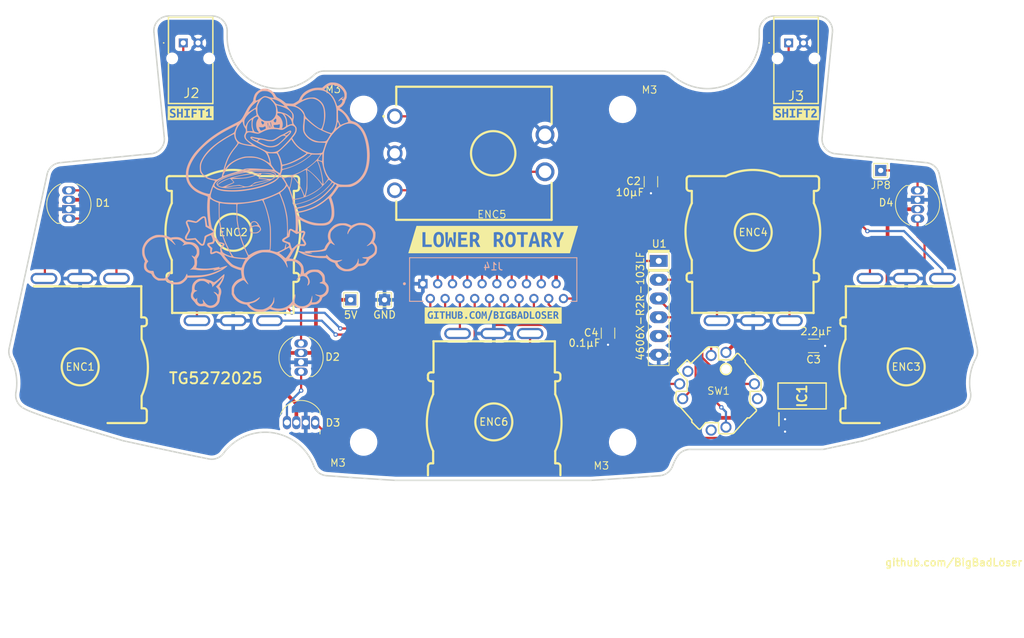
<source format=kicad_pcb>
(kicad_pcb (version 20241229) (generator "pcbnew") (generator_version "9.0")
  (layers (0 "F.Cu" signal) (2 "B.Cu" signal) (13 "F.Paste" user) (15 "B.Paste" user) (5 "F.SilkS" user "F.Silkscreen") (7 "B.SilkS" user "B.Silkscreen") (1 "F.Mask" user) (3 "B.Mask" user) (25 "Edge.Cuts" user))
  (net 0 "")
  (net 1 "+3.3V")
  (net 2 "GND")
  (net 3 "Net-(D1-DOUT)")
  (net 4 "Net-(D2-DOUT)")
  (net 5 "Net-(D3-DOUT)")
  (net 6 "Net-(D4-DOUT)")
  (net 7 "/LR_HAT_DIR")
  (net 8 "+5V")
  (net 9 "/LR_LED_DIN")
  (net 10 "/LR_ENC1_B")
  (net 11 "/LR_ENC1_A")
  (net 12 "/LR_ENC2_A")
  (net 13 "/LR_ENC2_B")
  (net 14 "/LR_ENC3_B")
  (net 15 "/LR_ENC3_A")
  (net 16 "/LR_ENC4_A")
  (net 17 "/LR_ENC4_B")
  (net 18 "/LR_ENC5_A")
  (net 19 "/LR_ENC5_B")
  (net 20 "/LR_ENC6_A")
  (net 21 "/LR_ENC6_B")
  (net 22 "/LR_SHIFT_UP")
  (net 23 "/LR_SHIFT_DOWN")
  (net 24 "/LR_ENC5_PUSH")
  (net 25 "/LR_HAT_PUSH")
  (net 26 "/HAT_DOWN")
  (net 27 "/HAT_LEFT")
  (net 28 "/HAT_RIGHT")
  (net 29 "/HAT_UP")
  (footprint "SamacSys_Parts:LED_D5.0mm-APA106" (layer "F.Cu") (at 205.729167 89.854395 90)
    (property "Reference" "D4")
    (property "Value" "APA-106")
  )
  (footprint "SamacSys_Parts:288T Encoder" (layer "F.Cu") (at 113.245601 93.620068)
    (property "Reference" "ENC2")
    (property "Value" "RotaryEncoder")
  )
  (footprint "MountingHole:MountingHole_3.2mm_M3" (layer "F.Cu") (at 165.874515 76.987405)
    (property "Reference" "M3")
    (property "Value" "MountingHole_3.2mm_M3")
  )
  (footprint "SamacSys_Parts:288T Encoder" (layer "F.Cu") (at 92.572151 111.816151 180)
    (property "Reference" "ENC1")
    (property "Value" "RotaryEncoder")
  )
  (footprint "MountingHole:MountingHole_3.2mm_M3" (layer "F.Cu") (at 165.874515 121.987405)
    (property "Reference" "M3")
    (property "Value" "MountingHole_3.2mm_M3")
  )
  (footprint "SamacSys_Parts:JST_S02B-PASK-2" (layer "F.Cu") (at 188.31 68 180)
    (property "Reference" "J3")
    (property "Value" "SW_SHIFT2" (hide yes))
  )
  (footprint "kibuzzard-682F5782" (layer "F.Cu") (at 189.31 77.5)
    (property "Reference" "kibuzzard-682F5782" (hide yes))
    (property "Value" "G***" (hide yes))
  )
  (footprint "SamacSys_Parts:LED_D5.0mm-APA106" (layer "F.Cu") (at 122.416662 110.561935 -90)
    (property "Reference" "D2")
    (property "Value" "APA-106")
  )
  (footprint "kibuzzard-682F5760" (layer "F.Cu") (at 107.5 77.5)
    (property "Reference" "kibuzzard-682F5760" (hide yes))
    (property "Value" "G***" (hide yes))
  )
  (footprint "Capacitor_SMD:C_1206_3216Metric_Pad1.33x1.80mm_HandSolder" (layer "F.Cu") (at 169.7 86.775 90)
    (property "Reference" "C2")
    (property "Value" "10 µF")
  )
  (footprint "kibuzzard-683649BF" (layer "F.Cu") (at 148.383308 94.6)
    (property "Reference" "kibuzzard-683649BF" (hide yes))
    (property "Value" "G***" (hide yes))
  )
  (footprint "kibuzzard-68364A1D" (layer "F.Cu") (at 148.383308 104.875)
    (property "Reference" "kibuzzard-68364A1D" (hide yes))
    (property "Value" "G***" (hide yes))
  )
  (footprint "Capacitor_SMD:C_1206_3216Metric_Pad1.33x1.80mm_HandSolder" (layer "F.Cu") (at 163.9 107.2625 90)
    (property "Reference" "C4")
    (property "Value" "0.1 µF")
  )
  (footprint "SamacSys_Parts:288T Encoder" (layer "F.Cu") (at 204.194465 111.816151 180)
    (property "Reference" "ENC3")
    (property "Value" "RotaryEncoder")
  )
  (footprint "TestPoint:TestPoint_THTPad_1.5x1.5mm_Drill0.7mm" (layer "F.Cu") (at 133.7 102.75)
    (property "Reference" "GND")
    (property "Value" "GND")
  )
  (footprint "SamacSys_Parts:LED_D5.0mm-APA106" (layer "F.Cu") (at 91.03745 89.854395 -90)
    (property "Reference" "D1")
    (property "Value" "APA-106")
  )
  (footprint "TestPoint:TestPoint_THTPad_1.5x1.5mm_Drill0.7mm" (layer "F.Cu") (at 200.75 85.25)
    (property "Reference" "JP8")
    (property "Value" "DOUT")
  )
  (footprint "SamacSys_Parts:LED_D5.0mm-APA106" (layer "F.Cu") (at 122.416662 119.347875)
    (property "Reference" "D3")
    (property "Value" "APA-106")
  )
  (footprint "MountingHole:MountingHole_3.2mm_M3" (layer "F.Cu") (at 130.874515 121.987405)
    (property "Reference" "M3")
    (property "Value" "MountingHole_3.2mm_M3")
  )
  (footprint "Capacitor_SMD:C_1206_3216Metric_Pad1.33x1.80mm_HandSolder" (layer "F.Cu") (at 191.675 108.975 180)
    (property "Reference" "C3")
    (property "Value" "2.2µF")
  )
  (footprint "PCM_Resistor_THT_US_AKL:R_Array_SIP6_BigPads" (layer "F.Cu") (at 170.75 97.49 -90)
    (property "Reference" "U1")
    (property "Value" "4606X-R2R-103LF" (hide yes))
  )
  (footprint "SamacSys_Parts:288T Encoder" (layer "F.Cu") (at 183.521015 93.620068)
    (property "Reference" "ENC4")
    (property "Value" "RotaryEncoder")
  )
  (footprint "SamacSys_Parts:JST_S02B-PASK-2" (layer "F.Cu") (at 106.5 68 180)
    (property "Reference" "J2")
    (property "Value" "SW_SHIFT1" (hide yes))
  )
  (footprint "SamacSys_Parts:288T Encoder" (layer "F.Cu") (at 148.466384 119.258324 180)
    (property "Reference" "ENC6")
    (property "Value" "RotaryEncoder")
  )
  (footprint "SamacSys_Parts:SOT230P700X180-4N" (layer "F.Cu") (at 190.125 115.75 90)
    (property "Reference" "IC1")
    (property "Value" "TLV76133DCYR" (hide yes))
  )
  (footprint "TestPoint:TestPoint_THTPad_1.5x1.5mm_Drill0.7mm" (layer "F.Cu") (at 129.125 102.75)
    (property "Reference" "5V")
    (property "Value" "5V")
  )
  (footprint "SamacSys_Parts:RKJXM1015004" (layer "F.Cu") (at 178.83739 115.119447)
    (property "Reference" "SW1")
    (property "Value" "RKJXM1015004")
  )
  (footprint "MountingHole:MountingHole_3.2mm_M3" (layer "F.Cu") (at 130.874515 76.987405)
    (property "Reference" "M3")
    (property "Value" "MountingHole_3.2mm_M3")
  )
  (footprint "SamacSys_Parts:288V232R161B2" (layer "F.Cu") (at 148.383308 82.931087 -90)
    (property "Reference" "ENC5")
    (property "Value" "288V232R161B2" (hide yes))
  )
  (footprint "SamacSys_Parts:AMPHENOL_HLW20R-2C7LF" (layer "B.Cu") (at 148.383308 100)
    (property "Reference" "J14")
    (property "Value" "HLW20R-2C7LF")
  )
  (gr_poly (pts (xy 116.112107 92.108029) (xy 116.143096 92.110741) (xy 116.173984 92.115155) (xy 116.204671 92.121266) (xy 116.235056 92.129071) (xy 116.265037 92.138566) (xy 116.294515 92.149747) (xy 116.323388 92.16261) (xy 116.351555 92.177151) (xy 116.38361 92.196023) (xy 116.416249 92.218865) (xy 116.449439 92.245612) (xy 116.483144 92.276205) (xy 116.51733 92.31058) (xy 116.551962 92.348676) (xy 116.587004 92.390431) (xy 116.622422 92.435782) (xy 116.658182 92.484668) (xy 116.694247 92.537026) (xy 116.730584 92.592796) (xy 116.767158 92.651913) (xy 116.803932 92.714318) (xy 116.840874 92.779947) (xy 116.877947 92.848739) (xy 116.915117 92.920631) (xy 116.94044 92.972259) (xy 116.961797 93.020253) (xy 116.970971 93.043009) (xy 116.979131 93.065006) (xy 116.986272 93.086291) (xy 116.992384 93.106914) (xy 116.997462 93.126925) (xy 117.001498 93.146373) (xy 117.004485 93.165308) (xy 117.006415 93.183778) (xy 117.007281 93.201834) (xy 117.007075 93.219524) (xy 117.005792 93.236898) (xy 117.003423 93.254007) (xy 116.99996 93.270898) (xy 116.995398 93.287621) (xy 116.989728 93.304226) (xy 116.982943 93.320762) (xy 116.975036 93.337279) (xy 116.966 93.353827) (xy 116.955828 93.370453) (xy 116.944511 93.387208) (xy 116.932044 93.404142) (xy 116.918418 93.421303) (xy 116.903626 93.438742) (xy 116.887662 93.456507) (xy 116.852185 93.493214) (xy 116.81193 93.53182) (xy 116.774235 93.565769) (xy 116.738203 93.596291) (xy 116.703326 93.623558) (xy 116.669096 93.64774) (xy 116.635006 93.669007) (xy 116.600548 93.68753) (xy 116.565213 93.70348) (xy 116.528495 93.717027) (xy 116.489886 93.728342) (xy 116.448878 93.737594) (xy 116.404962 93.744956) (xy 116.357633 93.750596) (xy 116.306381 93.754686) (xy 116.250698 93.757397) (xy 116.190079 93.758898) (xy 116.124013 93.759361) (xy 116.060213 93.75891) (xy 116.001556 93.75749) (xy 115.947728 93.755) (xy 115.898415 93.75134) (xy 115.853303 93.746409) (xy 115.832225 93.743435) (xy 115.812079 93.740106) (xy 115.792827 93.736408) (xy 115.774428 93.73233) (xy 115.756845 93.727858) (xy 115.740037 93.72298) (xy 115.723966 93.717684) (xy 115.708591 93.711956) (xy 115.693875 93.705785) (xy 115.679777 93.699157) (xy 115.666259 93.69206) (xy 115.653281 93.684482) (xy 115.640804 93.67641) (xy 115.628788 93.667831) (xy 115.617195 93.658732) (xy 115.605985 93.649102) (xy 115.595119 93.638927) (xy 115.584558 93.628195) (xy 115.574263 93.616893) (xy 115.564193 93.605008) (xy 115.554311 93.592529) (xy 115.544576 93.579443) (xy 115.530067 93.555229) (xy 115.517306 93.525503) (xy 115.506305 93.490646) (xy 115.497075 93.451038) (xy 115.489627 93.407057) (xy 115.483975 93.359085) (xy 115.480252 93.309166) (xy 115.585746 93.309166) (xy 115.586114 93.335488) (xy 115.587943 93.360749) (xy 115.591275 93.384615) (xy 115.596155 93.406751) (xy 115.602623 93.426826) (xy 115.606466 93.435987) (xy 115.610723 93.444506) (xy 115.614772 93.45172) (xy 115.619921 93.459425) (xy 115.626094 93.467557) (xy 115.633212 93.47605) (xy 115.641199 93.484837) (xy 115.649976 93.493852) (xy 115.659466 93.503031) (xy 115.669592 93.512306) (xy 115.680276 93.521612) (xy 115.691441 93.530884) (xy 115.703009 93.540054) (xy 115.714902 93.549058) (xy 115.727043 93.55783) (xy 115.739355 93.566303) (xy 115.75176 93.574412) (xy 115.764181 93.58209) (xy 115.799713 93.601758) (xy 115.81634 93.610053) (xy 115.832641 93.617395) (xy 115.848943 93.623838) (xy 115.86557 93.629436) (xy 115.882847 93.634243) (xy 115.901102 93.638314) (xy 115.920659 93.641703) (xy 115.941844 93.644464) (xy 115.964982 93.646651) (xy 115.990399 93.648319) (xy 116.049372 93.650314) (xy 116.121367 93.650883) (xy 116.197394 93.65126) (xy 116.229873 93.650853) (xy 116.259282 93.649931) (xy 116.286086 93.648404) (xy 116.310751 93.646184) (xy 116.333742 93.643181) (xy 116.355524 93.639305) (xy 116.376561 93.634469) (xy 116.397319 93.628582) (xy 116.418264 93.621556) (xy 116.439859 93.613301) (xy 116.462571 93.603729) (xy 116.486864 93.592749) (xy 116.542054 93.566213) (xy 116.578644 93.547142) (xy 116.613016 93.527622) (xy 116.645188 93.507636) (xy 116.675173 93.48717) (xy 116.702988 93.466208) (xy 116.728648 93.444734) (xy 116.752169 93.422733) (xy 116.773566 93.400189) (xy 116.792854 93.377087) (xy 116.810049 93.353412) (xy 116.825167 93.329147) (xy 116.838223 93.304277) (xy 116.849232 93.278788) (xy 116.858211 93.252663) (xy 116.865174 93.225886) (xy 116.870138 93.198443) (xy 116.872176 93.175518) (xy 116.872483 93.164336) (xy 116.872308 93.15333) (xy 116.871644 93.14249) (xy 116.870487 93.131808) (xy 116.868829 93.121275) (xy 116.866665 93.110883) (xy 116.86399 93.100622) (xy 116.860797 93.090485) (xy 116.857082 93.080462) (xy 116.852837 93.070544) (xy 116.848057 93.060724) (xy 116.842737 93.050991) (xy 116.83687 93.041338) (xy 116.83045 93.031756) (xy 116.823473 93.022236) (xy 116.815932 93.012769) (xy 116.799135 92.99396) (xy 116.780012 92.975259) (xy 116.758517 92.956598) (xy 116.734603 92.937905) (xy 116.708225 92.919112) (xy 116.679335 92.900148) (xy 116.647887 92.880944) (xy 116.621109 92.866562) (xy 116.592938 92.853664) (xy 116.563487 92.842231) (xy 116.532866 92.832244) (xy 116.501187 92.823683) (xy 116.468561 92.816529) (xy 116.4351 92.810763) (xy 116.400916 92.806364) (xy 116.33082 92.801594) (xy 116.259167 92.802065) (xy 116.186848 92.80762) (xy 116.114753 92.818105) (xy 116.043774 92.833365) (xy 115.974803 92.853245) (xy 115.908731 92.87759) (xy 115.846449 92.906244) (xy 115.817008 92.922139) (xy 115.788849 92.939054) (xy 115.762084 92.956968) (xy 115.736823 92.975863) (xy 115.713178 92.995719) (xy 115.691261 93.016517) (xy 115.671183 93.038237) (xy 115.653055 93.060861) (xy 115.641156 93.079471) (xy 115.630292 93.100352) (xy 115.620505 93.123171) (xy 115.611838 93.147594) (xy 115.604334 93.173289) (xy 115.598035 93.199922) (xy 115.592984 93.227159) (xy 115.589224 93.254668) (xy 115.586797 93.282114) (xy 115.585746 93.309166) (xy 115.480252 93.309166) (xy 115.480128 93.3075) (xy 115.478099 93.252683) (xy 115.4779 93.195013) (xy 115.479541 93.134871) (xy 115.483035 93.072636) (xy 115.488393 93.008688) (xy 115.495627 92.943406) (xy 115.504749 92.877171) (xy 115.51577 92.810363) (xy 115.523154 92.772102) (xy 115.674346 92.772102) (xy 115.674538 92.789074) (xy 115.675422 92.794951) (xy 115.676868 92.798922) (xy 115.677728 92.79986) (xy 115.678813 92.800691) (xy 115.681633 92.802033) (xy 115.685275 92.802957) (xy 115.689684 92.80347) (xy 115.694806 92.80358) (xy 115.700588 92.803294) (xy 115.706974 92.802622) (xy 115.71391 92.801569) (xy 115.721342 92.800144) (xy 115.729216 92.798355) (xy 115.737478 92.796209) (xy 115.746073 92.793714) (xy 115.754947 92.790879) (xy 115.764046 92.78771) (xy 115.773316 92.784215) (xy 115.782702 92.780403) (xy 115.808262 92.770781) (xy 115.838853 92.760853) (xy 115.912429 92.740591) (xy 115.998036 92.720638) (xy 116.090279 92.702019) (xy 116.183761 92.685757) (xy 116.273089 92.672874) (xy 116.352867 92.664394) (xy 116.387489 92.662125) (xy 116.417701 92.66134) (xy 116.432587 92.661185) (xy 116.446505 92.66072) (xy 116.459477 92.659944) (xy 116.471527 92.658859) (xy 116.482677 92.657464) (xy 116.487923 92.65665) (xy 116.492952 92.655759) (xy 116.497768 92.65479) (xy 116.502374 92.653743) (xy 116.506772 92.652619) (xy 116.510967 92.651418) (xy 116.514959 92.650139) (xy 116.518753 92.648782) (xy 116.522351 92.647348) (xy 116.525756 92.645837) (xy 116.528972 92.644248) (xy 116.532 92.642581) (xy 116.534845 92.640837) (xy 116.537508 92.639016) (xy 116.539993 92.637117) (xy 116.542302 92.63514) (xy 116.544439 92.633086) (xy 116.546407 92.630955) (xy 116.548207 92.628745) (xy 116.549844 92.626459) (xy 116.551321 92.624095) (xy 116.552639 92.621653) (xy 116.554019 92.615973) (xy 116.554223 92.609388) (xy 116.553298 92.601956) (xy 116.551295 92.593732) (xy 116.548261 92.584774) (xy 116.544244 92.575139) (xy 116.533456 92.55406) (xy 116.51932 92.530951) (xy 116.502223 92.506265) (xy 116.482552 92.480454) (xy 116.460696 92.453973) (xy 116.437041 92.427275) (xy 116.411975 92.400813) (xy 116.385887 92.375042) (xy 116.359162 92.350413) (xy 116.33219 92.327382) (xy 116.305357 92.3064) (xy 116.279051 92.287923) (xy 116.25366 92.272402) (xy 116.243008 92.266051) (xy 116.23195 92.259912) (xy 116.220574 92.254014) (xy 116.208969 92.248383) (xy 116.197225 92.243047) (xy 116.185431 92.238032) (xy 116.173675 92.233367) (xy 116.162047 92.229077) (xy 116.150636 92.22519) (xy 116.139532 92.221734) (xy 116.128822 92.218735) (xy 116.118597 92.21622) (xy 116.108946 92.214217) (xy 116.099958 92.212753) (xy 116.091721 92.211854) (xy 116.084325 92.211549) (xy 116.068262 92.212483) (xy 116.050079 92.215176) (xy 116.030137 92.219467) (xy 116.008795 92.225191) (xy 115.986415 92.232187) (xy 115.963356 92.240291) (xy 115.93998 92.24934) (xy 115.916646 92.259173) (xy 115.893715 92.269626) (xy 115.871548 92.280536) (xy 115.850504 92.29174) (xy 115.830946 92.303077) (xy 115.813231 92.314382) (xy 115.797723 92.325494) (xy 115.78478 92.336249) (xy 115.774763 92.346485) (xy 115.767792 92.358194) (xy 115.759921 92.376778) (xy 115.751369 92.401237) (xy 115.742352 92.430573) (xy 115.72379 92.499871) (xy 115.705972 92.576673) (xy 115.690635 92.652978) (xy 115.679514 92.720788) (xy 115.676077 92.749007) (xy 115.674346 92.772102) (xy 115.523154 92.772102) (xy 115.528701 92.74336) (xy 115.543493 92.673074) (xy 115.558239 92.608826) (xy 115.57314 92.550267) (xy 115.588397 92.49705) (xy 115.596223 92.472335) (xy 115.604213 92.448824) (xy 115.612393 92.426474) (xy 115.620788 92.405241) (xy 115.629424 92.385082) (xy 115.638325 92.365953) (xy 115.647516 92.34781) (xy 115.657024 92.33061) (xy 115.666872 92.314309) (xy 115.677087 92.298864) (xy 115.687693 92.284231) (xy 115.698716 92.270366) (xy 115.710181 92.257226) (xy 115.722113 92.244767) (xy 115.734537 92.232945) (xy 115.747478 92.221718) (xy 115.760962 92.21104) (xy 115.775014 92.20087) (xy 115.789659 92.191163) (xy 115.804921 92.181875) (xy 115.820828 92.172963) (xy 115.837402 92.164384) (xy 115.872658 92.148048) (xy 115.900826 92.137009) (xy 115.929699 92.127702) (xy 115.959177 92.120125) (xy 115.989158 92.114272) (xy 116.019543 92.110139) (xy 116.050229 92.107724) (xy 116.081118 92.107022)) (fill yes) (layer "B.SilkS"))
  (gr_poly (pts (xy 117.396287 85.286824) (xy 117.684885 85.294234) (xy 117.909951 85.305924) (xy 117.973063 85.311137) (xy 118.034874 85.317336) (xy 118.095337 85.324499) (xy 118.154406 85.332604) (xy 118.212035 85.34163) (xy 118.268179 85.351554) (xy 118.32279 85.362356) (xy 118.375824 85.374012) (xy 118.427234 85.386502) (xy 118.476973 85.399803) (xy 118.524997 85.413894) (xy 118.571259 85.428753) (xy 118.615713 85.444358) (xy 118.658312 85.460687) (xy 118.699012 85.477719) (xy 118.737766 85.495431) (xy 118.774527 85.513802) (xy 118.80925 85.532811) (xy 118.841889 85.552434) (xy 118.872398 85.572651) (xy 118.900731 85.59344) (xy 118.926841 85.614778) (xy 118.950683 85.636645) (xy 118.972211 85.659018) (xy 118.991378 85.681875) (xy 119.00814 85.705196) (xy 119.022448 85.728956) (xy 119.034259 85.753137) (xy 119.043525 85.777714) (xy 119.0502 85.802666) (xy 119.054239 85.827973) (xy 119.055596 85.853611) (xy 119.051851 85.907893) (xy 119.040517 85.961682) (xy 119.021447 86.015107) (xy 118.994494 86.068296) (xy 118.95951 86.121376) (xy 118.916349 86.174476) (xy 118.864862 86.227723) (xy 118.804903 86.281245) (xy 118.736325 86.33517) (xy 118.658979 86.389625) (xy 118.57272 86.44474) (xy 118.477399 86.500642) (xy 118.372869 86.557458) (xy 118.258983 86.615317) (xy 118.135594 86.674346) (xy 118.002555 86.734673) (xy 117.785175 86.826319) (xy 117.555466 86.914569) (xy 117.314556 86.999192) (xy 117.063573 87.079955) (xy 116.5359 87.228969) (xy 115.981468 87.359751) (xy 115.409302 87.470442) (xy 114.828423 87.559181) (xy 114.247854 87.624107) (xy 113.676617 87.66336) (xy 113.385932 87.674237) (xy 113.113008 87.680057) (xy 112.857627 87.680784) (xy 112.619566 87.676383) (xy 112.398605 87.66682) (xy 112.194522 87.652059) (xy 112.007098 87.632066) (xy 111.83611 87.606806) (xy 111.681339 87.576244) (xy 111.619322 87.561229) (xy 112.25122 87.561229) (xy 112.252041 87.564316) (xy 112.256497 87.567336) (xy 112.275712 87.573148) (xy 112.307647 87.578611) (xy 112.404809 87.588275) (xy 112.538248 87.595892) (xy 112.698228 87.601029) (xy 112.875013 87.603251) (xy 113.058867 87.602124) (xy 113.240055 87.597215) (xy 113.448156 87.586688) (xy 113.664629 87.573527) (xy 113.878993 87.558566) (xy 114.080769 87.542645) (xy 114.259476 87.526599) (xy 114.404635 87.511267) (xy 114.505766 87.497484) (xy 114.536546 87.491436) (xy 114.552389 87.486089) (xy 114.556135 87.483525) (xy 114.558949 87.480796) (xy 114.560846 87.477911) (xy 114.56184 87.474876) (xy 114.561944 87.471697) (xy 114.561173 87.468381) (xy 114.55954 87.464936) (xy 114.55706 87.461367) (xy 114.549614 87.453889) (xy 114.538947 87.445999) (xy 114.525172 87.437753) (xy 114.508402 87.429204) (xy 114.488747 87.420408) (xy 114.466322 87.411417) (xy 114.441237 87.402287) (xy 114.413607 87.393072) (xy 114.383542 87.383826) (xy 114.351156 87.374604) (xy 114.31656 87.365458) (xy 114.279868 87.356445) (xy 114.221381 87.344032) (xy 114.192699 87.338922) (xy 114.164195 87.334534) (xy 114.135723 87.330858) (xy 114.107134 87.327888) (xy 114.078282 87.325615) (xy 114.049019 87.324033) (xy 114.019197 87.323132) (xy 113.988671 87.322906) (xy 113.924912 87.324446) (xy 113.856565 87.328591) (xy 113.78245 87.335278) (xy 113.442792 87.378521) (xy 112.942399 87.449048) (xy 112.481693 87.517592) (xy 112.328855 87.541973) (xy 112.261097 87.554882) (xy 112.25122 87.561229) (xy 111.619322 87.561229) (xy 111.609965 87.558964) (xy 111.542562 87.540345) (xy 111.479103 87.520383) (xy 111.41956 87.499074) (xy 111.363905 87.476413) (xy 111.312111 87.452397) (xy 111.26415 87.42702) (xy 111.219995 87.400278) (xy 111.179617 87.372167) (xy 111.14299 87.342682) (xy 111.110085 87.31182) (xy 111.080875 87.279576) (xy 111.055333 87.245945) (xy 111.053253 87.24262) (xy 111.202404 87.24262) (xy 111.203011 87.2483) (xy 111.204394 87.253936) (xy 111.206567 87.259548) (xy 111.209546 87.265158) (xy 111.213347 87.270785) (xy 111.217984 87.276451) (xy 111.223475 87.282176) (xy 111.229834 87.287982) (xy 111.237076 87.293889) (xy 111.254274 87.306091) (xy 111.275193 87.318947) (xy 111.299956 87.332625) (xy 111.328688 87.347292) (xy 111.361513 87.363113) (xy 111.398555 87.380256) (xy 111.440605 87.398521) (xy 111.480581 87.414631) (xy 111.518705 87.428602) (xy 111.555197 87.440449) (xy 111.590278 87.450188) (xy 111.624169 87.457833) (xy 111.657092 87.463401) (xy 111.689266 87.466908) (xy 111.720913 87.468368) (xy 111.752254 87.467797) (xy 111.78351 87.465211) (xy 111.814902 87.460624) (xy 111.84665 87.454054) (xy 111.878975 87.445514) (xy 111.912099 87.435021) (xy 111.929854 87.428557) (xy 112.287226 87.428557) (xy 112.287715 87.429095) (xy 112.291069 87.429773) (xy 112.306737 87.429618) (xy 112.33332 87.427603) (xy 112.369576 87.423913) (xy 112.466149 87.412255) (xy 112.586535 87.396131) (xy 112.753222 87.371947) (xy 112.979441 87.341562) (xy 113.491409 87.27707) (xy 114.086721 87.202987) (xy 114.422742 87.314111) (xy 114.549024 87.353008) (xy 114.605795 87.368974) (xy 114.65909 87.382696) (xy 114.709486 87.394232) (xy 114.75756 87.40364) (xy 114.803889 87.410979) (xy 114.849053 87.416306) (xy 114.893627 87.41968) (xy 114.938189 87.421159) (xy 114.983318 87.4208) (xy 115.029589 87.418663) (xy 115.077582 87.414804) (xy 115.127873 87.409283) (xy 115.181039 87.402158) (xy 115.237659 87.393485) (xy 115.280032 87.38605) (xy 115.321029 87.377533) (xy 115.360948 87.367784) (xy 115.400089 87.356651) (xy 115.438749 87.343983) (xy 115.477226 87.329629) (xy 115.51582 87.313438) (xy 115.554829 87.295259) (xy 115.59455 87.274941) (xy 115.604241 87.269562) (xy 115.791164 87.269562) (xy 115.79201 87.274374) (xy 115.794741 87.278423) (xy 115.799383 87.281708) (xy 115.805962 87.28423) (xy 115.825034 87.286991) (xy 115.852169 87.286713) (xy 115.887573 87.283405) (xy 115.931459 87.277073) (xy 115.984033 87.267726) (xy 116.116087 87.240017) (xy 116.28541 87.20034) (xy 116.563202 87.127435) (xy 116.859721 87.043244) (xy 117.158473 86.953099) (xy 117.442962 86.862335) (xy 117.696693 86.776283) (xy 117.903171 86.700278) (xy 117.983535 86.667708) (xy 118.045901 86.639651) (xy 118.088206 86.616771) (xy 118.101191 86.607481) (xy 118.108388 86.599735) (xy 118.111557 86.592531) (xy 118.110672 86.586868) (xy 118.105028 86.582865) (xy 118.093919 86.580636) (xy 118.076639 86.580299) (xy 118.052484 86.58197) (xy 117.980727 86.591799) (xy 117.873002 86.611053) (xy 117.723668 86.640664) (xy 117.277598 86.734673) (xy 116.947137 86.806731) (xy 116.806161 86.838574) (xy 116.679804 86.868122) (xy 116.566904 86.895748) (xy 116.466297 86.921824) (xy 116.376822 86.946722) (xy 116.297315 86.970813) (xy 116.226614 86.994471) (xy 116.163556 87.018066) (xy 116.106978 87.041972) (xy 116.055717 87.066559) (xy 116.008612 87.092201) (xy 115.964498 87.119269) (xy 115.922214 87.148136) (xy 115.880596 87.179173) (xy 115.849098 87.203421) (xy 115.824196 87.224576) (xy 115.806101 87.242646) (xy 115.79502 87.257639) (xy 115.792176 87.263983) (xy 115.791164 87.269562) (xy 115.604241 87.269562) (xy 115.635284 87.252332) (xy 115.677327 87.227281) (xy 115.720979 87.199637) (xy 115.766537 87.16925) (xy 115.814301 87.135967) (xy 115.864568 87.099638) (xy 115.917638 87.060111) (xy 116.158408 86.877548) (xy 116.711388 86.763777) (xy 116.992803 86.706178) (xy 117.232824 86.656207) (xy 117.432972 86.613554) (xy 117.594766 86.577907) (xy 117.719725 86.548958) (xy 117.809368 86.526396) (xy 117.841421 86.517414) (xy 117.865215 86.509912) (xy 117.880939 86.503851) (xy 117.888784 86.499194) (xy 117.889191 86.498171) (xy 117.888448 86.497089) (xy 117.883616 86.494755) (xy 117.861333 86.489479) (xy 117.823672 86.483521) (xy 117.772367 86.477035) (xy 117.635776 86.463103) (xy 117.46545 86.448924) (xy 117.315346 86.436216) (xy 117.17445 86.422176) (xy 117.045523 86.407205) (xy 116.931323 86.391707) (xy 116.834611 86.376085) (xy 116.793675 86.368354) (xy 116.758146 86.360742) (xy 116.728368 86.353302) (xy 116.704686 86.346082) (xy 116.687447 86.339133) (xy 116.68135 86.335777) (xy 116.676993 86.332507) (xy 116.676086 86.329709) (xy 116.676306 86.324388) (xy 116.677604 86.316688) (xy 116.679928 86.306751) (xy 116.687458 86.280742) (xy 116.69849 86.247509) (xy 116.700274 86.242547) (xy 116.825159 86.242547) (xy 116.827183 86.247017) (xy 116.833412 86.251513) (xy 116.844083 86.256065) (xy 116.859431 86.260697) (xy 116.905108 86.270314) (xy 116.972334 86.280583) (xy 117.063 86.291719) (xy 117.178998 86.30394) (xy 117.494555 86.332507) (xy 117.769747 86.356071) (xy 117.884711 86.365435) (xy 117.986059 86.373186) (xy 118.074897 86.379325) (xy 118.152328 86.383852) (xy 118.219458 86.386767) (xy 118.27739 86.388069) (xy 118.327231 86.387759) (xy 118.349461 86.386999) (xy 118.370083 86.385837) (xy 118.389234 86.384271) (xy 118.407052 86.382302) (xy 118.423675 86.37993) (xy 118.439242 86.377155) (xy 118.45389 86.373977) (xy 118.467757 86.370396) (xy 118.480983 86.366412) (xy 118.493704 86.362024) (xy 118.506058 86.357234) (xy 118.518185 86.35204) (xy 118.542306 86.340444) (xy 118.568928 86.325478) (xy 118.596907 86.307655) (xy 118.625801 86.287406) (xy 118.655167 86.265162) (xy 118.684564 86.241351) (xy 118.713551 86.216405) (xy 118.741685 86.190753) (xy 118.768524 86.164827) (xy 118.793627 86.139055) (xy 118.816552 86.113868) (xy 118.836857 86.089698) (xy 118.8541 86.066972) (xy 118.867839 86.046123) (xy 118.873257 86.036536) (xy 118.877633 86.02758) (xy 118.880913 86.019307) (xy 118.88304 86.011773) (xy 118.88396 86.00503) (xy 118.883617 85.999132) (xy 118.87423 85.975918) (xy 118.855154 85.952949) (xy 118.826621 85.930282) (xy 118.788864 85.907975) (xy 118.742115 85.886087) (xy 118.686607 85.864675) (xy 118.622572 85.843798) (xy 118.550243 85.823515) (xy 118.469852 85.803882) (xy 118.381633 85.784959) (xy 118.182637 85.749472) (xy 117.955116 85.717521) (xy 117.70093 85.689569) (xy 117.484251 85.669493) (xy 117.397611 85.661809) (xy 117.323816 85.655959) (xy 117.291355 85.653783) (xy 117.261648 85.652139) (xy 117.234544 85.651053) (xy 117.20989 85.650548) (xy 117.187535 85.65065) (xy 117.167326 85.651384) (xy 117.14911 85.652773) (xy 117.132737 85.654843) (xy 117.118054 85.657618) (xy 117.104908 85.661123) (xy 117.093148 85.665383) (xy 117.082621 85.670423) (xy 117.073176 85.676267) (xy 117.06466 85.68294) (xy 117.056921 85.690466) (xy 117.049807 85.698871) (xy 117.043165 85.708179) (xy 117.036845 85.718414) (xy 117.030693 85.729602) (xy 117.024558 85.741767) (xy 116.997138 85.800694) (xy 116.962401 85.876436) (xy 116.930083 85.949729) (xy 116.900865 86.018867) (xy 116.87543 86.082144) (xy 116.85446 86.137856) (xy 116.845862 86.162343) (xy 116.838636 86.184298) (xy 116.832868 86.203509) (xy 116.828642 86.219763) (xy 116.826044 86.232847) (xy 116.825159 86.242547) (xy 116.700274 86.242547) (xy 116.712624 86.208199) (xy 116.729455 86.163959) (xy 116.74858 86.115936) (xy 116.769597 86.065278) (xy 116.79173 86.01386) (xy 116.81222 85.96548) (xy 116.830663 85.921193) (xy 116.846656 85.882053) (xy 116.859798 85.849114) (xy 116.869683 85.823431) (xy 116.87591 85.806058) (xy 116.877526 85.800816) (xy 116.878075 85.798048) (xy 116.877174 85.793165) (xy 116.874215 85.789491) (xy 116.868814 85.787119) (xy 116.860588 85.786142) (xy 116.849153 85.786654) (xy 116.834125 85.788747) (xy 116.791755 85.798049) (xy 116.73041 85.814792) (xy 116.64702 85.839721) (xy 116.401826 85.917111) (xy 116.196562 85.981557) (xy 115.992011 86.043243) (xy 115.791863 86.101146) (xy 115.599808 86.154244) (xy 115.419535 86.201512) (xy 115.254733 86.241928) (xy 115.109093 86.274469) (xy 114.986304 86.29811) (xy 114.92589 86.307252) (xy 114.844298 86.316673) (xy 114.632094 86.335483) (xy 114.378714 86.352805) (xy 114.11318 86.366902) (xy 113.604188 86.391376) (xy 113.402154 86.402621) (xy 113.271805 86.411881) (xy 113.068075 86.430403) (xy 113.226826 86.623548) (xy 113.258715 86.663824) (xy 113.288465 86.702675) (xy 113.315425 86.739169) (xy 113.338943 86.772376) (xy 113.349208 86.787457) (xy 113.358368 86.801367) (xy 113.366342 86.81399) (xy 113.373049 86.82521) (xy 113.378408 86.834912) (xy 113.382336 86.842977) (xy 113.384752 86.849291) (xy 113.385368 86.851754) (xy 113.385576 86.853736) (xy 113.384852 86.863903) (xy 113.382268 86.873802) (xy 113.377204 86.883786) (xy 113.369039 86.894209) (xy 113.357154 86.905422) (xy 113.340927 86.917778) (xy 113.31974 86.931631) (xy 113.292972 86.947332) (xy 113.220211 86.985691) (xy 113.117685 87.035678) (xy 112.803493 87.181819) (xy 112.606419 87.274216) (xy 112.443328 87.351483) (xy 112.331335 87.405433) (xy 112.299849 87.421107) (xy 112.287555 87.427882) (xy 112.287226 87.428557) (xy 111.929854 87.428557) (xy 111.946242 87.42259) (xy 112.228189 87.309398) (xy 112.655987 87.130225) (xy 113.055012 86.95899) (xy 113.189164 86.899448) (xy 113.250638 86.86961) (xy 113.258956 86.863251) (xy 113.262257 86.85973) (xy 113.264963 86.855947) (xy 113.267057 86.851877) (xy 113.268521 86.847495) (xy 113.269338 86.842776) (xy 113.26949 86.837695) (xy 113.26896 86.832226) (xy 113.26773 86.826344) (xy 113.263103 86.813242) (xy 113.255468 86.798186) (xy 113.244685 86.780975) (xy 113.230616 86.761408) (xy 113.213121 86.739283) (xy 113.192061 86.714398) (xy 113.167295 86.686552) (xy 113.138684 86.655544) (xy 113.106089 86.621172) (xy 113.028388 86.541528) (xy 113.007838 86.521224) (xy 112.987889 86.502006) (xy 112.968584 86.483903) (xy 112.949964 86.466948) (xy 112.932073 86.451171) (xy 112.914953 86.436604) (xy 112.898648 86.423277) (xy 112.883198 86.411221) (xy 112.868648 86.400467) (xy 112.85504 86.391046) (xy 112.842416 86.38299) (xy 112.830819 86.376329) (xy 112.820292 86.371094) (xy 112.810877 86.367316) (xy 112.8066 86.365984) (xy 112.802617 86.365027) (xy 112.798934 86.36445) (xy 112.795555 86.364257) (xy 112.77717 86.367138) (xy 112.749428 86.37453) (xy 112.66963 86.401298) (xy 112.563662 86.441461) (xy 112.439029 86.491918) (xy 112.303234 86.549568) (xy 112.16378 86.611311) (xy 112.02817 86.674046) (xy 111.903909 86.734673) (xy 111.856977 86.758936) (xy 111.808747 86.784903) (xy 111.710143 86.840838) (xy 111.611602 86.900245) (xy 111.516625 86.960892) (xy 111.428719 87.020547) (xy 111.388511 87.049305) (xy 111.351385 87.076978) (xy 111.317778 87.103287) (xy 111.288128 87.127952) (xy 111.262873 87.150695) (xy 111.242451 87.171237) (xy 111.229263 87.186054) (xy 111.218555 87.19986) (xy 111.210453 87.21282) (xy 111.207417 87.219036) (xy 111.205078 87.225103) (xy 111.203453 87.231042) (xy 111.202557 87.236874) (xy 111.202404 87.24262) (xy 111.053253 87.24262) (xy 111.03343 87.210923) (xy 111.017981 87.181564) (xy 111.005458 87.153779) (xy 111.000336 87.140367) (xy 110.995997 87.127219) (xy 110.99336 87.117589) (xy 111.113784 87.117589) (xy 111.113999 87.124535) (xy 111.114454 87.130822) (xy 111.115161 87.136385) (xy 111.116132 87.141157) (xy 111.11672 87.143225) (xy 111.117378 87.145072) (xy 111.118108 87.146688) (xy 111.118911 87.148065) (xy 111.119789 87.149195) (xy 111.120743 87.15007) (xy 111.121656 87.150652) (xy 111.1229 87.150916) (xy 111.126344 87.150514) (xy 111.130998 87.148918) (xy 111.136783 87.146183) (xy 111.143623 87.142363) (xy 111.151439 87.137512) (xy 111.160154 87.131684) (xy 111.169691 87.124934) (xy 111.190919 87.108883) (xy 111.214505 87.089794) (xy 111.239826 87.0681) (xy 111.266263 87.044236) (xy 111.363545 86.960613) (xy 111.475496 86.877543) (xy 111.601656 86.79521) (xy 111.741562 86.713796) (xy 111.894755 86.633483) (xy 112.060773 86.554452) (xy 112.239154 86.476886) (xy 112.429438 86.400968) (xy 112.631162 86.326879) (xy 112.843867 86.254801) (xy 112.874553 86.245194) (xy 113.187138 86.245194) (xy 113.769222 86.253132) (xy 114.146124 86.254734) (xy 114.31266 86.252446) (xy 114.467681 86.247592) (xy 114.613508 86.239793) (xy 114.752464 86.228668) (xy 114.88687 86.213838) (xy 115.019047 86.194923) (xy 115.151317 86.171544) (xy 115.286002 86.143319) (xy 115.425423 86.10987) (xy 115.571902 86.070817) (xy 115.895319 85.974378) (xy 116.274825 85.850964) (xy 116.785471 85.681632) (xy 116.613492 85.684277) (xy 116.300778 85.697625) (xy 115.93095 85.730042) (xy 115.520071 85.779016) (xy 115.084201 85.842035) (xy 114.639401 85.916589) (xy 114.201733 86.000165) (xy 113.787256 86.090253) (xy 113.412034 86.184341) (xy 113.187138 86.245194) (xy 112.874553 86.245194) (xy 113.06709 86.184917) (xy 113.300371 86.117409) (xy 113.795261 85.990249) (xy 114.324846 85.874778) (xy 114.728367 85.796752) (xy 115.084449 85.734259) (xy 115.409153 85.68572) (xy 115.71854 85.649551) (xy 116.02867 85.624173) (xy 116.355606 85.608003) (xy 116.715408 85.599461) (xy 117.124137 85.596965) (xy 117.446919 85.598278) (xy 117.712092 85.603001) (xy 117.826466 85.60701) (xy 117.930508 85.612313) (xy 118.025573 85.619058) (xy 118.113019 85.627392) (xy 118.194201 85.637462) (xy 118.270477 85.649416) (xy 118.343202 85.663401) (xy 118.413734 85.679564) (xy 118.483429 85.698053) (xy 118.553643 85.719014) (xy 118.625733 85.742596) (xy 118.701055 85.768945) (xy 118.738204 85.782468) (xy 118.771412 85.794286) (xy 118.800891 85.80443) (xy 118.814299 85.808884) (xy 118.826855 85.812931) (xy 118.838586 85.816575) (xy 118.849517 85.81982) (xy 118.859677 85.822669) (xy 118.86909 85.825127) (xy 118.877785 85.827197) (xy 118.885788 85.828884) (xy 118.893124 85.83019) (xy 118.899822 85.831121) (xy 118.905908 85.83168) (xy 118.911407 85.83187) (xy 118.916348 85.831697) (xy 118.918617 85.831474) (xy 118.920756 85.831162) (xy 118.922769 85.830761) (xy 118.924659 85.830272) (xy 118.926429 85.829694) (xy 118.928082 85.829028) (xy 118.929622 85.828275) (xy 118.931053 85.827436) (xy 118.932377 85.82651) (xy 118.933598 85.825499) (xy 118.934719 85.824402) (xy 118.935744 85.82322) (xy 118.936675 85.821954) (xy 118.937517 85.820605) (xy 118.938272 85.819172) (xy 118.938944 85.817656) (xy 118.940052 85.814378) (xy 118.940868 85.810774) (xy 118.941417 85.806848) (xy 118.941727 85.802605) (xy 118.941825 85.798048) (xy 118.940972 85.788951) (xy 118.93844 85.779536) (xy 118.934273 85.769824) (xy 118.928513 85.759839) (xy 118.912385 85.739133) (xy 118.890397 85.717598) (xy 118.86289 85.695413) (xy 118.830204 85.672754) (xy 118.792682 85.649801) (xy 118.750664 85.626731) (xy 118.704491 85.603723) (xy 118.654505 85.580956) (xy 118.601046 85.558607) (xy 118.544455 85.536856) (xy 118.485073 85.515879) (xy 118.423243 85.495855) (xy 118.359303 85.476964) (xy 118.293596 85.459382) (xy 118.223125 85.442551) (xy 118.149523 85.429409) (xy 118.062215 85.419431) (xy 117.95063 85.412087) (xy 117.804195 85.406853) (xy 117.612335 85.403199) (xy 117.050054 85.398528) (xy 116.700742 85.395458) (xy 116.423984 85.394807) (xy 116.200804 85.397504) (xy 116.012227 85.404481) (xy 115.839276 85.416666) (xy 115.662977 85.43499) (xy 115.464353 85.460384) (xy 115.22443 85.493777) (xy 114.832376 85.554063) (xy 114.447547 85.623216) (xy 114.072268 85.700369) (xy 113.708863 85.784654) (xy 113.35966 85.875201) (xy 113.026983 85.971144) (xy 112.713157 86.071613) (xy 112.420508 86.175741) (xy 112.151362 86.28266) (xy 111.908043 86.391501) (xy 111.692878 86.501396) (xy 111.59658 86.556467) (xy 111.508192 86.611477) (xy 111.428005 86.666316) (xy 111.35631 86.720875) (xy 111.293397 86.775048) (xy 111.239557 86.828724) (xy 111.195081 86.881795) (xy 111.16026 86.934154) (xy 111.135383 86.98569) (xy 111.120743 87.036297) (xy 111.119318 87.046208) (xy 111.11803 87.056053) (xy 111.116888 87.065766) (xy 111.115906 87.075282) (xy 111.115094 87.084534) (xy 111.114464 87.093457) (xy 111.114028 87.101984) (xy 111.113797 87.11005) (xy 111.113784 87.117589) (xy 110.99336 87.117589) (xy 110.992457 87.114289) (xy 110.989733 87.101534) (xy 110.987842 87.088911) (xy 110.986802 87.076377) (xy 110.986629 87.063887) (xy 110.98734 87.051397) (xy 110.988952 87.038866) (xy 110.991483 87.026248) (xy 110.994948 87.0135) (xy 110.999365 87.000579) (xy 111.004751 86.987441) (xy 111.011123 86.974042) (xy 111.018498 86.960339) (xy 111.026893 86.946288) (xy 111.04681 86.916968) (xy 111.071009 86.885733) (xy 111.099627 86.852236) (xy 111.132799 86.816126) (xy 111.17066 86.777054) (xy 111.213347 86.734673) (xy 111.254691 86.694863) (xy 111.296551 86.656673) (xy 111.339194 86.619925) (xy 111.382887 86.58444) (xy 111.427898 86.55004) (xy 111.474494 86.516547) (xy 111.522942 86.483783) (xy 111.573511 86.451569) (xy 111.626467 86.419728) (xy 111.682078 86.38808) (xy 111.740611 86.356448) (xy 111.802334 86.324653) (xy 111.936419 86.259861) (xy 112.086471 86.192278) (xy 112.426125 86.057532) (xy 112.816846 85.924924) (xy 113.247936 85.797092) (xy 113.708698 85.67667) (xy 114.188436 85.566295) (xy 114.676453 85.4686) (xy 115.162051 85.386223) (xy 115.634534 85.321798) (xy 115.815325 85.307443) (xy 116.072296 85.29625) (xy 116.382163 85.288405) (xy 116.721641 85.284095) (xy 117.067444 85.283506)) (fill yes) (layer "B.SilkS"))
  (gr_poly (pts (xy 130.642361 92.333256) (xy 130.766736 92.341152) (xy 130.885778 92.352769) (xy 130.99341 92.367858) (xy 131.041048 92.376627) (xy 131.083555 92.386172) (xy 131.124208 92.397231) (xy 131.171652 92.412135) (xy 131.224243 92.430263) (xy 131.280338 92.450995) (xy 131.338294 92.473712) (xy 131.396466 92.497793) (xy 131.453212 92.522618) (xy 131.506888 92.547567) (xy 131.580341 92.583545) (xy 131.613219 92.600669) (xy 131.644059 92.6176) (xy 131.673255 92.634623) (xy 131.701202 92.652027) (xy 131.728298 92.670097) (xy 131.754936 92.68912) (xy 131.781512 92.709384) (xy 131.808421 92.731175) (xy 131.836058 92.75478) (xy 131.86482 92.780485) (xy 131.895101 92.808578) (xy 131.927296 92.839345) (xy 131.999012 92.910049) (xy 132.06906 92.980215) (xy 132.09971 93.011891) (xy 132.127791 93.041762) (xy 132.153561 93.070175) (xy 132.177282 93.097479) (xy 132.199211 93.124024) (xy 132.21961 93.150158) (xy 132.238737 93.17623) (xy 132.256853 93.202589) (xy 132.274216 93.229583) (xy 132.291088 93.257562) (xy 132.307727 93.286874) (xy 132.324393 93.317869) (xy 132.341345 93.350894) (xy 132.358845 93.386299) (xy 132.475263 93.624424) (xy 132.475263 93.941924) (xy 132.472793 94.066748) (xy 132.470322 94.123686) (xy 132.466912 94.177526) (xy 132.46248 94.228685) (xy 132.456939 94.277577) (xy 132.450205 94.324616) (xy 132.442191 94.370217) (xy 132.432813 94.414795) (xy 132.421986 94.458764) (xy 132.409624 94.50254) (xy 132.395641 94.546537) (xy 132.379954 94.591169) (xy 132.362475 94.636852) (xy 132.343121 94.683999) (xy 132.321805 94.733027) (xy 132.242432 94.912943) (xy 132.297993 94.98438) (xy 132.364622 95.068329) (xy 132.423861 95.145239) (xy 132.476069 95.216134) (xy 132.521607 95.282037) (xy 132.560835 95.343971) (xy 132.594114 95.40296) (xy 132.621804 95.460026) (xy 132.644266 95.516194) (xy 132.66186 95.572485) (xy 132.674946 95.629923) (xy 132.683886 95.689532) (xy 132.689038 95.752334) (xy 132.690765 95.819354) (xy 132.689426 95.891613) (xy 132.685382 95.970135) (xy 132.678992 96.055944) (xy 132.67248 96.128972) (xy 132.665587 96.194804) (xy 132.657935 96.25424) (xy 132.649144 96.308083) (xy 132.638833 96.357136) (xy 132.632989 96.380117) (xy 132.626623 96.402201) (xy 132.619687 96.423489) (xy 132.612134 96.444081) (xy 132.603916 96.464076) (xy 132.594987 96.483576) (xy 132.585297 96.502681) (xy 132.5748 96.521491) (xy 132.563449 96.540106) (xy 132.551196 96.558626) (xy 132.537993 96.577152) (xy 132.523793 96.595785) (xy 132.492213 96.633769) (xy 132.456074 96.673381) (xy 132.414998 96.715423) (xy 132.368605 96.760697) (xy 132.316514 96.810006) (xy 132.250657 96.870586) (xy 132.192986 96.921586) (xy 132.139036 96.966322) (xy 132.084342 97.008113) (xy 132.024438 97.050276) (xy 131.954861 97.096128) (xy 131.871146 97.148988) (xy 131.768827 97.212173) (xy 131.750631 97.223523) (xy 131.73364 97.23489) (xy 131.717696 97.246473) (xy 131.702639 97.258475) (xy 131.688311 97.271097) (xy 131.674552 97.28454) (xy 131.661205 97.299007) (xy 131.648109 97.314699) (xy 131.635107 97.331816) (xy 131.622038 97.350562) (xy 131.608745 97.371137) (xy 131.595069 97.393743) (xy 131.580849 97.418581) (xy 131.565929 97.445853) (xy 131.533347 97.508505) (xy 131.509189 97.553373) (xy 131.483449 97.59758) (xy 131.456283 97.640956) (xy 131.427845 97.683337) (xy 131.398291 97.724555) (xy 131.367777 97.764443) (xy 131.336456 97.802835) (xy 131.304483 97.839565) (xy 131.272015 97.874466) (xy 131.239205 97.90737) (xy 131.20621 97.938112) (xy 131.173183 97.966524) (xy 131.14028 97.99244) (xy 131.107657 98.015694) (xy 131.075467 98.036119) (xy 131.043867 98.053547) (xy 131.017959 98.066077) (xy 130.990764 98.077887) (xy 130.962174 98.088999) (xy 130.932081 98.099436) (xy 130.900375 98.109222) (xy 130.866948 98.118381) (xy 130.831692 98.126935) (xy 130.794498 98.134907) (xy 130.713862 98.149201) (xy 130.624172 98.161448) (xy 130.52456 98.171835) (xy 130.414158 98.180547) (xy 130.160157 98.199069) (xy 129.929972 98.39486) (xy 129.877912 98.438711) (xy 129.828639 98.47914) (xy 129.781777 98.516382) (xy 129.736949 98.550675) (xy 129.693781 98.582256) (xy 129.651895 98.611359) (xy 129.610916 98.638222) (xy 129.570468 98.663082) (xy 129.530176 98.686174) (xy 129.489662 98.707736) (xy 129.448551 98.728003) (xy 129.406468 98.747211) (xy 129.363036 98.765598) (xy 129.317879 98.7834) (xy 129.270621 98.800853) (xy 129.220887 98.818194) (xy 129.154747 98.839495) (xy 129.096079 98.856145) (xy 129.068084 98.862901) (xy 129.040201 98.868703) (xy 129.011846 98.873621) (xy 128.982432 98.877726) (xy 128.951375 98.881086) (xy 128.918089 98.883772) (xy 128.842492 98.8874) (xy 128.750957 98.889167) (xy 128.638804 98.889633) (xy 128.526542 98.889167) (xy 128.434744 98.8874) (xy 128.395085 98.885853) (xy 128.358821 98.883772) (xy 128.325379 98.881086) (xy 128.294184 98.877726) (xy 128.264664 98.873621) (xy 128.236245 98.868703) (xy 128.208352 98.862901) (xy 128.180413 98.856145) (xy 128.151854 98.848366) (xy 128.122102 98.839495) (xy 128.056721 98.818194) (xy 127.971842 98.788006) (xy 127.889904 98.755035) (xy 127.810998 98.719351) (xy 127.735211 98.681024) (xy 127.662634 98.640124) (xy 127.593354 98.596719) (xy 127.527462 98.550881) (xy 127.465047 98.502678) (xy 127.406197 98.452181) (xy 127.351002 98.39946) (xy 127.299551 98.344583) (xy 127.251933 98.287622) (xy 127.208237 98.228645) (xy 127.168553 98.167722) (xy 127.132969 98.104924) (xy 127.101575 98.040319) (xy 127.064492 97.957265) (xy 127.03113 97.883884) (xy 127.00521 97.827867) (xy 126.990452 97.796902) (xy 126.98725 97.793038) (xy 126.981707 97.788438) (xy 126.973963 97.783171) (xy 126.964157 97.777307) (xy 126.938918 97.764067) (xy 126.907106 97.749278) (xy 126.869837 97.733496) (xy 126.828227 97.71728) (xy 126.783393 97.701188) (xy 126.736451 97.685778) (xy 126.682965 97.667948) (xy 126.632395 97.650044) (xy 126.584366 97.631868) (xy 126.538509 97.613224) (xy 126.494449 97.593913) (xy 126.451816 97.573738) (xy 126.410237 97.552501) (xy 126.369341 97.530004) (xy 126.328754 97.50605) (xy 126.288105 97.480441) (xy 126.247023 97.45298) (xy 126.205134 97.423468) (xy 126.162067 97.391708) (xy 126.117449 97.357503) (xy 126.022076 97.280964) (xy 125.8157 97.106339) (xy 125.373847 97.106339) (xy 125.206205 97.104423) (xy 125.038792 97.098702) (xy 124.871836 97.089213) (xy 124.705567 97.075995) (xy 124.540211 97.059088) (xy 124.376 97.03853) (xy 124.21316 97.014359) (xy 124.051921 96.986616) (xy 123.892512 96.955337) (xy 123.73516 96.920563) (xy 123.580095 96.882331) (xy 123.427546 96.840682) (xy 123.277741 96.795652) (xy 123.130908 96.747282) (xy 122.987277 96.695609) (xy 122.847075 96.640673) (xy 122.761742 96.605227) (xy 122.676006 96.567696) (xy 122.590765 96.528599) (xy 122.50692 96.488455) (xy 122.430156 96.450172) (xy 122.791512 96.450172) (xy 122.950263 96.500443) (xy 123.063967 96.536126) (xy 123.192151 96.57308) (xy 123.330938 96.610344) (xy 123.476454 96.646956) (xy 123.624822 96.681957) (xy 123.772167 96.714384) (xy 123.914613 96.743276) (xy 124.048284 96.767672) (xy 124.148681 96.784612) (xy 124.243745 96.798017) (xy 124.339801 96.808321) (xy 124.443174 96.815959) (xy 124.56019 96.821365) (xy 124.697174 96.824972) (xy 125.056347 96.828527) (xy 125.18484 96.828436) (xy 125.298105 96.828047) (xy 125.397099 96.827184) (xy 125.482781 96.825675) (xy 125.520928 96.824623) (xy 125.556106 96.823343) (xy 125.588435 96.821815) (xy 125.618033 96.820016) (xy 125.645022 96.817924) (xy 125.669519 96.815518) (xy 125.691646 96.812776) (xy 125.711521 96.809676) (xy 125.729265 96.806196) (xy 125.744996 96.802314) (xy 125.758836 96.798009) (xy 125.770902 96.793258) (xy 125.776308 96.790709) (xy 125.781316 96.788041) (xy 125.78594 96.78525) (xy 125.790196 96.782335) (xy 125.794099 96.779291) (xy 125.797663 96.776118) (xy 125.800904 96.772811) (xy 125.803836 96.769368) (xy 125.806474 96.765787) (xy 125.808834 96.762065) (xy 125.81093 96.758198) (xy 125.812778 96.754185) (xy 125.815786 96.745708) (xy 125.817979 96.736611) (xy 125.819477 96.726873) (xy 125.820398 96.716471) (xy 125.820864 96.705384) (xy 125.820992 96.693591) (xy 125.821541 96.673883) (xy 125.823271 96.657473) (xy 125.824619 96.650529) (xy 125.826311 96.644436) (xy 125.828363 96.639205) (xy 125.83079 96.634844) (xy 125.833608 96.631363) (xy 125.836834 96.628771) (xy 125.840483 96.627078) (xy 125.844572 96.626291) (xy 125.849116 96.626422) (xy 125.854131 96.627478) (xy 125.859634 96.629469) (xy 125.86564 96.632404) (xy 125.872166 96.636293) (xy 125.879227 96.641145) (xy 125.895018 96.653773) (xy 125.913143 96.670361) (xy 125.933729 96.690985) (xy 125.956904 96.715717) (xy 125.982796 96.74463) (xy 126.011533 96.777799) (xy 126.043242 96.815298) (xy 126.127711 96.909527) (xy 126.214462 96.995768) (xy 126.303546 97.074032) (xy 126.395014 97.144332) (xy 126.488916 97.206679) (xy 126.585302 97.261084) (xy 126.684223 97.30756) (xy 126.78573 97.346118) (xy 126.889871 97.376769) (xy 126.996699 97.399525) (xy 127.106263 97.414399) (xy 127.218613 97.4214) (xy 127.3338 97.420542) (xy 127.451875 97.411835) (xy 127.572887 97.395292) (xy 127.696888 97.370924) (xy 127.751277 97.358795) (xy 127.802596 97.348309) (xy 127.849761 97.339622) (xy 127.891686 97.332889) (xy 127.910344 97.330303) (xy 127.927286 97.328264) (xy 127.942375 97.32679) (xy 127.955475 97.325902) (xy 127.966452 97.325619) (xy 127.975169 97.325959) (xy 127.981491 97.326943) (xy 127.983711 97.327682) (xy 127.985282 97.32859) (xy 127.988135 97.333584) (xy 127.988353 97.339588) (xy 127.986077 97.346523) (xy 127.981448 97.354314) (xy 127.96569 97.372157) (xy 127.942205 97.392503) (xy 127.912115 97.41474) (xy 127.876545 97.438257) (xy 127.836618 97.46244) (xy 127.79346 97.486678) (xy 127.748192 97.510357) (xy 127.701941 97.532866) (xy 127.655829 97.553592) (xy 127.61098 97.571923) (xy 127.568519 97.587247) (xy 127.529569 97.59895) (xy 127.495255 97.606421) (xy 127.480187 97.608378) (xy 127.4667 97.609048) (xy 127.460794 97.609194) (xy 127.454987 97.609629) (xy 127.449285 97.610345) (xy 127.443693 97.611337) (xy 127.438218 97.612599) (xy 127.432864 97.614123) (xy 127.427639 97.615905) (xy 127.422547 97.617936) (xy 127.417595 97.620212) (xy 127.412788 97.622726) (xy 127.408133 97.625472) (xy 127.403634 97.628442) (xy 127.399298 97.631632) (xy 127.395131 97.635034) (xy 127.391138 97.638643) (xy 127.387325 97.642452) (xy 127.383698 97.646454) (xy 127.380264 97.650644) (xy 127.377027 97.655016) (xy 127.373993 97.659562) (xy 127.371169 97.664277) (xy 127.368559 97.669154) (xy 127.366171 97.674187) (xy 127.364009 97.67937) (xy 127.36208 97.684696) (xy 127.36039 97.690159) (xy 127.358943 97.695753) (xy 127.357746 97.701472) (xy 127.356806 97.707308) (xy 127.356126 97.713257) (xy 127.355715 97.719311) (xy 127.355576 97.725465) (xy 127.356006 97.734768) (xy 127.357278 97.744791) (xy 127.362248 97.766842) (xy 127.370279 97.791304) (xy 127.381166 97.817862) (xy 127.394705 97.846204) (xy 127.410689 97.876014) (xy 127.428913 97.906979) (xy 127.449172 97.938785) (xy 127.47126 97.971118) (xy 127.494973 98.003665) (xy 127.520103 98.03611) (xy 127.546447 98.068141) (xy 127.573799 98.099444) (xy 127.601953 98.129703) (xy 127.630703 98.158607) (xy 127.659846 98.185839) (xy 127.714177 98.233641) (xy 127.769927 98.27878) (xy 127.826964 98.321198) (xy 127.885155 98.360837) (xy 127.94437 98.397639) (xy 128.004476 98.431546) (xy 128.065342 98.4625) (xy 128.126836 98.490442) (xy 128.188826 98.515315) (xy 128.25118 98.53706) (xy 128.313766 98.555619) (xy 128.376453 98.570934) (xy 128.43911 98.582947) (xy 128.501603 98.591599) (xy 128.563802 98.596833) (xy 128.625574 98.598591) (xy 128.685505 98.597211) (xy 128.745661 98.592637) (xy 128.805926 98.584961) (xy 128.866185 98.574277) (xy 128.926322 98.560676) (xy 128.986221 98.544251) (xy 129.045767 98.525094) (xy 129.104843 98.503299) (xy 129.163334 98.478957) (xy 129.221123 98.452162) (xy 129.278096 98.423005) (xy 129.334137 98.391579) (xy 129.389129 98.357978) (xy 129.442956 98.322292) (xy 129.495504 98.284616) (xy 129.546656 98.24504) (xy 129.596297 98.203659) (xy 129.64431 98.160564) (xy 129.69058 98.115848) (xy 129.734991 98.069604) (xy 129.777428 98.021923) (xy 129.817774 97.9729) (xy 129.855913 97.922625) (xy 129.891731 97.871192) (xy 129.925111 97.818693) (xy 129.955937 97.765221) (xy 129.984094 97.710868) (xy 130.009465 97.655726) (xy 130.031936 97.59989) (xy 130.05139 97.543449) (xy 130.067711 97.486499) (xy 130.080784 97.42913) (xy 130.094468 97.366292) (xy 130.106911 97.305438) (xy 130.116874 97.253513) (xy 130.123115 97.217463) (xy 130.131273 97.184146) (xy 130.139761 97.163875) (xy 130.144076 97.158309) (xy 130.148411 97.155618) (xy 130.152745 97.155674) (xy 130.157057 97.158346) (xy 130.161327 97.163506) (xy 130.165533 97.171026) (xy 130.173672 97.192628) (xy 130.181306 97.222121) (xy 130.18827 97.258474) (xy 130.194397 97.300656) (xy 130.19952 97.347637) (xy 130.203473 97.398384) (xy 130.206088 97.451868) (xy 130.2072 97.507058) (xy 130.206641 97.562922) (xy 130.204245 97.618429) (xy 130.199845 97.672549) (xy 130.181327 97.841882) (xy 130.332139 97.860403) (xy 130.365822 97.864098) (xy 130.400315 97.866273) (xy 130.435498 97.866961) (xy 130.471251 97.866191) (xy 130.507454 97.863994) (xy 130.543986 97.860403) (xy 130.580727 97.855447) (xy 130.617558 97.849158) (xy 130.654357 97.841567) (xy 130.691005 97.832704) (xy 130.727382 97.822601) (xy 130.763368 97.811289) (xy 130.798842 97.798799) (xy 130.833684 97.785162) (xy 130.867774 97.770408) (xy 130.900992 97.754569) (xy 130.940699 97.733554) (xy 130.977541 97.712086) (xy 131.011631 97.690021) (xy 131.043082 97.667215) (xy 131.072006 97.643526) (xy 131.098516 97.61881) (xy 131.122723 97.592923) (xy 131.144741 97.565723) (xy 131.164681 97.537065) (xy 131.182656 97.506806) (xy 131.198778 97.474803) (xy 131.21316 97.440913) (xy 131.225914 97.404992) (xy 131.237153 97.366897) (xy 131.246989 97.326484) (xy 131.255533 97.28361) (xy 131.274055 97.185714) (xy 131.160285 97.185714) (xy 131.139695 97.185378) (xy 131.118662 97.184392) (xy 131.075597 97.180598) (xy 131.031757 97.174587) (xy 130.987808 97.166614) (xy 130.944418 97.156937) (xy 130.902252 97.14581) (xy 130.861978 97.133489) (xy 130.824262 97.12023) (xy 130.789771 97.106289) (xy 130.759171 97.091922) (xy 130.733128 97.077384) (xy 130.722025 97.070131) (xy 130.712311 97.062932) (xy 130.704069 97.055817) (xy 130.697384 97.04882) (xy 130.692338 97.041972) (xy 130.689015 97.035306) (xy 130.687498 97.028852) (xy 130.687871 97.022644) (xy 130.690216 97.016713) (xy 130.694617 97.011091) (xy 130.69846 97.009483) (xy 130.705892 97.007654) (xy 130.730748 97.003442) (xy 130.767635 96.998672) (xy 130.815002 96.993562) (xy 130.934974 96.983185) (xy 131.004479 96.978353) (xy 131.078263 96.974049) (xy 131.443387 96.950234) (xy 131.710615 96.817944) (xy 131.793977 96.774606) (xy 131.871494 96.730823) (xy 131.943276 96.686458) (xy 132.009429 96.641376) (xy 132.070064 96.595441) (xy 132.125289 96.548518) (xy 132.175211 96.500472) (xy 132.21994 96.451165) (xy 132.240391 96.425997) (xy 132.259584 96.400463) (xy 132.277533 96.374547) (xy 132.294251 96.34823) (xy 132.309753 96.321498) (xy 132.324051 96.294331) (xy 132.337159 96.266714) (xy 132.349091 96.23863) (xy 132.35986 96.210061) (xy 132.36948 96.18099) (xy 132.377965 96.151402) (xy 132.385327 96.121278) (xy 132.39674 96.059356) (xy 132.403828 95.995089) (xy 132.405538 95.95716) (xy 132.405728 95.918862) (xy 132.404431 95.880324) (xy 132.401676 95.841673) (xy 132.397496 95.803038) (xy 132.39192 95.764546) (xy 132.38498 95.726325) (xy 132.376706 95.688504) (xy 132.367131 95.65121) (xy 132.356284 95.614571) (xy 132.344197 95.578714) (xy 132.3309 95.543769) (xy 132.316426 95.509862) (xy 132.300804 95.477121) (xy 132.284066 95.445675) (xy 132.266242 95.415652) (xy 132.252656 95.395646) (xy 132.236931 95.374543) (xy 132.219407 95.352673) (xy 132.200426 95.330364) (xy 132.180329 95.307948) (xy 132.159457 95.285752) (xy 132.138151 95.264107) (xy 132.116752 95.243342) (xy 132.0956 95.223785) (xy 132.075038 95.205768) (xy 132.055406 95.189619) (xy 132.037046 95.175667) (xy 132.020297 95.164242) (xy 132.005502 95.155673) (xy 131.998944 95.152563) (xy 131.993002 95.150291) (xy 131.987718 95.148897) (xy 131.983137 95.148423) (xy 131.979257 95.149247) (xy 131.972688 95.151663) (xy 131.952131 95.160949) (xy 131.922768 95.17563) (xy 131.885903 95.195055) (xy 131.842836 95.218573) (xy 131.79487 95.245532) (xy 131.743308 95.275283) (xy 131.689451 95.307173) (xy 131.644503 95.333338) (xy 131.601978 95.357247) (xy 131.561941 95.378878) (xy 131.524458 95.398206) (xy 131.489595 95.415209) (xy 131.457418 95.429863) (xy 131.427993 95.442146) (xy 131.414333 95.44739) (xy 131.401385 95.452033) (xy 131.389159 95.456071) (xy 131.377661 95.459501) (xy 131.366901 95.462321) (xy 131.356887 95.464528) (xy 131.347626 95.466119) (xy 131.339128 95.46709) (xy 131.331399 95.467439) (xy 131.32445 95.467164) (xy 131.318287 95.46626) (xy 131.312919 95.464726) (xy 131.308354 95.462558) (xy 131.304601 95.459753) (xy 131.301667 95.456309) (xy 131.299562 95.452223) (xy 131.298292 95.447491) (xy 131.297867 95.442111) (xy 131.298013 95.441019) (xy 131.298447 95.439732) (xy 131.300146 95.436601) (xy 131.302908 95.432773) (xy 131.306673 95.428302) (xy 131.311384 95.423242) (xy 131.316983 95.417646) (xy 131.33061 95.405069) (xy 131.34709 95.391002) (xy 131.365957 95.375882) (xy 131.386747 95.360142) (xy 131.408994 95.344215) (xy 131.421216 95.335279) (xy 131.434961 95.324443) (xy 131.466416 95.297664) (xy 131.502149 95.265057) (xy 131.540953 95.227798) (xy 131.581617 95.187067) (xy 131.622932 95.144041) (xy 131.66369 95.099899) (xy 131.70268 95.055819) (xy 131.771346 94.973042) (xy 131.834424 94.888584) (xy 131.891843 94.802683) (xy 131.943534 94.715581) (xy 131.989426 94.627518) (xy 132.029451 94.538734) (xy 132.063538 94.44947) (xy 132.091618 94.359965) (xy 132.113621 94.27046) (xy 132.129476 94.181196) (xy 132.139115 94.092412) (xy 132.142468 94.004349) (xy 132.139464 93.917247) (xy 132.130034 93.831346) (xy 132.114109 93.746887) (xy 132.091617 93.664111) (xy 132.064455 93.586993) (xy 132.030836 93.510647) (xy 131.991124 93.43541) (xy 131.945684 93.361618) (xy 131.894879 93.289609) (xy 131.839075 93.219719) (xy 131.778636 93.152288) (xy 131.713925 93.08765) (xy 131.645308 93.026144) (xy 131.573148 92.968107) (xy 131.49781 92.913876) (xy 131.419659 92.863788) (xy 131.339058 92.818181) (xy 131.256371 92.77739) (xy 131.171964 92.741755) (xy 131.086201 92.711611) (xy 131.045321 92.700553) (xy 130.995922 92.690243) (xy 130.939221 92.680747) (xy 130.876436 92.67213) (xy 130.737478 92.6578) (xy 130.588784 92.64778) (xy 130.44009 92.642597) (xy 130.301132 92.642778) (xy 130.238347 92.645045) (xy 130.181646 92.64885) (xy 130.132247 92.65426) (xy 130.091367 92.66134) (xy 130.035057 92.675466) (xy 129.974759 92.694728) (xy 129.911197 92.718679) (xy 129.845097 92.746874) (xy 129.777184 92.778868) (xy 129.708181 92.814214) (xy 129.638813 92.852467) (xy 129.569806 92.893181) (xy 129.501885 92.93591) (xy 129.435773 92.980209) (xy 129.372196 93.025632) (xy 129.311879 93.071734) (xy 129.255545 93.118068) (xy 129.203921 93.164188) (xy 129.15773 93.20965) (xy 129.117698 93.254008) (xy 129.086632 93.291368) (xy 129.056943 93.328034) (xy 129.028641 93.363995) (xy 129.001738 93.399238) (xy 128.976245 93.433754) (xy 128.952175 93.467529) (xy 128.929539 93.500552) (xy 128.908349 93.532811) (xy 128.888616 93.564296) (xy 128.870351 93.594993) (xy 128.853567 93.624893) (xy 128.838276 93.653982) (xy 128.824488 93.68225) (xy 128.812216 93.709684) (xy 128.801471 93.736274) (xy 128.792264 93.762007) (xy 128.788177 93.774183) (xy 128.783876 93.785876) (xy 128.779398 93.797033) (xy 128.774775 93.807606) (xy 128.770045 93.817542) (xy 128.765241 93.826793) (xy 128.760398 93.835307) (xy 128.757973 93.839273) (xy 128.755551 93.843035) (xy 128.753137 93.846588) (xy 128.750736 93.849925) (xy 128.74835 93.853041) (xy 128.745986 93.855928) (xy 128.743647 93.858581) (xy 128.741337 93.860993) (xy 128.739061 93.863158) (xy 128.736823 93.865069) (xy 128.734628 93.866721) (xy 128.73248 93.868107) (xy 128.730384 93.869221) (xy 128.728343 93.870056) (xy 128.726362 93.870606) (xy 128.724445 93.870865) (xy 128.722597 93.870827) (xy 128.720823 93.870484) (xy 128.71223 93.866446) (xy 128.704793 93.860344) (xy 128.698487 93.852272) (xy 128.69329 93.842321) (xy 128.689178 93.830583) (xy 128.686128 93.817151) (xy 128.683121 93.78557) (xy 128.684082 93.748316) (xy 128.688826 93.706123) (xy 128.697167 93.65973) (xy 128.708919 93.609871) (xy 128.723895 93.557284) (xy 128.741909 93.502705) (xy 128.762776 93.44687) (xy 128.78631 93.390515) (xy 128.812324 93.334378) (xy 128.840632 93.279194) (xy 128.871049 93.2257) (xy 128.903388 93.174632) (xy 128.927494 93.138427) (xy 128.949896 93.103772) (xy 128.970127 93.071475) (xy 128.987723 93.042339) (xy 129.002218 93.017173) (xy 129.008157 93.00633) (xy 129.013147 92.996782) (xy 129.01713 92.988629) (xy 129.020046 92.981972) (xy 129.021839 92.976911) (xy 129.022296 92.975011) (xy 129.022449 92.973548) (xy 129.02163 92.970297) (xy 129.019215 92.966516) (xy 129.009846 92.957477) (xy 128.994841 92.946654) (xy 128.974701 92.934274) (xy 128.921014 92.905738) (xy 128.852786 92.873667) (xy 128.774016 92.83986) (xy 128.688704 92.806115) (xy 128.600849 92.774231) (xy 128.514451 92.746005) (xy 128.434903 92.723186) (xy 128.355929 92.704349) (xy 128.27742 92.689503) (xy 128.199267 92.678661) (xy 128.121362 92.671834) (xy 128.043597 92.669033) (xy 127.965862 92.670272) (xy 127.88805 92.67556) (xy 127.810052 92.684911) (xy 127.73176 92.698334) (xy 127.653064 92.715843) (xy 127.573857 92.737448) (xy 127.494029 92.763161) (xy 127.413473 92.792995) (xy 127.33208 92.82696) (xy 127.249741 92.865067) (xy 127.176288 92.901805) (xy 127.143411 92.919152) (xy 127.112571 92.936216) (xy 127.083376 92.953296) (xy 127.055428 92.97069) (xy 127.028333 92.988696) (xy 127.001695 93.007613) (xy 126.975119 93.027739) (xy 126.94821 93.049373) (xy 126.920573 93.072813) (xy 126.891811 93.098357) (xy 126.86153 93.126305) (xy 126.829334 93.156953) (xy 126.757618 93.227549) (xy 126.691265 93.295612) (xy 126.662368 93.326013) (xy 126.636075 93.354341) (xy 126.6122 93.380856) (xy 126.590558 93.405816) (xy 126.570962 93.429482) (xy 126.553227 93.452113) (xy 126.537166 93.473969) (xy 126.522593 93.495309) (xy 126.509322 93.516394) (xy 126.497168 93.537482) (xy 126.485943 93.558834) (xy 126.475463 93.580709) (xy 126.465541 93.603368) (xy 126.455991 93.627068) (xy 126.442694 93.665209) (xy 126.430603 93.705968) (xy 126.419744 93.748992) (xy 126.410144 93.793922) (xy 126.401831 93.840402) (xy 126.394832 93.888077) (xy 126.389174 93.936588) (xy 126.384885 93.98558) (xy 126.38199 94.034695) (xy 126.380518 94.083579) (xy 126.380495 94.131873) (xy 126.38195 94.179221) (xy 126.384907 94.225268) (xy 126.389396 94.269655) (xy 126.395443 94.312027) (xy 126.403075 94.352027) (xy 126.412439 94.390947) (xy 126.424532 94.432079) (xy 126.439166 94.475095) (xy 126.456158 94.519665) (xy 126.47532 94.56546) (xy 126.496466 94.612151) (xy 126.51941 94.659407) (xy 126.543967 94.706899) (xy 126.56995 94.754299) (xy 126.597173 94.801276) (xy 126.625451 94.847501) (xy 126.654596 94.892645) (xy 126.684424 94.936378) (xy 126.714747 94.978371) (xy 126.745381 95.018295) (xy 126.776139 95.055819) (xy 126.804355 95.088563) (xy 126.830471 95.119329) (xy 126.854494 95.148127) (xy 126.876432 95.174964) (xy 126.896292 95.199848) (xy 126.914083 95.222786) (xy 126.929812 95.243786) (xy 126.943486 95.262856) (xy 126.955115 95.280003) (xy 126.964704 95.295236) (xy 126.972263 95.308562) (xy 126.975283 95.314513) (xy 126.977799 95.319989) (xy 126.97981 95.324993) (xy 126.981319 95.329525) (xy 126.982326 95.333586) (xy 126.982832 95.337177) (xy 126.982837 95.340299) (xy 126.982344 95.342953) (xy 126.981353 95.34514) (xy 126.979865 95.346861) (xy 126.97757 95.348116) (xy 126.973718 95.348438) (xy 126.961691 95.346457) (xy 126.944479 95.341267) (xy 126.922774 95.333217) (xy 126.868664 95.309932) (xy 126.804911 95.279391) (xy 126.737065 95.244385) (xy 126.670677 95.207705) (xy 126.611296 95.172141) (xy 126.585967 95.15565) (xy 126.564472 95.140484) (xy 126.549462 95.12885) (xy 126.536045 95.118723) (xy 126.524015 95.110062) (xy 126.513168 95.102823) (xy 126.508123 95.099723) (xy 126.503297 95.096963) (xy 126.498664 95.094538) (xy 126.494197 95.092441) (xy 126.489873 95.090668) (xy 126.485664 95.089213) (xy 126.481545 95.088071) (xy 126.47749 95.087237) (xy 126.473475 95.086705) (xy 126.469472 95.08647) (xy 126.465457 95.086527) (xy 126.461403 95.08687) (xy 126.457286 95.087494) (xy 126.453079 95.088394) (xy 126.448756 95.089564) (xy 126.444293 95.090999) (xy 126.439663 95.092694) (xy 126.434841 95.094643) (xy 126.424516 95.099283) (xy 126.413114 95.104877) (xy 126.400429 95.111381) (xy 126.380352 95.122783) (xy 126.359744 95.13724) (xy 126.338509 95.15489) (xy 126.316548 95.175873) (xy 126.293766 95.200329) (xy 126.270065 95.228397) (xy 126.245349 95.260217) (xy 126.21952 95.295928) (xy 126.192482 95.33567) (xy 126.164138 95.379582) (xy 126.103145 95.480475) (xy 126.035764 95.599724) (xy 125.96122 95.738444) (xy 125.897793 95.858405) (xy 125.872261 95.906072) (xy 125.849683 95.946554) (xy 125.829181 95.980618) (xy 125.809882 96.009031) (xy 125.800409 96.021358) (xy 125.790907 96.03256) (xy 125.781269 96.042734) (xy 125.771383 96.051974) (xy 125.76114 96.060377) (xy 125.750432 96.068039) (xy 125.739148 96.075056) (xy 125.727179 96.081523) (xy 125.714415 96.087537) (xy 125.700747 96.093193) (xy 125.670262 96.103816) (xy 125.634847 96.114161) (xy 125.593626 96.124994) (xy 125.490262 96.151194) (xy 125.398837 96.171121) (xy 125.281242 96.191047) (xy 125.140331 96.210726) (xy 124.978955 96.229908) (xy 124.799969 96.248346) (xy 124.606224 96.265792) (xy 124.185866 96.296716) (xy 124.067595 96.303867) (xy 123.956548 96.311267) (xy 123.855236 96.318667) (xy 123.766172 96.325819) (xy 123.691867 96.332475) (xy 123.634832 96.338387) (xy 123.597578 96.343306) (xy 123.587154 96.345317) (xy 123.582618 96.346986) (xy 123.582066 96.347745) (xy 123.581894 96.348534) (xy 123.582092 96.349351) (xy 123.582654 96.350194) (xy 123.584833 96.351956) (xy 123.588364 96.353806) (xy 123.593182 96.355734) (xy 123.599221 96.357728) (xy 123.614698 96.361868) (xy 123.634268 96.366131) (xy 123.657403 96.370426) (xy 123.683577 96.374658) (xy 123.712263 96.378736) (xy 123.740535 96.382797) (xy 123.766792 96.38704) (xy 123.791002 96.391462) (xy 123.80233 96.393738) (xy 123.813135 96.396058) (xy 123.823413 96.39842) (xy 123.83316 96.400824) (xy 123.842372 96.40327) (xy 123.851045 96.405757) (xy 123.859176 96.408285) (xy 123.86676 96.410853) (xy 123.873794 96.413461) (xy 123.880274 96.416108) (xy 123.886195 96.418793) (xy 123.891555 96.421518) (xy 123.896348 96.424279) (xy 123.900572 96.427079) (xy 123.904223 96.429914) (xy 123.907295 96.432787) (xy 123.909787 96.435695) (xy 123.911693 96.438638) (xy 123.91301 96.441617) (xy 123.913447 96.443119) (xy 123.913734 96.444629) (xy 123.913873 96.446149) (xy 123.913862 96.447676) (xy 123.9137 96.449212) (xy 123.913388 96.450756) (xy 123.91231 96.453869) (xy 123.910624 96.457015) (xy 123.908325 96.460192) (xy 123.90541 96.463401) (xy 123.893201 96.468082) (xy 123.866647 96.472197) (xy 123.777376 96.478698) (xy 123.651332 96.482842) (xy 123.502251 96.484568) (xy 123.343867 96.483814) (xy 123.189918 96.480517) (xy 123.054138 96.474615) (xy 122.950263 96.466047) (xy 122.791512 96.450172) (xy 122.430156 96.450172) (xy 122.425369 96.447785) (xy 122.347012 96.407106) (xy 122.272748 96.366939) (xy 122.203476 96.327804) (xy 122.140095 96.290218) (xy 122.083504 96.254702) (xy 122.034602 96.221775) (xy 121.99429 96.191956) (xy 121.963465 96.165765) (xy 121.951891 96.154193) (xy 121.943027 96.143721) (xy 121.936984 96.134417) (xy 121.933875 96.126344) (xy 121.933812 96.119567) (xy 121.936909 96.114152) (xy 121.939951 96.113001) (xy 121.945993 96.112513) (xy 121.966426 96.113448) (xy 121.996905 96.116802) (xy 122.036128 96.12242) (xy 122.082792 96.130146) (xy 122.135595 96.139825) (xy 122.193234 96.151303) (xy 122.254409 96.164424) (xy 122.398193 96.196618) (xy 122.532552 96.225526) (xy 122.655501 96.250837) (xy 122.765055 96.272241) (xy 122.85923 96.289428) (xy 122.936042 96.302089) (xy 122.993506 96.309913) (xy 123.014362 96.311914) (xy 123.029638 96.312589) (xy 123.03596 96.311904) (xy 123.041022 96.310822) (xy 123.043075 96.310126) (xy 123.044806 96.309323) (xy 123.046212 96.308409) (xy 123.047291 96.307381) (xy 123.04804 96.306237) (xy 123.048458 96.304974) (xy 123.048541 96.303589) (xy 123.048288 96.302079) (xy 123.047696 96.300441) (xy 123.046762 96.298672) (xy 123.045484 96.29677) (xy 123.04386 96.294731) (xy 123.039562 96.290231) (xy 123.03385 96.28515) (xy 123.026704 96.279464) (xy 123.018104 96.27315) (xy 123.008032 96.266186) (xy 122.996467 96.258546) (xy 122.983391 96.25021) (xy 122.968784 96.241152) (xy 122.957073 96.234245) (xy 122.945788 96.227443) (xy 122.934984 96.220788) (xy 122.924714 96.214322) (xy 122.915034 96.208089) (xy 122.905997 96.202132) (xy 122.897658 96.196492) (xy 122.89007 96.191212) (xy 122.883289 96.186336) (xy 122.877368 96.181905) (xy 122.872362 96.177963) (xy 122.868325 96.174552) (xy 122.865311 96.171714) (xy 122.864205 96.170524) (xy 122.863374 96.169493) (xy 122.862827 96.168626) (xy 122.86257 96.16793) (xy 122.862609 96.167409) (xy 122.862951 96.167069) (xy 122.879446 96.164604) (xy 122.922978 96.16124) (xy 123.079248 96.152186) (xy 123.585262 96.127381) (xy 123.961771 96.110845) (xy 124.27413 96.094308) (xy 124.531856 96.07678) (xy 124.643206 96.067333) (xy 124.744468 96.057267) (xy 124.836831 96.046456) (xy 124.921486 96.034777) (xy 124.999621 96.022106) (xy 125.072428 96.008319) (xy 125.141095 95.993291) (xy 125.206812 95.9769) (xy 125.270771 95.95902) (xy 125.334159 95.939527) (xy 125.368419 95.928087) (xy 125.399881 95.916464) (xy 125.428723 95.904477) (xy 125.455123 95.891943) (xy 125.47926 95.878681) (xy 125.501311 95.864508) (xy 125.511611 95.857023) (xy 125.521456 95.849242) (xy 125.530869 95.841143) (xy 125.539872 95.832701) (xy 125.548488 95.823896) (xy 125.556738 95.814703) (xy 125.564645 95.805101) (xy 125.572232 95.795065) (xy 125.57952 95.784575) (xy 125.586532 95.773606) (xy 125.599817 95.750143) (xy 125.612265 95.724494) (xy 125.624053 95.696477) (xy 125.635362 95.66591) (xy 125.646367 95.63261) (xy 125.656976 95.602328) (xy 125.669844 95.570186) (xy 125.684813 95.536431) (xy 125.701723 95.501311) (xy 125.720416 95.465076) (xy 125.740733 95.427972) (xy 125.762516 95.390248) (xy 125.785604 95.352152) (xy 125.80984 95.313933) (xy 125.835064 95.275837) (xy 125.861117 95.238113) (xy 125.887841 95.201009) (xy 125.915076 95.164774) (xy 125.942664 95.129654) (xy 125.970446 95.095899) (xy 125.998263 95.063757) (xy 126.068289 94.985668) (xy 126.095914 94.954571) (xy 126.118938 94.927702) (xy 126.137605 94.90426) (xy 126.145381 94.893573) (xy 126.15216 94.883441) (xy 126.157972 94.873765) (xy 126.162848 94.864444) (xy 126.166817 94.855378) (xy 126.169911 94.846467) (xy 126.17216 94.83761) (xy 126.173595 94.828707) (xy 126.174246 94.819657) (xy 126.174144 94.810361) (xy 126.173318 94.800718) (xy 126.171801 94.790628) (xy 126.169621 94.77999) (xy 126.166811 94.768705) (xy 126.159418 94.74379) (xy 126.149866 94.715081) (xy 126.125263 94.64307) (xy 126.100953 94.567574) (xy 126.080604 94.491911) (xy 126.064208 94.4161) (xy 126.051758 94.340162) (xy 126.043246 94.264115) (xy 126.038663 94.18798) (xy 126.038003 94.111774) (xy 126.041258 94.035518) (xy 126.048419 93.959232) (xy 126.059479 93.882933) (xy 126.07443 93.806643) (xy 126.093265 93.73038) (xy 126.115975 93.654163) (xy 126.142554 93.578013) (xy 126.172992 93.501947) (xy 126.207284 93.425987) (xy 126.221616 93.397009) (xy 126.235995 93.369411) (xy 126.250653 93.342898) (xy 126.265823 93.317176) (xy 126.281736 93.29195) (xy 126.298627 93.266926) (xy 126.316727 93.241808) (xy 126.336268 93.216303) (xy 126.357484 93.190116) (xy 126.380607 93.162952) (xy 126.405869 93.134518) (xy 126.433503 93.104517) (xy 126.496817 93.03864) (xy 126.57241 92.962966) (xy 126.651179 92.885942) (xy 126.686221 92.85249) (xy 126.71888 92.822034) (xy 126.749539 92.794291) (xy 126.778582 92.768977) (xy 126.806392 92.745811) (xy 126.833353 92.72451) (xy 126.85985 92.704789) (xy 126.886265 92.686367) (xy 126.912982 92.66896) (xy 126.940386 92.652286) (xy 126.968859 92.636061) (xy 126.998785 92.620003) (xy 127.030549 92.603829) (xy 127.064533 92.587255) (xy 127.187689 92.531518) (xy 127.245127 92.507784) (xy 127.300675 92.486632) (xy 127.354981 92.467929) (xy 127.408699 92.451543) (xy 127.462478 92.437344) (xy 127.516971 92.425199) (xy 127.572828 92.414976) (xy 127.6307 92.406543) (xy 127.691239 92.39977) (xy 127.755095 92.394523) (xy 127.822921 92.390672) (xy 127.895366 92.388084) (xy 128.056721 92.386172) (xy 128.179009 92.386528) (xy 128.277484 92.388032) (xy 128.31942 92.389418) (xy 128.357355 92.391335) (xy 128.391943 92.393864) (xy 128.423832 92.397087) (xy 128.453675 92.401085) (xy 128.482123 92.405939) (xy 128.509827 92.411731) (xy 128.537437 92.418543) (xy 128.565606 92.426455) (xy 128.594983 92.43555) (xy 128.659971 92.45761) (xy 128.70511 92.473992) (xy 128.754186 92.492916) (xy 128.805682 92.5137) (xy 128.858076 92.535663) (xy 128.909851 92.558122) (xy 128.959486 92.580394) (xy 129.005463 92.601799) (xy 129.046262 92.621653) (xy 129.228827 92.711611) (xy 129.395511 92.621653) (xy 129.434139 92.60147) (xy 129.477197 92.580741) (xy 129.574231 92.538433) (xy 129.681868 92.496312) (xy 129.795365 92.455957) (xy 129.909978 92.418952) (xy 130.020964 92.386876) (xy 130.123577 92.361311) (xy 130.170262 92.351465) (xy 130.213074 92.343839) (xy 130.25279 92.338501) (xy 130.29801 92.334372) (xy 130.401921 92.329618) (xy 130.51873 92.329328)) (fill yes) (layer "B.SilkS"))
  (gr_poly (pts (xy 120.962916 79.856529) (xy 120.97318 79.857258) (xy 120.983062 79.858567) (xy 120.992562 79.860455) (xy 121.001679 79.862921) (xy 121.010413 79.865966) (xy 121.018763 79.869588) (xy 121.026729 79.873786) (xy 121.03431 79.878562) (xy 121.041506 79.883913) (xy 121.048317 79.88984) (xy 121.054741 79.896342) (xy 121.060779 79.903418) (xy 121.06643 79.911069) (xy 121.074493 79.92443) (xy 121.080827 79.938706) (xy 121.08544 79.953881) (xy 121.088341 79.969939) (xy 121.089536 79.986866) (xy 121.089033 80.004645) (xy 121.086841 80.023262) (xy 121.082967 80.0427) (xy 121.077418 80.062944) (xy 121.070203 80.083979) (xy 121.061328 80.105789) (xy 121.050803 80.128359) (xy 121.038635 80.151673) (xy 121.024831 80.175715) (xy 121.009399 80.200471) (xy 120.992347 80.225924) (xy 120.935938 80.298972) (xy 120.858949 80.389247) (xy 120.65492 80.610273) (xy 120.403638 80.866582) (xy 120.128482 81.13576) (xy 119.85283 81.395387) (xy 119.60006 81.623048) (xy 119.489562 81.717885) (xy 119.393551 81.796324) (xy 119.31495 81.855563) (xy 119.256681 81.892799) (xy 119.201594 81.9214) (xy 119.148248 81.947726) (xy 119.096336 81.971858) (xy 119.045552 81.993878) (xy 118.995589 82.013867) (xy 118.946142 82.031907) (xy 118.896904 82.048078) (xy 118.847569 82.062463) (xy 118.797831 82.075143) (xy 118.747384 82.086198) (xy 118.695921 82.095711) (xy 118.643137 82.103763) (xy 118.588724 82.110435) (xy 118.532378 82.115809) (xy 118.473792 82.119966) (xy 118.412659 82.122987) (xy 118.316583 82.125577) (xy 118.222247 82.124242) (xy 118.128787 82.118713) (xy 118.035338 82.108723) (xy 117.941037 82.094005) (xy 117.845019 82.074291) (xy 117.74642 82.049314) (xy 117.644375 82.018806) (xy 117.53802 81.9825) (xy 117.426492 81.940129) (xy 117.308925 81.891424) (xy 117.184455 81.83612) (xy 117.052218 81.773947) (xy 116.91135 81.70464) (xy 116.600263 81.543549) (xy 116.379667 81.425907) (xy 116.200246 81.328699) (xy 116.127143 81.288329) (xy 116.597768 81.288329) (xy 116.597798 81.291553) (xy 116.598191 81.294754) (xy 116.598938 81.297953) (xy 116.600032 81.301172) (xy 116.601462 81.304431) (xy 116.603222 81.307752) (xy 116.605304 81.311156) (xy 116.607698 81.314666) (xy 116.610397 81.318301) (xy 116.613393 81.322083) (xy 116.616676 81.326034) (xy 116.624076 81.334527) (xy 116.63903 81.346962) (xy 116.664337 81.36406) (xy 116.741774 81.410057) (xy 116.847922 81.468147) (xy 116.974318 81.533957) (xy 117.112495 81.603116) (xy 117.253991 81.671251) (xy 117.390339 81.733992) (xy 117.513076 81.786965) (xy 117.610337 81.825321) (xy 117.705777 81.859033) (xy 117.799558 81.88811) (xy 117.891843 81.91256) (xy 117.982795 81.932389) (xy 118.072576 81.947607) (xy 118.16135 81.95822) (xy 118.249278 81.964236) (xy 118.336525 81.965663) (xy 118.423252 81.96251) (xy 118.509623 81.954783) (xy 118.5958 81.94249) (xy 118.681946 81.92564) (xy 118.768223 81.90424) (xy 118.854795 81.878297) (xy 118.941825 81.84782) (xy 119.002699 81.824741) (xy 119.060712 81.800856) (xy 119.116478 81.775731) (xy 119.170608 81.748932) (xy 119.223715 81.720024) (xy 119.276411 81.688574) (xy 119.329308 81.654147) (xy 119.383019 81.616309) (xy 119.438157 81.574627) (xy 119.495332 81.528666) (xy 119.555159 81.477992) (xy 119.61825 81.422171) (xy 119.685216 81.360769) (xy 119.75667 81.293352) (xy 119.915491 81.138736) (xy 120.001517 81.052984) (xy 120.081807 80.971635) (xy 120.154593 80.896611) (xy 120.218109 80.829835) (xy 120.270586 80.773228) (xy 120.310258 80.728714) (xy 120.32474 80.711593) (xy 120.335358 80.698215) (xy 120.34189 80.688821) (xy 120.343556 80.685694) (xy 120.344117 80.683653) (xy 120.344017 80.681878) (xy 120.34372 80.680031) (xy 120.343232 80.678114) (xy 120.342556 80.676134) (xy 120.340664 80.671996) (xy 120.338081 80.667653) (xy 120.334848 80.66314) (xy 120.331002 80.658491) (xy 120.326582 80.653741) (xy 120.321628 80.648926) (xy 120.316177 80.644079) (xy 120.31027 80.639236) (xy 120.303943 80.634432) (xy 120.297237 80.629702) (xy 120.29019 80.62508) (xy 120.28284 80.620602) (xy 120.275227 80.616302) (xy 120.26739 80.612215) (xy 120.24517 80.601395) (xy 120.222213 80.591756) (xy 120.198591 80.583304) (xy 120.174371 80.576042) (xy 120.149624 80.569973) (xy 120.12442 80.565102) (xy 120.098829 80.561432) (xy 120.072919 80.558968) (xy 120.046762 80.557713) (xy 120.020427 80.557671) (xy 119.993982 80.558846) (xy 119.967499 80.561242) (xy 119.941048 80.564862) (xy 119.914696 80.569712) (xy 119.888516 80.575793) (xy 119.862575 80.583112) (xy 119.84789 80.588823) (xy 119.829797 80.59693) (xy 119.784399 80.619739) (xy 119.728398 80.650363) (xy 119.663807 80.687621) (xy 119.592644 80.730337) (xy 119.516922 80.777332) (xy 119.438658 80.827427) (xy 119.359867 80.879445) (xy 119.280115 80.9323) (xy 119.199092 80.984782) (xy 119.118999 81.035528) (xy 119.042037 81.083174) (xy 118.970408 81.126355) (xy 118.906314 81.163706) (xy 118.851955 81.193864) (xy 118.809534 81.215465) (xy 118.753832 81.241779) (xy 118.729347 81.252509) (xy 118.706222 81.261767) (xy 118.683795 81.269661) (xy 118.661403 81.276298) (xy 118.638384 81.281789) (xy 118.614073 81.286241) (xy 118.587809 81.289763) (xy 118.558929 81.292463) (xy 118.52677 81.29445) (xy 118.49067 81.295832) (xy 118.403993 81.297218) (xy 118.293596 81.297486) (xy 118.189582 81.296127) (xy 118.102435 81.293558) (xy 118.063636 81.291598) (xy 118.027194 81.289068) (xy 117.992488 81.285878) (xy 117.958898 81.281941) (xy 117.925805 81.277167) (xy 117.892587 81.271466) (xy 117.858625 81.26475) (xy 117.823299 81.25693) (xy 117.746075 81.237618) (xy 117.655952 81.212819) (xy 117.547376 81.182526) (xy 117.447525 81.156135) (xy 117.355883 81.133644) (xy 117.271934 81.115047) (xy 117.195162 81.100342) (xy 117.125054 81.089525) (xy 117.092337 81.085572) (xy 117.061092 81.08259) (xy 117.031255 81.080578) (xy 117.002761 81.079535) (xy 116.975547 81.079462) (xy 116.949547 81.080356) (xy 116.924697 81.082219) (xy 116.900933 81.085049) (xy 116.87819 81.088846) (xy 116.856404 81.09361) (xy 116.83551 81.09934) (xy 116.815445 81.106035) (xy 116.796142 81.113695) (xy 116.777539 81.12232) (xy 116.759571 81.131909) (xy 116.742173 81.142462) (xy 116.72528 81.153977) (xy 116.708829 81.166455) (xy 116.692755 81.179896) (xy 116.676993 81.194298) (xy 116.660673 81.209302) (xy 116.646396 81.222679) (xy 116.634095 81.234598) (xy 116.628665 81.240064) (xy 116.623704 81.24523) (xy 116.619205 81.250117) (xy 116.615159 81.254747) (xy 116.611558 81.259139) (xy 116.608393 81.263317) (xy 116.605656 81.267301) (xy 116.603339 81.271113) (xy 116.601434 81.274773) (xy 116.599933 81.278303) (xy 116.598827 81.281725) (xy 116.598108 81.28506) (xy 116.597768 81.288329) (xy 116.127143 81.288329) (xy 116.124194 81.286701) (xy 116.056297 81.248543) (xy 115.99584 81.213805) (xy 115.942112 81.182062) (xy 115.894399 81.152892) (xy 115.851988 81.125874) (xy 115.814166 81.100584) (xy 115.78022 81.076601) (xy 115.749436 81.053501) (xy 115.721102 81.030862) (xy 115.694504 81.008262) (xy 115.668929 80.985278) (xy 115.657108 80.974217) (xy 115.645952 80.963354) (xy 115.63546 80.952688) (xy 115.62563 80.942216) (xy 115.616461 80.931937) (xy 115.607951 80.921846) (xy 115.600099 80.911943) (xy 115.592903 80.902224) (xy 115.586363 80.892687) (xy 115.580476 80.88333) (xy 115.575241 80.874151) (xy 115.570657 80.865146) (xy 115.566722 80.856314) (xy 115.563807 80.848635) (xy 115.76743 80.848635) (xy 115.767903 80.851994) (xy 115.769012 80.855723) (xy 115.77075 80.859807) (xy 115.773109 80.86423) (xy 115.776081 80.86898) (xy 115.779656 80.87404) (xy 115.788587 80.885035) (xy 115.799835 80.8971) (xy 115.813335 80.910119) (xy 115.829021 80.923975) (xy 115.846827 80.938551) (xy 115.866687 80.953733) (xy 115.888535 80.969402) (xy 115.917157 80.988041) (xy 115.949952 81.008005) (xy 116.025167 81.050514) (xy 116.108382 81.094139) (xy 116.193798 81.13609) (xy 116.275617 81.173576) (xy 116.348042 81.203807) (xy 116.378919 81.21533) (xy 116.405273 81.223992) (xy 116.42638 81.229445) (xy 116.441514 81.23134) (xy 116.44637 81.230913) (xy 116.451963 81.229655) (xy 116.458222 81.227608) (xy 116.465078 81.224808) (xy 116.472461 81.221295) (xy 116.480302 81.217108) (xy 116.48853 81.212286) (xy 116.497076 81.206866) (xy 116.50587 81.200888) (xy 116.514842 81.194391) (xy 116.523923 81.187414) (xy 116.533042 81.179994) (xy 116.542131 81.172172) (xy 116.551119 81.163985) (xy 116.559936 81.155473) (xy 116.568513 81.146674) (xy 116.653179 81.062007) (xy 116.573804 81.043485) (xy 116.176929 80.940299) (xy 115.939136 80.876468) (xy 115.856577 80.85435) (xy 115.8297 80.846935) (xy 115.814451 80.842403) (xy 115.806636 80.840199) (xy 115.799557 80.838539) (xy 115.793206 80.837407) (xy 115.787574 80.836791) (xy 115.782653 80.836674) (xy 115.778435 80.837042) (xy 115.774912 80.837882) (xy 115.772076 80.839178) (xy 115.769918 80.840916) (xy 115.76843 80.843081) (xy 115.767603 80.845658) (xy 115.76743 80.848635) (xy 115.563807 80.848635) (xy 115.563434 80.847652) (xy 115.560793 80.839157) (xy 115.558797 80.830828) (xy 115.557444 80.822661) (xy 115.556733 80.814655) (xy 115.556663 80.806807) (xy 115.557231 80.799114) (xy 115.558437 80.791574) (xy 115.56028 80.784185) (xy 115.562756 80.776944) (xy 115.565866 80.769849) (xy 115.569608 80.762898) (xy 115.57398 80.756087) (xy 115.578981 80.749415) (xy 115.584609 80.742879) (xy 115.590864 80.736477) (xy 115.597742 80.730206) (xy 115.605244 80.724064) (xy 115.613367 80.718048) (xy 115.628255 80.708313) (xy 115.643298 80.699946) (xy 115.658713 80.692951) (xy 115.674718 80.687332) (xy 115.691528 80.683093) (xy 115.709362 80.680237) (xy 115.728435 80.678769) (xy 115.748966 80.678692) (xy 115.771172 80.68001) (xy 115.795269 80.682728) (xy 115.821474 80.686848) (xy 115.850004 80.692376) (xy 115.881077 80.699314) (xy 115.91491 80.707667) (xy 115.991721 80.728632) (xy 116.040582 80.740941) (xy 116.107767 80.755669) (xy 116.285079 80.790147) (xy 116.499597 80.827602) (xy 116.727262 80.863569) (xy 116.845704 80.881057) (xy 116.970348 80.901273) (xy 117.097472 80.923473) (xy 117.223356 80.946914) (xy 117.344279 80.97085) (xy 117.45652 80.994539) (xy 117.556359 81.017235) (xy 117.640075 81.038195) (xy 117.7432 81.064317) (xy 117.832559 81.085448) (xy 117.9115 81.102051) (xy 117.94811 81.108801) (xy 117.983372 81.114593) (xy 118.017703 81.119486) (xy 118.051523 81.123538) (xy 118.085249 81.126807) (xy 118.119302 81.129352) (xy 118.190057 81.132499) (xy 118.267138 81.133444) (xy 118.329218 81.133304) (xy 118.386996 81.131703) (xy 118.441255 81.128357) (xy 118.492778 81.122985) (xy 118.542347 81.115302) (xy 118.590746 81.105027) (xy 118.638758 81.091876) (xy 118.687164 81.075566) (xy 118.736749 81.055815) (xy 118.788295 81.032339) (xy 118.842585 81.004856) (xy 118.900402 80.973082) (xy 118.962529 80.936734) (xy 119.029749 80.895531) (xy 119.182598 80.797423) (xy 119.309969 80.713795) (xy 119.419234 80.643841) (xy 119.514855 80.585111) (xy 119.6013 80.535155) (xy 119.642476 80.512703) (xy 119.683031 80.491525) (xy 119.723525 80.471316) (xy 119.74601 80.460594) (xy 120.231745 80.460594) (xy 120.231995 80.463448) (xy 120.232616 80.466253) (xy 120.233598 80.46902) (xy 120.23493 80.47176) (xy 120.236603 80.474483) (xy 120.238607 80.477201) (xy 120.240931 80.479923) (xy 120.245257 80.484481) (xy 120.250274 80.488729) (xy 120.255941 80.492667) (xy 120.262221 80.496295) (xy 120.269075 80.499612) (xy 120.276463 80.50262) (xy 120.292689 80.507705) (xy 120.31059 80.51155) (xy 120.329855 80.514154) (xy 120.350174 80.515518) (xy 120.371237 80.515642) (xy 120.392734 80.514526) (xy 120.414356 80.512169) (xy 120.435791 80.508573) (xy 120.45673 80.503736) (xy 120.476863 80.497658) (xy 120.49588 80.490341) (xy 120.513471 80.481784) (xy 120.521634 80.47704) (xy 120.529325 80.471986) (xy 120.550333 80.457926) (xy 120.571627 80.442602) (xy 120.593123 80.426116) (xy 120.614736 80.408568) (xy 120.636379 80.390059) (xy 120.657969 80.37069) (xy 120.679418 80.350561) (xy 120.700643 80.329773) (xy 120.721558 80.308426) (xy 120.742077 80.286623) (xy 120.762116 80.264463) (xy 120.781589 80.242047) (xy 120.800411 80.219476) (xy 120.818496 80.196851) (xy 120.83576 80.174272) (xy 120.852117 80.151841) (xy 120.859924 80.140412) (xy 120.867444 80.128994) (xy 120.874639 80.117662) (xy 120.881469 80.106489) (xy 120.887896 80.095548) (xy 120.893881 80.084914) (xy 120.899386 80.074659) (xy 120.904372 80.064858) (xy 120.908799 80.055584) (xy 120.91263 80.046911) (xy 120.915825 80.038912) (xy 120.918345 80.031661) (xy 120.920152 80.025232) (xy 120.921208 80.019698) (xy 120.921442 80.01729) (xy 120.921473 80.015133) (xy 120.921297 80.013237) (xy 120.920908 80.011611) (xy 120.920174 80.01054) (xy 120.918972 80.009804) (xy 120.917314 80.009398) (xy 120.915214 80.009316) (xy 120.909735 80.010099) (xy 120.902636 80.012107) (xy 120.894018 80.015293) (xy 120.883981 80.01961) (xy 120.872626 80.025013) (xy 120.860055 80.031455) (xy 120.831663 80.047268) (xy 120.799614 80.066677) (xy 120.764711 80.089312) (xy 120.727762 80.114799) (xy 120.64227 80.17156) (xy 120.547847 80.23353) (xy 120.455408 80.29302) (xy 120.413343 80.319431) (xy 120.375867 80.342339) (xy 120.351824 80.357082) (xy 120.330242 80.370607) (xy 120.31104 80.383) (xy 120.294136 80.394347) (xy 120.286521 80.399655) (xy 120.279449 80.404733) (xy 120.272912 80.409592) (xy 120.266898 80.414243) (xy 120.261397 80.418696) (xy 120.2564 80.422962) (xy 120.251897 80.427052) (xy 120.247876 80.430976) (xy 120.244328 80.434745) (xy 120.241243 80.438369) (xy 120.23861 80.44186) (xy 120.236419 80.445228) (xy 120.234661 80.448484) (xy 120.233324 80.451637) (xy 120.2324 80.4547) (xy 120.231877 80.457682) (xy 120.231745 80.460594) (xy 119.74601 80.460594) (xy 119.764515 80.45177) (xy 119.850215 80.413442) (xy 119.944597 80.37409) (xy 119.982667 80.357978) (xy 120.026411 80.337958) (xy 120.07431 80.314838) (xy 120.124844 80.289424) (xy 120.176494 80.262521) (xy 120.227742 80.234936) (xy 120.277067 80.207475) (xy 120.322951 80.180944) (xy 120.416588 80.123067) (xy 120.518411 80.06122) (xy 120.696012 79.953404) (xy 120.73049 79.933249) (xy 120.763476 79.915447) (xy 120.794966 79.899993) (xy 120.810149 79.893146) (xy 120.824956 79.886885) (xy 120.839387 79.881209) (xy 120.853442 79.876117) (xy 120.86712 79.87161) (xy 120.88042 79.867687) (xy 120.893343 79.864347) (xy 120.905887 79.86159) (xy 120.918053 79.859415) (xy 120.929839 79.857822) (xy 120.941245 79.85681) (xy 120.952271 79.856379)) (fill yes) (layer "B.SilkS"))
  (gr_poly (pts (xy 103.251311 93.960702) (xy 103.445842 93.967059) (xy 103.642605 93.981352) (xy 103.738452 93.991301) (xy 103.830811 94.003025) (xy 103.918333 94.016455) (xy 103.999669 94.03152) (xy 104.07347 94.048151) (xy 104.138389 94.066277) (xy 104.178397 94.079305) (xy 104.225784 94.096084) (xy 104.278752 94.115901) (xy 104.335503 94.138045) (xy 104.394239 94.1618) (xy 104.45316 94.186455) (xy 104.510469 94.211296) (xy 104.564368 94.23561) (xy 104.602205 94.253015) (xy 104.636508 94.268559) (xy 104.667524 94.282305) (xy 104.695502 94.294314) (xy 104.720689 94.304649) (xy 104.743334 94.313372) (xy 104.763684 94.320545) (xy 104.781988 94.32623) (xy 104.79045 94.328533) (xy 104.798493 94.330488) (xy 104.806149 94.332102) (xy 104.813448 94.333382) (xy 104.820422 94.334337) (xy 104.827101 94.334974) (xy 104.833517 94.335301) (xy 104.8397 94.335326) (xy 104.845681 94.335056) (xy 104.851492 94.334499) (xy 104.857164 94.333663) (xy 104.862727 94.332556) (xy 104.868212 94.331186) (xy 104.873651 94.329559) (xy 104.879075 94.327685) (xy 104.884514 94.32557) (xy 104.914321 94.316372) (xy 104.951574 94.307669) (xy 104.995408 94.299525) (xy 105.044959 94.292001) (xy 105.157753 94.279061) (xy 105.283042 94.269345) (xy 105.413913 94.263351) (xy 105.54345 94.261573) (xy 105.66474 94.264508) (xy 105.720131 94.267898) (xy 105.770868 94.272653) (xy 105.827575 94.279981) (xy 105.882716 94.289116) (xy 105.936462 94.300127) (xy 105.988984 94.313084) (xy 106.040451 94.328056) (xy 106.091034 94.345113) (xy 106.140905 94.364325) (xy 106.190233 94.385761) (xy 106.239188 94.409492) (xy 106.287942 94.435588) (xy 106.336665 94.464117) (xy 106.385528 94.49515) (xy 106.434701 94.528757) (xy 106.484354 94.565006) (xy 106.534658 94.603969) (xy 106.585784 94.645715) (xy 106.683727 94.726759) (xy 106.724305 94.759481) (xy 106.760616 94.787556) (xy 106.793656 94.811399) (xy 106.824421 94.831424) (xy 106.853907 94.848046) (xy 106.88311 94.86168) (xy 106.913026 94.872741) (xy 106.944651 94.881643) (xy 106.978982 94.888801) (xy 107.017014 94.894629) (xy 107.059743 94.899543) (xy 107.108166 94.903957) (xy 107.226076 94.912943) (xy 107.327697 94.921435) (xy 107.422524 94.931144) (xy 107.511018 94.942232) (xy 107.59364 94.954863) (xy 107.670852 94.969199) (xy 107.743114 94.985404) (xy 107.810888 95.003639) (xy 107.874636 95.024068) (xy 107.934817 95.046854) (xy 107.991895 95.072158) (xy 108.046329 95.100145) (xy 108.098581 95.130977) (xy 108.149112 95.164816) (xy 108.198384 95.201825) (xy 108.246857 95.242167) (xy 108.294993 95.286006) (xy 108.349965 95.339944) (xy 108.399906 95.392945) (xy 108.444995 95.445496) (xy 108.48541 95.498086) (xy 108.521329 95.551203) (xy 108.55293 95.605335) (xy 108.580393 95.660972) (xy 108.603894 95.7186) (xy 108.623612 95.778709) (xy 108.639726 95.841787) (xy 108.652414 95.908322) (xy 108.661854 95.978802) (xy 108.668225 96.053716) (xy 108.671704 96.133553) (xy 108.67247 96.218799) (xy 108.670701 96.309945) (xy 108.66759 96.414026) (xy 108.665783 96.45793) (xy 108.663673 96.497178) (xy 108.661161 96.53235) (xy 108.658144 96.564022) (xy 108.654523 96.592771) (xy 108.650196 96.619176) (xy 108.645063 96.643813) (xy 108.639024 96.667261) (xy 108.631976 96.690096) (xy 108.623821 96.712896) (xy 108.614455 96.736239) (xy 108.60378 96.760702) (xy 108.591695 96.786862) (xy 108.578097 96.815298) (xy 108.55922 96.852195) (xy 108.538699 96.890704) (xy 108.517124 96.92971) (xy 108.495084 96.968095) (xy 108.473168 97.004744) (xy 108.451965 97.03854) (xy 108.432065 97.068368) (xy 108.422787 97.081444) (xy 108.414055 97.09311) (xy 108.387902 97.128467) (xy 108.377412 97.143607) (xy 108.368539 97.157685) (xy 108.3612 97.171174) (xy 108.355315 97.184546) (xy 108.350801 97.198275) (xy 108.347579 97.212834) (xy 108.345565 97.228695) (xy 108.34468 97.24633) (xy 108.34484 97.266214) (xy 108.345966 97.288819) (xy 108.347976 97.314617) (xy 108.350788 97.344081) (xy 108.358493 97.415901) (xy 108.363679 97.465462) (xy 108.36736 97.517585) (xy 108.369585 97.571793) (xy 108.370399 97.62761) (xy 108.369849 97.684558) (xy 108.367981 97.742161) (xy 108.364841 97.799943) (xy 108.360477 97.857426) (xy 108.354935 97.914134) (xy 108.348261 97.96959) (xy 108.340502 98.023317) (xy 108.331704 98.074839) (xy 108.321914 98.123679) (xy 108.311178 98.169361) (xy 108.299543 98.211406) (xy 108.287056 98.24934) (xy 108.280513 98.268737) (xy 108.274772 98.286319) (xy 108.26983 98.302197) (xy 108.265682 98.316477) (xy 108.263905 98.323053) (xy 108.262325 98.32927) (xy 108.260942 98.335142) (xy 108.259755 98.340683) (xy 108.258764 98.345905) (xy 108.257968 98.350824) (xy 108.257366 98.355452) (xy 108.256959 98.359803) (xy 108.256746 98.36389) (xy 108.256726 98.367727) (xy 108.256899 98.371328) (xy 108.257264 98.374706) (xy 108.257821 98.377875) (xy 108.258569 98.380848) (xy 108.259509 98.383639) (xy 108.260638 98.386261) (xy 108.261958 98.388728) (xy 108.263467 98.391054) (xy 108.265165 98.393252) (xy 108.267051 98.395336) (xy 108.269126 98.397318) (xy 108.271387 98.399214) (xy 108.273836 98.401036) (xy 108.276472 98.402798) (xy 108.307636 98.416605) (xy 108.353521 98.43016) (xy 108.412661 98.443336) (xy 108.483591 98.456004) (xy 108.65496 98.479305) (xy 108.855909 98.49904) (xy 109.074717 98.514187) (xy 109.299665 98.523721) (xy 109.519031 98.52662) (xy 109.721097 98.521861) (xy 109.877118 98.513194) (xy 110.033636 98.501149) (xy 110.190649 98.485816) (xy 110.348159 98.46729) (xy 110.506165 98.445664) (xy 110.664667 98.421029) (xy 110.823665 98.39348) (xy 110.983159 98.36311) (xy 111.049135 98.349632) (xy 111.113094 98.337147) (xy 111.17352 98.325903) (xy 111.228891 98.316146) (xy 111.277689 98.308126) (xy 111.318394 98.302091) (xy 111.349488 98.298287) (xy 111.360956 98.2973) (xy 111.369451 98.296964) (xy 111.390323 98.297099) (xy 111.398595 98.297418) (xy 111.405459 98.298039) (xy 111.408372 98.298495) (xy 111.410944 98.299064) (xy 111.413178 98.299759) (xy 111.415076 98.300592) (xy 111.416644 98.301577) (xy 111.417883 98.302725) (xy 111.418798 98.30405) (xy 111.419391 98.305563) (xy 111.419667 98.307278) (xy 111.419628 98.309208) (xy 111.419278 98.311364) (xy 111.418621 98.313759) (xy 111.41766 98.316406) (xy 111.416397 98.319318) (xy 111.412983 98.325986) (xy 111.408406 98.333862) (xy 111.402694 98.343049) (xy 111.387971 98.365756) (xy 111.383633 98.372694) (xy 111.379553 98.37959) (xy 111.375746 98.3864) (xy 111.372221 98.393083) (xy 111.36899 98.399595) (xy 111.366066 98.405893) (xy 111.36346 98.411936) (xy 111.361183 98.417681) (xy 111.359247 98.423084) (xy 111.357664 98.428104) (xy 111.356445 98.432698) (xy 111.355602 98.436822) (xy 111.355146 98.440435) (xy 111.355068 98.442036) (xy 111.35509 98.443494) (xy 111.355216 98.444802) (xy 111.355445 98.445955) (xy 111.35578 98.446949) (xy 111.356222 98.447778) (xy 111.360179 98.447945) (xy 111.368904 98.446512) (xy 111.39963 98.439138) (xy 111.507034 98.408421) (xy 111.662063 98.360341) (xy 111.848347 98.29961) (xy 111.931514 98.271788) (xy 112.007546 98.246818) (xy 112.076687 98.224638) (xy 112.139182 98.205187) (xy 112.195273 98.188403) (xy 112.245206 98.174223) (xy 112.289225 98.162585) (xy 112.327573 98.153428) (xy 112.344698 98.149761) (xy 112.360496 98.14669) (xy 112.374999 98.144208) (xy 112.388236 98.142308) (xy 112.40024 98.140981) (xy 112.411039 98.14022) (xy 112.420665 98.140017) (xy 112.429149 98.140365) (xy 112.436519 98.141255) (xy 112.442809 98.14268) (xy 112.448046 98.144632) (xy 112.452263 98.147104) (xy 112.45549 98.150087) (xy 112.457757 98.153573) (xy 112.459095 98.157557) (xy 112.459534 98.162028) (xy 112.458677 98.1666) (xy 112.456146 98.172342) (xy 112.446321 98.187122) (xy 112.430565 98.205932) (xy 112.409387 98.228339) (xy 112.352797 98.282206) (xy 112.28061 98.345251) (xy 112.196889 98.414002) (xy 112.105695 98.484985) (xy 112.011091 98.554727) (xy 111.917138 98.619756) (xy 111.861767 98.655491) (xy 111.794645 98.696279) (xy 111.718407 98.740726) (xy 111.635688 98.787436) (xy 111.549125 98.835015) (xy 111.461352 98.882067) (xy 111.375006 98.927196) (xy 111.292721 98.969007) (xy 111.084213 99.068902) (xy 110.874933 99.161316) (xy 110.664173 99.246397) (xy 110.451223 99.324293) (xy 110.235374 99.39515) (xy 110.015916 99.459117) (xy 109.792141 99.516339) (xy 109.563339 99.566965) (xy 109.328801 99.611142) (xy 109.087818 99.649017) (xy 108.83968 99.680737) (xy 108.583678 99.70645) (xy 108.319103 99.726303) (xy 108.045246 99.740443) (xy 107.761397 99.749018) (xy 107.466847 99.752174) (xy 107.067326 99.752174) (xy 107.032931 99.850068) (xy 107.022206 99.874836) (xy 107.005299 99.904091) (xy 106.982788 99.937238) (xy 106.95525 99.973679) (xy 106.923263 100.012818) (xy 106.887404 100.054057) (xy 106.848251 100.0968) (xy 106.806381 100.140449) (xy 106.762371 100.184409) (xy 106.7168 100.228082) (xy 106.670244 100.270871) (xy 106.623281 100.31218) (xy 106.576489 100.351411) (xy 106.530444 100.387968) (xy 106.485725 100.421254) (xy 106.442909 100.450672) (xy 106.345417 100.512855) (xy 106.301162 100.538824) (xy 106.258776 100.561674) (xy 106.217413 100.581624) (xy 106.176228 100.598897) (xy 106.134377 100.613712) (xy 106.091014 100.626291) (xy 106.045294 100.636854) (xy 105.996373 100.645623) (xy 105.943406 100.652818) (xy 105.885548 100.658661) (xy 105.821954 100.663372) (xy 105.751779 100.667172) (xy 105.588306 100.672923) (xy 105.476793 100.675044) (xy 105.374737 100.675258) (xy 105.281115 100.673272) (xy 105.194903 100.668789) (xy 105.115078 100.661515) (xy 105.040618 100.651157) (xy 104.970498 100.637418) (xy 104.903696 100.620006) (xy 104.839188 100.598625) (xy 104.775952 100.57298) (xy 104.712963 100.542778) (xy 104.6492 100.507723) (xy 104.583638 100.467522) (xy 104.515255 100.421879) (xy 104.443026 100.3705) (xy 104.36593 100.31309) (xy 104.141035 100.141111) (xy 103.630389 100.146403) (xy 103.122389 100.151692) (xy 102.910722 100.043214) (xy 102.860426 100.015769) (xy 102.810847 99.986122) (xy 102.762144 99.954429) (xy 102.714476 99.920844) (xy 102.668001 99.885524) (xy 102.622879 99.848621) (xy 102.579269 99.810293) (xy 102.537329 99.770693) (xy 102.497219 99.729977) (xy 102.459096 99.6883) (xy 102.423121 99.645817) (xy 102.389452 99.602683) (xy 102.358248 99.559052) (xy 102.329667 99.515081) (xy 102.30387 99.470923) (xy 102.281014 99.426734) (xy 102.247765 99.360661) (xy 102.233168 99.333356) (xy 102.219416 99.309408) (xy 102.206128 99.288468) (xy 102.192926 99.270186) (xy 102.186239 99.261933) (xy 102.17943 99.254214) (xy 102.172452 99.246985) (xy 102.165259 99.240203) (xy 102.157802 99.233824) (xy 102.150034 99.227805) (xy 102.141907 99.222101) (xy 102.133375 99.21667) (xy 102.124388 99.211467) (xy 102.114901 99.20645) (xy 102.094235 99.196796) (xy 102.070995 99.187358) (xy 102.044801 99.17779) (xy 101.982035 99.156861) (xy 101.90857 99.131357) (xy 101.838069 99.10352) (xy 101.770647 99.073435) (xy 101.706413 99.041188) (xy 101.645482 99.006863) (xy 101.587966 98.970546) (xy 101.533976 98.932322) (xy 101.483626 98.892277) (xy 101.437027 98.850495) (xy 101.394293 98.807062) (xy 101.355535 98.762064) (xy 101.337682 98.739004) (xy 101.320866 98.715585) (xy 101.3051 98.691817) (xy 101.290398 98.667711) (xy 101.276775 98.643277) (xy 101.264244 98.618526) (xy 101.25282 98.59347) (xy 101.242516 98.568117) (xy 101.233347 98.54248) (xy 101.225327 98.516569) (xy 101.213972 98.471485) (xy 101.204687 98.422053) (xy 101.197433 98.369008) (xy 101.192171 98.313088) (xy 101.188862 98.255028) (xy 101.187468 98.195565) (xy 101.18795 98.135436) (xy 101.190269 98.075376) (xy 101.194387 98.016123) (xy 101.200263 97.958412) (xy 101.207861 97.90298) (xy 101.217141 97.850564) (xy 101.228064 97.801899) (xy 101.240592 97.757722) (xy 101.254685 97.71877) (xy 101.270306 97.685778) (xy 101.333806 97.56936) (xy 101.185639 97.238632) (xy 101.114295 97.079721) (xy 101.084331 97.009267) (xy 101.057895 96.943662) (xy 101.034776 96.882041) (xy 101.014766 96.82354) (xy 100.997654 96.767294) (xy 100.983233 96.71244) (xy 100.971292 96.658114) (xy 100.961622 96.60345) (xy 100.954014 96.547584) (xy 100.948258 96.489653) (xy 100.944146 96.428792) (xy 100.941468 96.364136) (xy 100.939577 96.219985) (xy 100.939684 96.196172) (xy 101.26766 96.196172) (xy 101.26912 96.277413) (xy 101.27351 96.357444) (xy 101.280845 96.436298) (xy 101.291142 96.514004) (xy 101.304415 96.590593) (xy 101.32068 96.666098) (xy 101.339953 96.740548) (xy 101.362248 96.813975) (xy 101.387583 96.88641) (xy 101.415971 96.957884) (xy 101.447429 97.028427) (xy 101.481972 97.098072) (xy 101.519616 97.166848) (xy 101.560376 97.234787) (xy 101.604267 97.30192) (xy 101.651306 97.368278) (xy 101.675413 97.401397) (xy 101.697814 97.432811) (xy 101.718046 97.461806) (xy 101.735642 97.48767) (xy 101.750137 97.509689) (xy 101.761066 97.527151) (xy 101.765049 97.533949) (xy 101.767965 97.539341) (xy 101.769758 97.543237) (xy 101.770214 97.544595) (xy 101.770368 97.545547) (xy 101.769941 97.547958) (xy 101.768689 97.55119) (xy 101.766653 97.555198) (xy 101.763878 97.559934) (xy 101.756276 97.571407) (xy 101.746225 97.585235) (xy 101.734065 97.601048) (xy 101.720139 97.618473) (xy 101.704786 97.637139) (xy 101.688347 97.656672) (xy 101.652135 97.701176) (xy 101.619907 97.747292) (xy 101.591679 97.794896) (xy 101.567466 97.843865) (xy 101.547284 97.894074) (xy 101.531148 97.945399) (xy 101.519073 97.997716) (xy 101.511076 98.050902) (xy 101.507172 98.104832) (xy 101.507376 98.159381) (xy 101.511704 98.214427) (xy 101.520172 98.269845) (xy 101.532794 98.325511) (xy 101.549586 98.381301) (xy 101.570564 98.437091) (xy 101.595743 98.492758) (xy 101.61843 98.535743) (xy 101.642924 98.57545) (xy 101.669355 98.611948) (xy 101.697856 98.645306) (xy 101.728558 98.675595) (xy 101.761594 98.702884) (xy 101.797094 98.727242) (xy 101.835191 98.748741) (xy 101.876017 98.767449) (xy 101.919703 98.783437) (xy 101.966381 98.796773) (xy 102.016183 98.807528) (xy 102.06924 98.815772) (xy 102.125685 98.821574) (xy 102.185649 98.825004) (xy 102.249264 98.826132) (xy 102.327848 98.82653) (xy 102.359751 98.827614) (xy 102.387302 98.829811) (xy 102.39958 98.831449) (xy 102.410931 98.833512) (xy 102.421408 98.836048) (xy 102.431067 98.839107) (xy 102.43996 98.842738) (xy 102.448141 98.84699) (xy 102.455665 98.851911) (xy 102.462584 98.857551) (xy 102.468953 98.863958) (xy 102.474826 98.871181) (xy 102.480255 98.87927) (xy 102.485296 98.888272) (xy 102.490001 98.898238) (xy 102.494425 98.909216) (xy 102.502644 98.934404) (xy 102.510382 98.964227) (xy 102.518069 98.999077) (xy 102.535014 99.085423) (xy 102.547903 99.140383) (xy 102.563715 99.194083) (xy 102.582395 99.246442) (xy 102.603888 99.297379) (xy 102.628141 99.346812) (xy 102.6551 99.39466) (xy 102.684709 99.440841) (xy 102.716915 99.485274) (xy 102.751664 99.527878) (xy 102.7889 99.568571) (xy 102.828571 99.607272) (xy 102.870621 99.643899) (xy 102.914997 99.678372) (xy 102.961644 99.710608) (xy 103.010508 99.740526) (xy 103.061535 99.768046) (xy 103.109372 99.791109) (xy 103.131269 99.800725) (xy 103.152527 99.809181) (xy 103.173676 99.816568) (xy 103.195248 99.822974) (xy 103.217773 99.828488) (xy 103.241782 99.833201) (xy 103.267807 99.8372) (xy 103.296378 99.840575) (xy 103.328027 99.843415) (xy 103.363284 99.84581) (xy 103.446746 99.849618) (xy 103.551014 99.852714) (xy 103.892327 99.863297) (xy 104.06166 99.775987) (xy 104.1168 99.746214) (xy 104.17003 99.713545) (xy 104.221237 99.678125) (xy 104.270308 99.640097) (xy 104.317132 99.599604) (xy 104.361595 99.556789) (xy 104.403585 99.511797) (xy 104.44299 99.464769) (xy 104.479698 99.41585) (xy 104.513596 99.365183) (xy 104.544571 99.312912) (xy 104.572512 99.259179) (xy 104.597306 99.204129) (xy 104.61884 99.147904) (xy 104.637002 99.090649) (xy 104.651681 99.032505) (xy 104.658088 99.006838) (xy 104.66524 98.979962) (xy 104.672889 98.952651) (xy 104.680785 98.925681) (xy 104.688681 98.899827) (xy 104.696329 98.875865) (xy 104.703481 98.854569) (xy 104.709889 98.836715) (xy 104.738993 98.759985) (xy 104.762805 98.823486) (xy 104.76814 98.839417) (xy 104.772242 98.857422) (xy 104.775119 98.877465) (xy 104.776779 98.899512) (xy 104.77723 98.923528) (xy 104.776479 98.949478) (xy 104.774535 98.977327) (xy 104.771404 99.00704) (xy 104.767096 99.038583) (xy 104.761617 99.07192) (xy 104.747178 99.143838) (xy 104.728151 99.222515) (xy 104.704597 99.307673) (xy 104.6967 99.334033) (xy 104.688795 99.358688) (xy 104.68075 99.381854) (xy 104.672434 99.40375) (xy 104.663715 99.424591) (xy 104.654461 99.444595) (xy 104.64454 99.463978) (xy 104.633821 99.482959) (xy 104.622172 99.501754) (xy 104.609461 99.52058) (xy 104.595556 99.539653) (xy 104.580326 99.559192) (xy 104.563638 99.579413) (xy 104.545361 99.600533) (xy 104.525364 99.622769) (xy 104.503514 99.646339) (xy 104.481828 99.67008) (xy 104.462364 99.691778) (xy 104.445046 99.711562) (xy 104.429802 99.729559) (xy 104.416558 99.745897) (xy 104.410663 99.753484) (xy 104.405241 99.760705) (xy 104.400281 99.767574) (xy 104.395775 99.774109) (xy 104.391714 99.780325) (xy 104.388089 99.786238) (xy 104.38489 99.791864) (xy 104.382108 99.79722) (xy 104.379734 99.80232) (xy 104.377759 99.807182) (xy 104.376173 99.811821) (xy 104.374968 99.816253) (xy 104.374134 99.820494) (xy 104.373661 99.824561) (xy 104.373541 99.828468) (xy 104.373765 99.832233) (xy 104.374323 99.83587) (xy 104.375206 99.839397) (xy 104.376405 99.842829) (xy 104.377911 99.846181) (xy 104.379714 99.849471) (xy 104.381805 99.852714) (xy 104.393496 99.869236) (xy 104.411209 99.889637) (xy 104.434209 99.913333) (xy 104.461759 99.939737) (xy 104.527564 99.998333) (xy 104.602732 100.060743) (xy 104.681374 100.122284) (xy 104.757596 100.178275) (xy 104.79296 100.202727) (xy 104.825509 100.224035) (xy 104.854509 100.241615) (xy 104.879222 100.254881) (xy 104.933544 100.278906) (xy 104.991091 100.300366) (xy 105.051491 100.319237) (xy 105.11437 100.335495) (xy 105.179359 100.349119) (xy 105.246083 100.360083) (xy 105.314172 100.368365) (xy 105.383253 100.373943) (xy 105.452954 100.376791) (xy 105.522904 100.376888) (xy 105.592729 100.37421) (xy 105.662058 100.368734) (xy 105.730519 100.360436) (xy 105.79774 100.349294) (xy 105.863348 100.335283) (xy 105.926972 100.318382) (xy 106.006383 100.292237) (xy 106.083779 100.261527) (xy 106.159004 100.226398) (xy 106.231904 100.186999) (xy 106.302324 100.143475) (xy 106.370108 100.095975) (xy 106.435101 100.044646) (xy 106.497149 99.989636) (xy 106.556096 99.93109) (xy 106.611788 99.869157) (xy 106.664069 99.803984) (xy 106.712784 99.735718) (xy 106.757779 99.664507) (xy 106.798898 99.590497) (xy 106.835986 99.513836) (xy 106.868888 99.434672) (xy 106.884862 99.393463) (xy 106.90006 99.357137) (xy 106.914514 99.32568) (xy 106.921471 99.311771) (xy 106.928254 99.299074) (xy 106.934867 99.287586) (xy 106.941313 99.277306) (xy 106.947596 99.268231) (xy 106.953721 99.260359) (xy 106.95969 99.253688) (xy 106.965508 99.248218) (xy 106.971179 99.243944) (xy 106.976706 99.240867) (xy 106.982094 99.238983) (xy 106.987346 99.238291) (xy 106.992467 99.238788) (xy 106.997459 99.240474) (xy 107.002328 99.243346) (xy 107.007076 99.247401) (xy 107.011709 99.252639) (xy 107.016228 99.259057) (xy 107.02064 99.266653) (xy 107.024946 99.275425) (xy 107.029152 99.285372) (xy 107.033261 99.296491) (xy 107.037277 99.308781) (xy 107.041204 99.322239) (xy 107.045045 99.336864) (xy 107.048805 99.352653) (xy 107.072618 99.469068) (xy 107.921931 99.453193) (xy 108.271552 99.443932) (xy 108.59761 99.432688) (xy 108.86364 99.42045) (xy 108.96275 99.41427) (xy 109.03318 99.408213) (xy 109.182867 99.391247) (xy 109.331384 99.371084) (xy 109.478862 99.347689) (xy 109.625433 99.321026) (xy 109.771229 99.291061) (xy 109.916382 99.257759) (xy 110.061023 99.221085) (xy 110.205284 99.181004) (xy 110.349298 99.137481) (xy 110.493194 99.090482) (xy 110.637107 99.039972) (xy 110.781166 98.985915) (xy 110.925505 98.928277) (xy 111.070255 98.867023) (xy 111.215547 98.802118) (xy 111.361513 98.733528) (xy 111.429872 98.7007) (xy 111.49104 98.670714) (xy 111.544961 98.64362) (xy 111.591577 98.619467) (xy 111.630828 98.598306) (xy 111.662658 98.580187) (xy 111.687007 98.565162) (xy 111.703818 98.553279) (xy 111.709379 98.548533) (xy 111.713033 98.544591) (xy 111.714773 98.541459) (xy 111.714593 98.539146) (xy 111.712484 98.537656) (xy 111.70844 98.536995) (xy 111.702453 98.537171) (xy 111.694516 98.53819) (xy 111.672764 98.542779) (xy 111.643124 98.550814) (xy 111.605539 98.562345) (xy 111.559951 98.577422) (xy 111.42999 98.618877) (xy 111.293672 98.65903) (xy 111.156301 98.696578) (xy 111.023177 98.73022) (xy 110.899604 98.758652) (xy 110.790882 98.780573) (xy 110.743747 98.788685) (xy 110.702314 98.794681) (xy 110.667244 98.798398) (xy 110.639201 98.799673) (xy 110.514847 98.797028) (xy 110.62068 98.733528) (xy 110.726514 98.667381) (xy 110.580993 98.667381) (xy 110.541259 98.668466) (xy 110.483386 98.671598) (xy 110.324016 98.683256) (xy 110.124462 98.700868) (xy 109.906305 98.722942) (xy 109.678164 98.743536) (xy 109.450395 98.757711) (xy 109.226347 98.765499) (xy 109.009368 98.76693) (xy 108.802807 98.762037) (xy 108.610012 98.750849) (xy 108.434333 98.733398) (xy 108.353958 98.722333) (xy 108.279117 98.709715) (xy 108.228349 98.700724) (xy 108.176452 98.69261) (xy 108.070469 98.67904) (xy 107.963555 98.669066) (xy 107.858099 98.662752) (xy 107.756488 98.660157) (xy 107.661109 98.661346) (xy 107.616502 98.663378) (xy 107.574349 98.666379) (xy 107.534948 98.670356) (xy 107.498597 98.675318) (xy 107.366305 98.699131) (xy 107.525056 98.580068) (xy 107.556465 98.555324) (xy 107.587196 98.529699) (xy 107.617253 98.503183) (xy 107.64664 98.475764) (xy 107.675359 98.447431) (xy 107.703417 98.418171) (xy 107.730815 98.387973) (xy 107.757558 98.356826) (xy 107.78365 98.324717) (xy 107.809095 98.291636) (xy 107.833896 98.25757) (xy 107.858058 98.222509) (xy 107.881585 98.186439) (xy 107.904479 98.14935) (xy 107.926746 98.111231) (xy 107.948388 98.072068) (xy 107.970429 98.028784) (xy 107.979474 98.009561) (xy 107.987291 97.991205) (xy 107.993945 97.97316) (xy 107.999502 97.954867) (xy 108.004028 97.935767) (xy 108.007589 97.915303) (xy 108.010251 97.892917) (xy 108.01208 97.86805) (xy 108.013141 97.840145) (xy 108.013501 97.808643) (xy 108.01238 97.732617) (xy 108.009243 97.635507) (xy 108.006602 97.573611) (xy 108.003491 97.517498) (xy 107.999691 97.466564) (xy 107.99498 97.420202) (xy 107.989138 97.377809) (xy 107.981942 97.338781) (xy 107.973173 97.302512) (xy 107.96813 97.285223) (xy 107.96261 97.268397) (xy 107.956586 97.251959) (xy 107.950031 97.235833) (xy 107.942917 97.219944) (xy 107.935216 97.204215) (xy 107.917944 97.172938) (xy 107.897994 97.141397) (xy 107.875144 97.108988) (xy 107.849175 97.075106) (xy 107.819864 97.039147) (xy 107.786992 97.000506) (xy 107.747771 96.953439) (xy 107.714444 96.911452) (xy 107.687016 96.874543) (xy 107.665491 96.842707) (xy 107.656943 96.82869) (xy 107.649873 96.815941) (xy 107.64428 96.804457) (xy 107.640165 96.79424) (xy 107.637528 96.785288) (xy 107.636371 96.777601) (xy 107.636693 96.771178) (xy 107.638496 96.766019) (xy 107.641778 96.762124) (xy 107.646542 96.759492) (xy 107.652788 96.758122) (xy 107.660515 96.758015) (xy 107.669725 96.759168) (xy 107.680418 96.761583) (xy 107.692594 96.765259) (xy 107.706254 96.770195) (xy 107.738028 96.783845) (xy 107.775743 96.802529) (xy 107.819404 96.826244) (xy 107.869014 96.854986) (xy 107.884781 96.864654) (xy 107.900273 96.873791) (xy 107.9154 96.882362) (xy 107.930075 96.890332) (xy 107.944206 96.897667) (xy 107.957706 96.904331) (xy 107.970485 96.91029) (xy 107.982454 96.915508) (xy 107.993524 96.919952) (xy 108.003605 96.923585) (xy 108.012609 96.926373) (xy 108.020446 96.928282) (xy 108.0239 96.928896) (xy 108.027028 96.929276) (xy 108.02982 96.929419) (xy 108.032265 96.929321) (xy 108.034351 96.928976) (xy 108.036067 96.928381) (xy 108.037403 96.927531) (xy 108.038347 96.926422) (xy 108.073404 96.877475) (xy 108.136243 96.788839) (xy 108.167305 96.743617) (xy 108.195107 96.701894) (xy 108.219802 96.663202) (xy 108.241539 96.627072) (xy 108.26047 96.593034) (xy 108.276746 96.560621) (xy 108.290518 96.529363) (xy 108.301938 96.49879) (xy 108.311157 96.468435) (xy 108.318325 96.437828) (xy 108.323594 96.406499) (xy 108.327115 96.373981) (xy 108.32904 96.339805) (xy 108.329518 96.3035) (xy 108.328702 96.264598) (xy 108.326743 96.222631) (xy 108.323238 96.174166) (xy 108.318547 96.12872) (xy 108.312476 96.085901) (xy 108.304832 96.045319) (xy 108.295421 96.006582) (xy 108.284048 95.969298) (xy 108.27052 95.933076) (xy 108.254644 95.897525) (xy 108.236225 95.862252) (xy 108.21507 95.826867) (xy 108.190985 95.790979) (xy 108.163776 95.754195) (xy 108.13325 95.716124) (xy 108.099212 95.676375) (xy 108.061468 95.634556) (xy 108.019826 95.590276) (xy 107.980688 95.551298) (xy 107.941619 95.514715) (xy 107.902566 95.480504) (xy 107.863474 95.448642) (xy 107.824289 95.419105) (xy 107.784957 95.39187) (xy 107.745423 95.366914) (xy 107.705633 95.344214) (xy 107.665534 95.323747) (xy 107.62507 95.305488) (xy 107.584187 95.289416) (xy 107.542832 95.275506) (xy 107.50095 95.263735) (xy 107.458486 95.254081) (xy 107.415386 95.246519) (xy 107.371597 95.241027) (xy 107.330037 95.238005) (xy 107.285055 95.23682) (xy 107.237134 95.237387) (xy 107.186761 95.239621) (xy 107.134418 95.243436) (xy 107.080592 95.248747) (xy 107.025765 95.255469) (xy 106.970423 95.263516) (xy 106.915049 95.272804) (xy 106.86013 95.283246) (xy 106.806148 95.294759) (xy 106.753588 95.307255) (xy 106.702936 95.320651) (xy 106.654674 95.334861) (xy 106.609289 95.349799) (xy 106.567264 95.36538) (xy 106.550506 95.372166) (xy 106.534031 95.378615) (xy 106.517935 95.384699) (xy 106.502317 95.390392) (xy 106.487272 95.395666) (xy 106.472897 95.400495) (xy 106.45929 95.404851) (xy 106.446548 95.408706) (xy 106.434766 95.412035) (xy 106.424042 95.414809) (xy 106.414474 95.417002) (xy 106.406157 95.418586) (xy 106.399189 95.419535) (xy 106.393667 95.419821) (xy 106.391478 95.419707) (xy 106.389687 95.419417) (xy 106.388306 95.418948) (xy 106.387347 95.418296) (xy 106.386997 95.417391) (xy 106.386937 95.41617) (xy 106.387662 95.412814) (xy 106.389481 95.408304) (xy 106.392349 95.402712) (xy 106.396226 95.396113) (xy 106.401067 95.388579) (xy 106.406831 95.380185) (xy 106.413475 95.371004) (xy 106.429231 95.350576) (xy 106.447995 95.327885) (xy 106.469425 95.30352) (xy 106.49318 95.278069) (xy 106.517287 95.251616) (xy 106.539689 95.226186) (xy 106.550105 95.214019) (xy 106.55992 95.202306) (xy 106.569077 95.191112) (xy 106.577516 95.180503) (xy 106.58518 95.170546) (xy 106.592011 95.161305) (xy 106.597951 95.152848) (xy 106.602941 95.145239) (xy 106.606923 95.138545) (xy 106.60984 95.132832) (xy 106.61088 95.130363) (xy 106.611632 95.128165) (xy 106.612089 95.126244) (xy 106.612243 95.12461) (xy 106.612043 95.123209) (xy 106.61145 95.121491) (xy 106.609127 95.117143) (xy 106.605354 95.11164) (xy 106.600212 95.105056) (xy 106.586151 95.088938) (xy 106.567594 95.069378) (xy 106.545193 95.046966) (xy 106.519597 95.022291) (xy 106.491459 94.995941) (xy 106.46143 94.968505) (xy 106.392393 94.91065) (xy 106.325852 94.858016) (xy 106.261326 94.810428) (xy 106.198335 94.767712) (xy 106.136398 94.729693) (xy 106.075035 94.696197) (xy 106.013765 94.66705) (xy 105.952107 94.642076) (xy 105.889581 94.621103) (xy 105.825707 94.603955) (xy 105.760003 94.590457) (xy 105.691989 94.580437) (xy 105.621184 94.573718) (xy 105.547109 94.570127) (xy 105.469281 94.569489) (xy 105.387222 94.57163) (xy 105.335328 94.574177) (xy 105.287708 94.57687) (xy 105.244236 94.579735) (xy 105.204783 94.582793) (xy 105.169222 94.586068) (xy 105.137423 94.589583) (xy 105.10926 94.593362) (xy 105.096502 94.595358) (xy 105.084605 94.597428) (xy 105.073552 94.599576) (xy 105.063329 94.601804) (xy 105.053918 94.604116) (xy 105.045305 94.606513) (xy 105.037472 94.609) (xy 105.030405 94.611579) (xy 105.024086 94.614253) (xy 105.0185 94.617025) (xy 105.013632 94.619897) (xy 105.009464 94.622873) (xy 105.005981 94.625956) (xy 105.003168 94.629148) (xy 105.001007 94.632453) (xy 104.999484 94.635873) (xy 104.998582 94.639411) (xy 104.998284 94.64307) (xy 104.99926 94.646769) (xy 105.002124 94.652816) (xy 105.013126 94.67143) (xy 105.030515 94.697857) (xy 105.053516 94.731043) (xy 105.081354 94.769935) (xy 105.113254 94.813477) (xy 105.186139 94.910298) (xy 105.251004 94.997542) (xy 105.306695 95.074706) (xy 105.353216 95.141754) (xy 105.390571 95.198652) (xy 105.418763 95.245364) (xy 105.437798 95.281856) (xy 105.443882 95.296259) (xy 105.447678 95.308093) (xy 105.449186 95.317355) (xy 105.448407 95.32404) (xy 105.445341 95.328144) (xy 105.43999 95.329662) (xy 105.432352 95.32859) (xy 105.422429 95.324924) (xy 105.410222 95.318659) (xy 105.39573 95.309791) (xy 105.359896 95.284228) (xy 105.31493 95.248201) (xy 105.260837 95.201675) (xy 105.19762 95.144614) (xy 105.125284 95.076985) (xy 105.039306 94.997035) (xy 104.954887 94.921826) (xy 104.871846 94.85126) (xy 104.790008 94.78524) (xy 104.709192 94.72367) (xy 104.629222 94.666452) (xy 104.549918 94.613489) (xy 104.471102 94.564686) (xy 104.392597 94.519944) (xy 104.314223 94.479167) (xy 104.235803 94.442258) (xy 104.157158 94.40912) (xy 104.07811 94.379656) (xy 103.99848 94.35377) (xy 103.918091 94.331363) (xy 103.836764 94.312341) (xy 103.793615 94.304435) (xy 103.746811 94.297592) (xy 103.69679 94.291818) (xy 103.64399 94.287121) (xy 103.531806 94.280992) (xy 103.413761 94.279266) (xy 103.293361 94.282005) (xy 103.174107 94.28927) (xy 103.059504 94.301125) (xy 103.005042 94.308793) (xy 102.953056 94.317631) (xy 102.833828 94.342701) (xy 102.717329 94.374196) (xy 102.603682 94.412032) (xy 102.493011 94.456124) (xy 102.385442 94.506386) (xy 102.281097 94.562733) (xy 102.1801 94.625079) (xy 102.082577 94.69334) (xy 101.988649 94.76743) (xy 101.898443 94.847264) (xy 101.812081 94.932756) (xy 101.729688 95.023821) (xy 101.651388 95.120375) (xy 101.577305 95.222331) (xy 101.507563 95.329605) (xy 101.442285 95.442111) (xy 101.419395 95.485432) (xy 101.398319 95.52823) (xy 101.37901 95.570725) (xy 101.361422 95.613139) (xy 101.345508 95.655693) (xy 101.331222 95.698607) (xy 101.318517 95.742102) (xy 101.307347 95.7864) (xy 101.297666 95.831721) (xy 101.289426 95.878286) (xy 101.282581 95.926316) (xy 101.277086 95.976032) (xy 101.272892 96.027654) (xy 101.269954 96.081405) (xy 101.268226 96.137504) (xy 101.26766 96.196172) (xy 100.939684 96.196172) (xy 100.940021 96.121474) (xy 100.941644 96.038125) (xy 100.943032 96.001138) (xy 100.944879 95.966745) (xy 100.947236 95.934544) (xy 100.95016 95.904139) (xy 100.953704 95.875128) (xy 100.957922 95.847114) (xy 100.962868 95.819697) (xy 100.968598 95.792477) (xy 100.975165 95.765056) (xy 100.982623 95.737033) (xy 100.991027 95.708011) (xy 101.000431 95.67759) (xy 101.04561 95.544541) (xy 101.096828 95.416252) (xy 101.154107 95.292706) (xy 101.217472 95.173889) (xy 101.286944 95.059785) (xy 101.362548 94.950378) (xy 101.444307 94.845653) (xy 101.532243 94.745594) (xy 101.626381 94.650187) (xy 101.726743 94.559415) (xy 101.833353 94.473262) (xy 101.946233 94.391714) (xy 102.065408 94.314755) (xy 102.190901 94.242369) (xy 102.322734 94.174541) (xy 102.460931 94.111256) (xy 102.503243 94.094099) (xy 102.547912 94.076695) (xy 102.593574 94.059538) (xy 102.638863 94.043126) (xy 102.682416 94.027954) (xy 102.722868 94.014518) (xy 102.758856 94.003315) (xy 102.789014 93.99484) (xy 102.845561 93.983201) (xy 102.912107 93.974035) (xy 102.987304 93.967272) (xy 103.069803 93.962842) (xy 103.158255 93.960675)) (fill yes) (layer "B.SilkS"))
  (gr_poly (pts (xy 126.645107 73.355026) (xy 126.733805 73.357342) (xy 126.79842 73.359712) (xy 126.859554 73.362912) (xy 126.917572 73.367026) (xy 126.972839 73.372141) (xy 127.025718 73.37834) (xy 127.076574 73.385711) (xy 127.125771 73.394337) (xy 127.173674 73.404304) (xy 127.220647 73.415698) (xy 127.267054 73.428603) (xy 127.313259 73.443105) (xy 127.359627 73.459288) (xy 127.406522 73.47724) (xy 127.454309 73.497044) (xy 127.503351 73.518785) (xy 127.554014 73.54255) (xy 127.627215 73.580458) (xy 127.700702 73.624431) (xy 127.774082 73.674024) (xy 127.846957 73.728792) (xy 127.918933 73.788287) (xy 127.989615 73.852066) (xy 128.058607 73.919681) (xy 128.125514 73.990688) (xy 128.18994 74.06464) (xy 128.251491 74.141092) (xy 128.30977 74.219598) (xy 128.364383 74.299713) (xy 128.414934 74.38099) (xy 128.461028 74.462985) (xy 128.50227 74.54525) (xy 128.538264 74.627342) (xy 128.558556 74.677679) (xy 128.566895 74.700494) (xy 128.574106 74.722467) (xy 128.580247 74.744146) (xy 128.585376 74.766077) (xy 128.589553 74.788806) (xy 128.592834 74.81288) (xy 128.595277 74.838846) (xy 128.596942 74.867249) (xy 128.597886 74.898637) (xy 128.598167 74.933555) (xy 128.596974 75.01617) (xy 128.593827 75.119466) (xy 128.590029 75.226183) (xy 128.588031 75.270578) (xy 128.585765 75.309924) (xy 128.583081 75.344913) (xy 128.579828 75.37624) (xy 128.575853 75.404598) (xy 128.571006 75.430681) (xy 128.565136 75.455183) (xy 128.558092 75.478797) (xy 128.549722 75.502217) (xy 128.539876 75.526137) (xy 128.528402 75.551251) (xy 128.515148 75.578253) (xy 128.4827 75.640694) (xy 128.462944 75.680438) (xy 128.443715 75.721516) (xy 128.42554 75.76278) (xy 128.408947 75.803082) (xy 128.394462 75.841276) (xy 128.388175 75.859224) (xy 128.382613 75.876215) (xy 128.377842 75.892105) (xy 128.373927 75.90675) (xy 128.370935 75.920008) (xy 128.368931 75.931735) (xy 128.364556 75.956331) (xy 128.358427 75.981931) (xy 128.350621 76.008441) (xy 128.341211 76.035766) (xy 128.317887 76.092476) (xy 128.289059 76.151299) (xy 128.255333 76.21147) (xy 128.217312 76.272227) (xy 128.175601 76.332806) (xy 128.130805 76.392442) (xy 128.083529 76.450373) (xy 128.034377 76.505836) (xy 127.983954 76.558066) (xy 127.932864 76.6063) (xy 127.881712 76.649775) (xy 127.831103 76.687727) (xy 127.80619 76.704393) (xy 127.78164 76.719392) (xy 127.757528 76.732629) (xy 127.73393 76.744008) (xy 127.722188 76.749054) (xy 127.71081 76.75424) (xy 127.69985 76.759519) (xy 127.689364 76.764844) (xy 127.679404 76.770169) (xy 127.670026 76.775447) (xy 127.661283 76.780633) (xy 127.653231 76.785679) (xy 127.645922 76.790539) (xy 127.639412 76.795167) (xy 127.633755 76.799515) (xy 127.629005 76.803538) (xy 127.625215 76.807189) (xy 127.623698 76.80886) (xy 127.622442 76.810421) (xy 127.621452 76.811866) (xy 127.620738 76.813189) (xy 127.620304 76.814383) (xy 127.620157 76.815444) (xy 127.621011 76.817884) (xy 127.623516 76.821191) (xy 127.627587 76.825304) (xy 127.633139 76.830162) (xy 127.648342 76.841862) (xy 127.668445 76.855794) (xy 127.692764 76.871462) (xy 127.720618 76.88837) (xy 127.751325 76.906023) (xy 127.784202 76.923923) (xy 127.825874 76.948144) (xy 127.873012 76.979656) (xy 127.924878 77.017748) (xy 127.980736 77.061713) (xy 128.03985 77.11084) (xy 128.101483 77.16442) (xy 128.164899 77.221744) (xy 128.229361 77.282103) (xy 128.35848 77.409087) (xy 128.482948 77.5397) (xy 128.541597 77.604593) (xy 128.596874 77.668266) (xy 128.648043 77.730008) (xy 128.694367 77.789111) (xy 128.731502 77.839511) (xy 128.770683 77.896143) (xy 128.810732 77.957054) (xy 128.850471 78.020291) (xy 128.888721 78.083899) (xy 128.924305 78.145926) (xy 128.956044 78.204419) (xy 128.982761 78.257424) (xy 129.025111 78.346632) (xy 129.043044 78.382515) (xy 129.060112 78.413486) (xy 129.077289 78.440226) (xy 129.095547 78.463411) (xy 129.11586 78.48372) (xy 129.139199 78.501832) (xy 129.166538 78.518425) (xy 129.198849 78.534177) (xy 129.237106 78.549765) (xy 129.282281 78.56587) (xy 129.397277 78.602338) (xy 129.551618 78.649006) (xy 129.611265 78.667769) (xy 129.668386 78.687485) (xy 129.723305 78.708363) (xy 129.776348 78.730614) (xy 129.827841 78.754446) (xy 129.878109 78.780069) (xy 129.927478 78.807691) (xy 129.976273 78.837523) (xy 130.02482 78.869773) (xy 130.073445 78.90465) (xy 130.122473 78.942365) (xy 130.17223 78.983126) (xy 130.22304 79.027143) (xy 130.275231 79.074625) (xy 130.329127 79.125781) (xy 130.385053 79.18082) (xy 130.442543 79.239222) (xy 130.497088 79.296554) (xy 130.548904 79.353111) (xy 130.598209 79.409188) (xy 130.645219 79.465078) (xy 130.690152 79.521078) (xy 130.733224 79.57748) (xy 130.774653 79.63458) (xy 130.814656 79.692672) (xy 130.85345 79.752051) (xy 130.891251 79.813011) (xy 130.928277 79.875847) (xy 130.964745 79.940853) (xy 131.000872 80.008325) (xy 131.072971 80.151841) (xy 131.192353 80.423123) (xy 131.299387 80.708804) (xy 131.39394 81.00691) (xy 131.475883 81.31547) (xy 131.545081 81.632509) (xy 131.601405 81.956056) (xy 131.644721 82.284137) (xy 131.674899 82.61478) (xy 131.691806 82.946013) (xy 131.695311 83.275861) (xy 131.685282 83.602353) (xy 131.661586 83.923517) (xy 131.624094 84.237378) (xy 131.572672 84.541965) (xy 131.507188 84.835304) (xy 131.427512 85.115423) (xy 131.355218 85.322775) (xy 131.273439 85.522964) (xy 131.182429 85.715712) (xy 131.082438 85.90074) (xy 130.973719 86.077768) (xy 130.856524 86.246517) (xy 130.731105 86.406709) (xy 130.597713 86.558064) (xy 130.456601 86.700304) (xy 130.30802 86.833148) (xy 130.152223 86.956319) (xy 129.989461 87.069537) (xy 129.819986 87.172523) (xy 129.644051 87.264998) (xy 129.461906 87.346683) (xy 129.273804 87.417298) (xy 129.202956 87.440888) (xy 129.139611 87.458681) (xy 129.072421 87.471574) (xy 128.990039 87.480467) (xy 128.881115 87.48626) (xy 128.734302 87.489852) (xy 128.281617 87.494029) (xy 127.503742 87.496673) (xy 127.255033 87.864445) (xy 127.19945 87.944471) (xy 127.137294 88.031876) (xy 127.001695 88.217662) (xy 126.865104 88.399481) (xy 126.744388 88.555006) (xy 126.485097 88.880444) (xy 126.577701 89.13709) (xy 126.658875 89.374042) (xy 126.694927 89.48976) (xy 126.728018 89.603956) (xy 126.758194 89.716864) (xy 126.785503 89.828722) (xy 126.809989 89.939767) (xy 126.831701 90.050233) (xy 126.850684 90.160359) (xy 126.866986 90.27038) (xy 126.880651 90.380533) (xy 126.891728 90.491054) (xy 126.900262 90.60218) (xy 126.906301 90.714147) (xy 126.909889 90.827191) (xy 126.911075 90.941549) (xy 126.910533 91.056157) (xy 126.908719 91.153959) (xy 126.905355 91.237995) (xy 126.903004 91.275801) (xy 126.900161 91.311303) (xy 126.896791 91.344884) (xy 126.892859 91.376922) (xy 126.88833 91.407797) (xy 126.88317 91.43789) (xy 126.877342 91.467579) (xy 126.870814 91.497245) (xy 126.855512 91.558027) (xy 126.838813 91.618177) (xy 126.82139 91.675715) (xy 126.803137 91.730818) (xy 126.78395 91.783666) (xy 126.763724 91.834437) (xy 126.742356 91.883309) (xy 126.719739 91.93046) (xy 126.695769 91.976068) (xy 126.670343 92.020312) (xy 126.643354 92.06337) (xy 126.614699 92.10542) (xy 126.584272 92.146641) (xy 126.55197 92.187211) (xy 126.517687 92.227308) (xy 126.48132 92.267111) (xy 126.442762 92.306797) (xy 126.386833 92.362572) (xy 126.361762 92.386531) (xy 126.338128 92.408207) (xy 126.315565 92.427853) (xy 126.293702 92.445719) (xy 126.272174 92.462059) (xy 126.25061 92.477123) (xy 126.228643 92.491164) (xy 126.205904 92.504434) (xy 126.182027 92.517185) (xy 126.156641 92.529668) (xy 126.12938 92.542136) (xy 126.099875 92.55484) (xy 126.032659 92.581965) (xy 125.919177 92.622143) (xy 125.864623 92.639014) (xy 125.810409 92.653857) (xy 125.755699 92.666763) (xy 125.699656 92.677819) (xy 125.641442 92.687117) (xy 125.580221 92.694743) (xy 125.515155 92.700789) (xy 125.445408 92.705342) (xy 125.288518 92.710328) (xy 125.102855 92.710416) (xy 124.881721 92.706318) (xy 124.734593 92.701187) (xy 124.605108 92.695528) (xy 124.490815 92.689063) (xy 124.389266 92.681514) (xy 124.298011 92.6726) (xy 124.2146 92.662042) (xy 124.136584 92.649562) (xy 124.061513 92.634881) (xy 123.891803 92.595731) (xy 123.716356 92.5479) (xy 123.535638 92.491634) (xy 123.350115 92.427184) (xy 123.160251 92.354796) (xy 122.966511 92.274718) (xy 122.76936 92.187199) (xy 122.569263 92.092486) (xy 122.066555 91.846423) (xy 122.05068 91.954902) (xy 122.04299 92.053666) (xy 122.03282 92.240983) (xy 122.021658 92.490312) (xy 122.010992 92.775111) (xy 122.000325 93.051848) (xy 121.989163 93.282449) (xy 121.983861 93.372852) (xy 121.978994 93.442605) (xy 121.974746 93.48867) (xy 121.972913 93.501869) (xy 121.971305 93.508007) (xy 121.967821 93.515322) (xy 121.967367 93.521386) (xy 121.968313 93.523944) (xy 121.970061 93.526186) (xy 121.976018 93.529711) (xy 121.985354 93.531949) (xy 121.998187 93.532888) (xy 122.014632 93.532518) (xy 122.034805 93.530826) (xy 122.086802 93.523431) (xy 122.155108 93.51061) (xy 122.240653 93.492271) (xy 122.344369 93.468319) (xy 122.400177 93.455229) (xy 122.450765 93.443721) (xy 122.496492 93.433763) (xy 122.53772 93.425324) (xy 122.574809 93.418373) (xy 122.608119 93.41288) (xy 122.63801 93.408813) (xy 122.664844 93.406142) (xy 122.68898 93.404834) (xy 122.700149 93.404682) (xy 122.710779 93.40486) (xy 122.720914 93.405363) (xy 122.730601 93.406188) (xy 122.739884 93.407331) (xy 122.748807 93.408788) (xy 122.757417 93.410554) (xy 122.765758 93.412627) (xy 122.773875 93.415002) (xy 122.781813 93.417676) (xy 122.797333 93.423903) (xy 122.812679 93.431277) (xy 122.850946 93.452276) (xy 122.884411 93.473884) (xy 122.913109 93.496523) (xy 122.925681 93.508361) (xy 122.937075 93.520615) (xy 122.947294 93.533338) (xy 122.956343 93.546583) (xy 122.964227 93.560403) (xy 122.970949 93.57485) (xy 122.976514 93.589977) (xy 122.980927 93.605837) (xy 122.984192 93.622483) (xy 122.986312 93.639967) (xy 122.987294 93.658343) (xy 122.98714 93.677663) (xy 122.983444 93.719348) (xy 122.975261 93.765442) (xy 122.962624 93.81637) (xy 122.945569 93.872553) (xy 122.92413 93.934415) (xy 122.898343 94.002376) (xy 122.868242 94.076861) (xy 122.820783 94.192574) (xy 122.780269 94.294149) (xy 122.750668 94.370423) (xy 122.73595 94.410235) (xy 122.735259 94.415768) (xy 122.736126 94.423366) (xy 122.738497 94.432926) (xy 122.742318 94.444342) (xy 122.747533 94.45751) (xy 122.75409 94.472325) (xy 122.771009 94.506477) (xy 122.79264 94.545963) (xy 122.818551 94.589945) (xy 122.848306 94.637585) (xy 122.881472 94.688047) (xy 122.913502 94.736142) (xy 122.943122 94.782217) (xy 122.970338 94.826301) (xy 122.99516 94.868419) (xy 123.017594 94.9086) (xy 123.037648 94.946869) (xy 123.05533 94.983255) (xy 123.070648 95.017785) (xy 123.08361 95.050485) (xy 123.094223 95.081383) (xy 123.102495 95.110506) (xy 123.108434 95.137881) (xy 123.112047 95.163535) (xy 123.113343 95.187495) (xy 123.113124 95.198849) (xy 123.112329 95.209789) (xy 123.110958 95.22032) (xy 123.109012 95.230444) (xy 123.107007 95.237839) (xy 123.104005 95.246076) (xy 123.100065 95.255065) (xy 123.095246 95.264716) (xy 123.089605 95.274941) (xy 123.0832 95.28565) (xy 123.07609 95.296755) (xy 123.068333 95.308165) (xy 123.059987 95.319793) (xy 123.051109 95.331549) (xy 123.041759 95.343343) (xy 123.031994 95.355087) (xy 123.021872 95.366692) (xy 123.011452 95.378068) (xy 123.000792 95.389126) (xy 122.98995 95.399777) (xy 122.957027 95.431299) (xy 122.942923 95.444076) (xy 122.929964 95.455008) (xy 122.917825 95.464204) (xy 122.906187 95.471772) (xy 122.900455 95.47498) (xy 122.894727 95.477821) (xy 122.888964 95.480309) (xy 122.883124 95.482459) (xy 122.877168 95.484283) (xy 122.871056 95.485795) (xy 122.864747 95.487008) (xy 122.858201 95.487937) (xy 122.844237 95.488993) (xy 122.828843 95.489073) (xy 122.811698 95.488285) (xy 122.792479 95.486738) (xy 122.746534 95.481797) (xy 122.668151 95.475513) (xy 122.558018 95.46923) (xy 122.431017 95.463939) (xy 122.302033 95.460632) (xy 121.997762 95.455338) (xy 121.817846 95.643192) (xy 121.729665 95.737487) (xy 121.650166 95.828029) (xy 121.612975 95.872892) (xy 121.577117 95.918014) (xy 121.542313 95.963794) (xy 121.508284 96.010633) (xy 121.474751 96.05893) (xy 121.441435 96.109082) (xy 121.374338 96.216554) (xy 121.304761 96.336242) (xy 121.230471 96.47134) (xy 121.192344 96.541331) (xy 121.152171 96.613057) (xy 121.111129 96.684536) (xy 121.070398 96.753782) (xy 121.031155 96.818812) (xy 120.994578 96.87764) (xy 120.961846 96.928283) (xy 120.934138 96.968755) (xy 120.921961 96.985979) (xy 120.910274 97.002857) (xy 120.899128 97.019293) (xy 120.88858 97.035191) (xy 120.878682 97.050453) (xy 120.869491 97.064982) (xy 120.861058 97.078683) (xy 120.85344 97.091456) (xy 120.846689 97.103207) (xy 120.840862 97.113837) (xy 120.83601 97.123251) (xy 120.83219 97.131351) (xy 120.829455 97.138039) (xy 120.82786 97.14322) (xy 120.827506 97.145215) (xy 120.827458 97.146797) (xy 120.827722 97.147953) (xy 120.828304 97.148672) (xy 120.831103 97.150281) (xy 120.836433 97.152114) (xy 120.854143 97.156362) (xy 120.880348 97.16123) (xy 120.913964 97.166532) (xy 120.953905 97.172082) (xy 120.999085 97.177694) (xy 121.048421 97.183182) (xy 121.100826 97.18836) (xy 121.209915 97.201196) (xy 121.319686 97.217629) (xy 121.428341 97.237287) (xy 121.534081 97.259798) (xy 121.635108 97.284789) (xy 121.729624 97.311888) (xy 121.773879 97.326112) (xy 121.815831 97.340724) (xy 121.855256 97.355677) (xy 121.891929 97.370924) (xy 121.958259 97.402091) (xy 122.024081 97.437824) (xy 122.089074 97.477789) (xy 122.152916 97.521653) (xy 122.215285 97.569083) (xy 122.275859 97.619745) (xy 122.334318 97.673306) (xy 122.390338 97.729433) (xy 122.443599 97.787793) (xy 122.493779 97.848051) (xy 122.540555 97.909876) (xy 122.583608 97.972933) (xy 122.622614 98.036889) (xy 122.657252 98.101411) (xy 122.6872 98.166165) (xy 122.712137 98.230819) (xy 122.721517 98.265809) (xy 122.731609 98.313791) (xy 122.742136 98.372624) (xy 122.752818 98.44017) (xy 122.763375 98.51429) (xy 122.773529 98.592843) (xy 122.783001 98.673691) (xy 122.791512 98.754693) (xy 122.798793 98.83441) (xy 122.806602 98.909723) (xy 122.81472 98.978959) (xy 122.822932 99.040443) (xy 122.831019 99.092502) (xy 122.834949 99.114474) (xy 122.838766 99.133461) (xy 122.842443 99.149255) (xy 122.845954 99.161646) (xy 122.849271 99.170425) (xy 122.850848 99.173394) (xy 122.852367 99.175382) (xy 122.855523 99.178095) (xy 122.859044 99.180276) (xy 122.862938 99.181921) (xy 122.867214 99.183025) (xy 122.876941 99.183597) (xy 122.888292 99.181956) (xy 122.901334 99.178066) (xy 122.91613 99.171894) (xy 122.932749 99.163405) (xy 122.951255 99.152562) (xy 122.971714 99.139332) (xy 122.994193 99.12368) (xy 123.018757 99.105571) (xy 123.045472 99.084969) (xy 123.105618 99.03615) (xy 123.175159 98.976945) (xy 123.228949 98.931898) (xy 123.282522 98.890914) (xy 123.336405 98.853836) (xy 123.391125 98.82051) (xy 123.44721 98.79078) (xy 123.505186 98.764492) (xy 123.56558 98.741491) (xy 123.62892 98.721621) (xy 123.695732 98.704728) (xy 123.766544 98.690657) (xy 123.841883 98.679252) (xy 123.922276 98.670358) (xy 124.00825 98.663821) (xy 124.100332 98.659485) (xy 124.19905 98.657195) (xy 124.304929 98.656797) (xy 124.444471 98.65794) (xy 124.501853 98.658792) (xy 124.552108 98.659981) (xy 124.596084 98.66162) (xy 124.63463 98.663821) (xy 124.668595 98.666696) (xy 124.698828 98.670358) (xy 124.726177 98.674919) (xy 124.751491 98.680491) (xy 124.77562 98.687188) (xy 124.799411 98.695121) (xy 124.823714 98.704402) (xy 124.849377 98.715145) (xy 124.908179 98.741464) (xy 124.950945 98.763148) (xy 124.994691 98.788308) (xy 125.039096 98.816639) (xy 125.083838 98.847835) (xy 125.128596 98.881588) (xy 125.173047 98.917593) (xy 125.216871 98.955543) (xy 125.259745 98.995134) (xy 125.301347 99.036057) (xy 125.341357 99.078007) (xy 125.379452 99.120679) (xy 125.415311 99.163765) (xy 125.448612 99.206959) (xy 125.479034 99.249956) (xy 125.506254 99.292449) (xy 125.529951 99.334132) (xy 125.556543 99.385364) (xy 125.567657 99.40872) (xy 125.577493 99.431448) (xy 125.586181 99.454208) (xy 125.593853 99.477657) (xy 125.600642 99.502456) (xy 125.606679 99.529262) (xy 125.612096 99.558734) (xy 125.617025 99.591532) (xy 125.625944 99.669739) (xy 125.634491 99.769154) (xy 125.64372 99.895048) (xy 125.672826 100.294569) (xy 125.842158 100.479777) (xy 125.884791 100.527032) (xy 125.923517 100.571818) (xy 125.958523 100.614519) (xy 125.989994 100.655519) (xy 126.018116 100.6952) (xy 126.043076 100.733948) (xy 126.06506 100.772145) (xy 126.084252 100.810176) (xy 126.10084 100.848424) (xy 126.11501 100.887272) (xy 126.126947 100.927105) (xy 126.136838 100.968306) (xy 126.144869 101.011259) (xy 126.151225 101.056347) (xy 126.156092 101.103955) (xy 126.159658 101.154466) (xy 126.162493 101.256196) (xy 126.161925 101.305261) (xy 126.160015 101.353156) (xy 126.15675 101.399906) (xy 126.152118 101.445535) (xy 126.146105 101.490065) (xy 126.138698 101.533522) (xy 126.129885 101.575928) (xy 126.119651 101.617308) (xy 126.107985 101.657685) (xy 126.094872 101.697083) (xy 126.0803 101.735525) (xy 126.064256 101.773036) (xy 126.046726 101.809639) (xy 126.027698 101.845358) (xy 126.007158 101.880216) (xy 125.985094 101.914238) (xy 125.961492 101.947447) (xy 125.936339 101.979867) (xy 125.909623 102.011521) (xy 125.881329 102.042433) (xy 125.851446 102.072628) (xy 125.819959 102.102128) (xy 125.786856 102.130958) (xy 125.752124 102.159141) (xy 125.715749 102.186701) (xy 125.677719 102.213661) (xy 125.638021 102.240046) (xy 125.596641 102.26588) (xy 125.508784 102.315986) (xy 125.437961 102.353942) (xy 125.409145 102.369953) (xy 125.384223 102.384488) (xy 125.362821 102.397922) (xy 125.353322 102.404344) (xy 125.344562 102.410631) (xy 125.336493 102.416832) (xy 125.32907 102.422992) (xy 125.322244 102.429159) (xy 125.315969 102.43538) (xy 125.310198 102.441701) (xy 125.304884 102.44817) (xy 125.29998 102.454834) (xy 125.295438 102.46174) (xy 125.291212 102.468935) (xy 125.287256 102.476465) (xy 125.283521 102.484378) (xy 125.279961 102.49272) (xy 125.273177 102.510883) (xy 125.266529 102.531328) (xy 125.252137 102.58057) (xy 125.240597 102.617445) (xy 125.227782 102.653687) (xy 125.213657 102.689349) (xy 125.198187 102.724479) (xy 125.181338 102.759128) (xy 125.163073 102.793348) (xy 125.14336 102.827188) (xy 125.122161 102.860698) (xy 125.099444 102.893929) (xy 125.075172 102.926931) (xy 125.049311 102.959755) (xy 125.021826 102.992452) (xy 124.992683 103.02507) (xy 124.961845 103.057662) (xy 124.929279 103.090277) (xy 124.89495 103.122965) (xy 124.859011 103.15512) (xy 124.824231 103.184253) (xy 124.790032 103.210563) (xy 124.755838 103.234254) (xy 124.721069 103.255527) (xy 124.685149 103.274583) (xy 124.647501 103.291623) (xy 124.607547 103.30685) (xy 124.564709 103.320464) (xy 124.51841 103.332668) (xy 124.468073 103.343662) (xy 124.413119 103.353649) (xy 124.352972 103.36283) (xy 124.287055 103.371406) (xy 124.135596 103.38755) (xy 123.788993 103.421943) (xy 123.619658 103.548945) (xy 123.553037 103.597786) (xy 123.487036 103.643135) (xy 123.421531 103.685035) (xy 123.356398 103.723527) (xy 123.291513 103.758656) (xy 123.226752 103.790463) (xy 123.161991 103.818992) (xy 123.097106 103.844284) (xy 123.031973 103.866382) (xy 122.966468 103.88533) (xy 122.900467 103.901169) (xy 122.833846 103.913943) (xy 122.766481 103.923694) (xy 122.698247 103.930464) (xy 122.629022 103.934296) (xy 122.55868 103.935233) (xy 122.488018 103.933715) (xy 122.417918 103.929167) (xy 122.348385 103.921595) (xy 122.27942 103.911008) (xy 122.21103 103.897413) (xy 122.143217 103.880818) (xy 122.075985 103.861232) (xy 122.009339 103.838661) (xy 121.943281 103.813113) (xy 121.877817 103.784597) (xy 121.812949 103.75312) (xy 121.748683 103.718689) (xy 121.685021 103.681313) (xy 121.621967 103.640999) (xy 121.559526 103.597754) (xy 121.497701 103.551588) (xy 121.465568 103.527368) (xy 121.43511 103.504667) (xy 121.407009 103.484012) (xy 121.381946 103.46593) (xy 121.360604 103.450949) (xy 121.343664 103.439596) (xy 121.337059 103.435444) (xy 121.33181 103.432397) (xy 121.328003 103.430521) (xy 121.326666 103.430042) (xy 121.325722 103.429881) (xy 121.323199 103.430795) (xy 121.318684 103.433472) (xy 121.304142 103.44373) (xy 121.283026 103.459879) (xy 121.256268 103.481144) (xy 121.189544 103.535921) (xy 121.111408 103.601859) (xy 121.01221 103.68633) (xy 120.964603 103.725096) (xy 120.918097 103.761685) (xy 120.872521 103.796195) (xy 120.827705 103.82873) (xy 120.783478 103.859388) (xy 120.739669 103.888271) (xy 120.696108 103.91548) (xy 120.652625 103.941115) (xy 120.609049 103.965278) (xy 120.565209 103.988069) (xy 120.520936 104.009588) (xy 120.476057 104.029937) (xy 120.430404 104.049217) (xy 120.383805 104.067527) (xy 120.269822 104.109012) (xy 120.155059 104.145161) (xy 120.039483 104.175968) (xy 119.923058 104.201431) (xy 119.805749 104.221546) (xy 119.687522 104.236308) (xy 119.568341 104.245714) (xy 119.448172 104.249759) (xy 119.326979 104.248441) (xy 119.204729 104.241755) (xy 119.081386 104.229697) (xy 118.956915 104.212263) (xy 118.831281 104.18945) (xy 118.704449 104.161253) (xy 118.576385 104.127669) (xy 118.447054 104.088694) (xy 118.203638 104.009318) (xy 117.991973 104.117799) (xy 117.945252 104.1405) (xy 117.893539 104.164472) (xy 117.83854 104.189002) (xy 117.781959 104.213378) (xy 117.725502 104.236885) (xy 117.670875 104.258811) (xy 117.619782 104.278443) (xy 117.573929 104.295066) (xy 117.507536 104.318001) (xy 117.449079 104.335665) (xy 117.42089 104.342733) (xy 117.392359 104.34874) (xy 117.362713 104.353769) (xy 117.331175 104.357907) (xy 117.29697 104.361239) (xy 117.259324 104.363849) (xy 117.170606 104.367249) (xy 117.058819 104.368789) (xy 116.917763 104.369151) (xy 116.782474 104.368706) (xy 116.672858 104.367084) (xy 116.626089 104.365695) (xy 116.58383 104.363849) (xy 116.545448 104.361491) (xy 116.510305 104.358567) (xy 116.477767 104.355023) (xy 116.447198 104.350805) (xy 116.417962 104.345858) (xy 116.389423 104.340129) (xy 116.360947 104.333562) (xy 116.331897 104.326104) (xy 116.269533 104.308296) (xy 116.186657 104.280612) (xy 116.105719 104.250161) (xy 116.026734 104.216965) (xy 115.949719 104.181049) (xy 115.874687 104.142435) (xy 115.801655 104.101147) (xy 115.730639 104.057208) (xy 115.661653 104.010641) (xy 115.594714 103.96147) (xy 115.529837 103.909717) (xy 115.467037 103.855407) (xy 115.40633 103.798561) (xy 115.347732 103.739205) (xy 115.291257 103.67736) (xy 115.236922 103.61305) (xy 115.184742 103.546299) (xy 115.084202 103.414005) (xy 114.867243 103.379609) (xy 114.765091 103.362329) (xy 114.665927 103.342201) (xy 114.569639 103.319166) (xy 114.476114 103.293165) (xy 114.38524 103.264142) (xy 114.296905 103.232037) (xy 114.210997 103.196793) (xy 114.127402 103.158352) (xy 114.046008 103.116655) (xy 113.966703 103.071644) (xy 113.889375 103.023261) (xy 113.813912 102.971449) (xy 113.7402 102.916148) (xy 113.668127 102.857301) (xy 113.597582 102.79485) (xy 113.528451 102.728736) (xy 113.460134 102.659309) (xy 113.430154 102.627806) (xy 113.402608 102.597974) (xy 113.377233 102.569459) (xy 113.353764 102.54191) (xy 113.331938 102.514973) (xy 113.311493 102.488296) (xy 113.292163 102.461525) (xy 113.273686 102.434309) (xy 113.255798 102.406294) (xy 113.238236 102.377129) (xy 113.220736 102.346459) (xy 113.203034 102.313933) (xy 113.165972 102.241902) (xy 113.041617 101.995841) (xy 113.041617 101.847672) (xy 113.353826 101.847672) (xy 113.449076 102.035529) (xy 113.469886 102.077103) (xy 113.494014 102.121559) (xy 113.52056 102.167567) (xy 113.548625 102.213791) (xy 113.577311 102.258899) (xy 113.605718 102.301557) (xy 113.632946 102.340433) (xy 113.658097 102.374192) (xy 113.72319 102.449621) (xy 113.795856 102.522829) (xy 113.875235 102.593394) (xy 113.960466 102.660893) (xy 114.050689 102.724904) (xy 114.145044 102.785005) (xy 114.24267 102.840772) (xy 114.342707 102.891784) (xy 114.444293 102.937618) (xy 114.54657 102.977851) (xy 114.648676 103.012061) (xy 114.749751 103.039826) (xy 114.848935 103.060723) (xy 114.945367 103.07433) (xy 115.038187 103.080224) (xy 115.126534 103.077982) (xy 115.242944 103.067991) (xy 115.353482 103.055716) (xy 115.458787 103.040922) (xy 115.5595 103.023372) (xy 115.65626 103.002831) (xy 115.749706 102.97906) (xy 115.840477 102.951825) (xy 115.929214 102.920889) (xy 116.016556 102.886014) (xy 116.103141 102.846966) (xy 116.189611 102.803507) (xy 116.276604 102.755401) (xy 116.364759 102.702411) (xy 116.454717 102.644302) (xy 116.547116 102.580836) (xy 116.642597 102.511778) (xy 116.66968 102.491957) (xy 116.694433 102.474136) (xy 116.716947 102.458268) (xy 116.737309 102.444308) (xy 116.75561 102.432208) (xy 116.764015 102.426841) (xy 116.771938 102.421921) (xy 116.77939 102.417444) (xy 116.786382 102.413402) (xy 116.792925 102.409791) (xy 116.799031 102.406604) (xy 116.804711 102.403836) (xy 116.809976 102.40148) (xy 116.814836 102.399532) (xy 116.819304 102.397984) (xy 116.82339 102.396832) (xy 116.827105 102.39607) (xy 116.830461 102.395691) (xy 116.833468 102.39569) (xy 116.836139 102.396061) (xy 116.837351 102.396384) (xy 116.838483 102.396798) (xy 116.839536 102.397303) (xy 116.840512 102.397896) (xy 116.841412 102.398578) (xy 116.842238 102.399349) (xy 116.84299 102.400206) (xy 116.84367 102.40115) (xy 116.844822 102.403294) (xy 116.845703 102.405776) (xy 116.846325 102.408589) (xy 116.84768 102.420923) (xy 116.846839 102.434554) (xy 116.843886 102.449401) (xy 116.838904 102.465381) (xy 116.823187 102.500408) (xy 116.800354 102.538978) (xy 116.771072 102.580431) (xy 116.736007 102.624109) (xy 116.695826 102.669353) (xy 116.651196 102.715504) (xy 116.602783 102.761903) (xy 116.551254 102.807891) (xy 116.497275 102.85281) (xy 116.441514 102.896) (xy 116.384636 102.936803) (xy 116.327309 102.974559) (xy 116.270198 103.00861) (xy 116.213972 103.038297) (xy 116.16986 103.058776) (xy 116.120044 103.080093) (xy 116.06626 103.101596) (xy 116.010242 103.122633) (xy 115.953729 103.142555) (xy 115.898456 103.16071) (xy 115.846159 103.176446) (xy 115.798575 103.189112) (xy 115.749743 103.202086) (xy 115.705325 103.214273) (xy 115.665148 103.225755) (xy 115.629036 103.236612) (xy 115.596815 103.246927) (xy 115.582109 103.251907) (xy 115.568311 103.256781) (xy 115.555398 103.261561) (xy 115.543349 103.266255) (xy 115.532142 103.270876) (xy 115.521756 103.275431) (xy 115.512167 103.279933) (xy 115.503356 103.28439) (xy 115.495299 103.288813) (xy 115.487975 103.293213) (xy 115.481362 103.297599) (xy 115.475439 103.301982) (xy 115.470183 103.306372) (xy 115.465573 103.310778) (xy 115.461587 103.315212) (xy 115.458203 103.319683) (xy 115.4554 103.324201) (xy 115.453155 103.328777) (xy 115.451447 103.333421) (xy 115.450254 103.338143) (xy 115.449555 103.342953) (xy 115.449326 103.347862) (xy 115.450402 103.355551) (xy 115.453564 103.364671) (xy 115.465744 103.386841) (xy 115.485062 103.413653) (xy 115.510718 103.444392) (xy 115.541908 103.478341) (xy 115.57783 103.514781) (xy 115.617682 103.552996) (xy 115.660662 103.59227) (xy 115.705967 103.631884) (xy 115.752796 103.671123) (xy 115.800345 103.709268) (xy 115.847813 103.745604) (xy 115.894397 103.779413) (xy 115.939296 103.809977) (xy 115.981706 103.836581) (xy 116.020826 103.858506) (xy 116.06912 103.88326) (xy 116.116965 103.905976) (xy 116.164655 103.926723) (xy 116.212484 103.94557) (xy 116.260747 103.962588) (xy 116.309739 103.977847) (xy 116.359754 103.991416) (xy 116.411086 104.003365) (xy 116.464032 104.013764) (xy 116.518883 104.022682) (xy 116.575937 104.030189) (xy 116.635486 104.036355) (xy 116.697826 104.041251) (xy 116.763251 104.044944) (xy 116.904534 104.049006) (xy 117.002233 104.04943) (xy 117.083376 104.048427) (xy 117.118842 104.047255) (xy 117.151495 104.045564) (xy 117.181776 104.0433) (xy 117.210127 104.040407) (xy 117.23699 104.036832) (xy 117.262806 104.032521) (xy 117.288018 104.027419) (xy 117.313067 104.021472) (xy 117.338395 104.014626) (xy 117.364444 104.006827) (xy 117.391656 103.99802) (xy 117.420472 103.988151) (xy 117.491391 103.963125) (xy 117.560318 103.936645) (xy 117.627308 103.908685) (xy 117.692414 103.879218) (xy 117.75569 103.848215) (xy 117.817192 103.815651) (xy 117.876972 103.781497) (xy 117.935086 103.745728) (xy 117.991588 103.708315) (xy 118.046531 103.669231) (xy 118.099971 103.62845) (xy 118.151961 103.585945) (xy 118.202556 103.541687) (xy 118.25181 103.495651) (xy 118.299778 103.447809) (xy 118.346512 103.398133) (xy 118.382526 103.356613) (xy 118.416214 103.315259) (xy 118.447669 103.273867) (xy 118.476985 103.232231) (xy 118.504255 103.190144) (xy 118.529571 103.147403) (xy 118.553028 103.103801) (xy 118.574716 103.059134) (xy 118.594731 103.013195) (xy 118.613164 102.96578) (xy 118.630108 102.916683) (xy 118.645658 102.865698) (xy 118.659905 102.81262) (xy 118.672943 102.757245) (xy 118.684865 102.699365) (xy 118.695763 102.638777) (xy 118.70692 102.573193) (xy 118.71755 102.517306) (xy 118.727622 102.471078) (xy 118.737104 102.434469) (xy 118.745967 102.407441) (xy 118.754178 102.389955) (xy 118.75803 102.384778) (xy 118.761707 102.381972) (xy 118.765206 102.381532) (xy 118.768523 102.383454) (xy 118.771654 102.387732) (xy 118.774595 102.394361) (xy 118.779892 102.414656) (xy 118.784383 102.444299) (xy 118.788037 102.483251) (xy 118.790822 102.531474) (xy 118.792708 102.588929) (xy 118.793664 102.655577) (xy 118.793659 102.731379) (xy 118.79308 102.85978) (xy 118.791845 102.913211) (xy 118.789525 102.960864) (xy 118.785778 103.003789) (xy 118.780264 103.043035) (xy 118.772642 103.079654) (xy 118.767934 103.097306) (xy 118.76257 103.114696) (xy 118.756509 103.131953) (xy 118.749708 103.14921) (xy 118.733714 103.184247) (xy 118.714248 103.220858) (xy 118.690967 103.260093) (xy 118.663532 103.303002) (xy 118.631601 103.350636) (xy 118.552888 103.464277) (xy 118.538234 103.485526) (xy 118.524088 103.506527) (xy 118.510524 103.527156) (xy 118.497615 103.547289) (xy 118.485434 103.566802) (xy 118.474056 103.585571) (xy 118.463553 103.603471) (xy 118.454 103.62038) (xy 118.44547 103.636172) (xy 118.438037 103.650724) (xy 118.431774 103.663912) (xy 118.426756 103.675612) (xy 118.423055 103.685699) (xy 118.420746 103.694051) (xy 118.420136 103.697537) (xy 118.419901 103.700542) (xy 118.420051 103.703051) (xy 118.420595 103.705049) (xy 118.427268 103.715385) (xy 118.439122 103.726469) (xy 118.455821 103.73818) (xy 118.477027 103.7504) (xy 118.502403 103.763007) (xy 118.531613 103.775882) (xy 118.564318 103.788903) (xy 118.600183 103.801952) (xy 118.680038 103.827651) (xy 118.768482 103.852016) (xy 118.862817 103.874087) (xy 118.960346 103.892903) (xy 119.103673 103.914093) (xy 119.24574 103.927117) (xy 119.38628 103.932057) (xy 119.525025 103.928993) (xy 119.661709 103.918007) (xy 119.796063 103.89918) (xy 119.927821 103.872595) (xy 120.056714 103.838331) (xy 120.182476 103.796472) (xy 120.304839 103.747097) (xy 120.423535 103.690288) (xy 120.538297 103.626127) (xy 120.648858 103.554696) (xy 120.75495 103.476075) (xy 120.856306 103.390346) (xy 120.952659 103.29759) (xy 121.009282 103.237423) (xy 121.063091 103.175928) (xy 121.114126 103.113013) (xy 121.162424 103.048591) (xy 121.208024 102.982573) (xy 121.250966 102.914868) (xy 121.291288 102.845388) (xy 121.329029 102.774044) (xy 121.364227 102.700747) (xy 121.396921 102.625407) (xy 121.42715 102.547936) (xy 121.454954 102.468243) (xy 121.480369 102.386241) (xy 121.503436 102.30184) (xy 121.524193 102.21495) (xy 121.542679 102.125483) (xy 121.553429 102.076677) (xy 121.564678 102.039013) (xy 121.576184 102.011915) (xy 121.581956 102.002148) (xy 121.5877 101.994805) (xy 121.593387 101.989814) (xy 121.598985 101.987104) (xy 121.604463 101.986603) (xy 121.609792 101.988237) (xy 121.614941 101.991935) (xy 121.619879 101.997625) (xy 121.624575 102.005234) (xy 121.629 102.014691) (xy 121.636913 102.038857) (xy 121.643371 102.069545) (xy 121.648133 102.10618) (xy 121.650952 102.148182) (xy 121.651586 102.194974) (xy 121.649789 102.24598) (xy 121.645319 102.300621) (xy 121.637929 102.35832) (xy 121.631672 102.399702) (xy 121.623088 102.447286) (xy 121.612582 102.499334) (xy 121.600557 102.554112) (xy 121.587416 102.609881) (xy 121.573561 102.664906) (xy 121.559397 102.717451) (xy 121.545325 102.765778) (xy 121.535027 102.799367) (xy 121.525942 102.829847) (xy 121.518042 102.857459) (xy 121.511302 102.882443) (xy 121.505693 102.905039) (xy 121.501189 102.925489) (xy 121.497762 102.944031) (xy 121.495386 102.960908) (xy 121.494583 102.968796) (xy 121.494033 102.976357) (xy 121.493731 102.983622) (xy 121.493675 102.990621) (xy 121.493862 102.997383) (xy 121.494287 103.003939) (xy 121.494948 103.010319) (xy 121.495841 103.016552) (xy 121.496962 103.022669) (xy 121.498309 103.0287) (xy 121.501665 103.040623) (xy 121.505881 103.052562) (xy 121.51093 103.064756) (xy 121.522219 103.087216) (xy 121.537988 103.11173) (xy 121.557881 103.137995) (xy 121.581541 103.16571) (xy 121.608611 103.194573) (xy 121.638736 103.22428) (xy 121.671558 103.25453) (xy 121.706721 103.285021) (xy 121.743869 103.315449) (xy 121.782644 103.345513) (xy 121.822691 103.37491) (xy 121.863652 103.403338) (xy 121.905171 103.430496) (xy 121.946892 103.456079) (xy 121.988458 103.479787) (xy 122.029513 103.501316) (xy 122.084357 103.52746) (xy 122.109456 103.538669) (xy 122.133403 103.548736) (xy 122.156498 103.557732) (xy 122.179039 103.565733) (xy 122.201324 103.572811) (xy 122.223651 103.57904) (xy 122.24632 103.584494) (xy 122.269628 103.589246) (xy 122.293874 103.593371) (xy 122.319356 103.596941) (xy 122.346373 103.600031) (xy 122.375223 103.602713) (xy 122.439617 103.607151) (xy 122.489844 103.609937) (xy 122.538448 103.611327) (xy 122.585602 103.611291) (xy 122.631481 103.609798) (xy 122.67626 103.606816) (xy 122.720112 103.602315) (xy 122.763212 103.596264) (xy 122.805734 103.588632) (xy 122.847854 103.579387) (xy 122.889745 103.568499) (xy 122.931582 103.555936) (xy 122.973538 103.541668) (xy 123.01579 103.525664) (xy 123.05851 103.507892) (xy 123.101873 103.488322) (xy 123.146055 103.466923) (xy 123.209385 103.433165) (xy 123.269468 103.396286) (xy 123.326404 103.356145) (xy 123.380293 103.312596) (xy 123.431237 103.265498) (xy 123.479336 103.214706) (xy 123.524691 103.160076) (xy 123.567403 103.101467) (xy 123.607573 103.038734) (xy 123.645301 102.971733) (xy 123.680687 102.900322) (xy 123.713834 102.824357) (xy 123.744841 102.743695) (xy 123.77381 102.658192) (xy 123.800841 102.567704) (xy 123.826035 102.47209) (xy 123.840866 102.414233) (xy 123.855387 102.360468) (xy 123.869288 102.311913) (xy 123.882259 102.269683) (xy 123.888298 102.251288) (xy 123.893989 102.234894) (xy 123.899293 102.220639) (xy 123.90417 102.208663) (xy 123.908582 102.199105) (xy 123.91249 102.192105) (xy 123.914243 102.189608) (xy 123.915855 102.187803) (xy 123.917322 102.186707) (xy 123.918639 102.186338) (xy 123.921973 102.187673) (xy 123.92503 102.191593) (xy 123.930328 102.206673) (xy 123.934556 102.230551) (xy 123.937738 102.262199) (xy 123.941056 102.344701) (xy 123.940466 102.445961) (xy 123.936156 102.557763) (xy 123.928312 102.671891) (xy 123.917118 102.780127) (xy 123.910324 102.829469) (xy 123.902762 102.874256) (xy 123.89621 102.914171) (xy 123.890526 102.951977) (xy 123.885833 102.986806) (xy 123.882258 103.017791) (xy 123.880927 103.031571) (xy 123.879922 103.044063) (xy 123.879258 103.055161) (xy 123.878951 103.064755) (xy 123.879016 103.072737) (xy 123.879468 103.078998) (xy 123.880323 103.083429) (xy 123.880907 103.084925) (xy 123.881597 103.085923) (xy 123.885143 103.088475) (xy 123.89074 103.09068) (xy 123.907616 103.094087) (xy 123.931274 103.096224) (xy 123.960765 103.097167) (xy 124.033447 103.095782) (xy 124.118067 103.090552) (xy 124.207028 103.082098) (xy 124.292734 103.07104) (xy 124.331992 103.064727) (xy 124.367587 103.057997) (xy 124.39857 103.050925) (xy 124.423992 103.043589) (xy 124.452615 103.033003) (xy 124.482696 103.019301) (xy 124.513893 103.002778) (xy 124.545865 102.983727) (xy 124.578272 102.962444) (xy 124.610771 102.939224) (xy 124.643022 102.91436) (xy 124.674684 102.888147) (xy 124.705416 102.86088) (xy 124.734877 102.832854) (xy 124.762726 102.804362) (xy 124.788621 102.7757) (xy 124.812222 102.747161) (xy 124.833187 102.719041) (xy 124.851176 102.691635) (xy 124.865847 102.665235) (xy 124.875948 102.644288) (xy 124.885391 102.622298) (xy 124.894136 102.599525) (xy 124.902144 102.576229) (xy 124.909377 102.552669) (xy 124.915797 102.529105) (xy 124.921364 102.505797) (xy 124.926039 102.483005) (xy 124.929784 102.460987) (xy 124.932561 102.440004) (xy 124.934329 102.420316) (xy 124.935051 102.402182) (xy 124.934688 102.385861) (xy 124.933201 102.371614) (xy 124.932024 102.36535) (xy 124.930552 102.3597) (xy 124.928779 102.3547) (xy 124.9267 102.350379) (xy 124.923834 102.347537) (xy 124.919269 102.344013) (xy 124.905451 102.335166) (xy 124.886052 102.324335) (xy 124.861877 102.312016) (xy 124.833735 102.298704) (xy 124.802429 102.284897) (xy 124.768767 102.271089) (xy 124.733555 102.257777) (xy 124.700114 102.244872) (xy 124.666453 102.231065) (xy 124.632846 102.216506) (xy 124.599568 102.201346) (xy 124.566895 102.185736) (xy 124.535102 102.169828) (xy 124.504464 102.153773) (xy 124.475255 102.137722) (xy 124.447753 102.121825) (xy 124.42223 102.106235) (xy 124.398964 102.091103) (xy 124.378228 102.076578) (xy 124.360298 102.062814) (xy 124.345449 102.04996) (xy 124.333957 102.038168) (xy 124.329555 102.032717) (xy 124.326096 102.027589) (xy 124.322901 102.020706) (xy 124.322253 102.017685) (xy 124.322236 102.014944) (xy 124.322849 102.012483) (xy 124.324091 102.010305) (xy 124.325959 102.008408) (xy 124.328453 102.006794) (xy 124.335311 102.004415) (xy 124.344654 102.003172) (xy 124.356469 102.003068) (xy 124.370745 102.004108) (xy 124.38747 102.006295) (xy 124.406634 102.009632) (xy 124.428223 102.014125) (xy 124.452228 102.019776) (xy 124.507433 102.034571) (xy 124.572158 102.054048) (xy 124.640821 102.07371) (xy 124.708837 102.089059) (xy 124.776117 102.100121) (xy 124.842571 102.106924) (xy 124.90811 102.109494) (xy 124.972646 102.107859) (xy 125.036088 102.102046) (xy 125.098349 102.092082) (xy 125.159338 102.077995) (xy 125.218967 102.05981) (xy 125.277146 102.037556) (xy 125.333787 102.01126) (xy 125.388799 101.980949) (xy 125.442095 101.946649) (xy 125.493585 101.908388) (xy 125.54318 101.866194) (xy 125.576418 101.83426) (xy 125.607667 101.801505) (xy 125.636926 101.76799) (xy 125.66419 101.733777) (xy 125.689457 101.698929) (xy 125.712722 101.663508) (xy 125.733982 101.627574) (xy 125.753234 101.591192) (xy 125.770474 101.554421) (xy 125.7857 101.517326) (xy 125.798907 101.479966) (xy 125.810093 101.442405) (xy 125.819254 101.404705) (xy 125.826386 101.366927) (xy 125.831486 101.329133) (xy 125.834551 101.291387) (xy 125.835578 101.253748) (xy 125.834562 101.21628) (xy 125.831501 101.179045) (xy 125.826392 101.142104) (xy 125.81923 101.10552) (xy 125.810012 101.069354) (xy 125.798736 101.033669) (xy 125.785397 100.998527) (xy 125.769992 100.963989) (xy 125.752518 100.930118) (xy 125.732972 100.896975) (xy 125.71135 100.864623) (xy 125.687648 100.833124) (xy 125.661864 100.802539) (xy 125.633993 100.772931) (xy 125.604034 100.744361) (xy 125.579825 100.722802) (xy 125.555722 100.70273) (xy 125.531579 100.684085) (xy 125.507254 100.666805) (xy 125.482604 100.650826) (xy 125.457485 100.636088) (xy 125.431753 100.622528) (xy 125.405266 100.610085) (xy 125.377879 100.598695) (xy 125.34945 100.588298) (xy 125.319835 100.578831) (xy 125.288891 100.570232) (xy 125.256473 100.56244) (xy 125.22244 100.555391) (xy 125.186647 100.549024) (xy 125.148951 100.543278) (xy 125.100894 100.535848) (xy 125.07915 100.531783) (xy 125.05893 100.527496) (xy 125.040238 100.522995) (xy 125.023074 100.518291) (xy 125.007442 100.51339) (xy 124.993342 100.508303) (xy 124.980777 100.503037) (xy 124.969749 100.497602) (xy 124.96026 100.492006) (xy 124.952311 100.486257) (xy 124.945904 100.480366) (xy 124.941043 100.474339) (xy 124.937727 100.468187) (xy 124.93596 100.461918) (xy 124.935743 100.45554) (xy 124.937079 100.449062) (xy 124.939969 100.442493) (xy 124.944414 100.435842) (xy 124.950418 100.429117) (xy 124.957982 100.422327) (xy 124.967108 100.415481) (xy 124.977798 100.408588) (xy 124.990053 100.401655) (xy 125.003876 100.394693) (xy 125.019269 100.38771) (xy 125.036233 100.380714) (xy 125.054771 100.373714) (xy 125.074885 100.366719) (xy 125.119846 100.352778) (xy 125.151344 100.343238) (xy 125.17947 100.33326) (xy 125.204387 100.322529) (xy 125.226258 100.310733) (xy 125.236102 100.304338) (xy 125.245245 100.297558) (xy 125.253709 100.290354) (xy 125.261512 100.282688) (xy 125.268676 100.27452) (xy 125.27522 100.265811) (xy 125.281166 100.256522) (xy 125.286534 100.246613) (xy 125.291343 100.236045) (xy 125.295614 100.224779) (xy 125.299369 100.212775) (xy 125.302626 100.199995) (xy 125.30773 100.171948) (xy 125.31109 100.140324) (xy 125.312869 100.104808) (xy 125.31323 100.065088) (xy 125.312334 100.020848) (xy 125.310346 99.971775) (xy 125.30867 99.943608) (xy 125.306615 99.916601) (xy 125.304172 99.89067) (xy 125.301334 99.865736) (xy 125.298092 99.841716) (xy 125.29444 99.81853) (xy 125.290369 99.796095) (xy 125.285872 99.774331) (xy 125.28094 99.753156) (xy 125.275567 99.732489) (xy 125.269745 99.712248) (xy 125.263464 99.692352) (xy 125.256719 99.672719) (xy 125.249501 99.653269) (xy 125.241803 99.633919) (xy 125.233616 99.614588) (xy 125.216139 99.57969) (xy 125.194756 99.542769) (xy 125.1699 99.504281) (xy 125.142005 99.464686) (xy 125.111506 99.424439) (xy 125.078836 99.383998) (xy 125.04443 99.343821) (xy 125.008722 99.304365) (xy 124.972145 99.266087) (xy 124.935134 99.229445) (xy 124.898124 99.194895) (xy 124.861547 99.162896) (xy 124.825839 99.133904) (xy 124.791432 99.108377) (xy 124.758763 99.086773) (xy 124.728263 99.069547) (xy 124.680668 99.048559) (xy 124.628543 99.030253) (xy 124.572441 99.014644) (xy 124.512917 99.001749) (xy 124.450525 98.991581) (xy 124.385819 98.984158) (xy 124.319353 98.979494) (xy 124.251683 98.977606) (xy 124.18336 98.978507) (xy 124.114941 98.982215) (xy 124.04698 98.988744) (xy 123.98003 98.998111) (xy 123.914645 99.010329) (xy 123.851381 99.025416) (xy 123.790791 99.043386) (xy 123.73343 99.064256) (xy 123.702416 99.077058) (xy 123.670121 99.091515) (xy 123.636871 99.107422) (xy 123.602998 99.124573) (xy 123.56883 99.142762) (xy 123.534697 99.161785) (xy 123.500929 99.181436) (xy 123.467854 99.201509) (xy 123.435802 99.221799) (xy 123.405103 99.242101) (xy 123.376086 99.262209) (xy 123.349081 99.281918) (xy 123.324417 99.301022) (xy 123.302423 99.319316) (xy 123.283428 99.336595) (xy 123.267763 99.352653) (xy 123.248798 99.374672) (xy 123.241753 99.384366) (xy 123.236592 99.39387) (xy 123.234778 99.398712) (xy 123.233508 99.403699) (xy 123.232805 99.408897) (xy 123.232695 99.41437) (xy 123.233201 99.420182) (xy 123.234347 99.426397) (xy 123.238659 99.440296) (xy 123.245822 99.456582) (xy 123.256032 99.475771) (xy 123.269482 99.498379) (xy 123.286367 99.52492) (xy 123.331212 99.591867) (xy 123.392118 99.680735) (xy 123.424542 99.730874) (xy 123.454315 99.781959) (xy 123.481391 99.833819) (xy 123.505722 99.886284) (xy 123.527264 99.939182) (xy 123.545968 99.992344) (xy 123.561789 100.0456) (xy 123.574679 100.098777) (xy 123.584593 100.151707) (xy 123.591484 100.204218) (xy 123.595306 100.25614) (xy 123.596011 100.307302) (xy 123.593554 100.357534) (xy 123.587887 100.406665) (xy 123.578965 100.454525) (xy 123.566741 100.500944) (xy 123.562309 100.51408) (xy 123.55699 100.527647) (xy 123.550843 100.541581) (xy 123.543926 100.555819) (xy 123.528017 100.584944) (xy 123.509732 100.614508) (xy 123.48954 100.643993) (xy 123.46791 100.672886) (xy 123.445312 100.700671) (xy 123.422213 100.726831) (xy 123.399083 100.750852) (xy 123.376391 100.772219) (xy 123.354607 100.790414) (xy 123.344201 100.798162) (xy 123.334198 100.804924) (xy 123.324656 100.810636) (xy 123.315633 100.815233) (xy 123.30719 100.818651) (xy 123.299383 100.820825) (xy 123.292272 100.821691) (xy 123.285915 100.821185) (xy 123.280372 100.819241) (xy 123.275699 100.815797) (xy 123.272075 100.81157) (xy 123.269147 100.806785) (xy 123.266933 100.80138) (xy 123.265447 100.795293) (xy 123.264706 100.788462) (xy 123.264724 100.780824) (xy 123.265517 100.772318) (xy 123.267101 100.762882) (xy 123.269491 100.752454) (xy 123.272703 100.740972) (xy 123.276752 100.728373) (xy 123.281654 100.714596) (xy 123.287423 100.699579) (xy 123.294077 100.68326) (xy 123.310097 100.646467) (xy 123.325476 100.608834) (xy 123.338865 100.568647) (xy 123.350263 100.526328) (xy 123.359665 100.4823) (xy 123.367067 100.436985) (xy 123.372465 100.390806) (xy 123.375856 100.344186) (xy 123.377234 100.297546) (xy 123.376598 100.251309) (xy 123.373942 100.205898) (xy 123.369264 100.161734) (xy 123.362558 100.119242) (xy 123.353821 100.078842) (xy 123.34305 100.040957) (xy 123.33024 100.006011) (xy 123.315388 99.974424) (xy 123.297569 99.942189) (xy 123.279746 99.91188) (xy 123.261792 99.883377) (xy 123.243578 99.85656) (xy 123.224976 99.831309) (xy 123.205859 99.807504) (xy 123.186099 99.785024) (xy 123.165567 99.763749) (xy 123.144136 99.74356) (xy 123.121678 99.724335) (xy 123.098065 99.705955) (xy 123.073169 99.688301) (xy 123.046863 99.67125) (xy 123.019018 99.654685) (xy 122.989506 99.638483) (xy 122.958199 99.622526) (xy 122.935888 99.611577) (xy 122.914523 99.60153) (xy 122.893994 99.59236) (xy 122.874194 99.584039) (xy 122.855015 99.576538) (xy 122.836347 99.569833) (xy 122.818082 99.563895) (xy 122.800111 99.558697) (xy 122.782327 99.554212) (xy 122.76462 99.550413) (xy 122.746882 99.547273) (xy 122.729005 99.544765) (xy 122.710879 99.542861) (xy 122.692397 99.541535) (xy 122.67345 99.540759) (xy 122.65393 99.540507) (xy 122.623132 99.540789) (xy 122.594951 99.541768) (xy 122.568964 99.543646) (xy 122.544747 99.546625) (xy 122.52188 99.550907) (xy 122.499939 99.556692) (xy 122.478501 99.564183) (xy 122.457146 99.57358) (xy 122.435449 99.585086) (xy 122.412988 99.598901) (xy 122.389342 99.615229) (xy 122.364087 99.634269) (xy 122.336802 99.656223) (xy 122.307063 99.681294) (xy 122.238535 99.74159) (xy 122.20104 99.77501) (xy 122.16318 99.807658) (xy 122.125274 99.839322) (xy 122.08764 99.869789) (xy 122.050594 99.898845) (xy 122.014455 99.926276) (xy 121.979541 99.951871) (xy 121.94617 99.975415) (xy 121.914659 99.996696) (xy 121.885326 100.0155) (xy 121.858489 100.031615) (xy 121.834466 100.044827) (xy 121.813574 100.054922) (xy 121.796132 100.061689) (xy 121.788804 100.063757) (xy 121.782457 100.064912) (xy 121.777132 100.065129) (xy 121.772867 100.064381) (xy 121.771385 100.0636) (xy 121.770407 100.062259) (xy 121.769924 100.06037) (xy 121.769927 100.057947) (xy 121.771362 100.05155) (xy 121.774645 100.043173) (xy 121.779711 100.03292) (xy 121.786495 100.020895) (xy 121.794929 100.007204) (xy 121.804948 99.991952) (xy 121.829479 99.957178) (xy 121.859561 99.917413) (xy 121.894664 99.873493) (xy 121.934264 99.826255) (xy 122.002053 99.745641) (xy 122.063703 99.669128) (xy 122.119462 99.596164) (xy 122.169578 99.526201) (xy 122.214299 99.458687) (xy 122.253872 99.393073) (xy 122.288547 99.328807) (xy 122.318571 99.265339) (xy 122.344192 99.20212) (xy 122.365659 99.138598) (xy 122.383218 99.074223) (xy 122.397119 99.008446) (xy 122.407609 98.940715) (xy 122.414937 98.87048) (xy 122.419349 98.797191) (xy 122.421096 98.720298) (xy 122.420631 98.635368) (xy 122.419945 98.59923) (xy 122.418863 98.566715) (xy 122.417317 98.537379) (xy 122.415236 98.510776) (xy 122.41255 98.486459) (xy 122.40919 98.463983) (xy 122.405085 98.442902) (xy 122.400167 98.422771) (xy 122.394365 98.403143) (xy 122.38761 98.383574) (xy 122.379831 98.363617) (xy 122.37096 98.342827) (xy 122.360925 98.320758) (xy 122.349659 98.296964) (xy 122.31984 98.241126) (xy 122.286107 98.185865) (xy 122.2487 98.131387) (xy 122.207859 98.077898) (xy 122.163824 98.025602) (xy 122.116836 97.974705) (xy 122.067135 97.925413) (xy 122.014961 97.87793) (xy 121.960555 97.832463) (xy 121.904157 97.789217) (xy 121.846007 97.748397) (xy 121.786345 97.710209) (xy 121.725412 97.674857) (xy 121.663448 97.642548) (xy 121.600694 97.613487) (xy 121.537389 97.587879) (xy 121.483527 97.568191) (xy 121.432424 97.55241) (xy 121.406676 97.54581) (xy 121.380142 97.539977) (xy 121.352329 97.534841) (xy 121.322745 97.530334) (xy 121.256295 97.522924) (xy 121.176852 97.517187) (xy 121.080481 97.512567) (xy 120.963242 97.508505) (xy 120.777233 97.504304) (xy 120.702276 97.504372) (xy 120.638508 97.506645) (xy 120.610622 97.508787) (xy 120.585297 97.511693) (xy 120.562454 97.515436) (xy 120.542012 97.520086) (xy 120.523895 97.525715) (xy 120.508022 97.532394) (xy 120.494314 97.540194) (xy 120.482693 97.549186) (xy 120.47308 97.559441) (xy 120.465395 97.571031) (xy 120.45956 97.584027) (xy 120.455496 97.5985) (xy 120.453123 97.614522) (xy 120.452363 97.632163) (xy 120.453137 97.651495) (xy 120.455366 97.672589) (xy 120.458971 97.695516) (xy 120.463873 97.720348) (xy 120.477251 97.776009) (xy 120.494869 97.840143) (xy 120.516096 97.913319) (xy 120.529979 97.962854) (xy 120.542828 98.011075) (xy 120.554599 98.057723) (xy 120.565251 98.102537) (xy 120.574739 98.145259) (xy 120.583022 98.185628) (xy 120.590057 98.223384) (xy 120.595802 98.258269) (xy 120.600213 98.290022) (xy 120.603248 98.318384) (xy 120.604865 98.343095) (xy 120.60502 98.363896) (xy 120.604537 98.372748) (xy 120.603672 98.380526) (xy 120.602421 98.387196) (xy 120.600778 98.392726) (xy 120.598737 98.397084) (xy 120.596294 98.400237) (xy 120.593443 98.402152) (xy 120.590179 98.402798) (xy 120.586594 98.401333) (xy 120.581844 98.397031) (xy 120.576 98.390031) (xy 120.569137 98.380474) (xy 120.552647 98.354243) (xy 120.532964 98.319455) (xy 120.510676 98.277225) (xy 120.486373 98.228669) (xy 120.460643 98.174905) (xy 120.434077 98.117048) (xy 120.349832 97.944774) (xy 120.257953 97.780278) (xy 120.158616 97.623712) (xy 120.052001 97.475227) (xy 119.938286 97.334973) (xy 119.817649 97.203104) (xy 119.690268 97.079768) (xy 119.556321 96.965118) (xy 119.415987 96.859305) (xy 119.269445 96.76248) (xy 119.116871 96.674793) (xy 118.958446 96.596397) (xy 118.794346 96.527442) (xy 118.62475 96.46808) (xy 118.449837 96.418461) (xy 118.419874 96.41185) (xy 119.470143 96.41185) (xy 119.470205 96.413626) (xy 119.470497 96.415364) (xy 119.471009 96.417069) (xy 119.471735 96.418747) (xy 119.472666 96.420402) (xy 119.473796 96.42204) (xy 119.475117 96.423665) (xy 119.476621 96.425284) (xy 119.48015 96.428521) (xy 119.484322 96.431793) (xy 119.489077 96.435142) (xy 119.500097 96.442236) (xy 119.562093 96.485029) (xy 119.628461 96.533558) (xy 119.698364 96.587111) (xy 119.770964 96.644973) (xy 119.845424 96.706432) (xy 119.920908 96.770774) (xy 119.996578 96.837287) (xy 120.071596 96.905258) (xy 120.09334 96.925828) (xy 120.114824 96.945802) (xy 120.15647 96.983557) (xy 120.195449 97.017715) (xy 120.230677 97.04747) (xy 120.261067 97.072016) (xy 120.27411 97.082084) (xy 120.285536 97.090547) (xy 120.29521 97.097305) (xy 120.302997 97.102257) (xy 120.308761 97.105302) (xy 120.310842 97.106078) (xy 120.312366 97.106339) (xy 120.321186 97.104819) (xy 120.331704 97.100349) (xy 120.357429 97.083101) (xy 120.388734 97.055674) (xy 120.424815 97.019151) (xy 120.464864 96.974613) (xy 120.508076 96.923141) (xy 120.553644 96.865817) (xy 120.600763 96.803722) (xy 120.696426 96.669544) (xy 120.788617 96.529258) (xy 120.831395 96.459528) (xy 120.870887 96.391514) (xy 120.906285 96.326299) (xy 120.936785 96.264964) (xy 121.01616 96.100923) (xy 120.931492 95.939527) (xy 120.91418 95.905932) (xy 120.898171 95.873175) (xy 120.883774 95.842091) (xy 120.871299 95.813519) (xy 120.861057 95.788296) (xy 120.85687 95.777201) (xy 120.853357 95.767258) (xy 120.850558 95.758571) (xy 120.84851 95.751244) (xy 120.847253 95.745382) (xy 120.846825 95.74109) (xy 120.846469 95.73471) (xy 120.845401 95.728966) (xy 120.843623 95.723856) (xy 120.841136 95.71938) (xy 120.837941 95.715538) (xy 120.834041 95.712329) (xy 120.829437 95.709753) (xy 120.824129 95.70781) (xy 120.81812 95.706498) (xy 120.811411 95.705817) (xy 120.795898 95.706347) (xy 120.777603 95.709397) (xy 120.756537 95.714962) (xy 120.732711 95.723038) (xy 120.706137 95.733622) (xy 120.676827 95.74671) (xy 120.644792 95.762297) (xy 120.610044 95.780381) (xy 120.572595 95.800957) (xy 120.532456 95.824021) (xy 120.489638 95.849569) (xy 120.433901 95.882807) (xy 120.365698 95.921999) (xy 120.202566 96.012287) (xy 120.021575 96.108529) (xy 119.931048 96.155162) (xy 119.844056 96.198818) (xy 119.77322 96.233818) (xy 119.711206 96.264623) (xy 119.657532 96.291569) (xy 119.611718 96.314987) (xy 119.591609 96.325478) (xy 119.573284 96.335212) (xy 119.556684 96.344231) (xy 119.541749 96.352577) (xy 119.528418 96.360291) (xy 119.516631 96.367415) (xy 119.506329 96.37399) (xy 119.497451 96.380059) (xy 119.489938 96.385662) (xy 119.483729 96.390842) (xy 119.481094 96.393287) (xy 119.478764 96.395641) (xy 119.476729 96.39791) (xy 119.474982 96.400099) (xy 119.473517 96.402214) (xy 119.472325 96.404259) (xy 119.471399 96.40624) (xy 119.470732 96.408162) (xy 119.470316 96.41003) (xy 119.470143 96.41185) (xy 118.419874 96.41185) (xy 118.269785 96.378736) (xy 118.220827 96.370529) (xy 118.162261 96.362809) (xy 118.022275 96.349053) (xy 117.861762 96.337901) (xy 117.692661 96.329788) (xy 117.526909 96.325147) (xy 117.376443 96.324413) (xy 117.2532 96.32802) (xy 117.205517 96.331587) (xy 117.169117 96.336402) (xy 117.038894 96.364362) (xy 116.906699 96.399349) (xy 116.773286 96.440948) (xy 116.639413 96.488744) (xy 116.505834 96.542322) (xy 116.373305 96.601269) (xy 116.242583 96.665169) (xy 116.114422 96.733607) (xy 115.989579 96.806169) (xy 115.868809 96.88244) (xy 115.752869 96.962006) (xy 115.642513 97.044452) (xy 115.538498 97.129362) (xy 115.441579 97.216323) (xy 115.352513 97.304919) (xy 115.272054 97.394737) (xy 115.19186 97.493747) (xy 115.117909 97.592502) (xy 115.05012 97.691241) (xy 114.988413 97.790205) (xy 114.932705 97.889634) (xy 114.882916 97.989769) (xy 114.838963 98.090849) (xy 114.800766 98.193115) (xy 114.768243 98.296808) (xy 114.741312 98.402167) (xy 114.719893 98.509433) (xy 114.703904 98.618846) (xy 114.693263 98.730647) (xy 114.68789 98.845075) (xy 114.687702 98.962372) (xy 114.692618 99.082777) (xy 114.699053 99.165359) (xy 114.707511 99.245604) (xy 114.718093 99.32378) (xy 114.7309 99.400153) (xy 114.746032 99.474992) (xy 114.76359 99.548563) (xy 114.783675 99.621134) (xy 114.806389 99.692972) (xy 114.83183 99.764346) (xy 114.860101 99.835522) (xy 114.891302 99.906767) (xy 114.925534 99.97835) (xy 114.962897 100.050537) (xy 115.003493 100.123597) (xy 115.047422 100.197796) (xy 115.094785 100.273402) (xy 115.129025 100.328266) (xy 115.163328 100.385891) (xy 115.196266 100.443577) (xy 115.226414 100.498628) (xy 115.252345 100.548345) (xy 115.272633 100.590033) (xy 115.280215 100.607022) (xy 115.285852 100.620992) (xy 115.289365 100.631606) (xy 115.290575 100.638526) (xy 115.290242 100.64379) (xy 115.289243 100.64817) (xy 115.28758 100.651667) (xy 115.285253 100.654283) (xy 115.282263 100.656016) (xy 115.278611 100.656869) (xy 115.274298 100.65684) (xy 115.269326 100.655932) (xy 115.257406 100.651475) (xy 115.242858 100.643504) (xy 115.225689 100.632021) (xy 115.205909 100.61703) (xy 115.183524 100.598536) (xy 115.158542 100.576542) (xy 115.130972 100.551052) (xy 115.10082 100.52207) (xy 115.032803 100.453646) (xy 114.954554 100.371299) (xy 114.856359 100.266023) (xy 114.815598 100.224075) (xy 114.779185 100.188901) (xy 114.762326 100.173772) (xy 114.746215 100.160238) (xy 114.730736 100.148267) (xy 114.715778 100.137824) (xy 114.701228 100.128877) (xy 114.68697 100.121393) (xy 114.672893 100.11534) (xy 114.658883 100.110683) (xy 114.644826 100.107391) (xy 114.630609 100.10543) (xy 114.616119 100.104768) (xy 114.601243 100.105371) (xy 114.585866 100.107207) (xy 114.569877 100.110242) (xy 114.55316 100.114443) (xy 114.535604 100.119779) (xy 114.517094 100.126215) (xy 114.497517 100.133719) (xy 114.454709 100.151798) (xy 114.351305 100.19932) (xy 114.273738 100.236953) (xy 114.198829 100.2764) (xy 114.126633 100.317614) (xy 114.057204 100.360549) (xy 113.990597 100.405159) (xy 113.926866 100.451396) (xy 113.866064 100.499215) (xy 113.808248 100.548568) (xy 113.753469 100.59941) (xy 113.701784 100.651694) (xy 113.653245 100.705373) (xy 113.607908 100.760401) (xy 113.565827 100.816731) (xy 113.527056 100.874317) (xy 113.491648 100.933112) (xy 113.459659 100.99307) (xy 113.432343 101.049092) (xy 113.421092 101.073918) (xy 113.41129 101.097455) (xy 113.402822 101.120325) (xy 113.39557 101.143152) (xy 113.389419 101.16656) (xy 113.384253 101.191174) (xy 113.379955 101.217618) (xy 113.376409 101.246515) (xy 113.373498 101.278489) (xy 113.371107 101.314165) (xy 113.367417 101.399116) (xy 113.364409 101.506361) (xy 113.353826 101.847672) (xy 113.041617 101.847672) (xy 113.041617 101.548695) (xy 113.041937 101.456816) (xy 113.043054 101.374007) (xy 113.04521 101.29929) (xy 113.048645 101.23169) (xy 113.0536 101.170228) (xy 113.060314 101.113929) (xy 113.069028 101.061816) (xy 113.079982 101.012912) (xy 113.093416 100.96624) (xy 113.109572 100.920824) (xy 113.128688 100.875688) (xy 113.151006 100.829854) (xy 113.176765 100.782345) (xy 113.206207 100.732186) (xy 113.23957 100.678399) (xy 113.277096 100.620008) (xy 113.3204 100.556518) (xy 113.365928 100.495074) (xy 113.413611 100.435739) (xy 113.463379 100.378575) (xy 113.515163 100.323642) (xy 113.568892 100.271004) (xy 113.624498 100.220723) (xy 113.681909 100.17286) (xy 113.741057 100.127478) (xy 113.801871 100.084638) (xy 113.864282 100.044403) (xy 113.92822 100.006834) (xy 113.993615 99.971994) (xy 114.060398 99.939944) (xy 114.128499 99.910747) (xy 114.197848 99.884464) (xy 114.276344 99.855866) (xy 114.307899 99.843013) (xy 114.334686 99.830307) (xy 114.346377 99.823818) (xy 114.356978 99.817136) (xy 114.366523 99.810184) (xy 114.375045 99.802887) (xy 114.38258 99.795167) (xy 114.38916 99.786949) (xy 114.394819 99.778154) (xy 114.399592 99.768708) (xy 114.403512 99.758533) (xy 114.406613 99.747553) (xy 114.40893 99.735691) (xy 114.410495 99.722871) (xy 114.411344 99.709016) (xy 114.41151 99.69405) (xy 114.409927 99.660477) (xy 114.406019 99.62154) (xy 114.400057 99.576627) (xy 114.383056 99.466422) (xy 114.373165 99.405) (xy 114.36346 99.339175) (xy 114.345352 99.202501) (xy 114.330221 99.072773) (xy 114.319555 98.966361) (xy 114.303679 98.752049) (xy 114.20843 98.733528) (xy 114.167343 98.724806) (xy 114.119102 98.712748) (xy 114.004783 98.679908) (xy 113.872729 98.63758) (xy 113.730196 98.588337) (xy 113.584437 98.534754) (xy 113.442709 98.479403) (xy 113.312268 98.424859) (xy 113.200368 98.373695) (xy 113.111794 98.329991) (xy 113.073608 98.310192) (xy 113.038476 98.29097) (xy 113.005638 98.271733) (xy 112.974335 98.251887) (xy 112.943807 98.230839) (xy 112.913295 98.207998) (xy 112.882038 98.182769) (xy 112.849278 98.154559) (xy 112.814254 98.122776) (xy 112.776207 98.086827) (xy 112.688006 98.000057) (xy 112.578596 97.889506) (xy 112.452201 97.76063) (xy 112.330922 97.631909) (xy 112.214665 97.50325) (xy 112.103339 97.37456) (xy 111.996849 97.245746) (xy 111.895103 97.116715) (xy 111.798009 96.987374) (xy 111.705472 96.85763) (xy 111.679378 96.821225) (xy 111.65349 96.787268) (xy 111.627517 96.755544) (xy 111.601168 96.725835) (xy 111.600432 96.725075) (xy 112.052256 96.725075) (xy 112.052614 96.729722) (xy 112.053828 96.735058) (xy 112.055869 96.741082) (xy 112.058707 96.747789) (xy 112.062313 96.755178) (xy 112.066658 96.763244) (xy 112.071711 96.771986) (xy 112.083826 96.791485) (xy 112.110495 96.8324) (xy 112.142515 96.878327) (xy 112.220459 96.982688) (xy 112.313347 97.099513) (xy 112.41687 97.223748) (xy 112.526719 97.350339) (xy 112.638583 97.474234) (xy 112.748152 97.590377) (xy 112.851118 97.693714) (xy 112.933728 97.773477) (xy 112.970587 97.808132) (xy 113.004989 97.83969) (xy 113.037314 97.868443) (xy 113.067942 97.894679) (xy 113.097251 97.918692) (xy 113.125623 97.94077) (xy 113.153436 97.961205) (xy 113.181072 97.980287) (xy 113.208908 97.998307) (xy 113.237327 98.015556) (xy 113.266706 98.032325) (xy 113.297426 98.048903) (xy 113.329868 98.065583) (xy 113.364409 98.082653) (xy 113.468021 98.130567) (xy 113.584592 98.179721) (xy 113.708481 98.228132) (xy 113.834044 98.273813) (xy 113.955639 98.314782) (xy 114.067622 98.349054) (xy 114.16435 98.374644) (xy 114.20523 98.383564) (xy 114.24018 98.389568) (xy 114.264126 98.393066) (xy 114.285526 98.395475) (xy 114.304623 98.396574) (xy 114.321663 98.396142) (xy 114.329487 98.395283) (xy 114.336889 98.393958) (xy 114.343898 98.39214) (xy 114.350545 98.389801) (xy 114.356861 98.386914) (xy 114.362875 98.383451) (xy 114.36862 98.379384) (xy 114.374125 98.374686) (xy 114.37942 98.369329) (xy 114.384537 98.363285) (xy 114.389505 98.356528) (xy 114.394356 98.349028) (xy 114.403827 98.331694) (xy 114.413192 98.311062) (xy 114.422698 98.28691) (xy 114.432587 98.259018) (xy 114.443104 98.227166) (xy 114.454493 98.191131) (xy 114.483793 98.111064) (xy 114.52717 98.006005) (xy 114.580345 97.885196) (xy 114.639039 97.757876) (xy 114.698974 97.633284) (xy 114.75587 97.520661) (xy 114.805448 97.429245) (xy 114.826156 97.394378) (xy 114.84343 97.368278) (xy 114.849255 97.359913) (xy 114.854809 97.351715) (xy 114.860068 97.343726) (xy 114.86501 97.335989) (xy 114.86961 97.328547) (xy 114.873847 97.321442) (xy 114.877695 97.314717) (xy 114.881133 97.308414) (xy 114.884137 97.302577) (xy 114.886684 97.297247) (xy 114.88875 97.292468) (xy 114.890312 97.288281) (xy 114.891346 97.284731) (xy 114.891659 97.283207) (xy 114.891831 97.281858) (xy 114.89186 97.280689) (xy 114.891742 97.279706) (xy 114.891475 97.278914) (xy 114.891056 97.278318) (xy 114.878643 97.275616) (xy 114.846821 97.27158) (xy 114.733629 97.260129) (xy 114.369826 97.228048) (xy 114.046936 97.19729) (xy 113.744789 97.160579) (xy 113.463044 97.117915) (xy 113.329716 97.09435) (xy 113.20136 97.069298) (xy 113.077934 97.042757) (xy 112.959395 97.014727) (xy 112.845701 96.98521) (xy 112.73681 96.954204) (xy 112.632677 96.92171) (xy 112.533261 96.887728) (xy 112.43852 96.852257) (xy 112.34841 96.815298) (xy 112.294947 96.792009) (xy 112.247511 96.771735) (xy 112.205866 96.754453) (xy 112.169774 96.74014) (xy 112.153737 96.734089) (xy 112.139 96.728772) (xy 112.125534 96.724186) (xy 112.113307 96.720327) (xy 112.102292 96.717193) (xy 112.092459 96.714781) (xy 112.083778 96.713088) (xy 112.076219 96.71211) (xy 112.069753 96.711846) (xy 112.064351 96.712293) (xy 112.062039 96.712781) (xy 112.059983 96.713446) (xy 112.058177 96.714287) (xy 112.056618 96.715304) (xy 112.055304 96.716496) (xy 112.054229 96.717864) (xy 112.05339 96.719405) (xy 112.052785 96.721122) (xy 112.052408 96.723012) (xy 112.052256 96.725075) (xy 111.600432 96.725075) (xy 111.574152 96.697925) (xy 111.546179 96.671596) (xy 111.516958 96.646631) (xy 111.486198 96.622813) (xy 111.453609 96.599926) (xy 111.4189 96.577751) (xy 111.38178 96.556073) (xy 111.341959 96.534673) (xy 111.299146 96.513336) (xy 111.25305 96.491844) (xy 111.20338 96.469979) (xy 111.149846 96.447526) (xy 110.956701 96.365507) (xy 110.739743 96.460755) (xy 110.693358 96.480284) (xy 110.644493 96.498914) (xy 110.594635 96.516241) (xy 110.545274 96.531863) (xy 110.497897 96.545376) (xy 110.453993 96.556378) (xy 110.415049 96.564465) (xy 110.397903 96.56729) (xy 110.382555 96.569235) (xy 110.361258 96.571462) (xy 110.341906 96.573162) (xy 110.324338 96.574304) (xy 110.308389 96.574857) (xy 110.300971 96.574903) (xy 110.293898 96.57479) (xy 110.287148 96.574515) (xy 110.280701 96.574072) (xy 110.274537 96.573459) (xy 110.268636 96.572672) (xy 110.262977 96.571706) (xy 110.257539 96.570558) (xy 110.252304 96.569224) (xy 110.247249 96.567701) (xy 110.242356 96.565983) (xy 110.237603 96.564068) (xy 110.23297 96.561951) (xy 110.228437 96.559629) (xy 110.223983 96.557098) (xy 110.219588 96.554353) (xy 110.215233 96.551391) (xy 110.210895 96.548209) (xy 110.206556 96.544801) (xy 110.202194 96.541165) (xy 110.193323 96.533191) (xy 110.184118 96.524256) (xy 110.166439 96.505188) (xy 110.159148 96.495572) (xy 110.152823 96.485313) (xy 110.147411 96.473969) (xy 110.142865 96.461097) (xy 110.139132 96.446257) (xy 110.136162 96.429006) (xy 110.133906 96.408903) (xy 110.132312 96.385505) (xy 110.131331 96.358371) (xy 110.130912 96.327059) (xy 110.131558 96.250133) (xy 110.133847 96.151194) (xy 110.141784 95.83634) (xy 110.035951 95.725215) (xy 109.948546 95.630822) (xy 109.911831 95.590397) (xy 109.879433 95.55398) (xy 109.851098 95.52119) (xy 109.826568 95.491647) (xy 109.805589 95.464973) (xy 109.787904 95.440787) (xy 109.780217 95.429509) (xy 109.773258 95.41871) (xy 109.766994 95.408343) (xy 109.761394 95.398361) (xy 109.756426 95.388716) (xy 109.752057 95.379361) (xy 109.748257 95.370248) (xy 109.744992 95.36133) (xy 109.742231 95.352559) (xy 109.739942 95.343888) (xy 109.738093 95.335269) (xy 109.736651 95.326655) (xy 109.735586 95.317999) (xy 109.734865 95.309252) (xy 109.734361 95.292459) (xy 110.007677 95.292459) (xy 110.008331 95.297111) (xy 110.009978 95.302656) (xy 110.016108 95.316248) (xy 110.025781 95.332887) (xy 110.038709 95.352223) (xy 110.054606 95.373907) (xy 110.073185 95.397592) (xy 110.094159 95.422928) (xy 110.117242 95.449565) (xy 110.142146 95.477157) (xy 110.168585 95.505353) (xy 110.196272 95.533804) (xy 110.22492 95.562163) (xy 110.254242 95.59008) (xy 110.283952 95.617206) (xy 110.313763 95.643192) (xy 110.440764 95.754319) (xy 110.409013 95.934234) (xy 110.39735 95.998951) (xy 110.387144 96.056459) (xy 110.378364 96.107177) (xy 110.374499 96.130121) (xy 110.37098 96.151524) (xy 110.367801 96.171438) (xy 110.364959 96.189917) (xy 110.362451 96.207012) (xy 110.360272 96.222776) (xy 110.358419 96.23726) (xy 110.356887 96.250518) (xy 110.355674 96.262602) (xy 110.354774 96.273563) (xy 110.354184 96.283455) (xy 110.3539 96.29233) (xy 110.353919 96.300239) (xy 110.354041 96.303848) (xy 110.354236 96.307236) (xy 110.354506 96.310408) (xy 110.354848 96.313372) (xy 110.355263 96.316134) (xy 110.35575 96.3187) (xy 110.356309 96.321078) (xy 110.35694 96.323273) (xy 110.357641 96.325292) (xy 110.358412 96.327142) (xy 110.359253 96.328829) (xy 110.360163 96.33036) (xy 110.361142 96.331741) (xy 110.362189 96.332979) (xy 110.363304 96.33408) (xy 110.364487 96.335051) (xy 110.365736 96.335899) (xy 110.367052 96.33663) (xy 110.368434 96.33725) (xy 110.369881 96.337766) (xy 110.371393 96.338185) (xy 110.372969 96.338513) (xy 110.374609 96.338757) (xy 110.376313 96.338923) (xy 110.379909 96.339048) (xy 110.384941 96.33856) (xy 110.392012 96.337131) (xy 110.411742 96.331648) (xy 110.438045 96.323003) (xy 110.469868 96.311598) (xy 110.506155 96.297837) (xy 110.545853 96.282122) (xy 110.587907 96.264857) (xy 110.631264 96.246444) (xy 110.678217 96.226413) (xy 110.722131 96.208978) (xy 110.763442 96.194133) (xy 110.802581 96.181868) (xy 110.839985 96.172178) (xy 110.876086 96.165053) (xy 110.911319 96.160486) (xy 110.946118 96.158469) (xy 110.980917 96.158995) (xy 111.016149 96.162056) (xy 111.052251 96.167643) (xy 111.089654 96.17575) (xy 111.128794 96.186369) (xy 111.170104 96.199491) (xy 111.214018 96.215109) (xy 111.260972 96.233215) (xy 111.298042 96.247791) (xy 111.331934 96.260774) (xy 111.362756 96.272183) (xy 111.390617 96.282038) (xy 111.403472 96.286389) (xy 111.415626 96.290359) (xy 111.427095 96.29395) (xy 111.437891 96.297164) (xy 111.448028 96.300004) (xy 111.45752 96.302473) (xy 111.466381 96.304573) (xy 111.474623 96.306306) (xy 111.48226 96.307674) (xy 111.489306 96.308681) (xy 111.495775 96.309328) (xy 111.50168 96.309618) (xy 111.507035 96.309554) (xy 111.511853 96.309137) (xy 111.516147 96.30837) (xy 111.519932 96.307256) (xy 111.523221 96.305798) (xy 111.524684 96.304939) (xy 111.526028 96.303996) (xy 111.527254 96.302968) (xy 111.528365 96.301855) (xy 111.529362 96.300657) (xy 111.530247 96.299376) (xy 111.531021 96.29801) (xy 111.531687 96.296561) (xy 111.532699 96.293414) (xy 111.533296 96.289936) (xy 111.533492 96.286131) (xy 111.532893 96.277232) (xy 111.531177 96.261078) (xy 111.524893 96.210725) (xy 111.515633 96.142511) (xy 111.504388 96.06388) (xy 111.497219 96.014061) (xy 111.491681 95.968439) (xy 111.487919 95.926499) (xy 111.486075 95.887726) (xy 111.486292 95.851603) (xy 111.488715 95.817616) (xy 111.490799 95.801262) (xy 111.493487 95.785249) (xy 111.496798 95.769512) (xy 111.500751 95.753987) (xy 111.505362 95.738609) (xy 111.51065 95.723314) (xy 111.516633 95.708037) (xy 111.523328 95.692714) (xy 111.538929 95.661673) (xy 111.557595 95.629674) (xy 111.57947 95.596203) (xy 111.604698 95.560743) (xy 111.633421 95.52278) (xy 111.665784 95.481797) (xy 111.697674 95.441753) (xy 111.727424 95.403539) (xy 111.754384 95.367991) (xy 111.777902 95.335946) (xy 111.797327 95.308242) (xy 111.805301 95.29628) (xy 111.812008 95.285716) (xy 111.817366 95.276656) (xy 111.821294 95.269205) (xy 111.823711 95.263467) (xy 111.824327 95.261273) (xy 111.824534 95.259547) (xy 111.823784 95.252374) (xy 111.821382 95.245697) (xy 111.817105 95.239455) (xy 111.810726 95.233584) (xy 111.802023 95.228024) (xy 111.790769 95.222712) (xy 111.77674 95.217586) (xy 111.759711 95.212584) (xy 111.739458 95.207643) (xy 111.715756 95.202703) (xy 111.657103 95.192575) (xy 111.581955 95.181703) (xy 111.488514 95.16959) (xy 111.46243 95.166494) (xy 111.436858 95.163182) (xy 111.387806 95.156029) (xy 111.342476 95.148381) (xy 111.321555 95.144448) (xy 111.301982 95.140484) (xy 111.283898 95.136521) (xy 111.267442 95.132588) (xy 111.252753 95.128718) (xy 111.239971 95.12494) (xy 111.229235 95.121287) (xy 111.220685 95.117788) (xy 111.214461 95.114476) (xy 111.212264 95.112899) (xy 111.210702 95.111381) (xy 111.203353 95.101015) (xy 111.191602 95.082525) (xy 111.157123 95.025392) (xy 111.059888 94.860026) (xy 111.047003 94.836977) (xy 111.0342 94.814536) (xy 111.009163 94.771929) (xy 110.985428 94.733105) (xy 110.963646 94.698962) (xy 110.953691 94.683928) (xy 110.944469 94.670401) (xy 110.936061 94.658494) (xy 110.928547 94.648319) (xy 110.922011 94.639989) (xy 110.916533 94.633617) (xy 110.912194 94.629314) (xy 110.910477 94.627974) (xy 110.909076 94.627194) (xy 110.906424 94.627268) (xy 110.902962 94.628932) (xy 110.893774 94.636764) (xy 110.881851 94.650146) (xy 110.867528 94.668535) (xy 110.833034 94.718165) (xy 110.79299 94.781314) (xy 110.750093 94.85364) (xy 110.707042 94.930804) (xy 110.666533 95.008463) (xy 110.631264 95.082278) (xy 110.624907 95.094983) (xy 110.618484 95.10641) (xy 110.61162 95.116705) (xy 110.603937 95.126016) (xy 110.595061 95.134489) (xy 110.584615 95.142273) (xy 110.572224 95.149514) (xy 110.557511 95.15636) (xy 110.540101 95.162957) (xy 110.519617 95.169454) (xy 110.495683 95.175998) (xy 110.467925 95.182735) (xy 110.399428 95.197381) (xy 110.311118 95.214568) (xy 110.253773 95.226428) (xy 110.199621 95.238009) (xy 110.149872 95.249031) (xy 110.105735 95.259217) (xy 110.068419 95.268286) (xy 110.039134 95.27596) (xy 110.019089 95.28196) (xy 110.012909 95.284244) (xy 110.009492 95.286006) (xy 110.008052 95.288742) (xy 110.007677 95.292459) (xy 109.734361 95.292459) (xy 109.734326 95.291299) (xy 109.734999 95.257741) (xy 109.73723 95.227354) (xy 109.741337 95.199897) (xy 109.747638 95.175129) (xy 109.75171 95.163679) (xy 109.75645 95.152811) (xy 109.761897 95.142496) (xy 109.768091 95.132703) (xy 109.775072 95.123402) (xy 109.78288 95.114563) (xy 109.791554 95.106156) (xy 109.801133 95.098152) (xy 109.811659 95.090519) (xy 109.82317 95.083229) (xy 109.849306 95.069554) (xy 109.879861 95.056887) (xy 109.915152 95.044987) (xy 109.955498 95.033615) (xy 110.001214 95.022529) (xy 110.052621 95.01149) (xy 110.110035 95.000257) (xy 110.154988 94.991637) (xy 110.199786 94.981901) (xy 110.243282 94.97142) (xy 110.284329 94.960568) (xy 110.321778 94.949716) (xy 110.354485 94.939237) (xy 110.3813 94.929501) (xy 110.392139 94.925029) (xy 110.401076 94.920883) (xy 110.425663 94.906397) (xy 110.446831 94.889586) (xy 110.464572 94.870233) (xy 110.47888 94.848121) (xy 110.489747 94.823032) (xy 110.497163 94.794749) (xy 110.501123 94.763056) (xy 110.501618 94.727735) (xy 110.49864 94.688569) (xy 110.492182 94.645342) (xy 110.482235 94.597836) (xy 110.468793 94.545834) (xy 110.451847 94.489119) (xy 110.431389 94.427475) (xy 110.407413 94.360683) (xy 110.379909 94.288528) (xy 110.363793 94.248057) (xy 110.349084 94.211814) (xy 110.335639 94.179563) (xy 110.323313 94.151068) (xy 110.311965 94.126092) (xy 110.306612 94.11485) (xy 110.301449 94.104399) (xy 110.296459 94.09471) (xy 110.291623 94.085752) (xy 110.286924 94.077497) (xy 110.282344 94.069915) (xy 110.277865 94.062977) (xy 110.273468 94.056652) (xy 110.269136 94.050911) (xy 110.264852 94.045725) (xy 110.260596 94.041065) (xy 110.256351 94.0369) (xy 110.2521 94.033201) (xy 110.247824 94.029938) (xy 110.243506 94.027082) (xy 110.239126 94.024604) (xy 110.234669 94.022474) (xy 110.230115 94.020662) (xy 110.225446 94.019139) (xy 110.220646 94.017875) (xy 110.215695 94.01684) (xy 110.210576 94.016006) (xy 110.202794 94.015879) (xy 110.192937 94.016942) (xy 110.167571 94.022378) (xy 110.135615 94.03179) (xy 110.098211 94.044656) (xy 110.056496 94.060451) (xy 110.011611 94.078654) (xy 109.916889 94.120186) (xy 109.823158 94.165067) (xy 109.779513 94.187455) (xy 109.739535 94.20911) (xy 109.704363 94.22951) (xy 109.675136 94.248131) (xy 109.652994 94.26445) (xy 109.639076 94.277943) (xy 109.635554 94.284166) (xy 109.630989 94.294733) (xy 109.619026 94.327925) (xy 109.603776 94.375566) (xy 109.585829 94.435702) (xy 109.544198 94.585646) (xy 109.498847 94.762132) (xy 109.475763 94.852793) (xy 109.452586 94.940725) (xy 109.429967 95.023697) (xy 109.408558 95.099475) (xy 109.389009 95.165827) (xy 109.371971 95.220522) (xy 109.358095 95.261325) (xy 109.352547 95.27582) (xy 109.348034 95.286006) (xy 109.340638 95.29936) (xy 109.332365 95.312134) (xy 109.323254 95.324319) (xy 109.313343 95.335909) (xy 109.302671 95.346897) (xy 109.291276 95.357274) (xy 109.279195 95.367035) (xy 109.266468 95.37617) (xy 109.253132 95.384675) (xy 109.239226 95.39254) (xy 109.209857 95.406324) (xy 109.178665 95.417465) (xy 109.145959 95.425904) (xy 109.112043 95.431584) (xy 109.077224 95.434447) (xy 109.041808 95.434433) (xy 109.006102 95.431486) (xy 108.970411 95.425546) (xy 108.935042 95.416556) (xy 108.9003 95.404458) (xy 108.883261 95.397225) (xy 108.866493 95.389193) (xy 108.847466 95.378134) (xy 108.824284 95.361991) (xy 108.797195 95.34101) (xy 108.766448 95.315441) (xy 108.694969 95.251527) (xy 108.611832 95.172235) (xy 108.519021 95.079548) (xy 108.41852 94.975451) (xy 108.312315 94.861929) (xy 108.202389 94.740965) (xy 108.085972 94.611318) (xy 107.752597 94.64307) (xy 107.590726 94.656956) (xy 107.441381 94.666841) (xy 107.371832 94.670274) (xy 107.305926 94.672696) (xy 107.243835 94.674102) (xy 107.185727 94.674489) (xy 107.131774 94.673852) (xy 107.082147 94.672189) (xy 107.037015 94.669495) (xy 106.99655 94.665765) (xy 106.960922 94.660998) (xy 106.930301 94.655187) (xy 106.904858 94.64833) (xy 106.884764 94.640423) (xy 106.876371 94.636163) (xy 106.868067 94.631336) (xy 106.851773 94.620062) (xy 106.835976 94.606774) (xy 106.820768 94.59164) (xy 106.806241 94.574832) (xy 106.79249 94.556521) (xy 106.779607 94.536876) (xy 106.767686 94.516069) (xy 106.756818 94.494269) (xy 106.754816 94.48961) (xy 106.974722 94.48961) (xy 107.07791 94.47638) (xy 107.143683 94.469601) (xy 107.244928 94.461829) (xy 107.368496 94.454057) (xy 107.501243 94.447277) (xy 107.568499 94.443835) (xy 107.637958 94.439587) (xy 107.775417 94.429417) (xy 107.897497 94.418255) (xy 107.947732 94.412767) (xy 107.988076 94.407589) (xy 108.15741 94.383776) (xy 108.482847 94.725089) (xy 108.549128 94.793225) (xy 108.611129 94.85581) (xy 108.668975 94.912938) (xy 108.722791 94.964703) (xy 108.7727 95.011196) (xy 108.818827 95.052511) (xy 108.861294 95.088742) (xy 108.900227 95.11998) (xy 108.93575 95.14632) (xy 108.952271 95.157681) (xy 108.967986 95.167853) (xy 108.98291 95.176847) (xy 108.997059 95.184674) (xy 109.010448 95.191346) (xy 109.023093 95.196875) (xy 109.03501 95.201272) (xy 109.046213 95.204548) (xy 109.056719 95.206717) (xy 109.066543 95.207789) (xy 109.0757 95.207775) (xy 109.084206 95.206688) (xy 109.092076 95.204539) (xy 109.099326 95.201339) (xy 109.104435 95.198221) (xy 109.109811 95.193883) (xy 109.115412 95.188405) (xy 109.121195 95.181868) (xy 109.127118 95.174355) (xy 109.133138 95.165947) (xy 109.139212 95.156725) (xy 109.145297 95.14677) (xy 109.151352 95.136164) (xy 109.157333 95.124988) (xy 109.163197 95.113324) (xy 109.168903 95.101253) (xy 109.174407 95.088857) (xy 109.179667 95.076216) (xy 109.184641 95.063412) (xy 109.189284 95.050527) (xy 109.211981 94.972759) (xy 109.238894 94.867427) (xy 109.267791 94.744918) (xy 109.29644 94.615618) (xy 109.322609 94.489915) (xy 109.344065 94.378196) (xy 109.358576 94.290847) (xy 109.362529 94.259558) (xy 109.363909 94.238256) (xy 109.365709 94.218454) (xy 109.371237 94.198651) (xy 109.380687 94.178725) (xy 109.394254 94.15855) (xy 109.41213 94.138004) (xy 109.43451 94.116961) (xy 109.461587 94.095298) (xy 109.493555 94.072892) (xy 109.530609 94.049616) (xy 109.572941 94.025349) (xy 109.620745 93.999966) (xy 109.674216 93.973342) (xy 109.733547 93.945354) (xy 109.798932 93.915878) (xy 109.948639 93.851965) (xy 110.034938 93.815959) (xy 110.112551 93.783189) (xy 110.181909 93.753419) (xy 110.243442 93.726412) (xy 110.297581 93.701933) (xy 110.344754 93.679744) (xy 110.365863 93.669434) (xy 110.385393 93.659609) (xy 110.403396 93.650237) (xy 110.419928 93.641291) (xy 110.43504 93.63274) (xy 110.448788 93.624555) (xy 110.461225 93.616706) (xy 110.472405 93.609164) (xy 110.482381 93.601899) (xy 110.491208 93.594881) (xy 110.498939 93.588082) (xy 110.505628 93.581471) (xy 110.511328 93.575018) (xy 110.516094 93.568696) (xy 110.519979 93.562472) (xy 110.523038 93.55632) (xy 110.525323 93.550208) (xy 110.526888 93.544107) (xy 110.527788 93.537987) (xy 110.528076 93.53182) (xy 110.5253 93.516792) (xy 110.517033 93.499532) (xy 110.503362 93.480102) (xy 110.484378 93.458563) (xy 110.46017 93.434977) (xy 110.430826 93.409408) (xy 110.396436 93.381916) (xy 110.357089 93.352563) (xy 110.26388 93.288526) (xy 110.151913 93.217791) (xy 110.021901 93.140855) (xy 109.874556 93.058215) (xy 109.512076 92.857133) (xy 109.451222 92.322672) (xy 109.438137 92.214064) (xy 109.424929 92.110138) (xy 109.411968 92.013343) (xy 109.399628 91.926129) (xy 109.38828 91.850945) (xy 109.378296 91.790241) (xy 109.370048 91.746466) (xy 109.366692 91.731693) (xy 109.363909 91.72207) (xy 109.360338 91.713042) (xy 109.35655 91.704794) (xy 109.352515 91.697298) (xy 109.3482 91.690526) (xy 109.345928 91.687403) (xy 109.343575 91.684452) (xy 109.341136 91.681668) (xy 109.338609 91.679048) (xy 109.335988 91.67659) (xy 109.333271 91.674288) (xy 109.330452 91.672141) (xy 109.327529 91.670144) (xy 109.324498 91.668295) (xy 109.321354 91.66659) (xy 109.318094 91.665025) (xy 109.314714 91.663597) (xy 109.311209 91.662303) (xy 109.307577 91.661139) (xy 109.299914 91.659189) (xy 109.291692 91.657719) (xy 109.282881 91.656703) (xy 109.27345 91.656113) (xy 109.263368 91.655923) (xy 109.249124 91.656783) (xy 109.233876 91.659582) (xy 109.217179 91.664643) (xy 109.198586 91.672294) (xy 109.177653 91.682859) (xy 109.153933 91.696664) (xy 109.12698 91.714035) (xy 109.09635 91.735298) (xy 109.022271 91.790798) (xy 108.928133 91.86577) (xy 108.810367 91.962818) (xy 108.66541 92.084547) (xy 108.626806 92.116236) (xy 108.589373 92.145825) (xy 108.553102 92.173321) (xy 108.517987 92.198732) (xy 108.484019 92.222065) (xy 108.45119 92.243329) (xy 108.419493 92.26253) (xy 108.38892 92.279678) (xy 108.359463 92.294779) (xy 108.331115 92.307842) (xy 108.303867 92.318873) (xy 108.277712 92.327882) (xy 108.252642 92.334875) (xy 108.22865 92.33986) (xy 108.205728 92.342846) (xy 108.183867 92.343839) (xy 108.15974 92.342279) (xy 108.122311 92.337804) (xy 108.014865 92.32135) (xy 107.876165 92.296958) (xy 107.720846 92.267111) (xy 107.601438 92.243396) (xy 107.496323 92.223744) (xy 107.404169 92.207998) (xy 107.323641 92.196004) (xy 107.287321 92.191365) (xy 107.253408 92.187607) (xy 107.221735 92.184708) (xy 107.192135 92.182651) (xy 107.164442 92.181415) (xy 107.13849 92.180982) (xy 107.114111 92.181331) (xy 107.091139 92.182444) (xy 107.081415 92.185245) (xy 107.074117 92.191829) (xy 107.069314 92.202443) (xy 107.067078 92.217336) (xy 107.067477 92.236756) (xy 107.070582 92.260951) (xy 107.076461 92.290169) (xy 107.085186 92.324658) (xy 107.111447 92.41044) (xy 107.149926 92.520284) (xy 107.201178 92.656173) (xy 107.265763 92.820091) (xy 107.301374 92.909542) (xy 107.334348 92.995955) (xy 107.364037 93.077284) (xy 107.389787 93.151481) (xy 107.410948 93.2165) (xy 107.42687 93.270295) (xy 107.432662 93.292344) (xy 107.4369 93.310819) (xy 107.439503 93.325466) (xy 107.440388 93.336027) (xy 107.439463 93.346868) (xy 107.436704 93.360496) (xy 107.432139 93.376845) (xy 107.425795 93.395848) (xy 107.407879 93.441556) (xy 107.383172 93.497092) (xy 107.351893 93.561931) (xy 107.314257 93.635544) (xy 107.270482 93.717404) (xy 107.220784 93.806985) (xy 107.158039 93.919376) (xy 107.131429 93.968178) (xy 107.107758 94.012574) (xy 107.086846 94.052955) (xy 107.068515 94.089711) (xy 107.052587 94.123236) (xy 107.038883 94.15392) (xy 107.027227 94.182154) (xy 107.017438 94.20833) (xy 107.009339 94.232839) (xy 107.002751 94.256074) (xy 106.997497 94.278425) (xy 106.993398 94.300283) (xy 106.990275 94.322041) (xy 106.987951 94.34409) (xy 106.974722 94.48961) (xy 106.754816 94.48961) (xy 106.747098 94.471648) (xy 106.738618 94.448375) (xy 106.731471 94.424622) (xy 106.72575 94.400559) (xy 106.721549 94.376356) (xy 106.71896 94.352185) (xy 106.718076 94.328214) (xy 106.719037 94.306571) (xy 106.721921 94.283308) (xy 106.726727 94.258416) (xy 106.733455 94.23189) (xy 106.742106 94.203719) (xy 106.752679 94.173898) (xy 106.765174 94.142418) (xy 106.779592 94.109272) (xy 106.795932 94.074451) (xy 106.814194 94.037948) (xy 106.834379 93.999755) (xy 106.856486 93.959865) (xy 106.906468 93.874961) (xy 106.964139 93.783174) (xy 107.012559 93.706801) (xy 107.054712 93.63865) (xy 107.090718 93.577575) (xy 107.120697 93.522435) (xy 107.14477 93.472084) (xy 107.154629 93.448348) (xy 107.163057 93.425381) (xy 107.170067 93.40304) (xy 107.175677 93.381182) (xy 107.179899 93.359664) (xy 107.18275 93.338343) (xy 107.184245 93.317076) (xy 107.184398 93.295721) (xy 107.183225 93.274134) (xy 107.18074 93.252172) (xy 107.176959 93.229693) (xy 107.171897 93.206554) (xy 107.165568 93.182612) (xy 107.157987 93.157723) (xy 107.139132 93.104535) (xy 107.115452 93.045848) (xy 107.087067 92.980518) (xy 107.054097 92.907401) (xy 107.028905 92.851524) (xy 107.003371 92.792268) (xy 106.978148 92.73146) (xy 106.953886 92.670932) (xy 106.931236 92.612511) (xy 106.91085 92.558028) (xy 106.893378 92.509312) (xy 106.879472 92.468192) (xy 106.868105 92.429513) (xy 106.858858 92.393655) (xy 106.851805 92.360339) (xy 106.849124 92.344548) (xy 106.847019 92.329287) (xy 106.8455 92.314522) (xy 106.844574 92.300219) (xy 106.844253 92.286342) (xy 106.844544 92.272857) (xy 106.845457 92.259728) (xy 106.847002 92.24692) (xy 106.849187 92.2344) (xy 106.852022 92.222131) (xy 106.855515 92.21008) (xy 106.859677 92.19821) (xy 106.864516 92.186488) (xy 106.870041 92.174878) (xy 106.876262 92.163346) (xy 106.883188 92.151856) (xy 106.890828 92.140375) (xy 106.899192 92.128866) (xy 106.908288 92.117295) (xy 106.918125 92.105627) (xy 106.928714 92.093827) (xy 106.940063 92.081861) (xy 106.965077 92.057288) (xy 106.993243 92.031631) (xy 107.008535 92.018472) (xy 107.022812 92.006723) (xy 107.036298 91.996308) (xy 107.049219 91.987149) (xy 107.061798 91.979167) (xy 107.074261 91.972287) (xy 107.086833 91.966429) (xy 107.099738 91.961517) (xy 107.113201 91.957473) (xy 107.127447 91.95422) (xy 107.1427 91.95168) (xy 107.159186 91.949776) (xy 107.17713 91.94843) (xy 107.196755 91.947564) (xy 107.218287 91.947101) (xy 107.241951 91.946964) (xy 107.281158 91.949011) (xy 107.333852 91.954902) (xy 107.397895 91.964266) (xy 107.471146 91.97673) (xy 107.551467 91.991923) (xy 107.636718 92.009473) (xy 107.724759 92.029007) (xy 107.813451 92.050154) (xy 108.236784 92.15334) (xy 108.567513 91.864945) (xy 108.636894 91.805543) (xy 108.706833 91.747412) (xy 108.775408 91.692071) (xy 108.840696 91.641041) (xy 108.900775 91.595839) (xy 108.953723 91.557986) (xy 108.976921 91.54229) (xy 108.997616 91.529001) (xy 109.015567 91.518308) (xy 109.030534 91.510403) (xy 109.058365 91.497257) (xy 109.086247 91.485608) (xy 109.114105 91.475463) (xy 109.141866 91.466829) (xy 109.169457 91.459714) (xy 109.196803 91.454126) (xy 109.223832 91.450074) (xy 109.250469 91.447563) (xy 109.276642 91.446603) (xy 109.302275 91.447202) (xy 109.327296 91.449366) (xy 109.351631 91.453103) (xy 109.375207 91.458422) (xy 109.397949 91.46533) (xy 109.419784 91.473835) (xy 109.440639 91.483944) (xy 109.462472 91.496568) (xy 109.482476 91.511142) (xy 109.500867 91.528436) (xy 109.517864 91.549222) (xy 109.533682 91.574271) (xy 109.548539 91.604355) (xy 109.562652 91.640245) (xy 109.576237 91.682712) (xy 109.589513 91.732527) (xy 109.602696 91.790462) (xy 109.62965 91.933776) (xy 109.658837 92.118824) (xy 109.691993 92.351777) (xy 109.700116 92.408999) (xy 109.707739 92.459931) (xy 109.715044 92.505041) (xy 109.722213 92.544799) (xy 109.725804 92.562817) (xy 109.729429 92.579673) (xy 109.733111 92.595426) (xy 109.736874 92.610133) (xy 109.740739 92.623855) (xy 109.744729 92.636648) (xy 109.748868 92.648572) (xy 109.753178 92.659686) (xy 109.757681 92.670048) (xy 109.762401 92.679716) (xy 109.767361 92.68875) (xy 109.772582 92.697208) (xy 109.778088 92.705149) (xy 109.783902 92.71263) (xy 109.790047 92.719712) (xy 109.796544 92.726452) (xy 109.803418 92.732909) (xy 109.81069 92.739142) (xy 109.818384 92.745209) (xy 109.826522 92.751169) (xy 109.835127 92.75708) (xy 109.844222 92.763002) (xy 109.863972 92.775111) (xy 109.890285 92.790727) (xy 109.901016 92.796842) (xy 109.910274 92.801817) (xy 109.914384 92.803875) (xy 109.918167 92.805645) (xy 109.921636 92.807126) (xy 109.924805 92.808317) (xy 109.927687 92.809218) (xy 109.930296 92.809828) (xy 109.932645 92.810144) (xy 109.934748 92.810167) (xy 109.936618 92.809896) (xy 109.93827 92.809329) (xy 109.939716 92.808466) (xy 109.94097 92.807305) (xy 109.942046 92.805845) (xy 109.942957 92.804086) (xy 109.943717 92.802027) (xy 109.944339 92.799667) (xy 109.944838 92.797004) (xy 109.945225 92.794038) (xy 109.945724 92.787192) (xy 109.945944 92.779122) (xy 109.945993 92.769819) (xy 109.944918 92.751991) (xy 109.941859 92.72145) (xy 109.930779 92.628928) (xy 109.895722 92.365006) (xy 109.833442 91.906409) (xy 109.785424 91.468896) (xy 109.751545 91.048994) (xy 109.73168 90.64323) (xy 109.727081 90.339064) (xy 110.08356 90.339064) (xy 110.091224 90.727071) (xy 110.108871 91.113838) (xy 110.136162 91.494527) (xy 110.172754 91.864303) (xy 110.218307 92.218328) (xy 110.272479 92.551765) (xy 110.33493 92.859777) (xy 110.341719 92.888228) (xy 110.348309 92.91425) (xy 110.354877 92.938139) (xy 110.361595 92.960195) (xy 110.368639 92.980717) (xy 110.376183 93.000002) (xy 110.384402 93.018349) (xy 110.393469 93.036056) (xy 110.403559 93.053423) (xy 110.414847 93.070747) (xy 110.427508 93.088326) (xy 110.441714 93.10646) (xy 110.457641 93.125447) (xy 110.475464 93.145584) (xy 110.495356 93.167172) (xy 110.517493 93.190507) (xy 110.555487 93.231363) (xy 110.589152 93.269804) (xy 110.618562 93.306145) (xy 110.64379 93.340699) (xy 110.654859 93.357404) (xy 110.664909 93.373781) (xy 110.673952 93.389867) (xy 110.681994 93.405703) (xy 110.689047 93.421328) (xy 110.695118 93.436781) (xy 110.700218 93.452101) (xy 110.704355 93.467327) (xy 110.707538 93.482499) (xy 110.709778 93.497657) (xy 110.711082 93.512838) (xy 110.71146 93.528083) (xy 110.710922 93.543431) (xy 110.709477 93.55892) (xy 110.707133 93.574591) (xy 110.7039 93.590482) (xy 110.699787 93.606633) (xy 110.694804 93.623083) (xy 110.68896 93.639871) (xy 110.682263 93.657037) (xy 110.66635 93.692657) (xy 110.647138 93.730258) (xy 110.580993 93.851965) (xy 110.663013 94.074215) (xy 110.678419 94.11583) (xy 110.692996 94.153507) (xy 110.706906 94.187464) (xy 110.720312 94.217916) (xy 110.733377 94.245083) (xy 110.739833 94.257501) (xy 110.746264 94.269179) (xy 110.752692 94.280144) (xy 110.759135 94.290424) (xy 110.765616 94.300044) (xy 110.772154 94.309032) (xy 110.778769 94.317416) (xy 110.785483 94.325222) (xy 110.792314 94.332478) (xy 110.799284 94.339211) (xy 110.806413 94.345448) (xy 110.813721 94.351216) (xy 110.821229 94.356541) (xy 110.828957 94.361453) (xy 110.836925 94.365976) (xy 110.845153 94.370139) (xy 110.853663 94.373969) (xy 110.862474 94.377493) (xy 110.871606 94.380737) (xy 110.881081 94.38373) (xy 110.901138 94.389068) (xy 110.921738 94.394783) (xy 110.941911 94.402049) (xy 110.961728 94.410927) (xy 110.981258 94.42148) (xy 111.000571 94.433768) (xy 111.019736 94.447855) (xy 111.038824 94.463803) (xy 111.057904 94.481672) (xy 111.077047 94.501527) (xy 111.096321 94.523427) (xy 111.115796 94.547436) (xy 111.135543 94.573615) (xy 111.155631 94.602027) (xy 111.17613 94.632733) (xy 111.197109 94.665796) (xy 111.218638 94.701277) (xy 111.230129 94.720047) (xy 111.241727 94.738577) (xy 111.253357 94.756751) (xy 111.26494 94.774451) (xy 111.276399 94.791563) (xy 111.287657 94.807969) (xy 111.298636 94.823553) (xy 111.309258 94.8382) (xy 111.319446 94.851792) (xy 111.329122 94.864214) (xy 111.33821 94.875349) (xy 111.34663 94.885081) (xy 111.354307 94.893294) (xy 111.361162 94.899871) (xy 111.367118 94.904696) (xy 111.369734 94.906415) (xy 111.372097 94.907653) (xy 111.385548 94.91356) (xy 111.407278 94.921172) (xy 111.43614 94.930209) (xy 111.470985 94.940395) (xy 111.554039 94.963091) (xy 111.647264 94.987028) (xy 111.694574 94.998731) (xy 111.738385 95.010081) (xy 111.778854 95.021159) (xy 111.816142 95.032048) (xy 111.850407 95.042828) (xy 111.881807 95.053582) (xy 111.910503 95.064389) (xy 111.936651 95.075332) (xy 111.960413 95.086492) (xy 111.981946 95.097951) (xy 111.991926 95.103817) (xy 112.001409 95.109789) (xy 112.010414 95.115876) (xy 112.018961 95.122089) (xy 112.027071 95.128437) (xy 112.034762 95.134931) (xy 112.042055 95.141581) (xy 112.04897 95.148397) (xy 112.055526 95.155389) (xy 112.061743 95.162568) (xy 112.067642 95.169944) (xy 112.073242 95.177526) (xy 112.08172 95.190836) (xy 112.088234 95.20413) (xy 112.092677 95.217641) (xy 112.09409 95.22455) (xy 112.094947 95.231601) (xy 112.095233 95.238822) (xy 112.094937 95.246244) (xy 112.094045 95.253893) (xy 112.092544 95.261801) (xy 112.087662 95.278505) (xy 112.080188 95.296589) (xy 112.070016 95.316286) (xy 112.057042 95.337827) (xy 112.041161 95.361446) (xy 112.022269 95.387375) (xy 112.000261 95.415846) (xy 111.975032 95.447092) (xy 111.914493 95.518839) (xy 111.888081 95.549804) (xy 111.860956 95.582505) (xy 111.833893 95.61595) (xy 111.807667 95.649146) (xy 111.783054 95.681103) (xy 111.760828 95.710827) (xy 111.741764 95.737327) (xy 111.726639 95.759609) (xy 111.663138 95.857507) (xy 111.737222 96.07711) (xy 111.749132 96.112854) (xy 111.760197 96.144909) (xy 111.770627 96.173615) (xy 111.78063 96.199314) (xy 111.790416 96.222346) (xy 111.800195 96.243053) (xy 111.805146 96.252641) (xy 111.810175 96.261776) (xy 111.815306 96.270499) (xy 111.820566 96.278855) (xy 111.82598 96.286885) (xy 111.831576 96.294632) (xy 111.83738 96.302138) (xy 111.843417 96.309447) (xy 111.849713 96.316601) (xy 111.856296 96.323643) (xy 111.870423 96.337559) (xy 111.886007 96.351538) (xy 111.903258 96.365919) (xy 111.922385 96.381045) (xy 111.943596 96.397256) (xy 112.004465 96.439799) (xy 112.074721 96.483597) (xy 112.152526 96.527922) (xy 112.236044 96.572046) (xy 112.323438 96.61524) (xy 112.412871 96.656775) (xy 112.502505 96.695922) (xy 112.590503 96.731953) (xy 112.675029 96.76414) (xy 112.754245 96.791753) (xy 112.826314 96.814064) (xy 112.8894 96.830345) (xy 112.941664 96.839866) (xy 112.963164 96.841864) (xy 112.98127 96.8419) (xy 112.995752 96.839881) (xy 113.006381 96.835716) (xy 113.012927 96.829316) (xy 113.015159 96.820588) (xy 113.010834 96.808842) (xy 112.998416 96.782679) (xy 112.952651 96.69392) (xy 112.884562 96.567954) (xy 112.800847 96.418423) (xy 112.553363 95.957438) (xy 112.331583 95.507678) (xy 112.229761 95.285398) (xy 112.133678 95.063994) (xy 112.043107 94.842823) (xy 111.957818 94.621241) (xy 111.877583 94.398604) (xy 111.802174 94.17427) (xy 111.731361 93.947596) (xy 111.664916 93.717936) (xy 111.60261 93.48465) (xy 111.544215 93.247092) (xy 111.438242 92.75659) (xy 111.399547 92.544851) (xy 111.368293 92.334662) (xy 111.343737 92.114675) (xy 111.325133 91.873543) (xy 111.311738 91.599916) (xy 111.302809 91.282448) (xy 111.2976 90.909789) (xy 111.295512 90.499033) (xy 111.404839 90.499033) (xy 111.405128 90.815045) (xy 111.409139 91.139987) (xy 111.413826 91.391655) (xy 111.418854 91.589157) (xy 111.425556 91.747529) (xy 111.429952 91.816742) (xy 111.435266 91.881811) (xy 111.441665 91.944616) (xy 111.449317 92.007038) (xy 111.469041 92.13825) (xy 111.495773 92.290484) (xy 111.530846 92.478777) (xy 111.627274 92.958789) (xy 111.72978 93.403826) (xy 111.784126 93.615633) (xy 111.840967 93.821579) (xy 111.90063 94.022626) (xy 111.96344 94.219735) (xy 112.029723 94.413868) (xy 112.099804 94.605985) (xy 112.174009 94.797049) (xy 112.252663 94.988019) (xy 112.424622 95.373526) (xy 112.618284 95.770194) (xy 112.691056 95.913988) (xy 112.759676 96.046926) (xy 112.824336 96.169315) (xy 112.885224 96.28146) (xy 112.942532 96.383667) (xy 112.996447 96.476243) (xy 113.047162 96.559495) (xy 113.094865 96.633727) (xy 113.139747 96.699247) (xy 113.181997 96.75636) (xy 113.202194 96.78186) (xy 113.221805 96.805373) (xy 113.240853 96.826938) (xy 113.259362 96.846592) (xy 113.277355 96.864375) (xy 113.294856 96.880323) (xy 113.31189 96.894477) (xy 113.328479 96.906873) (xy 113.344647 96.91755) (xy 113.360419 96.926547) (xy 113.375818 96.933901) (xy 113.390867 96.939651) (xy 113.46307 96.957382) (xy 113.571611 96.976322) (xy 113.709173 96.995695) (xy 113.86844 97.014728) (xy 114.042094 97.032644) (xy 114.222816 97.048669) (xy 114.403291 97.062027) (xy 114.5762 97.071943) (xy 114.652477 97.074959) (xy 114.720956 97.076972) (xy 114.782211 97.077845) (xy 114.836815 97.077442) (xy 114.861802 97.07672) (xy 114.885342 97.075629) (xy 114.907506 97.074151) (xy 114.928365 97.072269) (xy 114.947992 97.069967) (xy 114.966459 97.067228) (xy 114.983836 97.064034) (xy 115.000196 97.060368) (xy 115.01561 97.056215) (xy 115.03015 97.051555) (xy 115.043888 97.046374) (xy 115.056895 97.040654) (xy 115.069244 97.034377) (xy 115.081005 97.027527) (xy 115.092251 97.020087) (xy 115.103053 97.01204) (xy 115.113483 97.003369) (xy 115.123613 96.994058) (xy 115.133513 96.984088) (xy 115.143257 96.973443) (xy 115.152916 96.962107) (xy 115.162561 96.950062) (xy 115.182097 96.923777) (xy 115.237659 96.847047) (xy 115.063035 96.481924) (xy 114.835591 95.986352) (xy 114.632549 95.510778) (xy 114.452513 95.050894) (xy 114.294089 94.602389) (xy 114.15588 94.160953) (xy 114.036492 93.722277) (xy 113.93453 93.282051) (xy 113.848597 92.835964) (xy 113.804977 92.581396) (xy 113.770503 92.360624) (xy 113.743905 92.157587) (xy 113.723911 91.956225) (xy 113.709251 91.740476) (xy 113.698652 91.494279) (xy 113.690844 91.201573) (xy 113.684556 90.846298) (xy 113.683462 90.776845) (xy 113.79568 90.776845) (xy 113.80061 91.115211) (xy 113.810315 91.444338) (xy 113.824609 91.736878) (xy 113.843305 91.965484) (xy 113.876418 92.234547) (xy 113.916221 92.50494) (xy 113.962705 92.776627) (xy 114.015863 93.049573) (xy 114.075688 93.323745) (xy 114.142171 93.599106) (xy 114.215305 93.875622) (xy 114.295081 94.153258) (xy 114.474533 94.711751) (xy 114.680463 95.274306) (xy 114.91281 95.840643) (xy 115.171512 96.410484) (xy 115.200808 96.470429) (xy 115.228771 96.526406) (xy 115.25481 96.577173) (xy 115.278339 96.621491) (xy 115.288977 96.640843) (xy 115.298767 96.658119) (xy 115.307634 96.673162) (xy 115.315505 96.685817) (xy 115.322306 96.69593) (xy 115.327964 96.703346) (xy 115.330341 96.705994) (xy 115.332405 96.707909) (xy 115.334146 96.709072) (xy 115.335555 96.709464) (xy 115.339956 96.708305) (xy 115.348066 96.704901) (xy 115.374623 96.691812) (xy 115.463547 96.643649) (xy 115.589679 96.57217) (xy 115.740368 96.484568) (xy 115.83661 96.42882) (xy 115.927395 96.378405) (xy 116.013467 96.33295) (xy 116.09557 96.292084) (xy 116.174449 96.255436) (xy 116.250848 96.222632) (xy 116.32551 96.1933) (xy 116.39918 96.167069) (xy 116.558359 96.115475) (xy 116.696795 96.074795) (xy 116.761131 96.058083) (xy 116.823759 96.043541) (xy 116.885836 96.030984) (xy 116.948521 96.020225) (xy 117.012974 96.011078) (xy 117.080353 96.003358) (xy 117.228525 95.991451) (xy 117.402308 95.983018) (xy 117.610972 95.976568) (xy 118.171889 95.960693) (xy 118.193055 95.812527) (xy 118.200827 95.652289) (xy 118.207607 95.326356) (xy 118.212403 94.882352) (xy 118.214222 94.367903) (xy 118.213266 93.88296) (xy 118.209054 93.493206) (xy 118.199571 93.174021) (xy 118.192224 93.033199) (xy 118.182802 92.900788) (xy 118.171056 92.773709) (xy 118.156732 92.648886) (xy 118.139578 92.523241) (xy 118.119344 92.393697) (xy 118.068623 92.110603) (xy 118.002555 91.774986) (xy 117.924653 91.419395) (xy 117.835743 91.062967) (xy 117.73871 90.714539) (xy 117.636438 90.382947) (xy 117.531808 90.077028) (xy 117.479511 89.936457) (xy 117.427706 89.805618) (xy 117.376754 89.685615) (xy 117.327015 89.577554) (xy 117.278849 89.482538) (xy 117.232618 89.401673) (xy 117.226145 89.391822) (xy 117.219652 89.382145) (xy 117.20678 89.363515) (xy 117.194342 89.346188) (xy 117.182678 89.330566) (xy 117.172131 89.317053) (xy 117.167382 89.311213) (xy 117.16304 89.306051) (xy 117.159148 89.301618) (xy 117.155748 89.297964) (xy 117.152883 89.295139) (xy 117.150596 89.293194) (xy 117.147791 89.292011) (xy 117.143408 89.291421) (xy 117.137545 89.291398) (xy 117.130298 89.291912) (xy 117.112041 89.29445) (xy 117.089411 89.298816) (xy 117.063185 89.304795) (xy 117.034138 89.312169) (xy 117.003044 89.320721) (xy 116.970679 89.330235) (xy 116.743406 89.393105) (xy 116.448293 89.459137) (xy 116.099849 89.526037) (xy 115.712586 89.591512) (xy 115.301014 89.653265) (xy 114.879645 89.709003) (xy 114.462988 89.756432) (xy 114.065555 89.793257) (xy 114.031808 89.79569) (xy 114.001823 89.798088) (xy 113.975334 89.800541) (xy 113.952074 89.803137) (xy 113.941571 89.804517) (xy 113.931775 89.805966) (xy 113.922652 89.807495) (xy 113.914169 89.809116) (xy 113.906293 89.810839) (xy 113.89899 89.812677) (xy 113.892227 89.814639) (xy 113.885969 89.816738) (xy 113.880185 89.818984) (xy 113.87484 89.821388) (xy 113.869901 89.823962) (xy 113.865335 89.826716) (xy 113.861108 89.829663) (xy 113.857186 89.832812) (xy 113.853537 89.836176) (xy 113.850126 89.839765) (xy 113.846921 89.84359) (xy 113.843888 89.847663) (xy 113.840994 89.851994) (xy 113.838205 89.856596) (xy 113.835487 89.861478) (xy 113.832807 89.866653) (xy 113.82743 89.877923) (xy 113.818713 89.914622) (xy 113.8114 89.979777) (xy 113.800889 90.18178) (xy 113.795711 90.456585) (xy 113.79568 90.776845) (xy 113.683462 90.776845) (xy 113.66868 89.838235) (xy 113.070722 89.822361) (xy 112.936007 89.818428) (xy 112.797664 89.812728) (xy 112.658514 89.805478) (xy 112.521381 89.796894) (xy 112.389084 89.787194) (xy 112.264445 89.776596) (xy 112.150287 89.765315) (xy 112.04943 89.753568) (xy 111.734907 89.711565) (xy 111.62713 89.696641) (xy 111.59245 89.691242) (xy 111.57318 89.687423) (xy 111.5498 89.683497) (xy 111.529136 89.680943) (xy 111.510992 89.680203) (xy 111.495169 89.681718) (xy 111.488067 89.68346) (xy 111.481471 89.685931) (xy 111.475356 89.689187) (xy 111.469698 89.693284) (xy 111.464472 89.698275) (xy 111.459654 89.704217) (xy 111.455218 89.711165) (xy 111.451141 89.719173) (xy 111.443961 89.738595) (xy 111.437917 89.762922) (xy 111.432811 89.792599) (xy 111.428445 89.828065) (xy 111.424621 89.869764) (xy 111.421143 89.918137) (xy 111.41443 90.036672) (xy 111.408022 90.227669) (xy 111.404839 90.499033) (xy 111.295512 90.499033) (xy 111.295367 90.470591) (xy 111.295299 90.334141) (xy 111.295068 90.212927) (xy 111.294635 90.106061) (xy 111.293962 90.012655) (xy 111.29301 89.931822) (xy 111.29174 89.862674) (xy 111.290974 89.832205) (xy 111.290113 89.804324) (xy 111.289154 89.778921) (xy 111.288092 89.755885) (xy 111.28692 89.735104) (xy 111.285636 89.716468) (xy 111.284233 89.699865) (xy 111.282707 89.685186) (xy 111.281053 89.672318) (xy 111.279267 89.661152) (xy 111.277342 89.651575) (xy 111.275276 89.643478) (xy 111.273062 89.636749) (xy 111.270696 89.631276) (xy 111.269454 89.628977) (xy 111.268173 89.626951) (xy 111.266851 89.625183) (xy 111.265488 89.62366) (xy 111.264084 89.622368) (xy 111.262637 89.621294) (xy 111.261147 89.620423) (xy 111.259614 89.619741) (xy 111.258037 89.619235) (xy 111.256415 89.618891) (xy 111.253034 89.618632) (xy 111.23208 89.616161) (xy 111.202603 89.609036) (xy 111.165569 89.597685) (xy 111.121941 89.582541) (xy 111.018769 89.54259) (xy 110.900808 89.492624) (xy 110.775777 89.436085) (xy 110.651397 89.376414) (xy 110.535388 89.317054) (xy 110.435472 89.261445) (xy 110.386545 89.232402) (xy 110.339726 89.20522) (xy 110.296131 89.180519) (xy 110.256878 89.158918) (xy 110.223082 89.141038) (xy 110.195859 89.127499) (xy 110.185061 89.122551) (xy 110.176325 89.118921) (xy 110.169791 89.116686) (xy 110.165597 89.115923) (xy 110.157032 89.117814) (xy 110.149164 89.123856) (xy 110.141947 89.134602) (xy 110.135335 89.150609) (xy 110.129281 89.172428) (xy 110.123739 89.200616) (xy 110.114003 89.278311) (xy 110.105755 89.388129) (xy 110.098624 89.534503) (xy 110.092237 89.721866) (xy 110.086222 89.954653) (xy 110.08356 90.339064) (xy 109.727081 90.339064) (xy 109.725706 90.248133) (xy 109.733499 89.860229) (xy 109.754935 89.476046) (xy 109.789889 89.092111) (xy 109.794073 89.051893) (xy 109.797692 89.015438) (xy 109.800737 88.982542) (xy 109.8032 88.952998) (xy 109.805075 88.926601) (xy 109.806352 88.903145) (xy 109.807026 88.882426) (xy 109.807086 88.864238) (xy 109.806884 88.856029) (xy 109.806527 88.848375) (xy 109.806012 88.841252) (xy 109.80534 88.834633) (xy 109.804508 88.828492) (xy 109.803517 88.822805) (xy 109.802364 88.817544) (xy 109.80105 88.812686) (xy 109.799574 88.808203) (xy 109.797933 88.804071) (xy 109.796128 88.800263) (xy 109.794157 88.796754) (xy 109.792019 88.793518) (xy 109.789714 88.79053) (xy 109.78724 88.787764) (xy 109.784597 88.785194) (xy 109.778435 88.780527) (xy 109.768045 88.774523) (xy 109.735525 88.75886) (xy 109.688928 88.738918) (xy 109.630146 88.71541) (xy 109.577628 88.695369) (xy 110.21387 88.695369) (xy 110.214247 88.71989) (xy 110.215681 88.743301) (xy 110.218183 88.765681) (xy 110.221762 88.787107) (xy 110.226428 88.807658) (xy 110.232193 88.827412) (xy 110.239065 88.846446) (xy 110.247056 88.864839) (xy 110.256175 88.882668) (xy 110.266432 88.900012) (xy 110.277838 88.916948) (xy 110.290403 88.933555) (xy 110.304137 88.949911) (xy 110.31905 88.966093) (xy 110.335152 88.982179) (xy 110.352454 88.998248) (xy 110.370966 89.014378) (xy 110.411659 89.047131) (xy 110.456766 89.080088) (xy 110.505736 89.112476) (xy 110.558528 89.144282) (xy 110.615099 89.175495) (xy 110.675406 89.206104) (xy 110.739407 89.236096) (xy 110.807058 89.265461) (xy 110.878318 89.294186) (xy 111.031492 89.349671) (xy 111.198588 89.402458) (xy 111.379264 89.452456) (xy 111.57318 89.499569) (xy 111.655625 89.517227) (xy 111.740116 89.532683) (xy 111.829444 89.546217) (xy 111.926399 89.558108) (xy 112.033773 89.568634) (xy 112.154354 89.578076) (xy 112.290935 89.586711) (xy 112.446305 89.594819) (xy 112.735734 89.606023) (xy 113.060138 89.612017) (xy 113.404386 89.613051) (xy 113.753346 89.609372) (xy 114.091889 89.601227) (xy 114.404883 89.588866) (xy 114.677197 89.572537) (xy 114.8937 89.552487) (xy 115.291829 89.499474) (xy 115.692644 89.433362) (xy 116.093435 89.355126) (xy 116.469521 89.270678) (xy 117.379948 89.270678) (xy 117.380047 89.280291) (xy 117.381363 89.292326) (xy 117.383889 89.306763) (xy 117.387616 89.323585) (xy 117.398644 89.364301) (xy 117.414384 89.414318) (xy 117.434776 89.473483) (xy 117.459757 89.541639) (xy 117.489265 89.618632) (xy 117.633224 90.000402) (xy 117.76534 90.385303) (xy 117.885426 90.772747) (xy 117.993295 91.162144) (xy 118.088762 91.552906) (xy 118.171641 91.944443) (xy 118.241745 92.336165) (xy 118.298888 92.727485) (xy 118.312329 92.843044) (xy 118.323073 92.961889) (xy 118.331398 93.093509) (xy 118.337583 93.247391) (xy 118.344652 93.659893) (xy 118.346512 94.275298) (xy 118.344616 94.651027) (xy 118.340767 94.971814) (xy 118.334747 95.242495) (xy 118.326339 95.467907) (xy 118.315327 95.652888) (xy 118.308776 95.731728) (xy 118.301493 95.802274) (xy 118.293451 95.86513) (xy 118.284621 95.920902) (xy 118.274978 95.970193) (xy 118.264493 96.013609) (xy 118.262306 96.022581) (xy 118.260757 96.030688) (xy 118.25993 96.037997) (xy 118.259811 96.041373) (xy 118.259904 96.044574) (xy 118.260218 96.047608) (xy 118.260763 96.050484) (xy 118.261549 96.05321) (xy 118.262586 96.055793) (xy 118.263885 96.058243) (xy 118.265456 96.060568) (xy 118.267309 96.062775) (xy 118.269453 96.064873) (xy 118.271901 96.066871) (xy 118.27466 96.068775) (xy 118.277743 96.070596) (xy 118.281158 96.072341) (xy 118.289027 96.075634) (xy 118.29835 96.078723) (xy 118.309208 96.081671) (xy 118.321682 96.084546) (xy 118.335854 96.087414) (xy 118.351804 96.090339) (xy 118.378314 96.095972) (xy 118.415057 96.104643) (xy 118.512539 96.129365) (xy 118.630857 96.161033) (xy 118.756617 96.196172) (xy 118.819233 96.214471) (xy 118.881012 96.231437) (xy 118.940373 96.246728) (xy 118.995734 96.260003) (xy 119.045514 96.270923) (xy 119.088132 96.279144) (xy 119.122005 96.284327) (xy 119.135169 96.285673) (xy 119.145554 96.286131) (xy 119.168255 96.283981) (xy 119.198176 96.277738) (xy 119.234601 96.267713) (xy 119.276812 96.254216) (xy 119.375726 96.218042) (xy 119.489182 96.171699) (xy 119.611443 96.117666) (xy 119.736774 96.058424) (xy 119.859439 95.996453) (xy 119.973701 95.934234) (xy 120.172138 95.82311) (xy 120.219762 95.651132) (xy 120.263636 95.497735) (xy 120.282259 95.433307) (xy 120.29889 95.376461) (xy 120.313691 95.326745) (xy 120.326826 95.283712) (xy 120.338457 95.24691) (xy 120.348747 95.215891) (xy 120.35344 95.20241) (xy 120.357859 95.190206) (xy 120.362024 95.179222) (xy 120.365956 95.169403) (xy 120.369674 95.160693) (xy 120.3732 95.153035) (xy 120.376553 95.146373) (xy 120.379753 95.140651) (xy 120.382823 95.135812) (xy 120.38578 95.131801) (xy 120.388647 95.128561) (xy 120.391443 95.126036) (xy 120.394188 95.124171) (xy 120.396904 95.122908) (xy 120.39961 95.122191) (xy 120.402326 95.121964) (xy 120.404946 95.122421) (xy 120.407349 95.123791) (xy 120.411509 95.129256) (xy 120.414807 95.138341) (xy 120.41725 95.151027) (xy 120.418839 95.167295) (xy 120.41958 95.187123) (xy 120.418531 95.237389) (xy 120.414133 95.301669) (xy 120.406418 95.379809) (xy 120.395416 95.471653) (xy 120.381159 95.577047) (xy 120.377348 95.605452) (xy 120.374978 95.630155) (xy 120.374252 95.651177) (xy 120.374569 95.660313) (xy 120.375371 95.668536) (xy 120.376685 95.675848) (xy 120.378536 95.682251) (xy 120.380949 95.687749) (xy 120.383949 95.692343) (xy 120.387562 95.696036) (xy 120.391812 95.69883) (xy 120.396725 95.700729) (xy 120.402326 95.701733) (xy 120.40864 95.701846) (xy 120.415692 95.701069) (xy 120.423508 95.699407) (xy 120.432112 95.69686) (xy 120.44153 95.693431) (xy 120.451788 95.689123) (xy 120.474921 95.677879) (xy 120.501713 95.663146) (xy 120.532365 95.644945) (xy 120.567078 95.623295) (xy 120.606055 95.598214) (xy 120.638448 95.576815) (xy 120.667255 95.557121) (xy 120.692613 95.538916) (xy 120.714658 95.521982) (xy 120.72448 95.513923) (xy 120.733524 95.506101) (xy 120.741808 95.498489) (xy 120.749348 95.491059) (xy 120.756162 95.483783) (xy 120.762265 95.476636) (xy 120.767676 95.469589) (xy 120.772411 95.462616) (xy 120.776488 95.455689) (xy 120.779922 95.448782) (xy 120.782731 95.441867) (xy 120.784933 95.434917) (xy 120.786543 95.427905) (xy 120.787579 95.420804) (xy 120.788058 95.413587) (xy 120.787997 95.406226) (xy 120.787413 95.398695) (xy 120.786322 95.390966) (xy 120.784742 95.383012) (xy 120.78269 95.374806) (xy 120.780182 95.366321) (xy 120.777236 95.35753) (xy 120.770096 95.338921) (xy 120.761112 95.320274) (xy 120.749942 95.301984) (xy 120.736447 95.283972) (xy 120.720487 95.266162) (xy 120.701922 95.248476) (xy 120.680613 95.230836) (xy 120.656421 95.213166) (xy 120.629206 95.195387) (xy 120.598828 95.177421) (xy 120.565148 95.159193) (xy 120.528026 95.140623) (xy 120.487323 95.121635) (xy 120.4429 95.10215) (xy 120.394616 95.082092) (xy 120.285909 95.039945) (xy 120.229152 95.018368) (xy 120.177755 94.99817) (xy 120.131436 94.979181) (xy 120.089911 94.961232) (xy 120.052897 94.94415) (xy 120.035993 94.935881) (xy 120.020111 94.927766) (xy 120.005216 94.919782) (xy 119.991271 94.911909) (xy 119.978242 94.904125) (xy 119.966094 94.896408) (xy 119.95479 94.888738) (xy 119.944296 94.881094) (xy 119.934576 94.873453) (xy 119.925595 94.865795) (xy 119.917317 94.858098) (xy 119.909708 94.850341) (xy 119.902731 94.842503) (xy 119.896351 94.834562) (xy 119.890534 94.826496) (xy 119.885243 94.818286) (xy 119.880443 94.809909) (xy 119.876099 94.801344) (xy 119.872176 94.792569) (xy 119.868638 94.783564) (xy 119.865449 94.774308) (xy 119.862575 94.764778) (xy 119.855549 94.733967) (xy 119.851507 94.704822) (xy 119.851022 94.688047) (xy 120.13245 94.688047) (xy 120.133256 94.691772) (xy 120.135642 94.695988) (xy 120.144966 94.705809) (xy 120.160041 94.717342) (xy 120.180488 94.730422) (xy 120.235978 94.760555) (xy 120.308398 94.794873) (xy 120.394708 94.832044) (xy 120.49187 94.870734) (xy 120.596846 94.90961) (xy 120.706597 94.94734) (xy 120.923556 95.018777) (xy 120.963242 95.143131) (xy 120.981681 95.205061) (xy 121.003592 95.281377) (xy 121.04791 95.439465) (xy 121.057688 95.474146) (xy 121.06809 95.508556) (xy 121.078995 95.542423) (xy 121.090284 95.575477) (xy 121.101837 95.607445) (xy 121.113533 95.638057) (xy 121.125253 95.667041) (xy 121.136875 95.694126) (xy 121.148281 95.71904) (xy 121.159349 95.741513) (xy 121.16996 95.761273) (xy 121.179994 95.778048) (xy 121.18933 95.791568) (xy 121.193698 95.797022) (xy 121.197848 95.801561) (xy 121.201762 95.80515) (xy 121.205428 95.807756) (xy 121.208829 95.809344) (xy 121.21195 95.809881) (xy 121.220051 95.808573) (xy 121.230497 95.804625) (xy 121.243338 95.798004) (xy 121.258624 95.788673) (xy 121.296735 95.761744) (xy 121.345234 95.723561) (xy 121.404522 95.673843) (xy 121.475004 95.612312) (xy 121.557081 95.538689) (xy 121.651159 95.452694) (xy 121.910451 95.214568) (xy 122.376116 95.214568) (xy 122.447653 95.2145) (xy 122.511721 95.214269) (xy 122.568727 95.213836) (xy 122.619079 95.213163) (xy 122.663183 95.212211) (xy 122.701446 95.210941) (xy 122.718515 95.210175) (xy 122.734276 95.209314) (xy 122.74878 95.208355) (xy 122.762078 95.207293) (xy 122.774222 95.206121) (xy 122.785261 95.204837) (xy 122.795247 95.203434) (xy 122.804231 95.201908) (xy 122.812263 95.200254) (xy 122.819394 95.198468) (xy 122.825676 95.196544) (xy 122.831159 95.194477) (xy 122.835894 95.192263) (xy 122.839932 95.189897) (xy 122.843323 95.187374) (xy 122.84612 95.18469) (xy 122.848371 95.181838) (xy 122.850129 95.178816) (xy 122.851444 95.175616) (xy 122.852367 95.172236) (xy 122.851794 95.166624) (xy 122.849148 95.157849) (xy 122.838022 95.131556) (xy 122.819765 95.094845) (xy 122.795151 95.049205) (xy 122.764957 94.996122) (xy 122.729956 94.937087) (xy 122.690925 94.873587) (xy 122.648638 94.80711) (xy 122.436973 94.484319) (xy 122.476659 94.373193) (xy 122.501051 94.311264) (xy 122.538836 94.221057) (xy 122.584559 94.114976) (xy 122.632763 94.005422) (xy 122.656066 93.954969) (xy 122.676435 93.910488) (xy 122.693974 93.871564) (xy 122.701716 93.854057) (xy 122.708789 93.837784) (xy 122.715208 93.822693) (xy 122.720984 93.808733) (xy 122.726132 93.79585) (xy 122.730664 93.783994) (xy 122.734593 93.773113) (xy 122.737933 93.763155) (xy 122.740696 93.754068) (xy 122.742896 93.745801) (xy 122.744545 93.7383) (xy 122.745657 93.731515) (xy 122.746016 93.728375) (xy 122.746245 93.725394) (xy 122.746347 93.722566) (xy 122.746322 93.719885) (xy 122.746173 93.717343) (xy 122.745901 93.714936) (xy 122.745507 93.712655) (xy 122.744995 93.710495) (xy 122.744364 93.708448) (xy 122.743616 93.70651) (xy 122.742754 93.704672) (xy 122.74178 93.70293) (xy 122.740693 93.701275) (xy 122.739497 93.699702) (xy 122.738193 93.698205) (xy 122.736782 93.696776) (xy 122.733647 93.694098) (xy 122.730106 93.691617) (xy 122.726171 93.689282) (xy 122.721856 93.687041) (xy 122.717174 93.684841) (xy 122.712137 93.68263) (xy 122.700454 93.680449) (xy 122.682542 93.679814) (xy 122.629662 93.68292) (xy 122.556751 93.691421) (xy 122.467067 93.70479) (xy 122.363864 93.7225) (xy 122.250398 93.744023) (xy 122.129925 93.768833) (xy 122.0057 93.796403) (xy 121.786097 93.84932) (xy 121.455367 93.629714) (xy 121.302731 93.529064) (xy 121.241689 93.489078) (xy 121.189751 93.455544) (xy 121.146107 93.428135) (xy 121.127142 93.416623) (xy 121.109947 93.406519) (xy 121.09442 93.397781) (xy 121.080461 93.390368) (xy 121.067968 93.384239) (xy 121.056839 93.379353) (xy 121.046974 93.375668) (xy 121.038271 93.373143) (xy 121.030629 93.371738) (xy 121.027174 93.371442) (xy 121.023947 93.37141) (xy 121.020934 93.371638) (xy 121.018123 93.37212) (xy 121.015502 93.37285) (xy 121.013057 93.373824) (xy 121.010776 93.375037) (xy 121.008646 93.376483) (xy 121.006655 93.378158) (xy 121.004791 93.380056) (xy 121.001388 93.3845) (xy 120.998338 93.389775) (xy 120.995539 93.39584) (xy 120.992889 93.402654) (xy 120.981763 93.436569) (xy 120.975118 93.460087) (xy 120.967294 93.495728) (xy 120.958602 93.541725) (xy 120.949351 93.596311) (xy 120.939853 93.657718) (xy 120.930417 93.72418) (xy 120.921353 93.793927) (xy 120.912971 93.865194) (xy 120.895856 93.99823) (xy 120.881221 94.107949) (xy 120.870555 94.182941) (xy 120.867176 94.20385) (xy 120.866056 94.209533) (xy 120.865346 94.211797) (xy 120.688076 94.312341) (xy 120.632566 94.344582) (xy 120.578362 94.376667) (xy 120.475127 94.439506) (xy 120.380885 94.49912) (xy 120.33792 94.527175) (xy 120.298146 94.553772) (xy 120.261875 94.578696) (xy 120.229421 94.601728) (xy 120.201099 94.622651) (xy 120.177223 94.64125) (xy 120.158105 94.657305) (xy 120.144062 94.670602) (xy 120.13904 94.676147) (xy 120.135405 94.680921) (xy 120.133195 94.684897) (xy 120.13245 94.688047) (xy 119.851022 94.688047) (xy 119.850704 94.677027) (xy 119.851598 94.663535) (xy 119.853398 94.650262) (xy 119.856136 94.637167) (xy 119.859843 94.624211) (xy 119.864553 94.611353) (xy 119.870296 94.598555) (xy 119.877105 94.585776) (xy 119.885012 94.572976) (xy 119.894049 94.560117) (xy 119.904248 94.547157) (xy 119.928258 94.520781) (xy 119.957299 94.493528) (xy 119.991626 94.465081) (xy 120.031496 94.435123) (xy 120.077163 94.403335) (xy 120.128885 94.369401) (xy 120.186916 94.333001) (xy 120.251513 94.293818) (xy 120.489638 94.15359) (xy 120.510804 93.862548) (xy 120.521429 93.653232) (xy 120.525852 93.397005) (xy 120.524571 93.10971) (xy 120.518081 92.807191) (xy 120.506877 92.505292) (xy 120.491457 92.219857) (xy 120.472316 91.966731) (xy 120.44995 91.761756) (xy 120.423658 91.57444) (xy 120.3929 91.37993) (xy 120.358422 91.181699) (xy 120.320967 90.98322) (xy 120.281279 90.787966) (xy 120.240103 90.599409) (xy 120.198183 90.421021) (xy 120.156263 90.256277) (xy 120.084732 90.009015) (xy 119.997265 89.734717) (xy 119.9 89.45) (xy 119.799076 89.171485) (xy 119.700632 88.91579) (xy 119.610808 88.699535) (xy 119.571047 88.61139) (xy 119.535743 88.539338) (xy 119.505663 88.485454) (xy 119.481576 88.451818) (xy 119.462698 88.429024) (xy 119.454653 88.420326) (xy 119.446147 88.413826) (xy 119.436136 88.409822) (xy 119.42358 88.408612) (xy 119.407434 88.410495) (xy 119.386657 88.415769) (xy 119.360206 88.424733) (xy 119.327038 88.437685) (xy 119.236382 88.476748) (xy 118.928596 88.615861) (xy 118.612006 88.753196) (xy 118.251264 88.902934) (xy 117.890521 89.046718) (xy 117.723947 89.110642) (xy 117.573929 89.166194) (xy 117.540459 89.179289) (xy 117.508073 89.19257) (xy 117.47761 89.205727) (xy 117.449907 89.218449) (xy 117.437352 89.224551) (xy 117.4258 89.230428) (xy 117.415357 89.236041) (xy 117.406127 89.241352) (xy 117.398215 89.246322) (xy 117.391725 89.250912) (xy 117.386762 89.255084) (xy 117.384886 89.257) (xy 117.383431 89.258798) (xy 117.381073 89.263507) (xy 117.379948 89.270678) (xy 116.469521 89.270678) (xy 116.491494 89.265744) (xy 116.884112 89.166192) (xy 117.268579 89.057447) (xy 117.642186 88.940485) (xy 118.002224 88.816283) (xy 118.345984 88.685818) (xy 118.670757 88.550067) (xy 118.973834 88.410006) (xy 119.205784 88.290652) (xy 119.610465 88.290652) (xy 119.611128 88.299161) (xy 119.61314 88.310484) (xy 119.61643 88.324447) (xy 119.62657 88.359592) (xy 119.640987 88.403202) (xy 119.659126 88.453881) (xy 119.680427 88.510234) (xy 119.704332 88.570866) (xy 119.730283 88.634382) (xy 119.839264 88.893709) (xy 119.940338 89.150774) (xy 120.034033 89.407032) (xy 120.120875 89.663941) (xy 120.201392 89.922959) (xy 120.276111 90.185542) (xy 120.345558 90.453148) (xy 120.410262 90.727235) (xy 120.469065 90.998211) (xy 120.515559 91.233623) (xy 120.551324 91.448261) (xy 120.577943 91.656915) (xy 120.596996 91.874375) (xy 120.610065 92.11543) (xy 120.618732 92.39487) (xy 120.624576 92.727485) (xy 120.630984 93.077521) (xy 120.638136 93.386628) (xy 120.645783 93.620826) (xy 120.649716 93.699214) (xy 120.653679 93.746131) (xy 120.669555 93.891653) (xy 120.703951 93.632359) (xy 120.71757 93.541957) (xy 120.733773 93.461171) (xy 120.742916 93.424346) (xy 120.752791 93.38988) (xy 120.763426 93.357758) (xy 120.774851 93.327965) (xy 120.787093 93.300485) (xy 120.800182 93.275305) (xy 120.814146 93.252408) (xy 120.829013 93.23178) (xy 120.844812 93.213405) (xy 120.861573 93.19727) (xy 120.879322 93.183358) (xy 120.898089 93.171654) (xy 120.917903 93.162145) (xy 120.938791 93.154814) (xy 120.960784 93.149646) (xy 120.983908 93.146628) (xy 121.008193 93.145742) (xy 121.033668 93.146976) (xy 121.060361 93.150313) (xy 121.0883 93.155738) (xy 121.117514 93.163237) (xy 121.148032 93.172795) (xy 121.179882 93.184396) (xy 121.213093 93.198025) (xy 121.247693 93.213668) (xy 121.283712 93.23131) (xy 121.360117 93.272527) (xy 121.398032 93.29403) (xy 121.43573 93.314571) (xy 121.47225 93.333686) (xy 121.50663 93.35091) (xy 121.53791 93.365777) (xy 121.565128 93.377823) (xy 121.576914 93.382642) (xy 121.587323 93.386582) (xy 121.596237 93.389583) (xy 121.603535 93.391589) (xy 121.612942 93.393767) (xy 121.621373 93.395247) (xy 121.628905 93.395891) (xy 121.635615 93.395558) (xy 121.638686 93.394981) (xy 121.641581 93.394108) (xy 121.644309 93.392921) (xy 121.64688 93.391403) (xy 121.649304 93.389536) (xy 121.651591 93.387302) (xy 121.653749 93.384685) (xy 121.655789 93.381667) (xy 121.657721 93.37823) (xy 121.659554 93.374357) (xy 121.662962 93.365234) (xy 121.666091 93.354157) (xy 121.669018 93.340988) (xy 121.671822 93.325586) (xy 121.674579 93.307812) (xy 121.680263 93.26459) (xy 121.69033 93.142555) (xy 121.6968 92.950603) (xy 121.699797 92.708856) (xy 121.699446 92.437435) (xy 121.69587 92.156466) (xy 121.689193 91.886069) (xy 121.67954 91.646368) (xy 121.667034 91.457485) (xy 121.643876 91.222884) (xy 121.615402 90.999755) (xy 121.825783 90.999755) (xy 121.825783 91.087069) (xy 121.826862 91.109638) (xy 121.830197 91.131815) (xy 121.835934 91.153768) (xy 121.844222 91.175663) (xy 121.855207 91.197666) (xy 121.869037 91.219944) (xy 121.885859 91.242665) (xy 121.90582 91.265993) (xy 121.929068 91.290097) (xy 121.95575 91.315143) (xy 121.986013 91.341297) (xy 122.020005 91.368726) (xy 122.057872 91.397597) (xy 122.099762 91.428077) (xy 122.145822 91.460331) (xy 122.1962 91.494528) (xy 122.359878 91.599772) (xy 122.527208 91.69913) (xy 122.697809 91.79248) (xy 122.871301 91.879702) (xy 123.047305 91.960677) (xy 123.22544 92.035284) (xy 123.405327 92.103403) (xy 123.586586 92.164914) (xy 123.768837 92.219697) (xy 123.9517 92.267632) (xy 124.134796 92.308598) (xy 124.317745 92.342475) (xy 124.500167 92.369144) (xy 124.681682 92.388483) (xy 124.86191 92.400373) (xy 125.040471 92.404695) (xy 125.200432 92.40252) (xy 125.349176 92.39486) (xy 125.419461 92.388908) (xy 125.487084 92.381504) (xy 125.552092 92.372623) (xy 125.614535 92.362237) (xy 125.674457 92.350321) (xy 125.731909 92.336847) (xy 125.786935 92.321788) (xy 125.839585 92.305119) (xy 125.889906 92.286812) (xy 125.937945 92.266842) (xy 125.98375 92.24518) (xy 126.027367 92.221801) (xy 126.068846 92.196678) (xy 126.108232 92.169784) (xy 126.145574 92.141093) (xy 126.180919 92.110578) (xy 126.214314 92.078212) (xy 126.245808 92.043969) (xy 126.275446 92.007822) (xy 126.303278 91.969744) (xy 126.32935 91.929709) (xy 126.353711 91.88769) (xy 126.376406 91.843661) (xy 126.397485 91.797594) (xy 126.416993 91.749464) (xy 126.43498 91.699243) (xy 126.451492 91.646905) (xy 126.466576 91.592423) (xy 126.486482 91.509419) (xy 126.503535 91.424113) (xy 126.517736 91.336497) (xy 126.529084 91.246563) (xy 126.53758 91.154304) (xy 126.543223 91.059711) (xy 126.546013 90.962778) (xy 126.545951 90.863496) (xy 126.543036 90.761857) (xy 126.537269 90.657854) (xy 126.528649 90.55148) (xy 126.517177 90.442725) (xy 126.502852 90.331584) (xy 126.485675 90.218047) (xy 126.465644 90.102107) (xy 126.442762 89.983756) (xy 126.414537 89.857501) (xy 126.37918 89.718346) (xy 126.339234 89.574479) (xy 126.297242 89.434085) (xy 126.255746 89.305348) (xy 126.217288 89.196456) (xy 126.199993 89.152009) (xy 126.184411 89.115592) (xy 126.17086 89.08823) (xy 126.159658 89.070944) (xy 126.156653 89.067505) (xy 126.153602 89.064148) (xy 126.150519 89.060892) (xy 126.147422 89.057756) (xy 126.144324 89.054759) (xy 126.141241 89.051922) (xy 126.13819 89.049262) (xy 126.135185 89.046801) (xy 126.132242 89.044556) (xy 126.129376 89.042548) (xy 126.126604 89.040796) (xy 126.12394 89.039318) (xy 126.1214 89.038136) (xy 126.120182 89.037661) (xy 126.119 89.037267) (xy 126.117857 89.036956) (xy 126.116754 89.036732) (xy 126.115695 89.036595) (xy 126.11468 89.036549) (xy 126.111759 89.037799) (xy 126.106075 89.041468) (xy 126.087022 89.055565) (xy 126.058729 89.077848) (xy 126.022406 89.107324) (xy 125.930505 89.183888) (xy 125.820992 89.277319) (xy 125.691682 89.384708) (xy 125.551986 89.49498) (xy 125.405157 89.605811) (xy 125.254453 89.714873) (xy 125.103129 89.819844) (xy 124.95444 89.918396) (xy 124.811642 90.008204) (xy 124.677991 90.086944) (xy 124.531534 90.166809) (xy 124.376728 90.245399) (xy 124.214776 90.322307) (xy 124.046878 90.397126) (xy 123.874236 90.469449) (xy 123.698052 90.538869) (xy 123.519526 90.604979) (xy 123.339862 90.667373) (xy 123.160259 90.725643) (xy 122.98192 90.779382) (xy 122.806045 90.828183) (xy 122.633838 90.87164) (xy 122.466498 90.909345) (xy 122.305227 90.940892) (xy 122.151227 90.965873) (xy 122.0057 90.983882) (xy 121.825783 90.999755) (xy 121.615402 90.999755) (xy 121.61249 90.976931) (xy 121.573453 90.721792) (xy 121.531131 90.481173) (xy 121.733179 90.481173) (xy 121.741117 90.613464) (xy 121.744796 90.683067) (xy 121.74707 90.710987) (xy 121.750212 90.734717) (xy 121.752244 90.745105) (xy 121.754656 90.754557) (xy 121.757502 90.76311) (xy 121.760837 90.770803) (xy 121.764714 90.777672) (xy 121.769188 90.783755) (xy 121.774313 90.789089) (xy 121.780143 90.793711) (xy 121.786733 90.797659) (xy 121.794137 90.80097) (xy 121.802409 90.803681) (xy 121.811604 90.80583) (xy 121.821775 90.807453) (xy 121.832977 90.808589) (xy 121.858692 90.809545) (xy 121.889181 90.808998) (xy 121.924879 90.807246) (xy 122.013639 90.801319) (xy 122.139047 90.789063) (xy 122.272517 90.770365) (xy 122.413056 90.745543) (xy 122.559672 90.714916) (xy 122.711373 90.678801) (xy 122.867167 90.637515) (xy 123.026062 90.591377) (xy 123.187065 90.540704) (xy 123.349184 90.485815) (xy 123.511427 90.427027) (xy 123.672803 90.364657) (xy 123.832317 90.299024) (xy 123.98898 90.230446) (xy 124.141797 90.15924) (xy 124.289778 90.085723) (xy 124.43193 90.010215) (xy 124.556646 89.938638) (xy 124.696927 89.853325) (xy 124.847253 89.757904) (xy 125.002107 89.656004) (xy 125.155968 89.55125) (xy 125.303318 89.447272) (xy 125.438638 89.347697) (xy 125.556408 89.256152) (xy 125.676778 89.156339) (xy 125.811442 89.037581) (xy 125.954105 88.905987) (xy 126.098474 88.767664) (xy 126.238253 88.628722) (xy 126.36715 88.495268) (xy 126.47887 88.373411) (xy 126.526321 88.318739) (xy 126.567118 88.269258) (xy 126.642131 88.172839) (xy 126.728679 88.055523) (xy 126.821427 87.925184) (xy 126.915044 87.789699) (xy 127.004196 87.656942) (xy 127.08355 87.534789) (xy 127.147773 87.431116) (xy 127.191532 87.353797) (xy 127.200836 87.335506) (xy 127.208916 87.319211) (xy 127.215787 87.304737) (xy 127.218773 87.298129) (xy 127.221463 87.29191) (xy 127.223859 87.28606) (xy 127.225962 87.280557) (xy 127.227774 87.275377) (xy 127.229298 87.270501) (xy 127.230534 87.265906) (xy 127.231486 87.26157) (xy 127.232155 87.257471) (xy 127.232543 87.253588) (xy 127.232652 87.249898) (xy 127.232484 87.246381) (xy 127.23204 87.243014) (xy 127.231323 87.239775) (xy 127.230335 87.236642) (xy 127.229078 87.233595) (xy 127.227553 87.230611) (xy 127.225763 87.227667) (xy 127.223709 87.224743) (xy 127.221394 87.221817) (xy 127.218819 87.218866) (xy 127.215986 87.21587) (xy 127.212897 87.212805) (xy 127.209554 87.209651) (xy 127.202115 87.202987) (xy 127.197381 87.1989) (xy 127.192147 87.194605) (xy 127.180412 87.18554) (xy 127.167374 87.176104) (xy 127.153499 87.166606) (xy 127.139252 87.157356) (xy 127.125098 87.148664) (xy 127.111502 87.14084) (xy 127.098929 87.134194) (xy 127.071783 87.12049) (xy 127.060518 87.115474) (xy 127.050436 87.11187) (xy 127.045754 87.11064) (xy 127.041267 87.109816) (xy 127.036943 87.109413) (xy 127.032747 87.109451) (xy 127.028645 87.109946) (xy 127.024606 87.110916) (xy 127.020594 87.112378) (xy 127.016577 87.11435) (xy 127.012521 87.116849) (xy 127.008393 87.119892) (xy 127.00416 87.123498) (xy 126.999787 87.127683) (xy 126.990492 87.13786) (xy 126.980238 87.150565) (xy 126.968761 87.165936) (xy 126.955791 87.184114) (xy 126.924305 87.229444) (xy 126.84371 87.344264) (xy 126.767704 87.448015) (xy 126.691946 87.545751) (xy 126.612095 87.642525) (xy 126.523811 87.743392) (xy 126.422753 87.853405) (xy 126.304579 87.97762) (xy 126.16495 88.121089) (xy 125.903622 88.38405) (xy 125.781822 88.502426) (xy 125.664804 88.612966) (xy 125.551725 88.716344) (xy 125.441738 88.813233) (xy 125.333999 88.904309) (xy 125.227663 88.990246) (xy 125.121886 89.071718) (xy 125.015821 89.149399) (xy 124.908625 89.223964) (xy 124.799452 89.296088) (xy 124.687458 89.366444) (xy 124.571797 89.435707) (xy 124.451625 89.504552) (xy 124.326096 89.573652) (xy 124.066639 89.709443) (xy 123.813631 89.831993) (xy 123.563352 89.9427) (xy 123.31208 90.042957) (xy 123.056096 90.134161) (xy 122.791678 90.217706) (xy 122.515106 90.294988) (xy 122.222658 90.367402) (xy 121.733179 90.481173) (xy 121.531131 90.481173) (xy 121.527342 90.459635) (xy 121.435757 90.017321) (xy 121.618385 90.017321) (xy 121.61856 90.028455) (xy 121.61916 90.040105) (xy 121.620164 90.052173) (xy 121.621548 90.064563) (xy 121.623288 90.077178) (xy 121.625362 90.089921) (xy 121.627746 90.102694) (xy 121.630416 90.115402) (xy 121.63335 90.127947) (xy 121.636524 90.140232) (xy 121.639916 90.152161) (xy 121.643501 90.163637) (xy 121.647256 90.174562) (xy 121.651159 90.18484) (xy 121.660079 90.205342) (xy 121.669313 90.223225) (xy 121.679361 90.238534) (xy 121.690722 90.251316) (xy 121.703898 90.261618) (xy 121.711322 90.265853) (xy 121.719387 90.269486) (xy 121.73769 90.274966) (xy 121.759307 90.278105) (xy 121.784738 90.27895) (xy 121.814482 90.277547) (xy 121.84904 90.273942) (xy 121.888911 90.268183) (xy 121.934597 90.260315) (xy 121.986595 90.250385) (xy 122.111533 90.224526) (xy 122.294666 90.183557) (xy 122.471419 90.140847) (xy 122.64242 90.096145) (xy 122.808298 90.049199) (xy 122.969679 89.999757) (xy 123.127193 89.947567) (xy 123.281466 89.892378) (xy 123.433128 89.833936) (xy 123.582804 89.771991) (xy 123.731125 89.70629) (xy 123.878717 89.636582) (xy 124.026208 89.562614) (xy 124.174226 89.484135) (xy 124.323399 89.400892) (xy 124.474355 89.312634) (xy 124.627721 89.219109) (xy 124.793106 89.113302) (xy 124.943733 89.011122) (xy 125.015256 88.959969) (xy 125.085182 88.908013) (xy 125.154208 88.854685) (xy 125.223034 88.799415) (xy 125.292355 88.741634) (xy 125.36287 88.680771) (xy 125.510272 88.547524) (xy 125.670821 88.395115) (xy 125.850097 88.218986) (xy 126.032597 88.03401) (xy 126.196866 87.862336) (xy 126.342532 87.704366) (xy 126.408272 87.630646) (xy 126.469222 87.560504) (xy 126.525334 87.493989) (xy 126.576564 87.431153) (xy 126.622863 87.372045) (xy 126.664186 87.316715) (xy 126.700487 87.265215) (xy 126.731717 87.217595) (xy 126.757832 87.173904) (xy 126.778785 87.134194) (xy 126.834345 87.017777) (xy 126.776139 86.967507) (xy 126.735304 86.936868) (xy 126.7172 86.92633) (xy 126.699491 86.919841) (xy 126.690517 86.918318) (xy 126.681318 86.91805) (xy 126.671788 86.919118) (xy 126.661819 86.921603) (xy 126.651304 86.925586) (xy 126.640134 86.931148) (xy 126.615403 86.947333) (xy 126.586765 86.970803) (xy 126.55336 87.002208) (xy 126.514328 87.042193) (xy 126.468807 87.091406) (xy 126.354861 87.220106) (xy 126.204638 87.393485) (xy 126.097555 87.513608) (xy 125.983964 87.633642) (xy 125.864304 87.753249) (xy 125.739013 87.872092) (xy 125.608528 87.989835) (xy 125.473287 88.10614) (xy 125.333729 88.22067) (xy 125.190292 88.333088) (xy 125.043412 88.443056) (xy 124.893529 88.550237) (xy 124.741081 88.654295) (xy 124.586504 88.754892) (xy 124.430238 88.85169) (xy 124.27272 88.944353) (xy 124.114388 89.032543) (xy 123.95568 89.115923) (xy 123.742457 89.221204) (xy 123.535281 89.316221) (xy 123.328043 89.403115) (xy 123.114635 89.484025) (xy 122.888949 89.56109) (xy 122.644876 89.636449) (xy 122.376308 89.712243) (xy 122.077138 89.790611) (xy 121.627346 89.904382) (xy 121.619408 89.996986) (xy 121.61866 90.006799) (xy 121.618385 90.017321) (xy 121.435757 90.017321) (xy 121.416212 89.922929) (xy 121.283719 89.384145) (xy 121.240445 89.232339) (xy 121.423617 89.232339) (xy 121.442138 89.351402) (xy 121.447047 89.378114) (xy 121.453631 89.409817) (xy 121.461579 89.445304) (xy 121.470581 89.483364) (xy 121.490508 89.562367) (xy 121.51093 89.637153) (xy 121.563846 89.806486) (xy 121.688199 89.787965) (xy 121.872561 89.755631) (xy 122.085075 89.707887) (xy 122.317929 89.647183) (xy 122.56331 89.575968) (xy 122.813403 89.496691) (xy 123.060396 89.411802) (xy 123.296474 89.323751) (xy 123.513825 89.234986) (xy 123.622832 89.18609) (xy 123.73513 89.132915) (xy 123.967131 89.015216) (xy 124.2049 88.884868) (xy 124.443506 88.744845) (xy 124.678018 88.598125) (xy 124.903509 88.447685) (xy 125.115046 88.2965) (xy 125.214042 88.221559) (xy 125.307702 88.147547) (xy 125.372541 88.093599) (xy 125.445047 88.029984) (xy 125.607258 87.87974) (xy 125.782741 87.708784) (xy 125.959898 87.529085) (xy 126.127134 87.35261) (xy 126.272851 87.191327) (xy 126.334017 87.120124) (xy 126.385454 87.057206) (xy 126.425714 87.004071) (xy 126.453347 86.962214) (xy 126.543305 86.811402) (xy 126.479806 86.742611) (xy 126.472814 86.735338) (xy 126.464804 86.727464) (xy 126.446112 86.71024) (xy 126.424506 86.69159) (xy 126.40076 86.672165) (xy 126.375651 86.652616) (xy 126.349952 86.633593) (xy 126.32444 86.61575) (xy 126.299889 86.599735) (xy 126.275177 86.584284) (xy 126.251023 86.569888) (xy 126.227986 86.556855) (xy 126.21706 86.550947) (xy 126.206623 86.545496) (xy 126.196744 86.540542) (xy 126.187492 86.536122) (xy 126.178939 86.532276) (xy 126.171152 86.529042) (xy 126.164203 86.52646) (xy 126.158161 86.524567) (xy 126.153095 86.523403) (xy 126.149076 86.523007) (xy 126.147179 86.523222) (xy 126.144966 86.523861) (xy 126.13964 86.526366) (xy 126.133181 86.530436) (xy 126.125677 86.535988) (xy 126.117211 86.542934) (xy 126.107869 86.551191) (xy 126.097736 86.560672) (xy 126.086899 86.571293) (xy 126.063448 86.595612) (xy 126.038199 86.623466) (xy 126.011833 86.654172) (xy 125.985033 86.687049) (xy 125.948707 86.730667) (xy 125.9003 86.785094) (xy 125.773491 86.920254) (xy 125.617102 87.08028) (xy 125.44363 87.252926) (xy 125.265568 87.425944) (xy 125.095413 87.587086) (xy 124.94566 87.724106) (xy 124.828805 87.824757) (xy 124.672836 87.945921) (xy 124.509868 88.063202) (xy 124.340404 88.176375) (xy 124.164948 88.285214) (xy 123.984004 88.389496) (xy 123.798076 88.488995) (xy 123.607668 88.583486) (xy 123.413283 88.672746) (xy 123.215426 88.756548) (xy 123.0146 88.834669) (xy 122.811309 88.906883) (xy 122.606056 88.972965) (xy 122.399347 89.032691) (xy 122.191684 89.085837) (xy 121.983571 89.132176) (xy 121.775513 89.171485) (xy 121.423617 89.232339) (xy 121.240445 89.232339) (xy 121.134483 88.860616) (xy 121.05503 88.609989) (xy 120.973123 88.369675) (xy 120.889341 88.141841) (xy 120.80426 87.928653) (xy 120.725341 87.748028) (xy 120.905034 87.748028) (xy 121.032033 88.094631) (xy 121.118727 88.336353) (xy 121.213605 88.613546) (xy 121.301041 88.879328) (xy 121.365409 89.086819) (xy 121.370557 89.094939) (xy 121.380173 89.101428) (xy 121.394448 89.106266) (xy 121.413571 89.109433) (xy 121.437733 89.11091) (xy 121.467124 89.110678) (xy 121.542349 89.105009) (xy 121.640767 89.09227) (xy 121.763896 89.072308) (xy 121.913256 89.044966) (xy 122.090366 89.01009) (xy 122.184248 88.990442) (xy 122.269673 88.972092) (xy 122.34699 88.954913) (xy 122.416548 88.938776) (xy 122.478696 88.923554) (xy 122.533781 88.909119) (xy 122.582155 88.895343) (xy 122.603933 88.888662) (xy 122.624164 88.882097) (xy 122.642891 88.875634) (xy 122.660158 88.869255) (xy 122.676008 88.862945) (xy 122.690485 88.856688) (xy 122.703633 88.850468) (xy 122.715495 88.844268) (xy 122.726115 88.838074) (xy 122.735537 88.831868) (xy 122.743803 88.825635) (xy 122.750958 88.819359) (xy 122.757045 88.813024) (xy 122.762108 88.806613) (xy 122.766191 88.800112) (xy 122.769336 88.793504) (xy 122.771589 88.786772) (xy 122.772991 88.779902) (xy 122.773567 88.763149) (xy 122.7714 88.740881) (xy 122.766597 88.713412) (xy 122.765771 88.709769) (xy 123.05519 88.709769) (xy 123.055499 88.712382) (xy 123.056096 88.713757) (xy 123.062594 88.71662) (xy 123.073509 88.71685) (xy 123.107716 88.709855) (xy 123.156968 88.693659) (xy 123.219518 88.66915) (xy 123.377518 88.598741) (xy 123.567734 88.505728) (xy 123.776182 88.397213) (xy 123.988877 88.280295) (xy 124.191836 88.162075) (xy 124.371076 88.049653) (xy 124.445989 87.999868) (xy 124.52055 87.949034) (xy 124.594219 87.897586) (xy 124.666458 87.845965) (xy 124.736728 87.794607) (xy 124.80449 87.74395) (xy 124.869207 87.694433) (xy 124.930338 87.646494) (xy 124.987345 87.600569) (xy 125.03969 87.557099) (xy 125.086834 87.516519) (xy 125.128238 87.479269) (xy 125.163363 87.445785) (xy 125.191671 87.416507) (xy 125.212623 87.391872) (xy 125.220172 87.381433) (xy 125.22568 87.372318) (xy 125.233372 87.356467) (xy 125.239467 87.341375) (xy 125.243795 87.326624) (xy 125.246185 87.311795) (xy 125.246467 87.29647) (xy 125.24447 87.280231) (xy 125.240023 87.262658) (xy 125.232956 87.243334) (xy 125.223099 87.221839) (xy 125.21028 87.197755) (xy 125.19433 87.170664) (xy 125.175078 87.140146) (xy 125.152353 87.105784) (xy 125.125985 87.067159) (xy 125.061637 86.975443) (xy 124.988065 86.874998) (xy 124.905161 86.768061) (xy 124.814257 86.656015) (xy 124.716687 86.540245) (xy 124.50688 86.303066) (xy 124.286408 86.067592) (xy 124.065936 85.844893) (xy 123.959033 85.741792) (xy 123.856129 85.646037) (xy 123.758559 85.559009) (xy 123.667655 85.482094) (xy 123.584751 85.416673) (xy 123.511179 85.364132) (xy 123.469596 85.337312) (xy 123.449984 85.324995) (xy 123.431153 85.313406) (xy 123.413101 85.302547) (xy 123.395826 85.292415) (xy 123.379323 85.283013) (xy 123.363591 85.274339) (xy 123.348627 85.266394) (xy 123.334426 85.259177) (xy 123.320988 85.252689) (xy 123.308308 85.24693) (xy 123.296384 85.241899) (xy 123.285212 85.237597) (xy 123.274791 85.234024) (xy 123.265117 85.231179) (xy 123.256187 85.229063) (xy 123.247998 85.227675) (xy 123.240547 85.227016) (xy 123.233832 85.227086) (xy 123.230749 85.227394) (xy 123.227849 85.227884) (xy 123.225132 85.228557) (xy 123.222596 85.229412) (xy 123.220243 85.230448) (xy 123.21807 85.231667) (xy 123.216078 85.233068) (xy 123.214267 85.234652) (xy 123.212637 85.236417) (xy 123.211186 85.238365) (xy 123.209914 85.240494) (xy 123.208822 85.242806) (xy 123.207908 85.2453) (xy 123.207173 85.247976) (xy 123.206616 85.250835) (xy 123.206237 85.253875) (xy 123.20601 85.260503) (xy 123.206489 85.267859) (xy 123.207671 85.275944) (xy 123.209554 85.284757) (xy 123.229538 85.383226) (xy 123.245894 85.503493) (xy 123.258715 85.647758) (xy 123.268094 85.818223) (xy 123.274125 86.017089) (xy 123.2769 86.246558) (xy 123.276512 86.508832) (xy 123.273055 86.806112) (xy 123.259826 87.726861) (xy 123.151346 88.213693) (xy 123.129456 88.311578) (xy 123.109674 88.403449) (xy 123.092373 88.487258) (xy 123.077924 88.560959) (xy 123.0667 88.622506) (xy 123.059073 88.669852) (xy 123.056724 88.687561) (xy 123.055414 88.700951) (xy 123.05519 88.709769) (xy 122.765771 88.709769) (xy 122.759267 88.681056) (xy 122.737459 88.602936) (xy 122.706846 88.509035) (xy 122.668296 88.401863) (xy 122.622676 88.283933) (xy 122.570854 88.157754) (xy 122.5137 88.02584) (xy 122.465049 87.919824) (xy 122.411732 87.809734) (xy 122.293269 87.580885) (xy 122.162652 87.346393) (xy 122.024221 87.113358) (xy 121.882318 86.888881) (xy 121.741282 86.680061) (xy 121.672447 86.583743) (xy 121.605456 86.494001) (xy 121.540853 86.411723) (xy 121.47918 86.337798) (xy 121.449066 86.302975) (xy 121.421204 86.271911) (xy 121.408104 86.257781) (xy 121.395551 86.244583) (xy 121.38354 86.232313) (xy 121.372065 86.220968) (xy 121.361121 86.210546) (xy 121.350703 86.201043) (xy 121.340805 86.192457) (xy 121.331422 86.184784) (xy 121.322548 86.178022) (xy 121.314179 86.172169) (xy 121.306309 86.16722) (xy 121.298932 86.163173) (xy 121.292044 86.160025) (xy 121.285639 86.157774) (xy 121.279712 86.156416) (xy 121.274257 86.155949) (xy 121.271705 86.156048) (xy 121.269269 86.156369) (xy 121.266948 86.156911) (xy 121.264742 86.157673) (xy 121.262651 86.158656) (xy 121.260673 86.15986) (xy 121.258807 86.161283) (xy 121.257054 86.162925) (xy 121.255412 86.164786) (xy 121.25388 86.166866) (xy 121.251148 86.17168) (xy 121.24885 86.177365) (xy 121.246982 86.183916) (xy 121.245538 86.191332) (xy 121.244514 86.199609) (xy 121.243903 86.208744) (xy 121.2437 86.218736) (xy 121.234915 86.290633) (xy 121.211123 86.424821) (xy 121.133898 86.807764) (xy 121.042782 87.222953) (xy 121.001627 87.397448) (xy 120.968534 87.525776) (xy 120.905034 87.748028) (xy 120.725341 87.748028) (xy 120.718459 87.732278) (xy 120.632514 87.554882) (xy 120.594071 87.480887) (xy 120.578348 87.451417) (xy 120.56459 87.426766) (xy 120.558361 87.416199) (xy 120.552521 87.40678) (xy 120.547035 87.39849) (xy 120.541868 87.39131) (xy 120.536985 87.385221) (xy 120.532353 87.380204) (xy 120.527938 87.376241) (xy 120.523703 87.373311) (xy 120.519617 87.371397) (xy 120.515643 87.37048) (xy 120.511747 87.37054) (xy 120.507896 87.371559) (xy 120.504054 87.373518) (xy 120.500188 87.376398) (xy 120.496262 87.38018) (xy 120.492243 87.384845) (xy 120.488096 87.390375) (xy 120.483787 87.396749) (xy 120.474544 87.411959) (xy 120.46424 87.430324) (xy 120.452598 87.451693) (xy 120.435109 87.479474) (xy 120.410915 87.512713) (xy 120.380753 87.550664) (xy 120.345358 87.592584) (xy 120.261818 87.685354) (xy 120.166185 87.785068) (xy 120.064352 87.885775) (xy 119.962208 87.981521) (xy 119.912861 88.025674) (xy 119.865645 88.066353) (xy 119.821298 88.102816) (xy 119.780555 88.134318) (xy 119.764788 88.145808) (xy 119.749296 88.157403) (xy 119.734168 88.16902) (xy 119.719494 88.18058) (xy 119.705363 88.192) (xy 119.691863 88.203199) (xy 119.679084 88.214095) (xy 119.667115 88.224608) (xy 119.656045 88.234656) (xy 119.645964 88.244157) (xy 119.636959 88.253031) (xy 119.629122 88.261195) (xy 119.62254 88.268568) (xy 119.617303 88.27507) (xy 119.6135 88.280618) (xy 119.612164 88.283009) (xy 119.61122 88.285131) (xy 119.610465 88.290652) (xy 119.205784 88.290652) (xy 119.252505 88.266612) (xy 119.504061 88.120861) (xy 119.725794 87.97373) (xy 119.914994 87.826197) (xy 120.068952 87.679237) (xy 120.095448 87.649518) (xy 120.122173 87.61723) (xy 120.148859 87.582841) (xy 120.175239 87.54682) (xy 120.201046 87.509637) (xy 120.226011 87.47176) (xy 120.249868 87.433658) (xy 120.272349 87.395801) (xy 120.293187 87.358656) (xy 120.312114 87.322694) (xy 120.328863 87.288383) (xy 120.343166 87.256192) (xy 120.354757 87.22659) (xy 120.363367 87.200045) (xy 120.368729 87.177028) (xy 120.370108 87.166989) (xy 120.370576 87.158007) (xy 120.369125 87.144313) (xy 120.364798 87.127084) (xy 120.357634 87.106382) (xy 120.347673 87.08227) (xy 120.319509 87.024061) (xy 120.280617 86.952954) (xy 120.231308 86.869445) (xy 120.17189 86.77403) (xy 120.102675 86.667205) (xy 120.023972 86.549465) (xy 119.980042 86.485893) (xy 119.934469 86.421391) (xy 119.888585 86.357756) (xy 119.860273 86.319277) (xy 120.113929 86.319277) (xy 120.114319 86.321824) (xy 120.116425 86.327375) (xy 120.125464 86.346852) (xy 120.160563 86.414858) (xy 120.214017 86.513126) (xy 120.280617 86.631486) (xy 120.643096 87.261193) (xy 120.830952 87.589277) (xy 120.891805 87.425236) (xy 120.925968 87.32163) (xy 120.960225 87.197157) (xy 120.993427 87.057491) (xy 121.024427 86.908306) (xy 121.05208 86.755277) (xy 121.075236 86.604077) (xy 121.092749 86.46038) (xy 121.103472 86.329861) (xy 121.105669 86.283955) (xy 121.107281 86.242409) (xy 121.10828 86.205119) (xy 121.108541 86.188037) (xy 121.108639 86.171979) (xy 121.108571 86.156934) (xy 121.108333 86.142886) (xy 121.107921 86.129824) (xy 121.107332 86.117735) (xy 121.106563 86.106604) (xy 121.10561 86.09642) (xy 121.104471 86.087169) (xy 121.103141 86.078838) (xy 121.101617 86.071414) (xy 121.099896 86.064883) (xy 121.097974 86.059234) (xy 121.096937 86.056735) (xy 121.095849 86.054452) (xy 121.094709 86.052382) (xy 121.093516 86.050524) (xy 121.092271 86.048877) (xy 121.090973 86.047439) (xy 121.089621 86.046207) (xy 121.088215 86.045181) (xy 121.086755 86.044359) (xy 121.08524 86.043739) (xy 121.083669 86.04332) (xy 121.082043 86.043099) (xy 121.080362 86.043076) (xy 121.078623 86.043249) (xy 121.076828 86.043615) (xy 121.074975 86.044174) (xy 121.073064 86.044924) (xy 121.071096 86.045863) (xy 121.066982 86.048302) (xy 121.062631 86.051477) (xy 121.058038 86.055376) (xy 121.0532 86.059986) (xy 121.041754 86.065236) (xy 121.012728 86.074703) (xy 120.909995 86.104304) (xy 120.761125 86.144818) (xy 120.582242 86.192278) (xy 120.403772 86.239655) (xy 120.255812 86.279591) (xy 120.153988 86.30762) (xy 120.113929 86.319277) (xy 119.860273 86.319277) (xy 119.843725 86.296788) (xy 119.801221 86.240285) (xy 119.762407 86.190045) (xy 119.728615 86.147866) (xy 119.70118 86.115548) (xy 119.587409 85.985903) (xy 119.550367 86.075861) (xy 119.535842 86.104338) (xy 119.514535 86.137733) (xy 119.487104 86.175384) (xy 119.454208 86.216627) (xy 119.416506 86.260801) (xy 119.374657 86.307242) (xy 119.32932 86.355288) (xy 119.281154 86.404275) (xy 119.230817 86.453541) (xy 119.178969 86.502424) (xy 119.126268 86.55026) (xy 119.073373 86.596387) (xy 119.020944 86.640142) (xy 118.969638 86.680862) (xy 118.920115 86.717885) (xy 118.873034 86.750547) (xy 118.733114 86.838528) (xy 118.578804 86.925684) (xy 118.410905 87.011747) (xy 118.23022 87.096449) (xy 118.037552 87.179524) (xy 117.833702 87.260703) (xy 117.395667 87.416306) (xy 116.922533 87.561119) (xy 116.420719 87.693002) (xy 115.896642 87.809817) (xy 115.356722 87.909423) (xy 115.014515 87.964169) (xy 114.687781 88.009551) (xy 114.372642 88.04588) (xy 114.065224 88.073465) (xy 113.761651 88.092616) (xy 113.458047 88.103644) (xy 113.150536 88.106858) (xy 112.835243 88.102569) (xy 112.603712 88.09552) (xy 112.397853 88.085867) (xy 112.212583 88.072989) (xy 112.042815 88.056267) (xy 111.883466 88.03508) (xy 111.72945 88.008808) (xy 111.575681 87.97683) (xy 111.417076 87.938528) (xy 111.363106 87.924582) (xy 111.312121 87.910431) (xy 111.263818 87.895932) (xy 111.217894 87.88094) (xy 111.174048 87.865312) (xy 111.131977 87.848905) (xy 111.091379 87.831576) (xy 111.051951 87.813181) (xy 111.013391 87.793577) (xy 110.975398 87.77262) (xy 110.937667 87.750167) (xy 110.899898 87.726075) (xy 110.861788 87.7002) (xy 110.823035 87.672399) (xy 110.783336 87.642528) (xy 110.742389 87.610444) (xy 110.725105 87.596376) (xy 110.70805 87.582978) (xy 110.691328 87.570301) (xy 110.675044 87.558396) (xy 110.659303 87.547312) (xy 110.644209 87.5371) (xy 110.629867 87.52781) (xy 110.616381 87.519494) (xy 110.603857 87.5122) (xy 110.592398 87.50598) (xy 110.58211 87.500884) (xy 110.573097 87.496963) (xy 110.565463 87.494266) (xy 110.562197 87.493393) (xy 110.559314 87.492845) (xy 110.556829 87.492628) (xy 110.554754 87.492749) (xy 110.553103 87.493214) (xy 110.551888 87.494029) (xy 110.54488 87.504762) (xy 110.535879 87.522724) (xy 110.512614 87.57824) (xy 110.48352 87.65639) (xy 110.450024 87.752988) (xy 110.41355 87.86385) (xy 110.375527 87.984788) (xy 110.337379 88.111617) (xy 110.300534 88.240151) (xy 110.27658 88.33011) (xy 110.256366 88.411888) (xy 110.239974 88.486107) (xy 110.233236 88.520578) (xy 110.227485 88.553394) (xy 110.222729 88.584631) (xy 110.218979 88.61437) (xy 110.216246 88.642687) (xy 110.21454 88.669661) (xy 110.21387 88.695369) (xy 109.577628 88.695369) (xy 109.56107 88.68905) (xy 109.483592 88.66055) (xy 109.310992 88.599986) (xy 109.16344 88.548216) (xy 109.024038 88.496876) (xy 108.892256 88.445652) (xy 108.767563 88.394231) (xy 108.649428 88.342298) (xy 108.537319 88.28954) (xy 108.430706 88.235642) (xy 108.329058 88.180291) (xy 108.231843 88.123172) (xy 108.138532 88.063973) (xy 108.048592 88.002378) (xy 107.961494 87.938073) (xy 107.876705 87.870746) (xy 107.793695 87.800082) (xy 107.711933 87.725766) (xy 107.630888 87.647486) (xy 107.557167 87.572078) (xy 107.487729 87.496534) (xy 107.422453 87.420657) (xy 107.36122 87.344249) (xy 107.303909 87.267112) (xy 107.2504 87.189049) (xy 107.200573 87.109862) (xy 107.154308 87.029353) (xy 107.111484 86.947325) (xy 107.071982 86.86358) (xy 107.035681 86.777921) (xy 107.002462 86.690149) (xy 106.972203 86.600067) (xy 106.944786 86.507478) (xy 106.920089 86.412183) (xy 106.897993 86.313986) (xy 106.885184 86.245768) (xy 106.874527 86.173426) (xy 106.866001 86.097487) (xy 106.859587 86.018479) (xy 106.855266 85.936929) (xy 106.853019 85.853363) (xy 106.852917 85.808632) (xy 107.186389 85.808632) (xy 107.18808 85.904403) (xy 107.192233 85.996476) (xy 107.198952 86.085185) (xy 107.208341 86.170863) (xy 107.220505 86.253844) (xy 107.235548 86.33446) (xy 107.253576 86.413046) (xy 107.274693 86.489934) (xy 107.299004 86.565457) (xy 107.326613 86.63995) (xy 107.357624 86.713746) (xy 107.392143 86.787177) (xy 107.430275 86.860577) (xy 107.472123 86.934279) (xy 107.517793 87.008617) (xy 107.567389 87.083924) (xy 107.648508 87.194237) (xy 107.740593 87.302655) (xy 107.842948 87.40877) (xy 107.954879 87.512176) (xy 108.075694 87.612467) (xy 108.204699 87.709234) (xy 108.341199 87.802071) (xy 108.484501 87.890572) (xy 108.633911 87.974328) (xy 108.788735 88.052934) (xy 108.948281 88.125982) (xy 109.111853 88.193065) (xy 109.278758 88.253777) (xy 109.448302 88.30771) (xy 109.619792 88.354457) (xy 109.792534 88.393612) (xy 109.840289 88.402788) (xy 109.882617 88.410339) (xy 109.919922 88.41607) (xy 109.952607 88.41978) (xy 109.967343 88.420817) (xy 109.981076 88.421274) (xy 109.993855 88.421128) (xy 110.005731 88.420354) (xy 110.016754 88.418926) (xy 110.026975 88.416821) (xy 110.036444 88.414013) (xy 110.045211 88.410478) (xy 110.053328 88.406191) (xy 110.060843 88.401128) (xy 110.067809 88.395263) (xy 110.074274 88.388572) (xy 110.08029 88.381031) (xy 110.085907 88.372614) (xy 110.091174 88.363297) (xy 110.096144 88.353055) (xy 110.100865 88.341864) (xy 110.105389 88.329698) (xy 110.114044 88.302345) (xy 110.122514 88.270799) (xy 110.131201 88.234861) (xy 110.157861 88.135058) (xy 110.196148 88.009924) (xy 110.243055 87.86786) (xy 110.295573 87.71727) (xy 110.350696 87.566555) (xy 110.405416 87.424119) (xy 110.456726 87.298365) (xy 110.482052 87.241571) (xy 110.717807 87.241571) (xy 110.718245 87.251272) (xy 110.719172 87.260927) (xy 110.720588 87.27056) (xy 110.722496 87.280198) (xy 110.724896 87.289864) (xy 110.72779 87.299585) (xy 110.73118 87.309385) (xy 110.735067 87.31929) (xy 110.739453 87.329324) (xy 110.749726 87.349884) (xy 110.76201 87.371265) (xy 110.776317 87.393669) (xy 110.792659 87.417298) (xy 110.812535 87.441512) (xy 110.837194 87.466401) (xy 110.866271 87.49177) (xy 110.899402 87.517426) (xy 110.936223 87.543175) (xy 110.976369 87.568823) (xy 111.019476 87.594177) (xy 111.06518 87.619043) (xy 111.113117 87.643226) (xy 111.162921 87.666533) (xy 111.214229 87.688771) (xy 111.266677 87.709745) (xy 111.3199 87.729262) (xy 111.373534 87.747128) (xy 111.427214 87.763149) (xy 111.480576 87.777131) (xy 111.627656 87.809406) (xy 111.788304 87.837763) (xy 111.961332 87.86219) (xy 112.145548 87.882675) (xy 112.54279 87.911774) (xy 112.970511 87.924967) (xy 113.419191 87.922161) (xy 113.879313 87.903262) (xy 114.341357 87.868179) (xy 114.795804 87.816818) (xy 115.201106 87.757214) (xy 115.600903 87.687126) (xy 115.992918 87.607418) (xy 116.374871 87.518956) (xy 116.744484 87.422602) (xy 117.099478 87.319221) (xy 117.437574 87.209678) (xy 117.756492 87.094837) (xy 118.053954 86.975562) (xy 118.327682 86.852718) (xy 118.575395 86.727168) (xy 118.794816 86.599777) (xy 118.983665 86.47141) (xy 119.065913 86.40713) (xy 119.139663 86.34293) (xy 119.204631 86.278917) (xy 119.260532 86.215201) (xy 119.30708 86.151889) (xy 119.343992 86.089089) (xy 119.35503 86.066271) (xy 119.364332 86.043459) (xy 119.371897 86.020664) (xy 119.377727 85.997891) (xy 119.381819 85.97515) (xy 119.384176 85.952447) (xy 119.384796 85.929791) (xy 119.38368 85.907189) (xy 119.380827 85.884649) (xy 119.376239 85.862179) (xy 119.369913 85.839786) (xy 119.368216 85.83509) (xy 119.680013 85.83509) (xy 119.825535 85.996485) (xy 119.899282 86.078072) (xy 119.929558 86.110502) (xy 119.956628 86.137707) (xy 119.981388 86.159951) (xy 119.993181 86.169295) (xy 120.004733 86.177498) (xy 120.016155 86.184592) (xy 120.027559 86.190611) (xy 120.039057 86.195587) (xy 120.050761 86.199554) (xy 120.062783 86.202543) (xy 120.075234 86.20459) (xy 120.088228 86.205725) (xy 120.101874 86.205982) (xy 120.116286 86.205395) (xy 120.131576 86.203995) (xy 120.165235 86.198892) (xy 120.203746 86.190937) (xy 120.248004 86.180392) (xy 120.357346 86.15259) (xy 120.535175 86.102847) (xy 120.74215 86.039398) (xy 120.86574 85.999132) (xy 121.323075 85.999132) (xy 121.324081 86.002709) (xy 121.327033 86.008398) (xy 121.338371 86.025632) (xy 121.356282 86.049873) (xy 121.37996 86.08016) (xy 121.408599 86.115533) (xy 121.441393 86.155029) (xy 121.477536 86.197687) (xy 121.516221 86.242547) (xy 121.620964 86.366468) (xy 121.723759 86.494982) (xy 121.824452 86.627844) (xy 121.922894 86.76481) (xy 122.018933 86.905637) (xy 122.112418 87.05008) (xy 122.203197 87.197895) (xy 122.29112 87.348837) (xy 122.376035 87.502663) (xy 122.457792 87.659129) (xy 122.536239 87.817989) (xy 122.611225 87.979001) (xy 122.682598 88.141919) (xy 122.750208 88.3065) (xy 122.813904 88.4725) (xy 122.873534 88.639674) (xy 122.878162 88.650198) (xy 122.883146 88.656892) (xy 122.885786 88.65877) (xy 122.888533 88.659649) (xy 122.891392 88.659517) (xy 122.89437 88.65836) (xy 122.900702 88.652916) (xy 122.907578 88.643208) (xy 122.915043 88.629129) (xy 122.923143 88.610569) (xy 122.931925 88.587421) (xy 122.941436 88.559575) (xy 122.96283 88.489357) (xy 122.987697 88.399048) (xy 123.016408 88.287779) (xy 123.051765 88.141508) (xy 123.080983 88.005625) (xy 123.104868 87.873152) (xy 123.124226 87.737114) (xy 123.139864 87.590534) (xy 123.152587 87.426435) (xy 123.163201 87.237842) (xy 123.172513 87.017777) (xy 123.177922 86.864844) (xy 123.181303 86.711465) (xy 123.182311 86.408285) (xy 123.176187 86.118065) (xy 123.163583 85.850634) (xy 123.155055 85.728536) (xy 123.14515 85.615822) (xy 123.133951 85.513719) (xy 123.121539 85.423456) (xy 123.107996 85.346263) (xy 123.093402 85.283367) (xy 123.077839 85.235998) (xy 123.069719 85.218519) (xy 123.061388 85.205383) (xy 123.058849 85.20241) (xy 123.056205 85.199465) (xy 123.053476 85.196575) (xy 123.050681 85.193765) (xy 123.047839 85.191064) (xy 123.04497 85.188499) (xy 123.042094 85.186097) (xy 123.039229 85.183885) (xy 123.036395 85.181889) (xy 123.033612 85.180138) (xy 123.030899 85.178658) (xy 123.029574 85.178028) (xy 123.028274 85.177477) (xy 123.027001 85.177006) (xy 123.025758 85.176621) (xy 123.024547 85.176323) (xy 123.02337 85.176117) (xy 123.02223 85.176006) (xy 123.02113 85.175994) (xy 123.020071 85.176083) (xy 123.019056 85.176277) (xy 122.852698 85.257968) (xy 122.474013 85.448798) (xy 122.361359 85.506443) (xy 122.243991 85.565173) (xy 122.009008 85.679316) (xy 121.898338 85.731442) (xy 121.796845 85.77808) (xy 121.708003 85.817587) (xy 121.635284 85.848319) (xy 121.572492 85.874876) (xy 121.513947 85.900533) (xy 121.460922 85.92464) (xy 121.414687 85.946546) (xy 121.376514 85.965599) (xy 121.360847 85.973852) (xy 121.347673 85.981148) (xy 121.33715 85.987406) (xy 121.329436 85.992543) (xy 121.324692 85.996479) (xy 121.323482 85.997971) (xy 121.323075 85.999132) (xy 120.86574 85.999132) (xy 120.967728 85.965904) (xy 121.201367 85.886022) (xy 121.432526 85.803412) (xy 121.650662 85.721733) (xy 121.845234 85.644642) (xy 122.0057 85.575799) (xy 122.222053 85.474222) (xy 122.437875 85.364452) (xy 122.652201 85.247225) (xy 122.864066 85.123278) (xy 122.99127 85.043985) (xy 123.228075 85.043985) (xy 123.228717 85.045929) (xy 123.230602 85.048745) (xy 123.233674 85.052374) (xy 123.237873 85.05676) (xy 123.249423 85.067566) (xy 123.264786 85.080697) (xy 123.283498 85.095688) (xy 123.305094 85.112075) (xy 123.329107 85.129392) (xy 123.355074 85.147173) (xy 123.453287 85.218975) (xy 123.555011 85.29705) (xy 123.659603 85.380793) (xy 123.766419 85.469593) (xy 123.984153 85.659933) (xy 124.203065 85.863202) (xy 124.418007 86.074533) (xy 124.623835 86.289057) (xy 124.721721 86.395996) (xy 124.815399 86.501907) (xy 124.904224 86.606183) (xy 124.987554 86.708215) (xy 125.184669 86.951962) (xy 125.286533 87.078632) (xy 125.291683 87.083752) (xy 125.296228 87.087092) (xy 125.300184 87.088486) (xy 125.301946 87.088402) (xy 125.303566 87.087768) (xy 125.30639 87.084772) (xy 125.308672 87.079329) (xy 125.310426 87.071275) (xy 125.311669 87.060441) (xy 125.312416 87.046662) (xy 125.312682 87.029771) (xy 125.311834 86.985986) (xy 125.30925 86.927752) (xy 125.305054 86.853736) (xy 125.29271 86.690511) (xy 125.274762 86.519286) (xy 125.251558 86.341488) (xy 125.223447 86.158543) (xy 125.153901 85.782918) (xy 125.068914 85.40382) (xy 124.971277 85.032659) (xy 124.918586 84.853621) (xy 124.863779 84.680846) (xy 124.807205 84.51576) (xy 124.749213 84.35979) (xy 124.69015 84.214363) (xy 124.630367 84.080903) (xy 124.624359 84.06817) (xy 124.61827 84.055809) (xy 124.612141 84.043882) (xy 124.606017 84.032451) (xy 124.599939 84.021578) (xy 124.593951 84.011325) (xy 124.588094 84.001755) (xy 124.582411 83.992928) (xy 124.576946 83.984908) (xy 124.57174 83.977756) (xy 124.566837 83.971534) (xy 124.562278 83.966305) (xy 124.560142 83.964081) (xy 124.558108 83.962129) (xy 124.556181 83.960456) (xy 124.554367 83.95907) (xy 124.552671 83.957979) (xy 124.551099 83.957189) (xy 124.549656 83.95671) (xy 124.548347 83.956548) (xy 124.68593 83.956548) (xy 124.775887 84.152339) (xy 124.841305 84.306651) (xy 124.906319 84.478976) (xy 124.970527 84.667983) (xy 125.033526 84.872337) (xy 125.094912 85.090706) (xy 125.154283 85.321757) (xy 125.211235 85.564155) (xy 125.265366 85.816569) (xy 125.310883 86.050147) (xy 125.330619 86.163618) (xy 125.349703 86.28422) (xy 125.390011 86.574849) (xy 125.439992 86.978091) (xy 125.441631 86.991289) (xy 125.443553 87.004058) (xy 125.44573 87.016338) (xy 125.448137 87.028071) (xy 125.450744 87.0392) (xy 125.453527 87.049667) (xy 125.456456 87.059412) (xy 125.459505 87.068379) (xy 125.462648 87.076508) (xy 125.465856 87.083742) (xy 125.467477 87.087005) (xy 125.469104 87.090023) (xy 125.470733 87.092787) (xy 125.472362 87.095292) (xy 125.473988 87.097529) (xy 125.475606 87.099491) (xy 125.477213 87.101172) (xy 125.478806 87.102563) (xy 125.480382 87.103657) (xy 125.481937 87.104448) (xy 125.483468 87.104928) (xy 125.484971 87.10509) (xy 125.491273 87.102973) (xy 125.500139 87.097268) (xy 125.524834 87.076006) (xy 125.557605 87.043117) (xy 125.597005 87.000414) (xy 125.689888 86.892824) (xy 125.791887 86.767746) (xy 125.891405 86.639692) (xy 125.976847 86.523172) (xy 126.010666 86.473772) (xy 126.036616 86.432698) (xy 126.05325 86.401762) (xy 126.057619 86.390662) (xy 126.059116 86.382778) (xy 126.058597 86.379448) (xy 126.05707 86.374489) (xy 126.051179 86.360123) (xy 126.041815 86.340548) (xy 126.029351 86.316632) (xy 126.014158 86.289243) (xy 125.996609 86.25925) (xy 125.977076 86.22752) (xy 125.95593 86.194923) (xy 125.903923 86.109937) (xy 125.854024 86.023533) (xy 125.806172 85.935532) (xy 125.760304 85.845755) (xy 125.716358 85.754026) (xy 125.674273 85.660165) (xy 125.633986 85.563994) (xy 125.595435 85.465334) (xy 125.558559 85.364008) (xy 125.523295 85.259838) (xy 125.457355 85.042249) (xy 125.397121 84.811142) (xy 125.342097 84.56509) (xy 125.324186 84.4823) (xy 125.306461 84.403819) (xy 125.289356 84.331477) (xy 125.273305 84.267104) (xy 125.258743 84.212528) (xy 125.246102 84.16958) (xy 125.240639 84.153037) (xy 125.235819 84.140088) (xy 125.231696 84.130959) (xy 125.228325 84.125881) (xy 125.224376 84.122107) (xy 125.218559 84.117763) (xy 125.210989 84.1129) (xy 125.201784 84.107568) (xy 125.178933 84.095698) (xy 125.150935 84.082556) (xy 125.11872 84.068547) (xy 125.083218 84.054072) (xy 125.04536 84.039535) (xy 125.006075 84.02534) (xy 124.966072 84.011749) (xy 124.926163 83.998964) (xy 124.887431 83.987296) (xy 124.850963 83.977054) (xy 124.817844 83.968548) (xy 124.789158 83.962088) (xy 124.776817 83.959723) (xy 124.765992 83.957985) (xy 124.756818 83.956914) (xy 124.74943 83.956548) (xy 124.68593 83.956548) (xy 124.548347 83.956548) (xy 124.544473 83.958196) (xy 124.536957 83.963034) (xy 124.511801 83.981642) (xy 124.474491 84.011103) (xy 124.426638 84.050144) (xy 124.305756 84.151885) (xy 124.162054 84.276694) (xy 123.997889 84.41713) (xy 123.821073 84.56476) (xy 123.65269 84.701971) (xy 123.57825 84.761166) (xy 123.513825 84.811153) (xy 123.455968 84.855016) (xy 123.402204 84.896646) (xy 123.353648 84.935052) (xy 123.311419 84.969241) (xy 123.27663 84.998221) (xy 123.250399 85.021) (xy 123.240842 85.029754) (xy 123.233842 85.036585) (xy 123.22954 85.04137) (xy 123.228444 85.042957) (xy 123.228075 85.043985) (xy 122.99127 85.043985) (xy 123.072505 84.993347) (xy 123.276553 84.858168) (xy 123.475244 84.718477) (xy 123.667614 84.575012) (xy 123.852698 84.428508) (xy 124.02953 84.279701) (xy 124.197146 84.12933) (xy 124.35458 83.978128) (xy 124.500867 83.826834) (xy 124.563566 83.756437) (xy 124.741456 83.756437) (xy 124.741492 83.766049) (xy 124.74297 83.770485) (xy 124.745872 83.775341) (xy 124.755693 83.786192) (xy 124.770444 83.79836) (xy 124.789613 83.811606) (xy 124.812689 83.825689) (xy 124.839161 83.840369) (xy 124.868515 83.855406) (xy 124.900242 83.870559) (xy 124.933829 83.885587) (xy 124.968765 83.900252) (xy 125.004538 83.914312) (xy 125.040636 83.927527) (xy 125.076549 83.939656) (xy 125.111764 83.95046) (xy 125.145769 83.959699) (xy 125.178054 83.967131) (xy 125.25743 83.985652) (xy 125.273304 83.766049) (xy 125.27459 83.749512) (xy 125.487948 83.749512) (xy 125.489028 84.048378) (xy 125.495844 84.320268) (xy 125.508551 84.540441) (xy 125.517163 84.623401) (xy 125.527305 84.684153) (xy 125.555086 84.799128) (xy 125.589812 84.924799) (xy 125.629996 85.056734) (xy 125.674148 85.190498) (xy 125.720781 85.321658) (xy 125.768406 85.44578) (xy 125.815535 85.55843) (xy 125.860679 85.655174) (xy 125.930607 85.789034) (xy 126.0045 85.916801) (xy 126.082416 86.038522) (xy 126.164413 86.154244) (xy 126.250549 86.264012) (xy 126.340883 86.367874) (xy 126.435472 86.465876) (xy 126.534375 86.558064) (xy 126.63765 86.644485) (xy 126.745354 86.725185) (xy 126.857547 86.800212) (xy 126.974286 86.869611) (xy 127.095629 86.933428) (xy 127.221635 86.991712) (xy 127.352362 87.044507) (xy 127.487867 87.09186) (xy 127.55823 87.114061) (xy 127.622143 87.131548) (xy 127.685064 87.145067) (xy 127.717858 87.15057) (xy 127.75245 87.155361) (xy 127.829758 87.163174) (xy 127.922445 87.169251) (xy 128.035967 87.174336) (xy 128.175782 87.179173) (xy 128.29084 87.181354) (xy 128.398363 87.181865) (xy 128.499065 87.180586) (xy 128.593659 87.177395) (xy 128.682858 87.172174) (xy 128.767375 87.164802) (xy 128.847923 87.155158) (xy 128.925215 87.143124) (xy 128.999965 87.128578) (xy 129.072886 87.1114) (xy 129.144691 87.09147) (xy 129.216092 87.068669) (xy 129.287804 87.042875) (xy 129.360538 87.013969) (xy 129.435009 86.981831) (xy 129.51193 86.94634) (xy 129.636831 86.881785) (xy 129.759311 86.809408) (xy 129.879053 86.729574) (xy 129.995746 86.642648) (xy 130.109074 86.548993) (xy 130.218725 86.448975) (xy 130.324383 86.342957) (xy 130.425735 86.231303) (xy 130.522468 86.114379) (xy 130.614266 85.992548) (xy 130.700817 85.866175) (xy 130.781806 85.735623) (xy 130.85692 85.601258) (xy 130.925843 85.463444) (xy 130.988264 85.322544) (xy 131.043867 85.178924) (xy 131.128231 84.912292) (xy 131.197883 84.627164) (xy 131.252994 84.326255) (xy 131.293733 84.012276) (xy 131.320271 83.687942) (xy 131.33278 83.355965) (xy 131.331428 83.019058) (xy 131.316388 82.679934) (xy 131.287829 82.341306) (xy 131.245922 82.005887) (xy 131.190837 81.67639) (xy 131.122746 81.355529) (xy 131.041818 81.046016) (xy 130.948224 80.750563) (xy 130.842136 80.471885) (xy 130.723722 80.212695) (xy 130.663333 80.098418) (xy 130.599414 79.987928) (xy 130.532215 79.881476) (xy 130.46199 79.779315) (xy 130.38899 79.681696) (xy 130.313466 79.588872) (xy 130.235672 79.501093) (xy 130.155858 79.418613) (xy 130.074277 79.341683) (xy 129.991181 79.270555) (xy 129.906821 79.205481) (xy 129.82145 79.146712) (xy 129.735319 79.094502) (xy 129.64868 79.049101) (xy 129.561786 79.010761) (xy 129.474888 78.979735) (xy 129.413053 78.962246) (xy 129.348808 78.947469) (xy 129.28247 78.935389) (xy 129.214356 78.925992) (xy 129.144786 78.919261) (xy 129.074075 78.915182) (xy 129.002544 78.913737) (xy 128.930508 78.914913) (xy 128.858286 78.918693) (xy 128.786196 78.925063) (xy 128.714555 78.934005) (xy 128.643682 78.945506) (xy 128.573894 78.959549) (xy 128.505509 78.976119) (xy 128.438845 78.995201) (xy 128.374219 79.016778) (xy 128.214032 79.082181) (xy 128.051542 79.162728) (xy 127.887611 79.25756) (xy 127.723098 79.365821) (xy 127.558864 79.486655) (xy 127.395769 79.619206) (xy 127.234674 79.762616) (xy 127.07644 79.91603) (xy 126.921926 80.078591) (xy 126.771994 80.249441) (xy 126.627503 80.427726) (xy 126.489313 80.612587) (xy 126.358286 80.803169) (xy 126.235282 80.998615) (xy 126.121161 81.198069) (xy 126.016784 81.400673) (xy 125.94607 81.55345) (xy 125.87424 81.723961) (xy 125.803401 81.906131) (xy 125.735664 82.093882) (xy 125.673135 82.281137) (xy 125.617924 82.461818) (xy 125.572138 82.629849) (xy 125.537887 82.779153) (xy 125.5271 82.848276) (xy 125.517573 82.938492) (xy 125.502375 83.169826) (xy 125.492448 83.448414) (xy 125.487948 83.749512) (xy 125.27459 83.749512) (xy 125.277138 83.716744) (xy 125.280663 83.661332) (xy 125.286533 83.539499) (xy 125.290419 83.415186) (xy 125.291825 83.303028) (xy 125.291344 83.254343) (xy 125.289965 83.208232) (xy 125.287779 83.16578) (xy 125.286413 83.146265) (xy 125.28488 83.128072) (xy 125.283193 83.111335) (xy 125.281361 83.096192) (xy 125.279398 83.082778) (xy 125.277315 83.071227) (xy 125.275124 83.061677) (xy 125.272835 83.054262) (xy 125.271658 83.051398) (xy 125.270461 83.049118) (xy 125.269246 83.047441) (xy 125.268014 83.046382) (xy 125.261802 83.045179) (xy 125.253206 83.047865) (xy 125.242396 83.054203) (xy 125.229546 83.063957) (xy 125.198413 83.092768) (xy 125.161188 83.132413) (xy 125.11925 83.181002) (xy 125.073979 83.236649) (xy 125.026754 83.297466) (xy 124.978956 83.361567) (xy 124.887158 83.492065) (xy 124.845918 83.554688) (xy 124.809623 83.613045) (xy 124.779653 83.665246) (xy 124.757388 83.709406) (xy 124.744208 83.743636) (xy 124.741456 83.756437) (xy 124.563566 83.756437) (xy 124.635043 83.676183) (xy 124.756142 83.526912) (xy 124.863199 83.379757) (xy 124.896076 83.331186) (xy 124.926783 83.285375) (xy 124.954637 83.243347) (xy 124.978956 83.206124) (xy 124.999058 83.17473) (xy 125.014261 83.150189) (xy 125.023883 83.133523) (xy 125.026388 83.128463) (xy 125.027242 83.125756) (xy 125.024192 83.12427) (xy 125.015243 83.122795) (xy 124.980857 83.119927) (xy 124.854601 83.114843) (xy 124.667821 83.111246) (xy 124.439866 83.109882) (xy 123.849846 83.112528) (xy 123.691096 83.258048) (xy 123.595763 83.342477) (xy 123.478603 83.439867) (xy 123.345815 83.545566) (xy 123.203602 83.654923) (xy 123.058164 83.763289) (xy 122.915702 83.866012) (xy 122.782418 83.95844) (xy 122.664513 84.035924) (xy 122.391238 84.198901) (xy 122.100537 84.356979) (xy 121.79731 84.507988) (xy 121.486456 84.649757) (xy 121.172873 84.780116) (xy 120.86146 84.896894) (xy 120.557117 84.997922) (xy 120.409127 85.041851) (xy 120.264742 85.081028) (xy 120.207661 85.096211) (xy 120.152377 85.111703) (xy 120.100195 85.127071) (xy 120.052415 85.141882) (xy 120.01034 85.1557) (xy 119.975273 85.168092) (xy 119.948514 85.178624) (xy 119.938658 85.183056) (xy 119.931368 85.186861) (xy 119.92386 85.192293) (xy 119.916201 85.199682) (xy 119.908363 85.209063) (xy 119.90032 85.220471) (xy 119.892045 85.233941) (xy 119.88351 85.249508) (xy 119.874688 85.267206) (xy 119.865552 85.287071) (xy 119.84623 85.333441) (xy 119.825327 85.388894) (xy 119.802626 85.453712) (xy 119.777909 85.528172) (xy 119.680013 85.83509) (xy 119.368216 85.83509) (xy 119.361852 85.817478) (xy 119.352054 85.795264) (xy 119.34052 85.77315) (xy 119.32725 85.751145) (xy 119.312243 85.729257) (xy 119.279812 85.692166) (xy 119.235736 85.654532) (xy 119.180954 85.616682) (xy 119.116409 85.57894) (xy 119.043044 85.541632) (xy 118.961799 85.505084) (xy 118.873616 85.469621) (xy 118.779438 85.435569) (xy 118.680205 85.403253) (xy 118.576861 85.372999) (xy 118.470346 85.345133) (xy 118.361603 85.319979) (xy 118.251573 85.297865) (xy 118.141198 85.279114) (xy 118.03142 85.264053) (xy 117.92318 85.253007) (xy 117.754219 85.243462) (xy 117.518037 85.236676) (xy 116.932316 85.231508) (xy 116.342625 85.237751) (xy 116.101482 85.245229) (xy 115.925576 85.255652) (xy 115.673876 85.280328) (xy 115.392813 85.315638) (xy 115.090976 85.360065) (xy 114.776954 85.412087) (xy 114.459335 85.470187) (xy 114.146708 85.532845) (xy 113.847661 85.598541) (xy 113.570784 85.665756) (xy 113.300494 85.738131) (xy 113.039747 85.81414) (xy 112.789215 85.893452) (xy 112.549575 85.975732) (xy 112.3215 86.060648) (xy 112.105664 86.147867) (xy 111.902743 86.237054) (xy 111.713409 86.327876) (xy 111.538338 86.420001) (xy 111.378205 86.513095) (xy 111.233683 86.606824) (xy 111.105446 86.700856) (xy 111.047646 86.747881) (xy 110.99417 86.794856) (xy 110.945103 86.841741) (xy 110.900529 86.888493) (xy 110.860532 86.93507) (xy 110.825196 86.981431) (xy 110.794606 87.027535) (xy 110.768847 87.073339) (xy 110.755888 87.099759) (xy 110.744802 87.124582) (xy 110.735599 87.148009) (xy 110.728291 87.170243) (xy 110.725352 87.180975) (xy 110.72289 87.191485) (xy 110.720909 87.201797) (xy 110.719408 87.211936) (xy 110.71839 87.221928) (xy 110.717856 87.231798) (xy 110.717807 87.241571) (xy 110.482052 87.241571) (xy 110.501617 87.197694) (xy 110.524164 87.15181) (xy 110.549532 87.102485) (xy 110.576822 87.051238) (xy 110.605136 86.999587) (xy 110.633573 86.949053) (xy 110.661236 86.901154) (xy 110.687224 86.85741) (xy 110.710638 86.81934) (xy 110.723504 86.79956) (xy 110.735309 86.780908) (xy 110.746043 86.763396) (xy 110.7557 86.747034) (xy 110.764272 86.731836) (xy 110.771751 86.717811) (xy 110.778129 86.704973) (xy 110.783399 86.693332) (xy 110.785616 86.687965) (xy 110.787552 86.682901) (xy 110.789208 86.678142) (xy 110.790582 86.67369) (xy 110.791673 86.669546) (xy 110.79248 86.665712) (xy 110.793002 86.662189) (xy 110.793238 86.658978) (xy 110.793188 86.656081) (xy 110.792849 86.6535) (xy 110.792222 86.651235) (xy 110.791305 86.649289) (xy 110.790098 86.647662) (xy 110.788599 86.646357) (xy 110.786807 86.645374) (xy 110.784722 86.644715) (xy 110.772077 86.64054) (xy 110.74706 86.634132) (xy 110.66599 86.615611) (xy 110.422243 86.562695) (xy 110.317749 86.53922) (xy 110.218317 86.514304) (xy 110.123551 86.487745) (xy 110.033057 86.459341) (xy 109.946438 86.428891) (xy 109.8633 86.396192) (xy 109.783247 86.361045) (xy 109.705883 86.323246) (xy 109.630814 86.282595) (xy 109.557644 86.23889) (xy 109.485978 86.191929) (xy 109.415421 86.141511) (xy 109.345576 86.087434) (xy 109.276049 86.029497) (xy 109.206445 85.967498) (xy 109.136368 85.901236) (xy 109.074442 85.840019) (xy 109.019357 85.783693) (xy 108.970698 85.731258) (xy 108.92805 85.681714) (xy 108.890998 85.634062) (xy 108.859129 85.587302) (xy 108.832026 85.540432) (xy 108.809277 85.492455) (xy 108.790464 85.442369) (xy 108.775175 85.389174) (xy 108.762995 85.331872) (xy 108.753508 85.269461) (xy 108.746299 85.200942) (xy 108.740956 85.125314) (xy 108.737061 85.041579) (xy 108.734202 84.948736) (xy 108.732272 84.863029) (xy 108.731873 84.819906) (xy 108.892838 84.819906) (xy 108.894141 84.908923) (xy 108.898243 85.001653) (xy 108.903224 85.090484) (xy 108.905893 85.128587) (xy 108.908826 85.163131) (xy 108.912131 85.194606) (xy 108.915916 85.223499) (xy 108.92029 85.2503) (xy 108.925362 85.275496) (xy 108.931241 85.299576) (xy 108.938033 85.323028) (xy 108.94585 85.346341) (xy 108.954797 85.370002) (xy 108.964985 85.394501) (xy 108.976522 85.420325) (xy 109.004075 85.477903) (xy 109.046113 85.555445) (xy 109.093817 85.630297) (xy 109.147148 85.702435) (xy 109.206069 85.771838) (xy 109.270539 85.838481) (xy 109.340521 85.902342) (xy 109.415975 85.963396) (xy 109.496862 86.021621) (xy 109.583145 86.076994) (xy 109.674784 86.129491) (xy 109.771741 86.179088) (xy 109.873976 86.225764) (xy 109.981452 86.269494) (xy 110.094128 86.310255) (xy 110.211967 86.348024) (xy 110.33493 86.382778) (xy 110.40059 86.398653) (xy 110.464824 86.412543) (xy 110.527942 86.42445) (xy 110.590253 86.434371) (xy 110.652068 86.442309) (xy 110.713698 86.448262) (xy 110.775451 86.45223) (xy 110.837639 86.454214) (xy 111.078409 86.456861) (xy 111.380034 86.306048) (xy 111.679014 86.15259) (xy 111.731495 85.943569) (xy 111.903909 85.943569) (xy 111.90472 85.966751) (xy 111.907066 85.975346) (xy 111.911888 85.981685) (xy 111.920074 85.985575) (xy 111.932512 85.986822) (xy 111.950089 85.985232) (xy 111.973693 85.980611) (xy 112.004211 85.972765) (xy 112.042531 85.961501) (xy 112.146127 85.927942) (xy 112.485992 85.811277) (xy 112.706299 85.737607) (xy 112.964558 85.654512) (xy 113.228273 85.572408) (xy 113.46495 85.501714) (xy 113.575481 85.468921) (xy 113.692368 85.43284) (xy 113.930948 85.355532) (xy 114.04551 85.316661) (xy 114.152165 85.279217) (xy 114.247347 85.244377) (xy 114.31512 85.218114) (xy 114.721639 85.218114) (xy 114.722259 85.219393) (xy 114.724196 85.220375) (xy 114.732109 85.221442) (xy 114.764717 85.219933) (xy 114.820889 85.213463) (xy 114.902052 85.201909) (xy 115.145055 85.163048) (xy 115.242186 85.145886) (xy 115.317861 85.131919) (xy 115.347924 85.126045) (xy 115.372948 85.120865) (xy 115.393042 85.116344) (xy 115.408315 85.112447) (xy 115.418875 85.109139) (xy 115.422422 85.107696) (xy 115.424831 85.106386) (xy 115.426116 85.105206) (xy 115.426341 85.104663) (xy 115.42629 85.104152) (xy 115.425368 85.103218) (xy 115.423363 85.102402) (xy 115.420288 85.101698) (xy 115.416157 85.101101) (xy 115.40478 85.100216) (xy 115.389342 85.09971) (xy 115.36995 85.099549) (xy 115.338554 85.100184) (xy 115.303324 85.102019) (xy 115.223893 85.108892) (xy 115.13671 85.119362) (xy 115.046829 85.132622) (xy 114.959305 85.147866) (xy 114.879191 85.164289) (xy 114.811541 85.181083) (xy 114.78397 85.189368) (xy 114.76141 85.197444) (xy 114.731882 85.210073) (xy 114.724261 85.214675) (xy 114.721639 85.218114) (xy 114.31512 85.218114) (xy 114.327492 85.21332) (xy 114.504091 85.143944) (xy 114.582884 85.114936) (xy 114.656816 85.08942) (xy 114.726996 85.067176) (xy 114.794534 85.047981) (xy 114.860536 85.031616) (xy 114.926112 85.017859) (xy 114.99237 85.006489) (xy 115.060419 84.997286) (xy 115.131367 84.990029) (xy 115.206322 84.984496) (xy 115.286393 84.980467) (xy 115.372689 84.977721) (xy 115.568387 84.975195) (xy 115.794111 84.977923) (xy 116.056544 84.985116) (xy 116.322946 84.995286) (xy 116.560575 85.006945) (xy 117.07519 85.039356) (xy 117.349365 85.055313) (xy 117.589805 85.067799) (xy 117.808955 85.081358) (xy 118.025376 85.096902) (xy 118.214511 85.112447) (xy 118.351804 85.126007) (xy 118.401367 85.132327) (xy 118.448171 85.137375) (xy 118.491192 85.141122) (xy 118.529406 85.143535) (xy 118.546392 85.144232) (xy 118.561792 85.144584) (xy 118.575479 85.144587) (xy 118.587326 85.144238) (xy 118.597203 85.143532) (xy 118.604983 85.142466) (xy 118.610539 85.141035) (xy 118.612443 85.140182) (xy 118.613743 85.139237) (xy 118.617027 85.132292) (xy 118.61658 85.122) (xy 118.612574 85.108549) (xy 118.605185 85.092128) (xy 118.580954 85.051125) (xy 118.545281 85.000495) (xy 118.499563 84.941742) (xy 118.445195 84.876368) (xy 118.38357 84.805879) (xy 118.316086 84.731778) (xy 118.169118 84.578753) (xy 118.092425 84.502838) (xy 118.015453 84.429326) (xy 117.939597 84.35972) (xy 117.866253 84.295525) (xy 117.796815 84.238244) (xy 117.732679 84.189382) (xy 117.656351 84.135775) (xy 117.578213 84.084106) (xy 117.498316 84.034391) (xy 117.416709 83.986644) (xy 117.333444 83.940882) (xy 117.24857 83.89712) (xy 117.162138 83.855373) (xy 117.074198 83.815657) (xy 116.984801 83.777988) (xy 116.893998 83.74238) (xy 116.801837 83.70885) (xy 116.708371 83.677413) (xy 116.613648 83.648084) (xy 116.517721 83.620879) (xy 116.420638 83.595813) (xy 116.322451 83.572903) (xy 116.270481 83.56333) (xy 116.204221 83.55449) (xy 116.036908 83.53921) (xy 115.836667 83.527464) (xy 115.619652 83.519655) (xy 115.402016 83.516188) (xy 115.199915 83.517464) (xy 115.029501 83.523887) (xy 114.961226 83.529155) (xy 114.90693 83.535861) (xy 114.825169 83.549047) (xy 114.744474 83.563838) (xy 114.664671 83.580288) (xy 114.585585 83.598451) (xy 114.507041 83.618382) (xy 114.428866 83.640133) (xy 114.350884 83.663761) (xy 114.272922 83.689319) (xy 114.194805 83.716861) (xy 114.116358 83.746442) (xy 114.037408 83.778116) (xy 113.957779 83.811937) (xy 113.795789 83.886238) (xy 113.628993 83.969778) (xy 113.5266 84.024574) (xy 113.427734 84.080851) (xy 113.332325 84.138662) (xy 113.240303 84.198063) (xy 113.151599 84.259107) (xy 113.066143 84.321849) (xy 112.983865 84.386342) (xy 112.904696 84.452642) (xy 112.828565 84.520802) (xy 112.755402 84.590876) (xy 112.685139 84.66292) (xy 112.617705 84.736986) (xy 112.553031 84.81313) (xy 112.491047 84.891406) (xy 112.431682 84.971868) (xy 112.374868 85.054569) (xy 112.335133 85.115131) (xy 112.294619 85.179151) (xy 112.213099 85.314026) (xy 112.133998 85.452126) (xy 112.061005 85.586381) (xy 111.99781 85.709723) (xy 111.97104 85.765091) (xy 111.948103 85.81508) (xy 111.92946 85.858806) (xy 111.915572 85.895386) (xy 111.906902 85.923934) (xy 111.903909 85.943569) (xy 111.731495 85.943569) (xy 111.832472 85.541402) (xy 111.906664 85.252661) (xy 111.961835 85.049278) (xy 112.123514 85.049278) (xy 112.124171 85.050519) (xy 112.125146 85.051274) (xy 112.12643 85.051551) (xy 112.128014 85.05136) (xy 112.132054 85.049609) (xy 112.137197 85.046094) (xy 112.14338 85.04089) (xy 112.150535 85.034069) (xy 112.158597 85.025706) (xy 112.1675 85.015874) (xy 112.187566 84.992097) (xy 112.210206 84.963329) (xy 112.234892 84.930158) (xy 112.261097 84.893173) (xy 112.340394 84.782446) (xy 112.376874 84.733409) (xy 112.411785 84.687997) (xy 112.445533 84.645762) (xy 112.478525 84.60626) (xy 112.511168 84.569045) (xy 112.54387 84.533671) (xy 112.577037 84.499691) (xy 112.611075 84.466662) (xy 112.646393 84.434136) (xy 112.683396 84.401668) (xy 112.722493 84.368813) (xy 112.764089 84.335124) (xy 112.856409 84.263465) (xy 112.950681 84.194142) (xy 113.046899 84.12709) (xy 113.144961 84.062349) (xy 113.244768 83.999956) (xy 113.346218 83.939951) (xy 113.44921 83.882371) (xy 113.553644 83.827257) (xy 113.65942 83.774647) (xy 113.766435 83.724579) (xy 113.87459 83.677092) (xy 113.983784 83.632226) (xy 114.093915 83.590018) (xy 114.204884 83.550507) (xy 114.316589 83.513733) (xy 114.42893 83.479734) (xy 114.541805 83.448548) (xy 114.638109 83.424493) (xy 114.722879 83.405429) (xy 114.80244 83.390645) (xy 114.883117 83.379426) (xy 114.971236 83.37106) (xy 115.073121 83.364833) (xy 115.195098 83.360032) (xy 115.343493 83.355944) (xy 115.554369 83.353299) (xy 115.653503 83.354549) (xy 115.749091 83.357598) (xy 115.841624 83.362507) (xy 115.931596 83.369339) (xy 116.019498 83.378155) (xy 116.105823 83.389017) (xy 116.191063 83.401988) (xy 116.275709 83.417129) (xy 116.360255 83.434503) (xy 116.445192 83.454171) (xy 116.531013 83.476195) (xy 116.61821 83.500638) (xy 116.798701 83.557027) (xy 116.928925 83.602037) (xy 117.045755 83.645745) (xy 117.155144 83.691065) (xy 117.263044 83.740912) (xy 117.37541 83.798201) (xy 117.498193 83.865846) (xy 117.637347 83.946761) (xy 117.798826 84.043861) (xy 117.869649 84.086019) (xy 117.936286 84.124642) (xy 117.997279 84.158924) (xy 118.051172 84.188059) (xy 118.075001 84.200445) (xy 118.096508 84.211241) (xy 118.115511 84.220348) (xy 118.131828 84.227664) (xy 118.145278 84.233088) (xy 118.155677 84.236521) (xy 118.159676 84.237459) (xy 118.162844 84.237861) (xy 118.165158 84.237714) (xy 118.166596 84.237007) (xy 118.170071 84.23093) (xy 118.1721 84.221261) (xy 118.172058 84.191903) (xy 118.166939 84.150453) (xy 118.157212 84.098431) (xy 118.125808 83.968744) (xy 118.081599 83.814996) (xy 118.028336 83.649342) (xy 117.969771 83.483937) (xy 117.909656 83.330933) (xy 117.880189 83.262881) (xy 117.851742 83.202487) (xy 117.815431 83.132956) (xy 117.779411 83.068789) (xy 117.742918 83.009335) (xy 117.705188 82.953943) (xy 117.684839 82.927319) (xy 117.936408 82.927319) (xy 117.938568 82.935199) (xy 117.944759 82.952165) (xy 117.967497 83.009009) (xy 118.001149 83.08917) (xy 118.042242 83.183965) (xy 118.088471 83.29585) (xy 118.131787 83.410804) (xy 118.172001 83.528177) (xy 118.208929 83.647317) (xy 118.242385 83.767573) (xy 118.272182 83.888294) (xy 118.298134 84.00883) (xy 118.320055 84.128528) (xy 118.338576 84.226423) (xy 118.357097 84.318366) (xy 118.365737 84.358694) (xy 118.373633 84.393441) (xy 118.380537 84.421243) (xy 118.386201 84.440736) (xy 118.38999 84.449968) (xy 118.396303 84.462631) (xy 118.415925 84.497332) (xy 118.443918 84.543009) (xy 118.479135 84.597832) (xy 118.52043 84.659973) (xy 118.566654 84.727602) (xy 118.616662 84.79889) (xy 118.669304 84.872006) (xy 118.748468 84.981721) (xy 118.782676 85.028119) (xy 118.813957 85.069576) (xy 118.842805 85.106614) (xy 118.869711 85.139758) (xy 118.895167 85.169529) (xy 118.919667 85.196452) (xy 118.943701 85.22105) (xy 118.967762 85.243845) (xy 118.992342 85.265361) (xy 119.017934 85.286121) (xy 119.04503 85.306649) (xy 119.074122 85.327468) (xy 119.105702 85.3491) (xy 119.140262 85.37207) (xy 119.196003 85.408742) (xy 119.246359 85.441466) (xy 119.291655 85.470383) (xy 119.33221 85.495638) (xy 119.368346 85.517374) (xy 119.400387 85.535734) (xy 119.414971 85.543693) (xy 119.428652 85.550861) (xy 119.441469 85.557258) (xy 119.453464 85.5629) (xy 119.464675 85.567806) (xy 119.475144 85.571993) (xy 119.48491 85.57548) (xy 119.494015 85.578284) (xy 119.502497 85.580424) (xy 119.510397 85.581916) (xy 119.517755 85.58278) (xy 119.524612 85.583033) (xy 119.531008 85.582693) (xy 119.536983 85.581778) (xy 119.542577 85.580306) (xy 119.547831 85.578294) (xy 119.552784 85.575761) (xy 119.557477 85.572725) (xy 119.56195 85.569204) (xy 119.566244 85.565215) (xy 119.575835 85.551603) (xy 119.585678 85.530116) (xy 119.595654 85.501498) (xy 119.605641 85.466492) (xy 119.625169 85.380296) (xy 119.643302 85.27748) (xy 119.659079 85.163999) (xy 119.671538 85.045804) (xy 119.677836 84.955764) (xy 119.876508 84.955764) (xy 119.877072 84.967151) (xy 119.878136 84.97758) (xy 119.879727 84.987077) (xy 119.881877 84.995669) (xy 119.884613 85.00338) (xy 119.887966 85.010238) (xy 119.891965 85.016268) (xy 119.896641 85.021497) (xy 119.902021 85.02595) (xy 119.908137 85.029655) (xy 119.915017 85.032637) (xy 119.922691 85.034922) (xy 119.931188 85.036537) (xy 119.940539 85.037507) (xy 119.950773 85.037859) (xy 119.961918 85.037619) (xy 119.987065 85.035468) (xy 120.016215 85.031263) (xy 120.049605 85.025213) (xy 120.087472 85.017527) (xy 120.218884 84.986635) (xy 120.378761 84.943527) (xy 120.557861 84.891117) (xy 120.746945 84.83232) (xy 120.936774 84.77005) (xy 121.118107 84.707221) (xy 121.281704 84.646749) (xy 121.418326 84.591548) (xy 121.566201 84.526105) (xy 121.715672 84.456073) (xy 121.866043 84.381887) (xy 122.016615 84.303979) (xy 122.166691 84.222785) (xy 122.315573 84.138739) (xy 122.462564 84.052274) (xy 122.606966 83.963824) (xy 122.748081 83.873825) (xy 122.885212 83.782709) (xy 123.017661 83.690911) (xy 123.144731 83.598865) (xy 123.265724 83.507005) (xy 123.379941 83.415765) (xy 123.486687 83.325579) (xy 123.585262 83.236881) (xy 123.611826 83.212101) (xy 123.635053 83.190197) (xy 123.655078 83.170944) (xy 123.663933 83.162241) (xy 123.672038 83.154117) (xy 123.67941 83.146543) (xy 123.686067 83.139491) (xy 123.692026 83.132934) (xy 123.697302 83.126842) (xy 123.701914 83.121189) (xy 123.705879 83.115945) (xy 123.709212 83.111083) (xy 123.711932 83.106575) (xy 123.714055 83.102392) (xy 123.714898 83.100414) (xy 123.715598 83.098507) (xy 123.716157 83.096667) (xy 123.716578 83.094891) (xy 123.716862 83.093175) (xy 123.717012 83.091516) (xy 123.717029 83.089911) (xy 123.716917 83.088355) (xy 123.716676 83.086845) (xy 123.71631 83.085378) (xy 123.715819 83.083951) (xy 123.715207 83.082559) (xy 123.714476 83.081199) (xy 123.713627 83.079868) (xy 123.711585 83.077278) (xy 123.709099 83.074761) (xy 123.706186 83.072289) (xy 123.702862 83.069833) (xy 123.699146 83.067365) (xy 123.695052 83.064857) (xy 123.685804 83.059611) (xy 123.679125 83.056577) (xy 123.671066 83.053446) (xy 123.651243 83.047002) (xy 123.627203 83.040496) (xy 123.599815 83.034145) (xy 123.569946 83.028166) (xy 123.538465 83.022776) (xy 123.506239 83.018192) (xy 123.474137 83.014631) (xy 123.320679 82.998757) (xy 123.16193 83.128404) (xy 123.020032 83.241001) (xy 122.872583 83.349537) (xy 122.71726 83.455406) (xy 122.551735 83.560004) (xy 122.373684 83.664726) (xy 122.18078 83.770968) (xy 121.9707 83.880124) (xy 121.741117 83.993589) (xy 121.549103 84.085263) (xy 121.373801 84.165403) (xy 121.209103 84.236366) (xy 121.048901 84.300506) (xy 120.887087 84.360182) (xy 120.717552 84.41775) (xy 120.534188 84.475565) (xy 120.330887 84.535985) (xy 119.907555 84.657694) (xy 119.886388 84.827027) (xy 119.881932 84.86585) (xy 119.878642 84.900108) (xy 119.876755 84.930009) (xy 119.876508 84.955764) (xy 119.677836 84.955764) (xy 119.679719 84.92885) (xy 119.682659 84.81909) (xy 119.680339 84.714424) (xy 119.673523 84.603868) (xy 119.662428 84.48897) (xy 119.647271 84.371283) (xy 119.62827 84.252355) (xy 119.605641 84.133737) (xy 119.579601 84.016979) (xy 119.550367 83.903632) (xy 119.533511 83.845784) (xy 119.51486 83.785758) (xy 119.473183 83.661621) (xy 119.427351 83.536119) (xy 119.37938 83.414153) (xy 119.331285 83.30062) (xy 119.285081 83.200419) (xy 119.263318 83.156849) (xy 119.242784 83.11845) (xy 119.223731 83.085833) (xy 119.206409 83.059611) (xy 119.127033 82.951132) (xy 118.775138 82.948485) (xy 118.620729 82.946708) (xy 118.456645 82.942202) (xy 118.30298 82.936208) (xy 118.179825 82.929966) (xy 118.131384 82.926488) (xy 118.085981 82.923971) (xy 118.044671 82.922384) (xy 118.008508 82.921697) (xy 117.992686 82.921681) (xy 117.978546 82.921878) (xy 117.966219 82.922284) (xy 117.955839 82.922896) (xy 117.947535 82.923709) (xy 117.941441 82.92472) (xy 117.939264 82.925298) (xy 117.937688 82.925924) (xy 117.936731 82.926598) (xy 117.936408 82.927319) (xy 117.684839 82.927319) (xy 117.665459 82.901962) (xy 117.622966 82.85274) (xy 117.592437 82.821485) (xy 119.285784 82.821485) (xy 119.41543 83.078132) (xy 119.480382 83.210734) (xy 119.535691 83.330313) (xy 119.583373 83.442203) (xy 119.625443 83.551736) (xy 119.663916 83.664246) (xy 119.700808 83.785065) (xy 119.738134 83.919527) (xy 119.777909 84.072965) (xy 119.875805 84.464549) (xy 120.010743 84.45132) (xy 120.135409 84.43212) (xy 120.276954 84.399917) (xy 120.433466 84.355599) (xy 120.603037 84.300053) (xy 120.783754 84.234166) (xy 120.973707 84.158826) (xy 121.170985 84.074921) (xy 121.373677 83.983338) (xy 121.787662 83.780689) (xy 121.995133 83.671397) (xy 122.200376 83.557978) (xy 122.401479 83.441319) (xy 122.596533 83.322308) (xy 122.783625 83.201831) (xy 122.960847 83.080777) (xy 123.037338 83.028093) (xy 123.067015 83.006683) (xy 123.090575 82.987719) (xy 123.099968 82.978956) (xy 123.107718 82.970568) (xy 123.113788 82.962475) (xy 123.11814 82.954599) (xy 123.120736 82.946861) (xy 123.121539 82.939181) (xy 123.12051 82.931481) (xy 123.117612 82.923681) (xy 123.112808 82.915704) (xy 123.106059 82.907469) (xy 123.097327 82.898897) (xy 123.086575 82.889911) (xy 123.05886 82.870377) (xy 123.02261 82.848234) (xy 122.977524 82.822851) (xy 122.923298 82.793596) (xy 122.78622 82.720944) (xy 122.671138 82.656461) (xy 122.557243 82.587195) (xy 122.444788 82.513387) (xy 122.334032 82.435277) (xy 122.225228 82.353105) (xy 122.118634 82.267112) (xy 122.014505 82.177537) (xy 121.913096 82.084622) (xy 121.814665 81.988606) (xy 121.719465 81.889729) (xy 121.627753 81.788233) (xy 121.539786 81.684357) (xy 121.455818 81.578342) (xy 121.376106 81.470427) (xy 121.300905 81.360854) (xy 121.230471 81.249862) (xy 121.206013 81.209203) (xy 121.18264 81.171148) (xy 121.160941 81.136566) (xy 121.141505 81.106325) (xy 121.124923 81.081293) (xy 121.111781 81.062338) (xy 121.106686 81.055411) (xy 121.102671 81.050328) (xy 121.099811 81.047199) (xy 121.098838 81.046401) (xy 121.09818 81.046132) (xy 121.097411 81.046498) (xy 121.096118 81.047574) (xy 121.092103 81.051713) (xy 121.086413 81.058271) (xy 121.079328 81.066968) (xy 121.071127 81.077526) (xy 121.062089 81.089665) (xy 121.052492 81.103106) (xy 121.042617 81.11757) (xy 121.011707 81.158967) (xy 120.962891 81.216447) (xy 120.819045 81.372314) (xy 120.626085 81.570472) (xy 120.399019 81.796226) (xy 120.152853 82.034878) (xy 119.902594 82.271732) (xy 119.663249 82.49209) (xy 119.449825 82.681257) (xy 119.285784 82.821485) (xy 117.592437 82.821485) (xy 117.576946 82.805626) (xy 117.526636 82.75997) (xy 117.471272 82.71512) (xy 117.41009 82.670425) (xy 117.342327 82.625234) (xy 117.26722 82.578896) (xy 117.184005 82.53076) (xy 117.091918 82.480174) (xy 116.878075 82.369048) (xy 116.686687 82.274703) (xy 116.599604 82.233783) (xy 116.51725 82.196697) (xy 116.438865 82.163192) (xy 116.363689 82.133016) (xy 116.290962 82.105918) (xy 116.219925 82.081645) (xy 116.149818 82.059945) (xy 116.079882 82.040567) (xy 116.009357 82.023259) (xy 115.937482 82.007768) (xy 115.8635 81.993844) (xy 115.786649 81.981233) (xy 115.621305 81.958945) (xy 115.442081 81.936398) (xy 115.266019 81.910534) (xy 115.093803 81.881507) (xy 114.926113 81.849473) (xy 114.763632 81.814586) (xy 114.607042 81.777002) (xy 114.457025 81.736875) (xy 114.314263 81.694361) (xy 114.101274 81.629207) (xy 114.034466 81.609157) (xy 114.015325 81.603674) (xy 114.007346 81.601757) (xy 114.005746 81.602673) (xy 114.002975 81.605359) (xy 113.9942 81.615689) (xy 113.981581 81.632034) (xy 113.965675 81.653682) (xy 113.947041 81.679918) (xy 113.926236 81.71003) (xy 113.903819 81.743304) (xy 113.880347 81.779028) (xy 113.853635 81.819703) (xy 113.821932 81.865307) (xy 113.786445 81.914322) (xy 113.748386 81.965228) (xy 113.708962 82.016507) (xy 113.669383 82.066638) (xy 113.630858 82.114103) (xy 113.594597 82.157382) (xy 113.502905 82.267062) (xy 113.414334 82.376878) (xy 113.32884 82.486903) (xy 113.24638 82.59721) (xy 113.166913 82.707875) (xy 113.090395 82.818969) (xy 113.016784 82.930568) (xy 112.946037 83.042744) (xy 112.878111 83.155571) (xy 112.812965 83.269123) (xy 112.750555 83.383473) (xy 112.690838 83.498695) (xy 112.633772 83.614863) (xy 112.579315 83.732051) (xy 112.527424 83.850331) (xy 112.478055 83.969778) (xy 112.420498 84.118606) (xy 112.359406 84.28579) (xy 112.298438 84.460167) (xy 112.241253 84.630575) (xy 112.191509 84.785852) (xy 112.152866 84.914836) (xy 112.128981 85.006366) (xy 112.123716 85.034596) (xy 112.123514 85.049278) (xy 111.961835 85.049278) (xy 111.9799 84.982682) (xy 112.052894 84.729888) (xy 112.126366 84.492702) (xy 112.201031 84.269546) (xy 112.277607 84.058842) (xy 112.356811 83.859014) (xy 112.43936 83.668484) (xy 112.52597 83.485674) (xy 112.617359 83.309007) (xy 112.714244 83.136906) (xy 112.817342 82.967793) (xy 112.927369 82.80009) (xy 113.045044 82.632221) (xy 113.171082 82.462608) (xy 113.306201 82.289674) (xy 113.414396 82.153315) (xy 113.508979 82.031746) (xy 113.59023 81.924626) (xy 113.658428 81.831614) (xy 113.687718 81.790291) (xy 113.713851 81.752368) (xy 113.736859 81.717801) (xy 113.756778 81.686548) (xy 113.773643 81.658566) (xy 113.787489 81.633812) (xy 113.798351 81.612245) (xy 113.806263 81.59382) (xy 113.810272 81.582671) (xy 113.813281 81.571847) (xy 113.815158 81.561054) (xy 113.815771 81.549998) (xy 113.81499 81.538383) (xy 113.812681 81.525916) (xy 113.808714 81.512302) (xy 113.802956 81.497246) (xy 113.795275 81.480454) (xy 113.785541 81.461631) (xy 113.77362 81.440482) (xy 113.759382 81.416714) (xy 113.723426 81.360139) (xy 113.676617 81.289549) (xy 113.644575 81.240214) (xy 113.614869 81.192278) (xy 113.587419 81.145529) (xy 113.562144 81.099752) (xy 113.538961 81.054734) (xy 113.51779 81.010263) (xy 113.498549 80.966126) (xy 113.481156 80.922108) (xy 113.465531 80.877998) (xy 113.451592 80.833582) (xy 113.439258 80.788646) (xy 113.428447 80.742978) (xy 113.419077 80.696364) (xy 113.411068 80.648591) (xy 113.404338 80.599446) (xy 113.398805 80.548716) (xy 113.394609 80.510666) (xy 113.390041 80.474508) (xy 113.385224 80.441141) (xy 113.383878 80.433055) (xy 113.5756 80.433055) (xy 113.57729 80.494538) (xy 113.581156 80.554436) (xy 113.587206 80.612758) (xy 113.595448 80.669515) (xy 113.605888 80.724714) (xy 113.618534 80.778365) (xy 113.633393 80.830478) (xy 113.650472 80.881061) (xy 113.669778 80.930124) (xy 113.69132 80.977676) (xy 113.715104 81.023726) (xy 113.741137 81.068283) (xy 113.769426 81.111357) (xy 113.79998 81.152957) (xy 113.832805 81.193092) (xy 113.867908 81.23177) (xy 113.905297 81.269003) (xy 113.944979 81.304798) (xy 113.986961 81.339164) (xy 114.03125 81.372112) (xy 114.077855 81.40365) (xy 114.126781 81.433787) (xy 114.178037 81.462533) (xy 114.231629 81.489897) (xy 114.287566 81.515887) (xy 114.345853 81.540514) (xy 114.46951 81.585714) (xy 114.602659 81.625569) (xy 114.720094 81.654358) (xy 114.870922 81.68572) (xy 115.041656 81.717517) (xy 115.218808 81.747608) (xy 115.38889 81.773855) (xy 115.538416 81.794117) (xy 115.653897 81.806256) (xy 115.694656 81.80861) (xy 115.721847 81.808132) (xy 115.735665 81.806601) (xy 115.747189 81.804814) (xy 115.75617 81.802516) (xy 115.762361 81.79945) (xy 115.764332 81.79755) (xy 115.765513 81.795362) (xy 115.765872 81.792854) (xy 115.765379 81.789994) (xy 115.764001 81.78675) (xy 115.76171 81.783091) (xy 115.754258 81.774398) (xy 115.742775 81.763658) (xy 115.727014 81.750616) (xy 115.706726 81.735017) (xy 115.681663 81.716603) (xy 115.61622 81.670311) (xy 115.528701 81.609694) (xy 115.470682 81.568975) (xy 115.41293 81.526407) (xy 115.355775 81.482313) (xy 115.299547 81.437012) (xy 115.244574 81.390829) (xy 115.191186 81.344083) (xy 115.139714 81.297097) (xy 115.090485 81.250192) (xy 115.043829 81.20369) (xy 115.000077 81.157913) (xy 114.959557 81.113183) (xy 114.922599 81.06982) (xy 114.889532 81.028148) (xy 114.860686 80.988487) (xy 114.836389 80.951159) (xy 114.816973 80.916486) (xy 114.81056 80.903982) (xy 114.804239 80.890369) (xy 114.798043 80.875779) (xy 114.792002 80.860345) (xy 114.786147 80.844198) (xy 114.780509 80.827469) (xy 114.770008 80.792794) (xy 114.760748 80.757375) (xy 114.752976 80.722266) (xy 114.74694 80.688521) (xy 114.744651 80.67249) (xy 114.742888 80.657195) (xy 114.74108 80.636028) (xy 114.933388 80.636028) (xy 114.934269 80.671243) (xy 114.936964 80.705543) (xy 114.941551 80.739068) (xy 114.948106 80.771958) (xy 114.956707 80.804351) (xy 114.967433 80.836388) (xy 114.980359 80.868208) (xy 114.995565 80.89995) (xy 115.013127 80.931754) (xy 115.033124 80.96376) (xy 115.055631 80.996107) (xy 115.080728 81.028934) (xy 115.108491 81.062382) (xy 115.138998 81.096589) (xy 115.172327 81.131695) (xy 115.208555 81.16784) (xy 115.240693 81.196325) (xy 115.28471 81.23164) (xy 115.403561 81.319562) (xy 115.555464 81.425219) (xy 115.730776 81.542225) (xy 115.919855 81.664192) (xy 116.113058 81.784732) (xy 116.300741 81.897459) (xy 116.473263 81.995986) (xy 116.627212 82.078544) (xy 116.82181 82.179706) (xy 117.265359 82.404106) (xy 117.668725 82.601717) (xy 117.813093 82.669392) (xy 117.896721 82.70507) (xy 117.932777 82.716974) (xy 117.971353 82.72787) (xy 118.012238 82.737742) (xy 118.055223 82.746576) (xy 118.1001 82.754356) (xy 118.14666 82.761066) (xy 118.194692 82.766691) (xy 118.243987 82.771215) (xy 118.294337 82.774623) (xy 118.345531 82.7769) (xy 118.397361 82.778029) (xy 118.449618 82.777995) (xy 118.502091 82.776783) (xy 118.554572 82.774378) (xy 118.606852 82.770763) (xy 118.658721 82.765923) (xy 118.751081 82.754798) (xy 118.838255 82.740917) (xy 118.921135 82.723757) (xy 119.000612 82.702795) (xy 119.077578 82.677508) (xy 119.152924 82.647372) (xy 119.227541 82.611865) (xy 119.30232 82.570462) (xy 119.378154 82.522642) (xy 119.455934 82.467879) (xy 119.53655 82.405653) (xy 119.620895 82.335438) (xy 119.70986 82.256712) (xy 119.804336 82.168952) (xy 119.905214 82.071635) (xy 120.013387 81.964237) (xy 120.278617 81.689772) (xy 120.534823 81.41258) (xy 120.776457 81.139356) (xy 120.997969 80.876798) (xy 121.193807 80.631604) (xy 121.280365 80.517611) (xy 121.358422 80.41047) (xy 121.427287 80.311019) (xy 121.486265 80.220095) (xy 121.534662 80.138534) (xy 121.571784 80.067174) (xy 121.583576 80.04171) (xy 121.594186 80.017745) (xy 121.603671 79.995045) (xy 121.612091 79.973371) (xy 121.619504 79.952488) (xy 121.625966 79.932159) (xy 121.631538 79.912148) (xy 121.636276 79.892218) (xy 121.640239 79.872134) (xy 121.643485 79.851657) (xy 121.646072 79.830553) (xy 121.648058 79.808585) (xy 121.649502 79.785516) (xy 121.650461 79.761109) (xy 121.651159 79.70734) (xy 121.650268 79.660829) (xy 121.647505 79.617402) (xy 121.642735 79.57686) (xy 121.639554 79.557607) (xy 121.635821 79.538999) (xy 121.631518 79.521012) (xy 121.626629 79.503619) (xy 121.621135 79.486796) (xy 121.615021 79.470518) (xy 121.60827 79.454759) (xy 121.600864 79.439494) (xy 121.592787 79.424698) (xy 121.584021 79.410346) (xy 121.57455 79.396412) (xy 121.564356 79.382872) (xy 121.553423 79.3697) (xy 121.541734 79.356871) (xy 121.529272 79.34436) (xy 121.516019 79.332141) (xy 121.50196 79.32019) (xy 121.487076 79.308481) (xy 121.471351 79.296989) (xy 121.454768 79.285689) (xy 121.418961 79.263564) (xy 121.379518 79.241904) (xy 121.336304 79.220507) (xy 121.324445 79.215117) (xy 121.311748 79.209877) (xy 121.298307 79.204816) (xy 121.284215 79.19996) (xy 121.269565 79.195337) (xy 121.254449 79.190974) (xy 121.238962 79.186897) (xy 121.223195 79.183134) (xy 121.207243 79.179713) (xy 121.191198 79.176659) (xy 121.175152 79.174001) (xy 121.1592 79.171766) (xy 121.143433 79.16998) (xy 121.127946 79.16867) (xy 121.11283 79.167865) (xy 121.09818 79.16759) (xy 121.070365 79.169066) (xy 121.041357 79.172572) (xy 121.010953 79.178218) (xy 120.978952 79.186111) (xy 120.945153 79.196361) (xy 120.909354 79.209076) (xy 120.871354 79.224365) (xy 120.830951 79.242335) (xy 120.787943 79.263096) (xy 120.742129 79.286756) (xy 120.693308 79.313424) (xy 120.641277 79.343207) (xy 120.526783 79.412557) (xy 120.397034 79.495673) (xy 120.314006 79.549416) (xy 120.238822 79.596706) (xy 120.170397 79.637786) (xy 120.107646 79.672903) (xy 120.049484 79.702298) (xy 119.994826 79.726217) (xy 119.942586 79.744904) (xy 119.917034 79.752362) (xy 119.89168 79.758603) (xy 119.866388 79.763658) (xy 119.841022 79.767558) (xy 119.815446 79.770332) (xy 119.789526 79.772013) (xy 119.736108 79.772213) (xy 119.679682 79.768401) (xy 119.619164 79.760822) (xy 119.553468 79.74972) (xy 119.481509 79.735339) (xy 119.402201 79.717923) (xy 119.326903 79.702513) (xy 119.255729 79.689894) (xy 119.185609 79.679879) (xy 119.113474 79.672283) (xy 119.036254 79.666919) (xy 118.950879 79.663601) (xy 118.85428 79.662144) (xy 118.743387 79.662362) (xy 118.624192 79.66383) (xy 118.512012 79.66741) (xy 118.405862 79.673355) (xy 118.304758 79.681916) (xy 118.207716 79.693344) (xy 118.113752 79.707893) (xy 118.02188 79.725814) (xy 117.931117 79.747358) (xy 117.840478 79.772779) (xy 117.748978 79.802326) (xy 117.655634 79.836254) (xy 117.55946 79.874813) (xy 117.459473 79.918256) (xy 117.354688 79.966834) (xy 117.244119 80.020799) (xy 117.126784 80.080403) (xy 117.000544 80.145371) (xy 116.948057 80.171909) (xy 116.901682 80.194835) (xy 116.860686 80.214413) (xy 116.824338 80.230905) (xy 116.791904 80.244576) (xy 116.762651 80.255689) (xy 116.735849 80.264508) (xy 116.710763 80.271296) (xy 116.686662 80.276316) (xy 116.662812 80.279833) (xy 116.638482 80.282109) (xy 116.612939 80.283409) (xy 116.58545 80.283996) (xy 116.555283 80.284133) (xy 116.512635 80.282562) (xy 116.46115 80.278014) (xy 116.402409 80.270738) (xy 116.337995 80.260981) (xy 116.269488 80.248992) (xy 116.198469 80.235018) (xy 116.12652 80.219308) (xy 116.055222 80.20211) (xy 115.913494 80.168929) (xy 115.792044 80.142538) (xy 115.738052 80.131763) (xy 115.688082 80.122534) (xy 115.641786 80.114801) (xy 115.598816 80.108514) (xy 115.558822 80.103622) (xy 115.521456 80.100076) (xy 115.486369 80.097823) (xy 115.453212 80.096815) (xy 115.421637 80.097) (xy 115.391294 80.098329) (xy 115.361834 80.10075) (xy 115.332909 80.104215) (xy 115.311285 80.108211) (xy 115.290082 80.113239) (xy 115.269315 80.119279) (xy 115.249002 80.126306) (xy 115.22916 80.134301) (xy 115.209806 80.143242) (xy 115.190957 80.153105) (xy 115.172629 80.16387) (xy 115.154841 80.175515) (xy 115.137608 80.188018) (xy 115.120947 80.201357) (xy 115.104876 80.215511) (xy 115.074571 80.246174) (xy 115.046828 80.279832) (xy 115.021783 80.316313) (xy 114.99957 80.35544) (xy 114.980327 80.39704) (xy 114.964187 80.440939) (xy 114.951288 80.486961) (xy 114.941765 80.534933) (xy 114.935753 80.58468) (xy 114.933388 80.636028) (xy 114.74108 80.636028) (xy 114.73907 80.612489) (xy 114.738185 80.592448) (xy 114.738134 80.573396) (xy 114.739029 80.554917) (xy 114.740982 80.536597) (xy 114.744105 80.518021) (xy 114.748511 80.498775) (xy 114.754312 80.478443) (xy 114.761621 80.456612) (xy 114.77055 80.432866) (xy 114.781212 80.406791) (xy 114.808182 80.345994) (xy 114.84343 80.270903) (xy 114.876539 80.200551) (xy 114.890526 80.169456) (xy 114.90292 80.140678) (xy 114.91381 80.113917) (xy 114.923286 80.088868) (xy 114.931436 80.065229) (xy 114.93835 80.0427) (xy 114.944116 80.020976) (xy 114.948824 79.999757) (xy 114.952564 79.978738) (xy 114.955424 79.957619) (xy 114.957493 79.936097) (xy 114.95886 79.91387) (xy 114.959615 79.890635) (xy 114.959847 79.86609) (xy 114.959677 79.840927) (xy 114.959108 79.817829) (xy 114.958051 79.796507) (xy 114.956416 79.776669) (xy 114.954114 79.758025) (xy 114.951057 79.740284) (xy 114.947155 79.723155) (xy 114.942318 79.706348) (xy 114.936459 79.689572) (xy 114.929487 79.672536) (xy 114.921314 79.65495) (xy 114.91185 79.636522) (xy 114.901006 79.616963) (xy 114.888694 79.595982) (xy 114.862354 79.553505) (xy 115.118049 79.553505) (xy 115.119701 79.626958) (xy 115.123888 79.702049) (xy 115.139763 79.934883) (xy 115.51018 79.934883) (xy 115.877952 79.934883) (xy 115.864722 79.874028) (xy 115.790639 79.604153) (xy 115.774351 79.542813) (xy 115.761039 79.484015) (xy 115.750455 79.425094) (xy 115.742352 79.363382) (xy 115.736482 79.296213) (xy 115.732595 79.22092) (xy 115.730446 79.134838) (xy 115.729784 79.035299) (xy 115.729386 78.960616) (xy 115.729474 78.950924) (xy 115.856954 78.950924) (xy 115.858355 79.056466) (xy 115.864439 79.162131) (xy 115.874964 79.266789) (xy 115.88969 79.369307) (xy 115.908378 79.468554) (xy 115.930786 79.563398) (xy 115.956675 79.652708) (xy 115.985803 79.735352) (xy 116.017932 79.810197) (xy 116.05282 79.876113) (xy 116.071223 79.905369) (xy 116.090227 79.931967) (xy 116.1098 79.955768) (xy 116.129913 79.976629) (xy 116.150535 79.994408) (xy 116.171638 80.008965) (xy 116.198718 80.023726) (xy 116.231634 80.038126) (xy 116.269342 80.051992) (xy 116.310793 80.065148) (xy 116.354941 80.07742) (xy 116.400741 80.088635) (xy 116.447145 80.098617) (xy 116.493107 80.107192) (xy 116.537581 80.114186) (xy 116.579521 80.119424) (xy 116.617879 80.122731) (xy 116.651609 80.123935) (xy 116.679666 80.122859) (xy 116.691239 80.121412) (xy 116.701001 80.11933) (xy 116.708822 80.116591) (xy 116.71457 80.113174) (xy 116.718115 80.109055) (xy 116.719326 80.104215) (xy 116.718929 80.10221) (xy 116.717765 80.099218) (xy 116.715873 80.095303) (xy 116.71329 80.090531) (xy 116.70621 80.078682) (xy 116.696836 80.064197) (xy 116.685478 80.047604) (xy 116.672445 80.029429) (xy 116.658048 80.0102) (xy 116.642597 79.990444) (xy 116.607033 79.94313) (xy 116.573764 79.894456) (xy 116.542789 79.844424) (xy 116.514109 79.793041) (xy 116.487723 79.740308) (xy 116.463631 79.686231) (xy 116.441834 79.630812) (xy 116.422331 79.574056) (xy 116.405123 79.515968) (xy 116.390209 79.456549) (xy 116.382865 79.421199) (xy 116.746965 79.421199) (xy 116.748099 79.436804) (xy 116.751682 79.455447) (xy 116.757726 79.477184) (xy 116.766243 79.502068) (xy 116.777244 79.530152) (xy 116.790741 79.561493) (xy 116.806746 79.596143) (xy 116.82527 79.634158) (xy 116.846325 79.675591) (xy 116.862793 79.707409) (xy 116.87761 79.735541) (xy 116.890985 79.760208) (xy 116.903127 79.781631) (xy 116.908802 79.791195) (xy 116.914247 79.800031) (xy 116.919488 79.808166) (xy 116.924553 79.815629) (xy 116.929466 79.822446) (xy 116.934254 79.828645) (xy 116.938943 79.834254) (xy 116.943559 79.839301) (xy 116.948129 79.843813) (xy 116.952679 79.847818) (xy 116.957234 79.851343) (xy 116.961822 79.854417) (xy 116.966468 79.857065) (xy 116.971197 79.859317) (xy 116.976038 79.8612) (xy 116.981015 79.862742) (xy 116.986155 79.863969) (xy 116.991483 79.86491) (xy 116.997027 79.865592) (xy 117.002812 79.866044) (xy 117.008865 79.866291) (xy 117.015211 79.866363) (xy 117.028889 79.86609) (xy 117.038159 79.864954) (xy 117.049972 79.862581) (xy 117.080482 79.854391) (xy 117.118929 79.842045) (xy 117.163825 79.826072) (xy 117.213683 79.806998) (xy 117.267013 79.785351) (xy 117.322328 79.761657) (xy 117.378139 79.736445) (xy 117.645367 79.609445) (xy 117.642722 79.514194) (xy 117.641487 79.493591) (xy 117.639786 79.471902) (xy 117.637652 79.449779) (xy 117.635115 79.427874) (xy 117.632205 79.406836) (xy 117.628955 79.387318) (xy 117.625395 79.36997) (xy 117.623508 79.362314) (xy 117.621555 79.355444) (xy 117.617055 79.339631) (xy 117.612346 79.325927) (xy 117.607219 79.314331) (xy 117.604432 79.309323) (xy 117.601463 79.304843) (xy 117.598284 79.30089) (xy 117.59487 79.297464) (xy 117.591195 79.294565) (xy 117.587231 79.292193) (xy 117.582954 79.290348) (xy 117.578336 79.28903) (xy 117.573353 79.28824) (xy 117.567977 79.287976) (xy 117.562182 79.28824) (xy 117.555942 79.28903) (xy 117.549232 79.290348) (xy 117.542025 79.292193) (xy 117.526014 79.297464) (xy 117.507701 79.304843) (xy 117.486877 79.314331) (xy 117.463332 79.325927) (xy 117.436857 79.339631) (xy 117.407242 79.355444) (xy 117.361969 79.379231) (xy 117.34202 79.388983) (xy 117.323361 79.397406) (xy 117.305617 79.404573) (xy 117.288412 79.410557) (xy 117.27137 79.415434) (xy 117.254115 79.419275) (xy 117.23627 79.422156) (xy 117.217461 79.424148) (xy 117.19731 79.425327) (xy 117.175442 79.425766) (xy 117.151482 79.425538) (xy 117.125053 79.424717) (xy 117.063283 79.42159) (xy 117.022413 79.419146) (xy 116.981883 79.415926) (xy 116.94278 79.412149) (xy 116.906188 79.40803) (xy 116.873193 79.403788) (xy 116.844879 79.399638) (xy 116.822332 79.395799) (xy 116.806638 79.392486) (xy 116.790951 79.38834) (xy 116.777632 79.386853) (xy 116.771864 79.387124) (xy 116.766693 79.388079) (xy 116.762119 79.389727) (xy 116.758145 79.392073) (xy 116.754771 79.395124) (xy 116.752 79.398887) (xy 116.749832 79.40337) (xy 116.748269 79.408578) (xy 116.747313 79.414519) (xy 116.746965 79.421199) (xy 116.382865 79.421199) (xy 116.37759 79.395806) (xy 116.367265 79.33374) (xy 116.359235 79.270357) (xy 116.353498 79.20566) (xy 116.350057 79.139653) (xy 116.34891 79.07234) (xy 116.349659 79.017104) (xy 116.351927 78.963453) (xy 116.355746 78.911297) (xy 116.361146 78.860549) (xy 116.368159 78.811119) (xy 116.376815 78.762917) (xy 116.387145 78.715855) (xy 116.39918 78.669843) (xy 116.400696 78.664882) (xy 117.036826 78.664882) (xy 117.037208 78.67805) (xy 117.038331 78.691715) (xy 117.040162 78.705819) (xy 117.042666 78.7203) (xy 117.045809 78.735099) (xy 117.049558 78.750156) (xy 117.053878 78.765411) (xy 117.058737 78.780803) (xy 117.069931 78.81176) (xy 117.08287 78.842546) (xy 117.097281 78.872681) (xy 117.112893 78.901685) (xy 117.129436 78.929076) (xy 117.146638 78.954374) (xy 117.155401 78.966088) (xy 117.164227 78.977099) (xy 117.173082 78.987346) (xy 117.181933 78.996769) (xy 117.190744 79.005309) (xy 117.199483 79.012905) (xy 117.208115 79.019497) (xy 117.216607 79.025026) (xy 117.224925 79.02943) (xy 117.233034 79.032651) (xy 117.240901 79.034627) (xy 117.248492 79.035299) (xy 117.252748 79.034835) (xy 117.257548 79.033475) (xy 117.262849 79.03127) (xy 117.268605 79.028271) (xy 117.281304 79.020091) (xy 117.295291 79.009337) (xy 117.310207 78.996412) (xy 117.325697 78.981721) (xy 117.341405 78.965665) (xy 117.356972 78.948648) (xy 117.372044 78.931072) (xy 117.386262 78.913342) (xy 117.399272 78.89586) (xy 117.410716 78.879029) (xy 117.420237 78.863252) (xy 117.427479 78.848933) (xy 117.429171 78.844799) (xy 117.883492 78.844799) (xy 117.887037 78.890641) (xy 117.896473 78.970434) (xy 117.925826 79.183134) (xy 117.957163 79.385417) (xy 117.969079 79.452188) (xy 117.973312 79.47165) (xy 117.976096 79.479799) (xy 117.978228 79.480629) (xy 117.980163 79.478289) (xy 117.98345 79.464869) (xy 117.985985 79.441086) (xy 117.987796 79.408485) (xy 117.989351 79.323017) (xy 117.988333 79.220838) (xy 117.984959 79.114317) (xy 117.984238 79.101445) (xy 118.148075 79.101445) (xy 118.163952 79.299882) (xy 118.167037 79.339792) (xy 118.170277 79.377562) (xy 118.173579 79.412294) (xy 118.17685 79.443088) (xy 118.179996 79.469045) (xy 118.182926 79.489266) (xy 118.184281 79.496944) (xy 118.185546 79.502851) (xy 118.186711 79.506875) (xy 118.187252 79.508145) (xy 118.187763 79.508902) (xy 118.190513 79.511121) (xy 118.193302 79.512828) (xy 118.196121 79.514037) (xy 118.198961 79.514762) (xy 118.201816 79.515019) (xy 118.204675 79.51482) (xy 118.207531 79.514182) (xy 118.210377 79.513119) (xy 118.213203 79.511645) (xy 118.216001 79.509774) (xy 118.218764 79.507522) (xy 118.221482 79.504903) (xy 118.226754 79.49862) (xy 118.23175 79.491043) (xy 118.236405 79.482288) (xy 118.240654 79.472471) (xy 118.244429 79.461708) (xy 118.247666 79.450116) (xy 118.250298 79.437811) (xy 118.25226 79.424908) (xy 118.253485 79.411526) (xy 118.253908 79.397778) (xy 118.253634 79.38843) (xy 118.252828 79.378306) (xy 118.251519 79.367501) (xy 118.249733 79.356106) (xy 118.247498 79.344215) (xy 118.244839 79.331921) (xy 118.241786 79.319317) (xy 118.238365 79.306497) (xy 118.234602 79.293552) (xy 118.230525 79.280576) (xy 118.226162 79.267662) (xy 118.221539 79.254903) (xy 118.216683 79.242392) (xy 118.211622 79.230223) (xy 118.206383 79.218487) (xy 118.200992 79.207278) (xy 118.148075 79.101445) (xy 117.984238 79.101445) (xy 117.979445 79.015827) (xy 117.972009 78.937738) (xy 117.967637 78.910211) (xy 117.962867 78.892423) (xy 117.960544 78.886565) (xy 117.958051 78.880901) (xy 117.955405 78.875441) (xy 117.95262 78.870192) (xy 117.949713 78.865165) (xy 117.9467 78.860368) (xy 117.943596 78.855808) (xy 117.940419 78.851496) (xy 117.937184 78.84744) (xy 117.933906 78.843648) (xy 117.930602 78.840129) (xy 117.927288 78.836892) (xy 117.92398 78.833946) (xy 117.920694 78.8313) (xy 117.917445 78.828961) (xy 117.91425 78.82694) (xy 117.911125 78.825243) (xy 117.908086 78.823882) (xy 117.905148 78.822863) (xy 117.902328 78.822196) (xy 117.899642 78.821889) (xy 117.897106 78.821951) (xy 117.894735 78.822392) (xy 117.892546 78.823219) (xy 117.891525 78.82378) (xy 117.890555 78.824441) (xy 117.889638 78.825203) (xy 117.888777 78.826067) (xy 117.887229 78.828107) (xy 117.885926 78.830567) (xy 117.884885 78.833458) (xy 117.884122 78.836788) (xy 117.883652 78.840565) (xy 117.883492 78.844799) (xy 117.429171 78.844799) (xy 117.430135 78.842445) (xy 117.432086 78.836473) (xy 117.43329 78.831067) (xy 117.433701 78.826278) (xy 117.433447 78.820993) (xy 117.432692 78.815561) (xy 117.431447 78.809992) (xy 117.429722 78.804295) (xy 117.424876 78.792547) (xy 117.41824 78.780389) (xy 117.411308 78.770003) (xy 118.26011 78.770003) (xy 118.260287 78.787474) (xy 118.26172 78.807139) (xy 118.264493 78.828924) (xy 118.270004 78.859438) (xy 118.277448 78.893948) (xy 118.297194 78.972088) (xy 118.321838 79.057607) (xy 118.34949 79.14477) (xy 118.378258 79.22784) (xy 118.406251 79.301081) (xy 118.419366 79.332223) (xy 118.431577 79.358757) (xy 118.44265 79.379966) (xy 118.452346 79.395132) (xy 118.457926 79.40234) (xy 118.462759 79.408025) (xy 118.466839 79.41209) (xy 118.470164 79.414438) (xy 118.471542 79.414938) (xy 118.472729 79.414973) (xy 118.473726 79.414529) (xy 118.474531 79.413596) (xy 118.475144 79.412161) (xy 118.475565 79.410212) (xy 118.475828 79.404723) (xy 118.475316 79.397033) (xy 118.474025 79.387045) (xy 118.471951 79.374661) (xy 118.46909 79.359786) (xy 118.460993 79.32217) (xy 118.449702 79.273424) (xy 118.429099 79.181376) (xy 118.702539 79.181376) (xy 118.703426 79.191856) (xy 118.705312 79.203185) (xy 118.708156 79.215402) (xy 118.711915 79.228545) (xy 118.716546 79.242651) (xy 118.722009 79.25776) (xy 118.735258 79.291139) (xy 118.751325 79.328986) (xy 118.804241 79.450695) (xy 119.055596 79.479799) (xy 119.118929 79.487672) (xy 119.176178 79.494418) (xy 119.227644 79.500024) (xy 119.27363 79.504479) (xy 119.314437 79.507772) (xy 119.332994 79.508978) (xy 119.350369 79.50989) (xy 119.366601 79.510505) (xy 119.381728 79.510822) (xy 119.395787 79.51084) (xy 119.408815 79.510556) (xy 119.420852 79.509971) (xy 119.431934 79.509082) (xy 119.4421 79.507887) (xy 119.451387 79.506386) (xy 119.459832 79.504577) (xy 119.467475 79.502458) (xy 119.474352 79.500028) (xy 119.480501 79.497286) (xy 119.48596 79.49423) (xy 119.490768 79.490858) (xy 119.494961 79.48717) (xy 119.498577 79.483163) (xy 119.501655 79.478837) (xy 119.504232 79.474189) (xy 119.506346 79.469219) (xy 119.508034 79.463924) (xy 119.51374 79.430603) (xy 119.521925 79.371981) (xy 119.531103 79.296492) (xy 119.539785 79.21257) (xy 119.544906 79.146083) (xy 119.546743 79.119099) (xy 119.548011 79.095905) (xy 119.548411 79.08564) (xy 119.548643 79.076215) (xy 119.5487 79.067594) (xy 119.548574 79.059742) (xy 119.548256 79.052622) (xy 119.547737 79.046199) (xy 119.547011 79.040436) (xy 119.546068 79.035299) (xy 119.5449 79.03075) (xy 119.543499 79.026755) (xy 119.541856 79.023278) (xy 119.539965 79.020282) (xy 119.537815 79.017731) (xy 119.5354 79.015591) (xy 119.53271 79.013824) (xy 119.529738 79.012396) (xy 119.526475 79.01127) (xy 119.522913 79.01041) (xy 119.519045 79.009781) (xy 119.51486 79.009347) (xy 119.510353 79.009072) (xy 119.505513 79.00892) (xy 119.494805 79.008841) (xy 119.488149 79.009023) (xy 119.481121 79.009554) (xy 119.473783 79.01041) (xy 119.466197 79.011569) (xy 119.458425 79.013007) (xy 119.450529 79.014701) (xy 119.442571 79.016627) (xy 119.434613 79.018762) (xy 119.426716 79.021084) (xy 119.418944 79.023568) (xy 119.411358 79.026192) (xy 119.40402 79.028932) (xy 119.396992 79.031765) (xy 119.390336 79.034668) (xy 119.384114 79.037618) (xy 119.378388 79.040591) (xy 119.371412 79.04409) (xy 119.361521 79.047629) (xy 119.33374 79.054729) (xy 119.296533 79.061705) (xy 119.251389 79.068372) (xy 119.199795 79.074542) (xy 119.14324 79.08003) (xy 119.083213 79.08465) (xy 119.021201 79.088216) (xy 118.959598 79.091181) (xy 118.905534 79.094329) (xy 118.85867 79.097965) (xy 118.81867 79.102395) (xy 118.801139 79.105004) (xy 118.785198 79.107927) (xy 118.770803 79.111201) (xy 118.757914 79.114865) (xy 118.746488 79.118957) (xy 118.736483 79.123516) (xy 118.727857 79.12858) (xy 118.720568 79.134187) (xy 118.714572 79.140375) (xy 118.70983 79.147183) (xy 118.706297 79.154648) (xy 118.703933 79.16281) (xy 118.702694 79.171707) (xy 118.702539 79.181376) (xy 118.429099 79.181376) (xy 118.413651 79.112358) (xy 118.396495 79.033438) (xy 118.383555 78.969153) (xy 118.377379 78.940995) (xy 118.370863 78.912557) (xy 118.36416 78.884554) (xy 118.357427 78.857698) (xy 118.350817 78.832702) (xy 118.344487 78.810279) (xy 118.33859 78.791144) (xy 118.333283 78.776008) (xy 118.329076 78.766735) (xy 118.324895 78.75826) (xy 118.320751 78.750572) (xy 118.316654 78.743663) (xy 118.312615 78.737523) (xy 118.308646 78.732144) (xy 118.304755 78.727515) (xy 118.300955 78.723628) (xy 118.297255 78.720474) (xy 118.293667 78.718042) (xy 118.290201 78.716325) (xy 118.286868 78.715313) (xy 118.283678 78.714997) (xy 118.280643 78.715367) (xy 118.277772 78.716414) (xy 118.275076 78.718129) (xy 118.272566 78.720504) (xy 118.270253 78.723528) (xy 118.268148 78.727192) (xy 118.26626 78.731488) (xy 118.264601 78.736406) (xy 118.263182 78.741936) (xy 118.262012 78.74807) (xy 118.261103 78.754799) (xy 118.260465 78.762113) (xy 118.26011 78.770003) (xy 117.411308 78.770003) (xy 117.409898 78.76789) (xy 117.399936 78.755119) (xy 117.388439 78.742147) (xy 117.375493 78.729043) (xy 117.361182 78.715877) (xy 117.345593 78.702719) (xy 117.328809 78.689639) (xy 117.310917 78.676705) (xy 117.292002 78.663989) (xy 117.272149 78.65156) (xy 117.251444 78.639487) (xy 117.22997 78.62784) (xy 117.217544 78.621631) (xy 117.205564 78.615902) (xy 117.194027 78.610653) (xy 117.18293 78.605883) (xy 117.172268 78.601592) (xy 117.162039 78.597778) (xy 117.152239 78.594443) (xy 117.142865 78.591584) (xy 117.133914 78.589203) (xy 117.125381 78.587297) (xy 117.117265 78.585867) (xy 117.10956 78.584913) (xy 117.102264 78.584433) (xy 117.095374 78.584428) (xy 117.088886 78.584896) (xy 117.082797 78.585838) (xy 117.077103 78.587253) (xy 117.071801 78.589139) (xy 117.066888 78.591498) (xy 117.062359 78.594328) (xy 117.058213 78.59763) (xy 117.054444 78.601401) (xy 117.051051 78.605642) (xy 117.048029 78.610353) (xy 117.045376 78.615533) (xy 117.043087 78.621181) (xy 117.04116 78.627298) (xy 117.039591 78.633882) (xy 117.038376 78.640933) (xy 117.037513 78.64845) (xy 117.036997 78.656433) (xy 117.036826 78.664882) (xy 116.400696 78.664882) (xy 116.412952 78.624792) (xy 116.428491 78.580613) (xy 116.445828 78.537217) (xy 116.464995 78.494515) (xy 116.486022 78.452418) (xy 116.50894 78.410836) (xy 116.533781 78.36968) (xy 116.560575 78.328861) (xy 116.593787 78.278818) (xy 116.607136 78.258191) (xy 116.618411 78.24006) (xy 116.623295 78.231829) (xy 116.627687 78.2241) (xy 116.631598 78.216832) (xy 116.635036 78.209985) (xy 116.638011 78.203517) (xy 116.640533 78.197389) (xy 116.642609 78.191559) (xy 116.64425 78.185986) (xy 116.645465 78.180631) (xy 116.646262 78.175452) (xy 116.646652 78.170409) (xy 116.646643 78.16546) (xy 116.646244 78.160566) (xy 116.645465 78.155686) (xy 116.644315 78.150778) (xy 116.642804 78.145803) (xy 116.640939 78.140719) (xy 116.638731 78.135485) (xy 116.636188 78.130062) (xy 116.633321 78.124408) (xy 116.626647 78.112246) (xy 116.618784 78.098673) (xy 116.602361 78.073654) (xy 116.593714 78.062473) (xy 116.584755 78.05218) (xy 116.575469 78.042777) (xy 116.56584 78.034265) (xy 116.555851 78.026645) (xy 116.545487 78.019919) (xy 116.534731 78.014088) (xy 116.523567 78.009154) (xy 116.511981 78.005118) (xy 116.499955 78.001982) (xy 116.487473 77.999747) (xy 116.47452 77.998415) (xy 116.46108 77.997986) (xy 116.447136 77.998463) (xy 116.432673 77.999847) (xy 116.417675 78.002139) (xy 116.386008 78.009455) (xy 116.352009 78.020421) (xy 116.315548 78.03505) (xy 116.276498 78.053353) (xy 116.234731 78.075342) (xy 116.190119 78.101028) (xy 116.142534 78.130424) (xy 116.114508 78.149706) (xy 116.088853 78.169088) (xy 116.065399 78.18892) (xy 116.043977 78.209551) (xy 116.024415 78.231329) (xy 116.006542 78.254603) (xy 115.990189 78.279721) (xy 115.975185 78.307034) (xy 115.961359 78.336888) (xy 115.948541 78.369634) (xy 115.93656 78.40562) (xy 115.925245 78.445196) (xy 115.914427 78.488708) (xy 115.903934 78.536508) (xy 115.893597 78.588942) (xy 115.883243 78.646361) (xy 115.869157 78.74474) (xy 115.860474 78.846639) (xy 115.856954 78.950924) (xy 115.729474 78.950924) (xy 115.730074 78.884817) (xy 115.731691 78.81001) (xy 115.734084 78.738304) (xy 115.737096 78.671806) (xy 115.740574 78.612627) (xy 115.744361 78.562873) (xy 115.748304 78.524653) (xy 115.750629 78.507263) (xy 115.75264 78.490826) (xy 115.754333 78.475365) (xy 115.755704 78.460905) (xy 115.75675 78.447468) (xy 115.757466 78.435077) (xy 115.757849 78.423756) (xy 115.757895 78.413528) (xy 115.7576 78.404416) (xy 115.75696 78.396444) (xy 115.75651 78.392892) (xy 115.755971 78.389634) (xy 115.755345 78.386673) (xy 115.75463 78.384011) (xy 115.753826 78.381651) (xy 115.752932 78.379596) (xy 115.751948 78.37785) (xy 115.750873 78.376414) (xy 115.749708 78.375293) (xy 115.74845 78.374488) (xy 115.747101 78.374003) (xy 115.745659 78.373841) (xy 115.740376 78.374459) (xy 115.733995 78.376278) (xy 115.718204 78.383292) (xy 115.698807 78.394438) (xy 115.67633 78.40927) (xy 115.651295 78.427342) (xy 115.624225 78.448208) (xy 115.595643 78.471423) (xy 115.566073 78.496541) (xy 115.536038 78.523116) (xy 115.506062 78.550703) (xy 115.476666 78.578856) (xy 115.448375 78.607128) (xy 115.421712 78.635076) (xy 115.3972 78.662252) (xy 115.375362 78.688211) (xy 115.356722 78.712507) (xy 115.323702 78.760159) (xy 115.293109 78.809829) (xy 115.264949 78.861492) (xy 115.239231 78.91512) (xy 115.215962 78.970686) (xy 115.195151 79.028162) (xy 115.176804 79.087522) (xy 115.160931 79.148739) (xy 115.147537 79.211785) (xy 115.136632 79.276633) (xy 115.128223 79.343256) (xy 115.122318 79.411627) (xy 115.118924 79.481719) (xy 115.118049 79.553505) (xy 114.862354 79.553505) (xy 114.859305 79.548589) (xy 114.829379 79.501387) (xy 114.801092 79.454983) (xy 114.774409 79.409308) (xy 114.749296 79.364291) (xy 114.725718 79.319864) (xy 114.70364 79.275955) (xy 114.683027 79.232497) (xy 114.663844 79.189418) (xy 114.646056 79.146649) (xy 114.629628 79.104121) (xy 114.614527 79.061763) (xy 114.600715 79.019506) (xy 114.58816 78.97728) (xy 114.576825 78.935015) (xy 114.566676 78.892642) (xy 114.557679 78.850091) (xy 114.548667 78.807571) (xy 114.539655 78.767904) (xy 114.53389 78.744258) (xy 114.758764 78.744258) (xy 114.759224 78.823643) (xy 114.759897 78.85796) (xy 114.760955 78.889199) (xy 114.762462 78.917741) (xy 114.764484 78.943966) (xy 114.767088 78.968252) (xy 114.770339 78.990981) (xy 114.774303 79.012531) (xy 114.779047 79.033283) (xy 114.784635 79.053617) (xy 114.791134 79.073911) (xy 114.798609 79.094547) (xy 114.807127 79.115904) (xy 114.816754 79.138361) (xy 114.827555 79.162299) (xy 114.898992 79.313112) (xy 114.93868 79.220507) (xy 115.001829 79.078976) (xy 115.030605 79.016682) (xy 115.057908 78.959396) (xy 115.084033 78.906637) (xy 115.109274 78.857925) (xy 115.133926 78.812777) (xy 115.158284 78.770715) (xy 115.182641 78.731258) (xy 115.207294 78.693924) (xy 115.232535 78.658234) (xy 115.25866 78.623706) (xy 115.285963 78.589861) (xy 115.314739 78.556217) (xy 115.345282 78.522294) (xy 115.377888 78.487611) (xy 115.414956 78.449818) (xy 115.455532 78.410985) (xy 115.49934 78.371316) (xy 115.546106 78.331011) (xy 115.647407 78.2493) (xy 115.757235 78.167465) (xy 115.873388 78.087119) (xy 115.993665 78.009873) (xy 116.115864 77.93734) (xy 116.176996 77.903345) (xy 116.237783 77.871132) (xy 116.257066 77.86081) (xy 116.275217 77.850689) (xy 116.292222 77.840785) (xy 116.308063 77.831114) (xy 116.322726 77.82169) (xy 116.336196 77.812531) (xy 116.348456 77.80365) (xy 116.359492 77.795064) (xy 116.369287 77.786788) (xy 116.373715 77.782771) (xy 116.377827 77.778838) (xy 116.381621 77.774989) (xy 116.385095 77.771228) (xy 116.388248 77.767556) (xy 116.391077 77.763976) (xy 116.39358 77.760488) (xy 116.395756 77.757095) (xy 116.397603 77.753799) (xy 116.399118 77.750602) (xy 116.400299 77.747506) (xy 116.401146 77.744512) (xy 116.401655 77.741623) (xy 116.401826 77.738841) (xy 116.40074 77.722599) (xy 116.397609 77.69473) (xy 116.385951 77.610187) (xy 116.36834 77.497367) (xy 116.346264 77.368424) (xy 116.320493 77.215958) (xy 116.309935 77.15546) (xy 116.300334 77.104668) (xy 116.295753 77.082726) (xy 116.291245 77.06299) (xy 116.286753 77.045386) (xy 116.282221 77.02984) (xy 116.280388 77.024466) (xy 116.520888 77.024466) (xy 116.521245 77.163139) (xy 116.521813 77.220785) (xy 116.522749 77.271644) (xy 116.524134 77.316473) (xy 116.526051 77.356027) (xy 116.52858 77.391062) (xy 116.531802 77.422333) (xy 116.5358 77.450597) (xy 116.540655 77.476608) (xy 116.546447 77.501124) (xy 116.553258 77.5249) (xy 116.561171 77.548691) (xy 116.570265 77.573254) (xy 116.580623 77.599343) (xy 116.592325 77.627715) (xy 116.611792 77.671445) (xy 116.633336 77.716108) (xy 116.656741 77.761399) (xy 116.681788 77.807012) (xy 116.708262 77.852641) (xy 116.735945 77.897978) (xy 116.76462 77.942719) (xy 116.794071 77.986557) (xy 116.824079 78.029185) (xy 116.854428 78.070299) (xy 116.884902 78.10959) (xy 116.915282 78.146754) (xy 116.945353 78.181484) (xy 116.974896 78.213473) (xy 117.003695 78.242417) (xy 117.031533 78.268007) (xy 117.060348 78.291184) (xy 117.094372 78.316501) (xy 117.132365 78.343119) (xy 117.173086 78.370203) (xy 117.215296 78.396914) (xy 117.257753 78.422416) (xy 117.299218 78.445872) (xy 117.338451 78.466445) (xy 117.398127 78.496252) (xy 117.423864 78.508395) (xy 117.447757 78.518865) (xy 117.470471 78.527784) (xy 117.492674 78.535278) (xy 117.515032 78.541468) (xy 117.538211 78.546481) (xy 117.562879 78.550439) (xy 117.589702 78.553468) (xy 117.619346 78.55569) (xy 117.652478 78.55723) (xy 117.731874 78.55876) (xy 117.833222 78.559049) (xy 117.919511 78.558512) (xy 117.957807 78.557793) (xy 117.993212 78.556734) (xy 118.025981 78.555302) (xy 118.056371 78.553468) (xy 118.084636 78.551199) (xy 118.111034 78.548465) (xy 118.135819 78.545236) (xy 118.15341 78.542415) (xy 118.711992 78.542415) (xy 118.712027 78.546151) (xy 118.712295 78.549897) (xy 118.712793 78.553668) (xy 118.71352 78.55748) (xy 118.714473 78.561349) (xy 118.715649 78.565291) (xy 118.717045 78.569323) (xy 118.718661 78.573459) (xy 118.722537 78.582112) (xy 118.727259 78.591377) (xy 118.732805 78.601382) (xy 118.73704 78.608851) (xy 118.741785 78.61636) (xy 118.752675 78.631411) (xy 118.765216 78.646362) (xy 118.779148 78.661037) (xy 118.794212 78.675263) (xy 118.810149 78.688865) (xy 118.826697 78.701668) (xy 118.843599 78.713499) (xy 118.860593 78.724183) (xy 118.877421 78.733544) (xy 118.893822 78.74141) (xy 118.909538 78.747606) (xy 118.917057 78.750022) (xy 118.924307 78.751956) (xy 118.931256 78.753385) (xy 118.937872 78.754287) (xy 118.944121 78.754641) (xy 118.949971 78.754425) (xy 118.95539 78.753617) (xy 118.960346 78.752194) (xy 118.969412 78.747779) (xy 118.978243 78.741555) (xy 118.98682 78.733634) (xy 118.995125 78.724129) (xy 119.003139 78.713153) (xy 119.010844 78.700819) (xy 119.025252 78.67253) (xy 119.038204 78.640163) (xy 119.049551 78.604622) (xy 119.059146 78.566809) (xy 119.066842 78.527629) (xy 119.072491 78.487984) (xy 119.075947 78.448776) (xy 119.077062 78.41091) (xy 119.075688 78.375287) (xy 119.071679 78.342812) (xy 119.068641 78.328037) (xy 119.064888 78.314387) (xy 119.060402 78.301975) (xy 119.055166 78.290915) (xy 119.04916 78.281319) (xy 119.042367 78.273299) (xy 119.038866 78.26989) (xy 119.035323 78.266617) (xy 119.031757 78.263492) (xy 119.028187 78.260525) (xy 119.024632 78.257728) (xy 119.021113 78.255114) (xy 119.017647 78.252694) (xy 119.014255 78.250479) (xy 119.010956 78.248481) (xy 119.007769 78.246711) (xy 119.004715 78.245183) (xy 119.001811 78.243905) (xy 118.999078 78.242892) (xy 118.996535 78.242154) (xy 118.994201 78.241702) (xy 118.993119 78.241588) (xy 118.992097 78.241549) (xy 118.988553 78.241931) (xy 118.984394 78.243055) (xy 118.974377 78.247399) (xy 118.962337 78.254316) (xy 118.948565 78.263543) (xy 118.933351 78.274816) (xy 118.916985 78.287872) (xy 118.89976 78.302447) (xy 118.881964 78.318278) (xy 118.86389 78.335102) (xy 118.845827 78.352654) (xy 118.828066 78.370671) (xy 118.810899 78.388889) (xy 118.794615 78.407046) (xy 118.779506 78.424877) (xy 118.765861 78.442118) (xy 118.753972 78.458508) (xy 118.745101 78.470838) (xy 118.737327 78.482118) (xy 118.730631 78.492476) (xy 118.724992 78.50204) (xy 118.722563 78.506563) (xy 118.720392 78.510936) (xy 118.718475 78.515175) (xy 118.716811 78.519294) (xy 118.715397 78.523311) (xy 118.714231 78.527241) (xy 118.713309 78.531101) (xy 118.712631 78.534906) (xy 118.712192 78.538672) (xy 118.711992 78.542415) (xy 118.15341 78.542415) (xy 118.159248 78.541479) (xy 118.181576 78.537164) (xy 118.203059 78.53226) (xy 118.223953 78.526735) (xy 118.244514 78.52056) (xy 118.264997 78.513703) (xy 118.285659 78.506132) (xy 118.340416 78.48328) (xy 118.394438 78.456512) (xy 118.447544 78.426009) (xy 118.499558 78.391948) (xy 118.5503 78.354507) (xy 118.599593 78.313865) (xy 118.647258 78.2702) (xy 118.693117 78.22369) (xy 118.736992 78.174513) (xy 118.778703 78.122848) (xy 118.818074 78.068874) (xy 118.854926 78.012767) (xy 118.88908 77.954708) (xy 118.920359 77.894873) (xy 118.948583 77.833441) (xy 118.973575 77.770591) (xy 118.99051 77.724485) (xy 118.997615 77.701909) (xy 119.003879 77.679061) (xy 119.009352 77.655501) (xy 119.011356 77.645037) (xy 119.209634 77.645037) (xy 119.209999 77.660884) (xy 119.211753 77.67703) (xy 119.213167 77.685177) (xy 119.214948 77.693354) (xy 119.217103 77.701545) (xy 119.219639 77.709736) (xy 119.221857 77.71605) (xy 119.225478 77.723042) (xy 119.230417 77.730647) (xy 119.236588 77.738799) (xy 119.243907 77.747431) (xy 119.252287 77.756477) (xy 119.261644 77.765873) (xy 119.271893 77.775551) (xy 119.282948 77.785447) (xy 119.294724 77.795493) (xy 119.307135 77.805625) (xy 119.320097 77.815776) (xy 119.333524 77.825881) (xy 119.347331 77.835873) (xy 119.361432 77.845687) (xy 119.375742 77.855256) (xy 119.407991 77.876684) (xy 119.439268 77.899306) (xy 119.469591 77.923136) (xy 119.49898 77.948192) (xy 119.527454 77.974487) (xy 119.555033 78.002039) (xy 119.581737 78.030861) (xy 119.607583 78.060971) (xy 119.632593 78.092382) (xy 119.656784 78.125111) (xy 119.680178 78.159174) (xy 119.702792 78.194585) (xy 119.724647 78.231361) (xy 119.745761 78.269516) (xy 119.766155 78.309066) (xy 119.785847 78.350028) (xy 119.815552 78.416611) (xy 119.842169 78.482469) (xy 119.865708 78.547684) (xy 119.886181 78.612337) (xy 119.903601 78.67651) (xy 119.917978 78.740283) (xy 119.929324 78.803738) (xy 119.937651 78.866957) (xy 119.942971 78.930021) (xy 119.945294 78.993012) (xy 119.944633 79.05601) (xy 119.941 79.119097) (xy 119.934405 79.182355) (xy 119.924861 79.245865) (xy 119.91238 79.309708) (xy 119.896972 79.373965) (xy 119.88647 79.414972) (xy 119.877949 79.450751) (xy 119.871653 79.481406) (xy 119.867826 79.507042) (xy 119.866914 79.518011) (xy 119.866711 79.527764) (xy 119.867248 79.536315) (xy 119.868554 79.543676) (xy 119.870661 79.549861) (xy 119.873599 79.554882) (xy 119.877397 79.558754) (xy 119.882088 79.561489) (xy 119.887702 79.563099) (xy 119.894268 79.563599) (xy 119.901818 79.563001) (xy 119.910381 79.561318) (xy 119.919989 79.558564) (xy 119.930673 79.554751) (xy 119.955386 79.544001) (xy 119.984766 79.529175) (xy 120.019057 79.510375) (xy 120.058503 79.487708) (xy 120.103347 79.461278) (xy 120.202565 79.401731) (xy 120.242454 79.376626) (xy 120.276483 79.353501) (xy 120.305117 79.331509) (xy 120.317556 79.320671) (xy 120.328821 79.309799) (xy 120.338969 79.298785) (xy 120.34806 79.287523) (xy 120.356151 79.275908) (xy 120.363299 79.263832) (xy 120.369565 79.251192) (xy 120.375004 79.237879) (xy 120.379676 79.223788) (xy 120.383639 79.208813) (xy 120.386951 79.192847) (xy 120.38967 79.175786) (xy 120.393561 79.137949) (xy 120.395778 79.094454) (xy 120.396786 79.044451) (xy 120.397034 78.921528) (xy 120.396531 78.854328) (xy 120.394993 78.790477) (xy 120.392378 78.729726) (xy 120.388642 78.671828) (xy 120.383744 78.616534) (xy 120.37764 78.563596) (xy 120.370288 78.512768) (xy 120.361646 78.463799) (xy 120.351671 78.416443) (xy 120.340319 78.370451) (xy 120.327549 78.325575) (xy 120.313318 78.281567) (xy 120.297584 78.23818) (xy 120.280303 78.195164) (xy 120.261433 78.152273) (xy 120.240931 78.109257) (xy 120.209764 78.048603) (xy 120.178748 77.991626) (xy 120.147849 77.938285) (xy 120.117031 77.888536) (xy 120.086259 77.842338) (xy 120.055499 77.799648) (xy 120.024716 77.760422) (xy 119.993875 77.724619) (xy 119.962941 77.692195) (xy 119.944941 77.67534) (xy 120.185367 77.67534) (xy 120.185643 77.677223) (xy 120.186453 77.679862) (xy 120.187774 77.683206) (xy 120.189584 77.687205) (xy 120.194576 77.696967) (xy 120.201243 77.708744) (xy 120.209397 77.722133) (xy 120.218854 77.736732) (xy 120.229427 77.752137) (xy 120.240931 77.767944) (xy 120.271991 77.814117) (xy 120.30164 77.863236) (xy 120.329832 77.915145) (xy 120.35652 77.969689) (xy 120.381658 78.026714) (xy 120.405199 78.086064) (xy 120.427097 78.147585) (xy 120.447305 78.211121) (xy 120.465777 78.276518) (xy 120.482465 78.34362) (xy 120.497325 78.412272) (xy 120.510309 78.482319) (xy 120.52137 78.553607) (xy 120.530462 78.62598) (xy 120.537539 78.699283) (xy 120.542554 78.773361) (xy 120.550451 78.88461) (xy 120.558099 78.984697) (xy 120.561752 79.027067) (xy 120.565251 79.06246) (xy 120.568563 79.089482) (xy 120.57014 79.099417) (xy 120.571659 79.106737) (xy 120.582242 79.162299) (xy 120.759513 79.088216) (xy 120.798989 79.072402) (xy 120.841162 79.056961) (xy 120.884761 79.042264) (xy 120.928516 79.028684) (xy 120.971154 79.016591) (xy 121.011404 79.006359) (xy 121.047996 78.99836) (xy 121.064523 78.995313) (xy 121.079658 78.992965) (xy 121.101696 78.990067) (xy 121.121273 78.98727) (xy 121.138532 78.984489) (xy 121.153617 78.981638) (xy 121.160389 78.980159) (xy 121.166671 78.978631) (xy 121.172482 78.977043) (xy 121.177838 78.975385) (xy 121.182758 78.973645) (xy 121.187261 78.971813) (xy 121.191363 78.969878) (xy 121.195082 78.96783) (xy 121.198438 78.965658) (xy 121.201447 78.963351) (xy 121.204128 78.960899) (xy 121.206498 78.95829) (xy 121.208575 78.955516) (xy 121.210378 78.952563) (xy 121.211924 78.949423) (xy 121.213231 78.946085) (xy 121.214318 78.942536) (xy 121.215201 78.938768) (xy 121.215899 78.93477) (xy 121.21643 78.93053) (xy 121.216812 78.926038) (xy 121.217063 78.921284) (xy 121.217242 78.910945) (xy 121.215857 78.890693) (xy 121.211867 78.865144) (xy 121.205521 78.835013) (xy 121.197067 78.801018) (xy 121.174826 78.724305) (xy 121.147128 78.640739) (xy 121.115957 78.556057) (xy 121.083297 78.475994) (xy 121.06703 78.439488) (xy 121.051134 78.406288) (xy 121.035859 78.377111) (xy 121.021451 78.352674) (xy 121.000987 78.321887) (xy 120.97841 78.290176) (xy 120.953903 78.257738) (xy 120.927648 78.224764) (xy 120.899828 78.19145) (xy 120.870623 78.157988) (xy 120.840217 78.124573) (xy 120.808792 78.091398) (xy 120.77653 78.058657) (xy 120.743613 78.026544) (xy 120.710223 77.995253) (xy 120.676542 77.964977) (xy 120.642752 77.93591) (xy 120.609036 77.908246) (xy 120.575576 77.882179) (xy 120.542554 77.857903) (xy 120.511946 77.83629) (xy 120.480868 77.815223) (xy 120.449659 77.794878) (xy 120.418655 77.775427) (xy 120.388194 77.757046) (xy 120.358612 77.73991) (xy 120.330248 77.724192) (xy 120.303438 77.710067) (xy 120.278519 77.697709) (xy 120.255828 77.687293) (xy 120.235703 77.678993) (xy 120.218482 77.672984) (xy 120.211065 77.670892) (xy 120.2045 77.669439) (xy 120.19883 77.668646) (xy 120.194096 77.668534) (xy 120.19034 77.669126) (xy 120.187606 77.670443) (xy 120.185934 77.672507) (xy 120.185367 77.67534) (xy 119.944941 77.67534) (xy 119.931878 77.663108) (xy 119.900653 77.637316) (xy 119.884969 77.625642) (xy 119.869231 77.614775) (xy 119.853435 77.604711) (xy 119.837576 77.595444) (xy 119.82165 77.586968) (xy 119.805653 77.579279) (xy 119.789581 77.57237) (xy 119.773429 77.566238) (xy 119.757192 77.560875) (xy 119.740867 77.556278) (xy 119.717096 77.550921) (xy 119.690725 77.545793) (xy 119.631933 77.536393) (xy 119.567994 77.528419) (xy 119.502412 77.522213) (xy 119.438689 77.518115) (xy 119.380331 77.516467) (xy 119.354259 77.516667) (xy 119.330841 77.517609) (xy 119.310516 77.519333) (xy 119.293722 77.521882) (xy 119.287607 77.523104) (xy 119.281669 77.524777) (xy 119.275916 77.526884) (xy 119.270353 77.529411) (xy 119.264988 77.532344) (xy 119.259828 77.535666) (xy 119.254879 77.539364) (xy 119.250148 77.543421) (xy 119.245641 77.547823) (xy 119.241366 77.552555) (xy 119.23733 77.557602) (xy 119.233539 77.562949) (xy 119.229999 77.568581) (xy 119.226719 77.574483) (xy 119.220961 77.587036) (xy 119.216319 77.600488) (xy 119.212848 77.614719) (xy 119.210601 77.629608) (xy 119.209634 77.645037) (xy 119.011356 77.645037) (xy 119.014085 77.630785) (xy 119.018128 77.604473) (xy 119.021532 77.576122) (xy 119.026622 77.511537) (xy 119.029759 77.433495) (xy 119.031345 77.338462) (xy 119.031785 77.222903) (xy 119.032218 77.107168) (xy 119.031288 77.011401) (xy 119.030195 76.969804) (xy 119.028621 76.931758) (xy 119.026521 76.89678) (xy 119.023846 76.864392) (xy 119.020552 76.834113) (xy 119.016591 76.805461) (xy 119.011917 76.777956) (xy 119.006483 76.751118) (xy 119.000243 76.724466) (xy 118.993151 76.697519) (xy 118.985159 76.669798) (xy 118.976221 76.64082) (xy 118.959183 76.590721) (xy 118.940746 76.541533) (xy 118.920812 76.493113) (xy 118.902731 76.452966) (xy 119.100576 76.452966) (xy 119.100728 76.45479) (xy 119.101175 76.45726) (xy 119.102891 76.464003) (xy 119.105599 76.472917) (xy 119.109175 76.483723) (xy 119.118436 76.509892) (xy 119.12968 76.540277) (xy 119.14168 76.578166) (xy 119.157214 76.639) (xy 119.175352 76.717941) (xy 119.195165 76.810153) (xy 119.236092 77.015039) (xy 119.272555 77.214964) (xy 119.274993 77.231354) (xy 119.277428 77.245872) (xy 119.279979 77.25863) (xy 119.282766 77.269742) (xy 119.284286 77.274715) (xy 119.28591 77.279318) (xy 119.287653 77.283566) (xy 119.28953 77.287472) (xy 119.291557 77.291051) (xy 119.293748 77.294316) (xy 119.296118 77.297282) (xy 119.298682 77.299962) (xy 119.301456 77.302372) (xy 119.304454 77.304524) (xy 119.307691 77.306432) (xy 119.311183 77.308112) (xy 119.314944 77.309577) (xy 119.318989 77.31084) (xy 119.323334 77.311916) (xy 119.327993 77.31282) (xy 119.332982 77.313564) (xy 119.338315 77.314164) (xy 119.350075 77.314985) (xy 119.363392 77.315396) (xy 119.378388 77.315507) (xy 119.425374 77.317419) (xy 119.479441 77.32299) (xy 119.539733 77.331971) (xy 119.605392 77.344115) (xy 119.675563 77.359174) (xy 119.749389 77.376899) (xy 119.904578 77.419356) (xy 120.064109 77.469503) (xy 120.221128 77.525355) (xy 120.296554 77.5548) (xy 120.368783 77.584928) (xy 120.436958 77.615489) (xy 120.500222 77.646237) (xy 120.54055 77.667322) (xy 120.582862 77.691639) (xy 120.626725 77.718825) (xy 120.671704 77.748514) (xy 120.717366 77.780343) (xy 120.763275 77.813947) (xy 120.808998 77.848961) (xy 120.854102 77.885022) (xy 120.898151 77.921766) (xy 120.940712 77.958827) (xy 120.98135 77.995841) (xy 121.019632 78.032445) (xy 121.055124 78.068274) (xy 121.087391 78.102963) (xy 121.115999 78.136149) (xy 121.140514 78.167466) (xy 121.15792 78.191214) (xy 121.173478 78.210734) (xy 121.187261 78.225828) (xy 121.199342 78.236298) (xy 121.204767 78.239738) (xy 121.209795 78.241947) (xy 121.214434 78.242902) (xy 121.218694 78.242577) (xy 121.222584 78.240948) (xy 121.226113 78.23799) (xy 121.22929 78.233678) (xy 121.232125 78.227989) (xy 121.236804 78.212375) (xy 121.240223 78.190952) (xy 121.242456 78.163522) (xy 121.243576 78.129886) (xy 121.243658 78.089848) (xy 121.242775 78.04321) (xy 121.238409 77.929341) (xy 121.235614 77.874252) (xy 121.232052 77.82374) (xy 121.227514 77.777298) (xy 121.221789 77.734417) (xy 121.21467 77.694591) (xy 121.205945 77.657311) (xy 121.195407 77.622069) (xy 121.182846 77.588359) (xy 121.168053 77.555672) (xy 121.150817 77.5235) (xy 121.130931 77.491336) (xy 121.108184 77.458672) (xy 121.082368 77.425) (xy 121.053273 77.389813) (xy 121.02069 77.352603) (xy 120.984409 77.312862) (xy 120.924651 77.251481) (xy 120.859559 77.191402) (xy 120.789258 77.132687) (xy 120.713873 77.075399) (xy 120.633526 77.019599) (xy 120.548343 76.965349) (xy 120.458447 76.912711) (xy 120.363961 76.861748) (xy 120.265011 76.812521) (xy 120.161721 76.765092) (xy 120.054213 76.719524) (xy 119.942612 76.675878) (xy 119.827043 76.634216) (xy 119.707629 76.594601) (xy 119.668262 76.58261) (xy 120.529325 76.58261) (xy 120.53088 76.587696) (xy 120.535444 76.595886) (xy 120.552972 76.620851) (xy 120.580671 76.656048) (xy 120.6173 76.70002) (xy 120.661618 76.751309) (xy 120.712384 76.808458) (xy 120.76836 76.87001) (xy 120.828304 76.934507) (xy 120.922253 77.035624) (xy 121.00604 77.127296) (xy 121.080231 77.210496) (xy 121.145391 77.286196) (xy 121.202086 77.35537) (xy 121.250883 77.418989) (xy 121.292347 77.478028) (xy 121.310506 77.506133) (xy 121.327044 77.533458) (xy 121.342032 77.560123) (xy 121.35554 77.586252) (xy 121.367639 77.611965) (xy 121.3784 77.637384) (xy 121.387894 77.66263) (xy 121.396191 77.687826) (xy 121.403362 77.713092) (xy 121.409478 77.738551) (xy 121.41461 77.764324) (xy 121.418828 77.790532) (xy 121.424805 77.844741) (xy 121.427977 77.902152) (xy 121.428908 77.963736) (xy 121.428071 78.009253) (xy 121.425684 78.057498) (xy 121.421932 78.106983) (xy 121.417002 78.156221) (xy 121.41108 78.203722) (xy 121.404352 78.247998) (xy 121.397004 78.287562) (xy 121.389222 78.320924) (xy 121.379952 78.359026) (xy 121.371988 78.397782) (xy 121.365333 78.436981) (xy 121.359993 78.476408) (xy 121.355971 78.51585) (xy 121.35327 78.555095) (xy 121.351895 78.59393) (xy 121.351849 78.63214) (xy 121.353137 78.669513) (xy 121.355761 78.705835) (xy 121.359727 78.740895) (xy 121.365037 78.774477) (xy 121.371697 78.80637) (xy 121.379708 78.83636) (xy 121.389077 78.864234) (xy 121.399805 78.889778) (xy 121.405432 78.901383) (xy 121.412321 78.914278) (xy 121.429488 78.943398) (xy 121.4505 78.976052) (xy 121.47455 79.011156) (xy 121.500833 79.047624) (xy 121.528542 79.084371) (xy 121.556871 79.120312) (xy 121.585013 79.154361) (xy 121.623993 79.199069) (xy 121.658725 79.240284) (xy 121.689426 79.278545) (xy 121.716313 79.314393) (xy 121.739603 79.348364) (xy 121.759514 79.380998) (xy 121.776263 79.412834) (xy 121.790065 79.44441) (xy 121.801139 79.476266) (xy 121.809702 79.508939) (xy 121.81597 79.542968) (xy 121.820161 79.578893) (xy 121.822492 79.617252) (xy 121.823179 79.658583) (xy 121.82244 79.703426) (xy 121.820492 79.752319) (xy 121.816239 79.822981) (xy 121.813719 79.853929) (xy 121.810777 79.882544) (xy 121.807292 79.909267) (xy 121.803145 79.934541) (xy 121.798214 79.958807) (xy 121.792381 79.982507) (xy 121.785524 80.006083) (xy 121.777524 80.029977) (xy 121.76826 80.054631) (xy 121.757613 80.080486) (xy 121.745462 80.107984) (xy 121.731687 80.137568) (xy 121.698784 80.204758) (xy 121.687028 80.22844) (xy 121.67369 80.2537) (xy 121.642891 80.308069) (xy 121.607626 80.366096) (xy 121.569138 80.426015) (xy 121.528665 80.486057) (xy 121.487448 80.544457) (xy 121.446727 80.599446) (xy 121.407743 80.649257) (xy 121.222533 80.874153) (xy 121.275451 80.979987) (xy 121.30241 81.030697) (xy 121.333365 81.085158) (xy 121.367847 81.142721) (xy 121.405386 81.202733) (xy 121.487764 81.3275) (xy 121.576745 81.454252) (xy 121.66858 81.577779) (xy 121.759514 81.692873) (xy 121.803472 81.745629) (xy 121.845798 81.794324) (xy 121.886024 81.838305) (xy 121.923679 81.876923) (xy 122.029092 81.976385) (xy 122.138679 82.072219) (xy 122.252026 82.164208) (xy 122.368717 82.252135) (xy 122.488338 82.335784) (xy 122.610475 82.414937) (xy 122.734712 82.489377) (xy 122.860635 82.558887) (xy 122.98783 82.62325) (xy 123.115881 82.682249) (xy 123.244374 82.735667) (xy 123.372894 82.783287) (xy 123.501026 82.824892) (xy 123.628356 82.860264) (xy 123.75447 82.889187) (xy 123.878951 82.911444) (xy 124.008602 82.927185) (xy 124.15019 82.938647) (xy 124.298786 82.945768) (xy 124.449459 82.948486) (xy 124.597279 82.946739) (xy 124.737316 82.940465) (xy 124.864642 82.929603) (xy 124.921997 82.922432) (xy 124.974325 82.91409) (xy 125.09085 82.893285) (xy 125.137519 82.883964) (xy 125.177765 82.873658) (xy 125.21257 82.861089) (xy 125.242914 82.844978) (xy 125.256719 82.835194) (xy 125.269777 82.824045) (xy 125.28221 82.811371) (xy 125.294141 82.797012) (xy 125.316985 82.762599) (xy 125.339291 82.719528) (xy 125.362038 82.66652) (xy 125.386208 82.602295) (xy 125.442736 82.43508) (xy 125.516721 82.207652) (xy 125.576785 82.021069) (xy 125.624663 81.869895) (xy 125.644333 81.806559) (xy 125.661317 81.750843) (xy 125.675735 81.702336) (xy 125.687708 81.660627) (xy 125.697355 81.625305) (xy 125.704798 81.595959) (xy 125.710154 81.572179) (xy 125.713546 81.553553) (xy 125.714543 81.546045) (xy 125.715093 81.539672) (xy 125.715213 81.534382) (xy 125.714916 81.530123) (xy 125.714218 81.526846) (xy 125.713134 81.524497) (xy 125.711678 81.523027) (xy 125.709867 81.522382) (xy 125.660465 81.518992) (xy 125.532928 81.513121) (xy 125.119846 81.495924) (xy 124.90894 81.485904) (xy 124.817964 81.48057) (xy 124.735333 81.474798) (xy 124.660065 81.468422) (xy 124.591181 81.461275) (xy 124.5277 81.453189) (xy 124.468641 81.443999) (xy 124.413024 81.433538) (xy 124.359867 81.421639) (xy 124.308191 81.408135) (xy 124.257016 81.39286) (xy 124.205359 81.375647) (xy 124.152241 81.35633) (xy 124.096682 81.334742) (xy 124.0377 81.310716) (xy 123.932655 81.263087) (xy 123.828241 81.208866) (xy 123.725028 81.148592) (xy 123.623586 81.082802) (xy 123.524486 81.012035) (xy 123.428296 80.936831) (xy 123.335586 80.857728) (xy 123.246927 80.775265) (xy 123.162888 80.68998) (xy 123.084038 80.602413) (xy 123.010947 80.513101) (xy 122.944186 80.422584) (xy 122.884323 80.3314) (xy 122.831929 80.240089) (xy 122.787573 80.149188) (xy 122.751826 80.059237) (xy 122.737223 80.014119) (xy 122.724179 79.964323) (xy 122.7127 79.910193) (xy 122.702795 79.852076) (xy 122.694471 79.790315) (xy 122.687737 79.725256) (xy 122.682599 79.657244) (xy 122.680595 79.617202) (xy 122.878107 79.617202) (xy 122.878122 79.679952) (xy 122.878536 79.734667) (xy 122.879462 79.782267) (xy 122.881011 79.823669) (xy 122.883298 79.859793) (xy 122.886432 79.891557) (xy 122.888353 79.90609) (xy 122.890529 79.919879) (xy 122.892972 79.933036) (xy 122.895698 79.945677) (xy 122.898721 79.957918) (xy 122.902054 79.969872) (xy 122.909708 79.99338) (xy 122.918772 80.017121) (xy 122.92936 80.042013) (xy 122.955555 80.098924) (xy 123.010287 80.204179) (xy 123.073057 80.306457) (xy 123.143532 80.40551) (xy 123.221378 80.501091) (xy 123.306263 80.592951) (xy 123.397853 80.680842) (xy 123.495815 80.764516) (xy 123.599815 80.843726) (xy 123.70952 80.918222) (xy 123.824597 80.987758) (xy 123.944713 81.052085) (xy 124.069533 81.110954) (xy 124.198725 81.164119) (xy 124.331956 81.211331) (xy 124.468892 81.252341) (xy 124.6092 81.286902) (xy 124.682405 81.302069) (xy 124.749843 81.313981) (xy 124.81542 81.322854) (xy 124.883044 81.328905) (xy 124.956621 81.332352) (xy 125.040057 81.333412) (xy 125.13726 81.332301) (xy 125.252137 81.329237) (xy 125.439655 81.323164) (xy 125.516615 81.319068) (xy 125.583983 81.313403) (xy 125.614446 81.309779) (xy 125.642963 81.30552) (xy 125.669685 81.300545) (xy 125.694762 81.294773) (xy 125.718345 81.288123) (xy 125.740584 81.280515) (xy 125.761631 81.271867) (xy 125.781635 81.262098) (xy 125.800748 81.251128) (xy 125.819121 81.238875) (xy 125.836903 81.225259) (xy 125.854246 81.210199) (xy 125.8713 81.193614) (xy 125.888216 81.175423) (xy 125.905145 81.155545) (xy 125.922237 81.133899) (xy 125.957513 81.08498) (xy 125.995251 81.028019) (xy 126.082931 80.887382) (xy 126.169292 80.746863) (xy 126.247964 80.616514) (xy 126.310265 80.510475) (xy 126.332563 80.470989) (xy 126.347513 80.442883) (xy 126.400429 80.339694) (xy 126.183471 80.265611) (xy 125.964017 80.185069) (xy 125.737028 80.09355) (xy 125.506629 79.992977) (xy 125.276942 79.885273) (xy 125.052093 79.77236) (xy 124.836205 79.65616) (xy 124.633401 79.538596) (xy 124.447805 79.42159) (xy 124.326117 79.33898) (xy 124.201081 79.249859) (xy 124.072572 79.154165) (xy 123.940466 79.051835) (xy 123.80464 78.942808) (xy 123.664968 78.827022) (xy 123.521328 78.704414) (xy 123.373595 78.574923) (xy 123.314026 78.521579) (xy 123.26105 78.47447) (xy 123.214251 78.433322) (xy 123.193039 78.414897) (xy 123.173215 78.39786) (xy 123.154729 78.382175) (xy 123.137528 78.367808) (xy 123.121561 78.354725) (xy 123.106775 78.342892) (xy 123.093119 78.332273) (xy 123.080541 78.322835) (xy 123.068989 78.314544) (xy 123.058412 78.307364) (xy 123.048756 78.301262) (xy 123.039972 78.296203) (xy 123.032006 78.292152) (xy 123.028314 78.290494) (xy 123.024807 78.289076) (xy 123.021479 78.287892) (xy 123.018323 78.286939) (xy 123.015333 78.286213) (xy 123.012502 78.285708) (xy 123.009824 78.285422) (xy 123.007293 78.285348) (xy 123.004901 78.285484) (xy 123.002643 78.285825) (xy 123.000511 78.286367) (xy 122.998501 78.287104) (xy 122.996604 78.288034) (xy 122.994814 78.289151) (xy 122.993126 78.290452) (xy 122.991532 78.291932) (xy 122.990027 78.293586) (xy 122.988602 78.295411) (xy 122.987253 78.297402) (xy 122.985973 78.299555) (xy 122.983592 78.30433) (xy 122.981407 78.3097) (xy 122.979368 78.315632) (xy 122.97039 78.349777) (xy 122.961374 78.39308) (xy 122.943566 78.50361) (xy 122.926626 78.640124) (xy 122.911236 78.79552) (xy 122.898079 78.962699) (xy 122.887837 79.134559) (xy 122.881191 79.304001) (xy 122.878824 79.463924) (xy 122.878107 79.617202) (xy 122.680595 79.617202) (xy 122.679065 79.586624) (xy 122.676843 79.438938) (xy 122.681133 79.284958) (xy 122.691995 79.127443) (xy 122.709493 78.969153) (xy 122.71851 78.896139) (xy 122.727558 78.810196) (xy 122.74488 78.612296) (xy 122.759721 78.401002) (xy 122.770347 78.201861) (xy 122.78622 77.75207) (xy 122.7042 77.59332) (xy 122.648252 77.490578) (xy 122.586646 77.392742) (xy 122.51949 77.299884) (xy 122.446893 77.212071) (xy 122.368962 77.129375) (xy 122.285807 77.051864) (xy 122.197536 76.979609) (xy 122.104257 76.912679) (xy 122.00608 76.851144) (xy 121.903112 76.795074) (xy 121.795462 76.744538) (xy 121.683239 76.699607) (xy 121.566551 76.660349) (xy 121.445507 76.626836) (xy 121.320215 76.599136) (xy 121.190784 76.577319) (xy 121.088744 76.564219) (xy 120.98565 76.552887) (xy 120.885407 76.5436) (xy 120.791925 76.53664) (xy 120.709108 76.532284) (xy 120.640864 76.530811) (xy 120.613427 76.531243) (xy 120.591099 76.532501) (xy 120.574368 76.534619) (xy 120.563721 76.537632) (xy 120.561993 76.538414) (xy 120.560283 76.539271) (xy 120.556926 76.541193) (xy 120.55367 76.54337) (xy 120.550534 76.545776) (xy 120.547537 76.548384) (xy 120.5447 76.551166) (xy 120.54204 76.554095) (xy 120.539578 76.557145) (xy 120.537333 76.560287) (xy 120.535325 76.563496) (xy 120.533572 76.566743) (xy 120.532095 76.570001) (xy 120.530912 76.573244) (xy 120.530437 76.574852) (xy 120.530043 76.576445) (xy 120.529733 76.578021) (xy 120.529508 76.579576) (xy 120.529371 76.581107) (xy 120.529325 76.58261) (xy 119.668262 76.58261) (xy 119.584494 76.557094) (xy 119.457763 76.521757) (xy 119.406661 76.508108) (xy 119.360373 76.495904) (xy 119.31869 76.485102) (xy 119.281402 76.475662) (xy 119.248299 76.467539) (xy 119.219173 76.460691) (xy 119.193814 76.455076) (xy 119.172013 76.45065) (xy 119.153561 76.447372) (xy 119.145525 76.44615) (xy 119.138248 76.445199) (xy 119.131703 76.444513) (xy 119.125865 76.444087) (xy 119.120707 76.443916) (xy 119.116203 76.443995) (xy 119.112327 76.444317) (xy 119.109052 76.444879) (xy 119.106353 76.445674) (xy 119.104204 76.446698) (xy 119.102577 76.447944) (xy 119.101448 76.449408) (xy 119.100789 76.451084) (xy 119.100576 76.452966) (xy 118.902731 76.452966) (xy 118.899286 76.445317) (xy 118.876069 76.398001) (xy 118.851067 76.351022) (xy 118.82418 76.304238) (xy 118.795313 76.257503) (xy 118.764369 76.210676) (xy 118.73125 76.163612) (xy 118.69586 76.116169) (xy 118.658102 76.068202) (xy 118.617879 76.019569) (xy 118.575095 75.970125) (xy 118.529651 75.919728) (xy 118.481452 75.868235) (xy 118.411068 75.795139) (xy 118.37976 75.763573) (xy 118.350482 75.73491) (xy 118.322817 75.708836) (xy 118.296346 75.685037) (xy 118.27065 75.663199) (xy 118.24531 75.643009) (xy 118.219909 75.624151) (xy 118.194027 75.606313) (xy 118.167245 75.589181) (xy 118.164889 75.587777) (xy 118.478805 75.587777) (xy 118.626972 75.749172) (xy 118.659409 75.784302) (xy 118.694482 75.823339) (xy 118.731105 75.86498) (xy 118.768193 75.907923) (xy 118.804661 75.950867) (xy 118.839423 75.992507) (xy 118.871396 76.031543) (xy 118.899492 76.066672) (xy 118.915711 76.086518) (xy 118.931635 76.105379) (xy 118.94728 76.123263) (xy 118.962662 76.140178) (xy 118.977795 76.156132) (xy 118.992696 76.171133) (xy 119.00738 76.185188) (xy 119.021862 76.198305) (xy 119.036158 76.210491) (xy 119.050284 76.221755) (xy 119.064255 76.232105) (xy 119.078086 76.241547) (xy 119.091793 76.250091) (xy 119.105392 76.257743) (xy 119.118898 76.264511) (xy 119.132326 76.270403) (xy 119.220646 76.300003) (xy 119.358173 76.340021) (xy 119.526395 76.385744) (xy 119.706803 76.432459) (xy 119.880885 76.475454) (xy 120.030132 76.510016) (xy 120.136032 76.531431) (xy 120.166943 76.535736) (xy 120.180076 76.534987) (xy 120.181572 76.53218) (xy 120.181625 76.528256) (xy 120.17759 76.51723) (xy 120.168338 76.502267) (xy 120.154238 76.483723) (xy 120.14605 76.474131) (xy 121.635284 76.474131) (xy 121.84695 76.574674) (xy 121.899619 76.600112) (xy 121.950546 76.625875) (xy 121.999854 76.652041) (xy 122.047662 76.678688) (xy 122.09409 76.705893) (xy 122.139259 76.733734) (xy 122.183288 76.762287) (xy 122.226297 76.791632) (xy 122.268408 76.821844) (xy 122.309739 76.853003) (xy 122.350412 76.885184) (xy 122.390545 76.918467) (xy 122.430261 76.952927) (xy 122.469677 76.988643) (xy 122.508916 77.025693) (xy 122.548096 77.064153) (xy 122.583363 77.101289) (xy 122.616785 77.138371) (xy 122.64844 77.17553) (xy 122.678404 77.212899) (xy 122.706757 77.250608) (xy 122.733574 77.288791) (xy 122.758934 77.327578) (xy 122.782915 77.367101) (xy 122.805593 77.407493) (xy 122.827046 77.448884) (xy 122.847352 77.491408) (xy 122.866589 77.535194) (xy 122.884833 77.580376) (xy 122.902163 77.627085) (xy 122.918655 77.675453) (xy 122.934388 77.725612) (xy 122.941964 77.751308) (xy 122.949855 77.775903) (xy 122.958125 77.799537) (xy 122.966841 77.82235) (xy 122.976068 77.84448) (xy 122.985873 77.866068) (xy 122.996322 77.887252) (xy 123.007479 77.908174) (xy 123.019412 77.928971) (xy 123.032186 77.949783) (xy 123.045866 77.970751) (xy 123.06052 77.992014) (xy 123.076212 78.01371) (xy 123.093009 78.03598) (xy 123.110976 78.058963) (xy 123.130179 78.082799) (xy 123.184961 78.146166) (xy 123.25118 78.217421) (xy 123.412581 78.378925) (xy 123.603686 78.557979) (xy 123.813797 78.745249) (xy 124.032218 78.931403) (xy 124.248251 79.107108) (xy 124.4512 79.263031) (xy 124.544425 79.330658) (xy 124.630367 79.38984) (xy 124.70094 79.436612) (xy 124.765088 79.477772) (xy 124.794875 79.496277) (xy 124.823204 79.513414) (xy 124.850125 79.529194) (xy 124.875685 79.543629) (xy 124.899936 79.556731) (xy 124.922927 79.568511) (xy 124.944706 79.578982) (xy 124.965323 79.588154) (xy 124.984829 79.596039) (xy 125.003271 79.602649) (xy 125.020699 79.607996) (xy 125.037164 79.61209) (xy 125.052714 79.614945) (xy 125.067399 79.616571) (xy 125.081267 79.61698) (xy 125.09437 79.616183) (xy 125.106755 79.614193) (xy 125.118473 79.611021) (xy 125.129573 79.606678) (xy 125.140103 79.601177) (xy 125.150115 79.594528) (xy 125.159656 79.586744) (xy 125.168777 79.577835) (xy 125.177527 79.567815) (xy 125.185956 79.556693) (xy 125.194112 79.544483) (xy 125.202045 79.531195) (xy 125.209804 79.516841) (xy 125.228382 79.478971) (xy 125.247301 79.437125) (xy 125.285542 79.343456) (xy 125.323287 79.239741) (xy 125.359295 79.129887) (xy 125.392326 79.017801) (xy 125.421141 78.907389) (xy 125.444499 78.802558) (xy 125.453744 78.753456) (xy 125.461159 78.707215) (xy 125.476356 78.599185) (xy 125.48922 78.484298) (xy 125.499773 78.363823) (xy 125.50804 78.239027) (xy 125.517807 77.981539) (xy 125.518706 77.721973) (xy 125.510923 77.470469) (xy 125.494645 77.237166) (xy 125.483379 77.130508) (xy 125.470058 77.032202) (xy 125.454706 76.943515) (xy 125.437346 76.865716) (xy 125.405642 76.755445) (xy 125.367263 76.648065) (xy 125.322481 76.543863) (xy 125.271568 76.443126) (xy 125.214795 76.346141) (xy 125.152433 76.253195) (xy 125.084754 76.164573) (xy 125.012028 76.080564) (xy 124.934528 76.001454) (xy 124.852524 75.92753) (xy 124.766287 75.859078) (xy 124.67609 75.796385) (xy 124.582203 75.739739) (xy 124.484897 75.689426) (xy 124.384445 75.645732) (xy 124.281116 75.608945) (xy 124.218344 75.59059) (xy 124.154974 75.575216) (xy 124.090907 75.562826) (xy 124.026042 75.553424) (xy 123.960277 75.547014) (xy 123.893513 75.5436) (xy 123.825647 75.543185) (xy 123.75658 75.545775) (xy 123.686211 75.551372) (xy 123.614439 75.559981) (xy 123.541163 75.571605) (xy 123.466283 75.586248) (xy 123.389697 75.603914) (xy 123.311305 75.624607) (xy 123.231007 75.648332) (xy 123.148701 75.675091) (xy 123.01089 75.726121) (xy 122.857824 75.790639) (xy 122.6931 75.866754) (xy 122.520315 75.952573) (xy 122.343065 76.046205) (xy 122.164946 76.145759) (xy 121.989556 76.249344) (xy 121.820492 76.355069) (xy 121.635284 76.474131) (xy 120.14605 76.474131) (xy 120.135657 76.461954) (xy 120.112964 76.437318) (xy 120.056714 76.380866) (xy 119.988434 76.317221) (xy 119.911069 76.249236) (xy 119.827564 76.179762) (xy 119.740867 76.111653) (xy 119.693458 76.077161) (xy 119.64462 76.043203) (xy 119.594533 76.00988) (xy 119.54338 75.977294) (xy 119.491344 75.945546) (xy 119.438607 75.914735) (xy 119.38535 75.884962) (xy 119.331755 75.85633) (xy 119.278006 75.828937) (xy 119.224284 75.802886) (xy 119.170771 75.778276) (xy 119.11765 75.755209) (xy 119.065102 75.733785) (xy 119.01331 75.714105) (xy 118.962456 75.69627) (xy 118.912722 75.680381) (xy 118.87523 75.669276) (xy 118.835041 75.658016) (xy 118.793426 75.646942) (xy 118.751657 75.636394) (xy 118.711003 75.626716) (xy 118.672737 75.618246) (xy 118.638129 75.611327) (xy 118.608451 75.6063) (xy 118.478805 75.587777) (xy 118.164889 75.587777) (xy 118.139146 75.57244) (xy 118.109311 75.555776) (xy 118.07732 75.538876) (xy 118.042757 75.521426) (xy 118.005201 75.503112) (xy 117.954765 75.479017) (xy 117.906561 75.457321) (xy 117.860466 75.438005) (xy 117.816355 75.42105) (xy 117.774104 75.406435) (xy 117.73359 75.394142) (xy 117.694688 75.38415) (xy 117.657274 75.376442) (xy 117.621225 75.370997) (xy 117.586416 75.367797) (xy 117.552723 75.366821) (xy 117.520022 75.36805) (xy 117.488189 75.371465) (xy 117.457101 75.377047) (xy 117.426633 75.384776) (xy 117.39666 75.394633) (xy 117.34513 75.416885) (xy 117.292868 75.445777) (xy 117.24007 75.481063) (xy 117.186935 75.5225) (xy 117.133661 75.569844) (xy 117.080446 75.62285) (xy 117.027486 75.681275) (xy 116.974979 75.744874) (xy 116.923124 75.813402) (xy 116.872117 75.886617) (xy 116.822157 75.964273) (xy 116.773441 76.046126) (xy 116.726167 76.131933) (xy 116.680532 76.221449) (xy 116.636734 76.314429) (xy 116.594971 76.410631) (xy 116.571278 76.468477) (xy 116.561607 76.494335) (xy 116.553258 76.519193) (xy 116.546134 76.543834) (xy 116.540138 76.56904) (xy 116.535172 76.595595) (xy 116.531141 76.624282) (xy 116.527947 76.655884) (xy 116.525493 76.691183) (xy 116.522418 76.776005) (xy 116.521142 76.885011) (xy 116.520888 77.024466) (xy 116.280388 77.024466) (xy 116.277595 77.016278) (xy 116.272818 77.004627) (xy 116.267835 76.994813) (xy 116.262589 76.986762) (xy 116.257026 76.980401) (xy 116.251089 76.975657) (xy 116.247964 76.973868) (xy 116.244724 76.972455) (xy 116.241362 76.971409) (xy 116.237873 76.970722) (xy 116.230481 76.970384) (xy 116.222493 76.971368) (xy 116.213853 76.973599) (xy 116.204505 76.977005) (xy 116.194393 76.981512) (xy 116.183463 76.987046) (xy 116.158921 77.000901) (xy 116.097555 77.037695) (xy 116.027124 77.081469) (xy 115.955047 77.129173) (xy 115.881783 77.180396) (xy 115.807795 77.234727) (xy 115.733543 77.291756) (xy 115.659489 77.351071) (xy 115.586093 77.412263) (xy 115.513818 77.474919) (xy 115.443124 77.538629) (xy 115.374473 77.602983) (xy 115.308325 77.66757) (xy 115.245142 77.731978) (xy 115.185385 77.795797) (xy 115.129516 77.858616) (xy 115.077995 77.920024) (xy 115.031284 77.979611) (xy 115.007472 78.012141) (xy 114.982171 78.049354) (xy 114.956126 78.089976) (xy 114.930082 78.132739) (xy 114.904781 78.176369) (xy 114.880968 78.219597) (xy 114.859388 78.26115) (xy 114.840784 78.299758) (xy 114.81523 78.355211) (xy 114.804723 78.379851) (xy 114.795599 78.403069) (xy 114.787761 78.425341) (xy 114.781114 78.447144) (xy 114.775559 78.468954) (xy 114.771001 78.491249) (xy 114.767341 78.514506) (xy 114.764484 78.5392) (xy 114.762333 78.565809) (xy 114.760789 78.594809) (xy 114.759141 78.66189) (xy 114.758764 78.744258) (xy 114.53389 78.744258) (xy 114.530891 78.731958) (xy 114.522623 78.700601) (xy 114.518753 78.686914) (xy 114.515099 78.674701) (xy 114.511694 78.664068) (xy 114.508568 78.655126) (xy 114.505751 78.647982) (xy 114.503276 78.642744) (xy 114.502176 78.640874) (xy 114.501173 78.639522) (xy 114.50027 78.638701) (xy 114.499473 78.638424) (xy 114.49691 78.639065) (xy 114.493235 78.640946) (xy 114.488514 78.644005) (xy 114.482812 78.64818) (xy 114.46873 78.659632) (xy 114.451516 78.674804) (xy 114.431698 78.693201) (xy 114.409803 78.714326) (xy 114.386357 78.737684) (xy 114.361889 78.762779) (xy 114.269261 78.862393) (xy 114.182819 78.960911) (xy 114.102486 79.058475) (xy 114.028183 79.155229) (xy 113.959833 79.251317) (xy 113.897359 79.346882) (xy 113.840682 79.442066) (xy 113.789727 79.537015) (xy 113.744414 79.63187) (xy 113.704667 79.726776) (xy 113.670409 79.821875) (xy 113.64156 79.917312) (xy 113.618045 80.013229) (xy 113.599785 80.10977) (xy 113.586703 80.207079) (xy 113.578722 80.305299) (xy 113.5756 80.433055) (xy 113.383878 80.433055) (xy 113.380284 80.411463) (xy 113.377806 80.398288) (xy 113.375344 80.386374) (xy 113.372912 80.375831) (xy 113.370528 80.366773) (xy 113.368205 80.359311) (xy 113.36596 80.353559) (xy 113.364871 80.351359) (xy 113.363807 80.349628) (xy 113.362771 80.348381) (xy 113.361764 80.347631) (xy 113.341735 80.348415) (xy 113.301747 80.361966) (xy 113.169362 80.42312) (xy 112.979554 80.522598) (xy 112.747269 80.651903) (xy 112.48745 80.80254) (xy 112.215043 80.966013) (xy 111.944992 81.133827) (xy 111.692242 81.297486) (xy 111.462835 81.452546) (xy 111.256961 81.597375) (xy 111.068885 81.736622) (xy 110.89287 81.874939) (xy 110.807593 81.945202) (xy 110.72318 82.016977) (xy 110.554079 82.167386) (xy 110.379832 82.330818) (xy 110.1947 82.511923) (xy 110.030711 82.678833) (xy 109.882906 82.835666) (xy 109.749612 82.984499) (xy 109.687883 83.056565) (xy 109.629154 83.12741) (xy 109.573216 83.197294) (xy 109.519859 83.266477) (xy 109.468873 83.335217) (xy 109.420051 83.403776) (xy 109.373182 83.472412) (xy 109.328056 83.541385) (xy 109.284466 83.610955) (xy 109.242201 83.681381) (xy 109.190492 83.77132) (xy 109.143427 83.857918) (xy 109.100873 83.941679) (xy 109.062698 84.023107) (xy 109.028771 84.102706) (xy 108.99896 84.180979) (xy 108.973134 84.25843) (xy 108.95116 84.335564) (xy 108.932906 84.412883) (xy 108.918242 84.490893) (xy 108.907034 84.570096) (xy 108.899152 84.650997) (xy 108.894464 84.734099) (xy 108.892838 84.819906) (xy 108.731873 84.819906) (xy 108.73154 84.783981) (xy 108.732149 84.710809) (xy 108.734243 84.642729) (xy 108.737964 84.578959) (xy 108.743457 84.518716) (xy 108.750864 84.461217) (xy 108.760329 84.405679) (xy 108.771995 84.351319) (xy 108.786007 84.297355) (xy 108.802506 84.243003) (xy 108.821638 84.18748) (xy 108.843544 84.130004) (xy 108.868368 84.069792) (xy 108.896255 84.006061) (xy 108.927347 83.938027) (xy 108.987959 83.813514) (xy 109.052704 83.690027) (xy 109.121556 83.567602) (xy 109.194494 83.446274) (xy 109.271493 83.326078) (xy 109.352531 83.207049) (xy 109.437584 83.089221) (xy 109.526629 82.972629) (xy 109.619642 82.857309) (xy 109.716601 82.743294) (xy 109.817483 82.630621) (xy 109.922263 82.519323) (xy 110.030919 82.409437) (xy 110.143428 82.300996) (xy 110.259766 82.194035) (xy 110.379909 82.08859) (xy 110.659732 81.854423) (xy 110.949135 81.62714) (xy 111.250507 81.40519) (xy 111.566235 81.187022) (xy 111.898705 80.971087) (xy 112.250307 80.755834) (xy 112.623426 80.539713) (xy 113.020451 80.321173) (xy 113.079189 80.289412) (xy 113.131679 80.260314) (xy 113.178372 80.23344) (xy 113.219715 80.208353) (xy 113.25616 80.184615) (xy 113.288156 80.161788) (xy 113.302625 80.150579) (xy 113.316151 80.139433) (xy 113.32879 80.128297) (xy 113.340597 80.117114) (xy 113.351629 80.10583) (xy 113.361942 80.094391) (xy 113.371592 80.082742) (xy 113.380636 80.070827) (xy 113.389129 80.058593) (xy 113.397128 80.045985) (xy 113.404689 80.032947) (xy 113.411869 80.019425) (xy 113.425307 79.99071) (xy 113.437893 79.959403) (xy 113.450075 79.925065) (xy 113.462305 79.887258) (xy 113.475451 79.845901) (xy 113.492566 79.796514) (xy 113.512906 79.740987) (xy 113.535727 79.681213) (xy 113.560283 79.619082) (xy 113.585832 79.556487) (xy 113.611629 79.495317) (xy 113.63693 79.437466) (xy 113.661037 79.382978) (xy 113.683439 79.331467) (xy 113.70367 79.284173) (xy 113.721266 79.242335) (xy 113.735761 79.207196) (xy 113.746691 79.179993) (xy 113.75359 79.161968) (xy 113.755382 79.156785) (xy 113.755993 79.154361) (xy 113.754313 79.148174) (xy 113.748882 79.144672) (xy 113.73911 79.144124) (xy 113.724408 79.146796) (xy 113.677858 79.162872) (xy 113.604519 79.195041) (xy 113.499677 79.245441) (xy 113.358621 79.316211) (xy 112.949013 79.527423) (xy 112.564784 79.730155) (xy 112.226163 79.913013) (xy 111.924936 80.080925) (xy 111.652886 80.238822) (xy 111.401795 80.391635) (xy 111.163448 80.544292) (xy 110.929628 80.701724) (xy 110.692118 80.868861) (xy 110.426732 81.063582) (xy 110.170424 81.260687) (xy 109.923339 81.460016) (xy 109.685626 81.661412) (xy 109.457432 81.864714) (xy 109.238904 82.069764) (xy 109.03019 82.276403) (xy 108.831436 82.484473) (xy 108.64279 82.693813) (xy 108.464399 82.904266) (xy 108.29641 83.115673) (xy 108.138972 83.327874) (xy 107.99223 83.54071) (xy 107.856332 83.754024) (xy 107.731427 83.967655) (xy 107.61766 84.181445) (xy 107.561802 84.294335) (xy 107.51025 84.404051) (xy 107.462907 84.510953) (xy 107.419677 84.615402) (xy 107.380461 84.717759) (xy 107.345164 84.818382) (xy 107.313689 84.917634) (xy 107.285938 85.015874) (xy 107.261815 85.113463) (xy 107.241222 85.210761) (xy 107.224064 85.30813) (xy 107.210242 85.405928) (xy 107.199661 85.504517) (xy 107.192223 85.604257) (xy 107.187831 85.705508) (xy 107.186389 85.808632) (xy 106.852917 85.808632) (xy 106.852825 85.768308) (xy 106.854667 85.682293) (xy 106.858524 85.595844) (xy 106.864377 85.509487) (xy 106.872207 85.423751) (xy 106.881994 85.339162) (xy 106.893718 85.256247) (xy 106.907362 85.175533) (xy 106.922904 85.097548) (xy 106.940326 85.022819) (xy 106.978825 84.880173) (xy 107.023711 84.735307) (xy 107.074736 84.588665) (xy 107.131653 84.440695) (xy 107.194212 84.29184) (xy 107.262167 84.142548) (xy 107.335268 83.993263) (xy 107.413269 83.844431) (xy 107.49592 83.696499) (xy 107.582974 83.549912) (xy 107.674183 83.405115) (xy 107.769299 83.262555) (xy 107.868073 83.122676) (xy 107.970258 82.985925) (xy 108.075605 82.852748) (xy 108.183867 82.723589) (xy 108.324546 82.566886) (xy 108.505626 82.375332) (xy 108.713928 82.16195) (xy 108.936276 81.939762) (xy 109.159493 81.721791) (xy 109.3704 81.521059) (xy 109.55582 81.350589) (xy 109.702576 81.223403) (xy 109.946866 81.025653) (xy 110.200365 80.830042) (xy 110.461367 80.637718) (xy 110.728167 80.449827) (xy 110.99906 80.267518) (xy 111.27234 80.091937) (xy 111.546303 79.924231) (xy 111.819243 79.765548) (xy 112.046826 79.63983) (xy 112.367923 79.468223) (xy 112.740117 79.273299) (xy 113.120992 79.077632) (xy 113.481404 78.890191) (xy 113.647193 78.802207) (xy 113.797664 78.721106) (xy 113.92854 78.649183) (xy 114.035541 78.588732) (xy 114.114389 78.542047) (xy 114.141919 78.524585) (xy 114.160805 78.511424) (xy 114.197781 78.481538) (xy 114.235354 78.44733) (xy 114.273624 78.408634) (xy 114.312693 78.365283) (xy 114.352661 78.317111) (xy 114.393628 78.26395) (xy 114.435697 78.205635) (xy 114.478967 78.141999) (xy 114.569514 77.998096) (xy 114.666076 77.830907) (xy 114.76946 77.6391) (xy 114.880471 77.421341) (xy 114.915515 77.35211) (xy 115.29747 77.35211) (xy 115.297514 77.355775) (xy 115.298513 77.35784) (xy 115.299316 77.358369) (xy 115.300724 77.358474) (xy 115.305288 77.357453) (xy 115.312076 77.354858) (xy 115.320961 77.350771) (xy 115.34451 77.338446) (xy 115.374912 77.32113) (xy 115.411142 77.299472) (xy 115.452178 77.274125) (xy 115.496997 77.245738) (xy 115.544576 77.214964) (xy 115.656031 77.143238) (xy 115.785346 77.061837) (xy 115.916646 76.980932) (xy 116.034055 76.910693) (xy 116.12219 76.858677) (xy 116.158589 76.836059) (xy 116.190449 76.815031) (xy 116.218201 76.795088) (xy 116.242275 76.775726) (xy 116.253068 76.766106) (xy 116.263102 76.756442) (xy 116.272431 76.746671) (xy 116.28111 76.736731) (xy 116.289192 76.726558) (xy 116.296731 76.71609) (xy 116.303781 76.705263) (xy 116.310395 76.694015) (xy 116.316627 76.682282) (xy 116.322532 76.670002) (xy 116.333571 76.643547) (xy 116.343945 76.614147) (xy 116.354082 76.581298) (xy 116.364412 76.544495) (xy 116.375367 76.503235) (xy 116.382979 76.47718) (xy 116.393599 76.443621) (xy 116.422001 76.359699) (xy 116.456851 76.262878) (xy 116.475532 76.213197) (xy 116.49443 76.16457) (xy 116.530107 76.075603) (xy 116.559584 76.000527) (xy 116.570988 75.970679) (xy 116.579634 75.94728) (xy 116.585117 75.931323) (xy 116.586546 75.926445) (xy 116.587034 75.9238) (xy 116.58541 75.916911) (xy 116.580645 75.913026) (xy 116.5729 75.91202) (xy 116.562338 75.913764) (xy 116.533403 75.924997) (xy 116.495132 75.94571) (xy 116.448816 75.974888) (xy 116.395743 76.011514) (xy 116.337206 76.054575) (xy 116.274495 76.103054) (xy 116.141713 76.212204) (xy 116.074223 76.270845) (xy 116.007721 76.330843) (xy 115.943498 76.391182) (xy 115.882845 76.450846) (xy 115.827052 76.508821) (xy 115.77741 76.56409) (xy 115.748425 76.598103) (xy 115.717672 76.635775) (xy 115.686113 76.675804) (xy 115.654709 76.716887) (xy 115.624421 76.757722) (xy 115.59621 76.797007) (xy 115.571038 76.833439) (xy 115.549866 76.865716) (xy 115.505751 76.937974) (xy 115.460364 77.016651) (xy 115.416155 77.097003) (xy 115.375573 77.174285) (xy 115.341069 77.243754) (xy 115.326861 77.274075) (xy 115.315091 77.300665) (xy 115.306065 77.322929) (xy 115.300089 77.340275) (xy 115.29747 77.35211) (xy 114.915515 77.35211) (xy 114.986361 77.212149) (xy 115.082174 77.031203) (xy 115.127417 76.94953) (xy 115.171477 76.872768) (xy 115.2148 76.8002) (xy 115.257833 76.731108) (xy 115.301021 76.664775) (xy 115.34481 76.600485) (xy 115.389645 76.537521) (xy 115.435973 76.475165) (xy 115.484238 76.412701) (xy 115.534887 76.349411) (xy 115.645118 76.217487) (xy 115.737546 76.110036) (xy 115.77554 76.064734) (xy 115.808581 76.024134) (xy 115.837063 75.987549) (xy 115.861384 75.954293) (xy 115.881937 75.923681) (xy 115.899118 75.895025) (xy 115.906567 75.881217) (xy 115.913322 75.867641) (xy 115.919432 75.854211) (xy 115.924946 75.840842) (xy 115.929913 75.827448) (xy 115.934383 75.813943) (xy 115.94203 75.786256) (xy 115.948282 75.757097) (xy 115.953533 75.725779) (xy 115.958061 75.692495) (xy 116.292892 75.692495) (xy 116.293867 75.710733) (xy 116.29585 75.727329) (xy 116.298866 75.742173) (xy 116.302943 75.755152) (xy 116.308107 75.766157) (xy 116.314385 75.775077) (xy 116.321803 75.781799) (xy 116.330388 75.786215) (xy 116.34518 75.790012) (xy 116.361901 75.791413) (xy 116.380746 75.790319) (xy 116.401909 75.786628) (xy 116.425584 75.78024) (xy 116.451963 75.771053) (xy 116.481242 75.758967) (xy 116.513613 75.743882) (xy 116.549271 75.725696) (xy 116.58841 75.704308) (xy 116.677903 75.651526) (xy 116.783643 75.584729) (xy 116.907181 75.503112) (xy 116.984499 75.452323) (xy 117.060391 75.403892) (xy 117.132934 75.358933) (xy 117.200206 75.318564) (xy 117.260285 75.283899) (xy 117.311249 75.256056) (xy 117.332711 75.245042) (xy 117.351174 75.236151) (xy 117.366397 75.229524) (xy 117.378139 75.225299) (xy 117.409919 75.217147) (xy 117.441882 75.210561) (xy 117.474208 75.205556) (xy 117.507081 75.202148) (xy 117.540683 75.200352) (xy 117.575196 75.200184) (xy 117.610802 75.201659) (xy 117.647682 75.204794) (xy 117.686021 75.209602) (xy 117.725998 75.216101) (xy 117.767797 75.224304) (xy 117.8116 75.234229) (xy 117.857589 75.24589) (xy 117.905946 75.259302) (xy 118.010493 75.291445) (xy 118.060459 75.306826) (xy 118.113561 75.322099) (xy 118.225838 75.351637) (xy 118.340658 75.378695) (xy 118.451354 75.401907) (xy 118.55126 75.419911) (xy 118.595084 75.426533) (xy 118.63371 75.431342) (xy 118.666306 75.434166) (xy 118.692038 75.434835) (xy 118.710072 75.433179) (xy 118.715942 75.431426) (xy 118.719576 75.429027) (xy 118.721463 75.426485) (xy 118.722676 75.42286) (xy 118.723167 75.412558) (xy 118.721233 75.398512) (xy 118.717054 75.381113) (xy 118.710813 75.360753) (xy 118.702693 75.337824) (xy 118.692875 75.312716) (xy 118.681542 75.285822) (xy 118.655058 75.228239) (xy 118.624698 75.168206) (xy 118.591919 75.108856) (xy 118.575078 75.080416) (xy 118.558179 75.05332) (xy 118.527703 75.009542) (xy 118.495816 74.967511) (xy 118.462534 74.92724) (xy 118.427872 74.888741) (xy 118.391846 74.852024) (xy 118.354471 74.817101) (xy 118.315763 74.783985) (xy 118.275737 74.752686) (xy 118.234409 74.723217) (xy 118.191794 74.695589) (xy 118.147908 74.669813) (xy 118.102766 74.645902) (xy 118.056384 74.623866) (xy 118.008777 74.603718) (xy 117.959961 74.585469) (xy 117.909951 74.569131) (xy 117.883215 74.561943) (xy 117.851091 74.555282) (xy 117.814271 74.549179) (xy 117.773442 74.543665) (xy 117.682523 74.534529) (xy 117.583852 74.528122) (xy 117.482949 74.524691) (xy 117.385332 74.524484) (xy 117.296521 74.52775) (xy 117.257142 74.530763) (xy 117.222034 74.534737) (xy 117.171164 74.543409) (xy 117.12079 74.555495) (xy 117.070974 74.570937) (xy 117.021778 74.589678) (xy 116.973264 74.611659) (xy 116.925495 74.636822) (xy 116.878531 74.665109) (xy 116.832436 74.696462) (xy 116.787271 74.730822) (xy 116.743098 74.768132) (xy 116.699979 74.808333) (xy 116.657976 74.851368) (xy 116.617152 74.897177) (xy 116.577567 74.945704) (xy 116.539285 74.996889) (xy 116.502367 75.050675) (xy 116.472327 75.100415) (xy 116.443865 75.153795) (xy 116.417192 75.209926) (xy 116.392524 75.267922) (xy 116.370073 75.326895) (xy 116.350051 75.385956) (xy 116.332673 75.444219) (xy 116.318151 75.500797) (xy 116.306699 75.5548) (xy 116.29853 75.605343) (xy 116.293857 75.651537) (xy 116.292892 75.692495) (xy 115.958061 75.692495) (xy 115.95818 75.691616) (xy 115.962618 75.653923) (xy 115.967358 75.613161) (xy 115.974488 75.568678) (xy 115.983797 75.521094) (xy 115.995071 75.471031) (xy 116.008097 75.419106) (xy 116.022661 75.365941) (xy 116.055553 75.258372) (xy 116.092042 75.153282) (xy 116.111102 75.103218) (xy 116.130422 75.055634) (xy 116.149788 75.011151) (xy 116.168988 74.970388) (xy 116.187808 74.933966) (xy 116.206035 74.902506) (xy 116.240028 74.852377) (xy 116.278299 74.802357) (xy 116.320539 74.752678) (xy 116.366438 74.703573) (xy 116.415685 74.655273) (xy 116.467971 74.608013) (xy 116.522986 74.562024) (xy 116.580419 74.517538) (xy 116.63996 74.474789) (xy 116.7013 74.434009) (xy 116.764129 74.39543) (xy 116.828135 74.359285) (xy 116.89301 74.325807) (xy 116.958442 74.295227) (xy 117.024123 74.267779) (xy 117.089742 74.243696) (xy 117.13669 74.229039) (xy 117.183049 74.21674) (xy 117.229966 74.206673) (xy 117.253993 74.202438) (xy 117.278589 74.198715) (xy 117.330064 74.192741) (xy 117.385538 74.188627) (xy 117.44616 74.18625) (xy 117.513076 74.185485) (xy 117.565901 74.18556) (xy 117.616444 74.186824) (xy 117.665026 74.189352) (xy 117.711968 74.193216) (xy 117.757593 74.198492) (xy 117.802221 74.205252) (xy 117.846175 74.21357) (xy 117.889777 74.223519) (xy 117.933347 74.235174) (xy 117.977208 74.248608) (xy 118.021682 74.263895) (xy 118.067089 74.281107) (xy 118.113753 74.30032) (xy 118.161993 74.321606) (xy 118.212133 74.34504) (xy 118.264493 74.370694) (xy 118.30948 74.39472) (xy 118.355878 74.422882) (xy 118.403298 74.454788) (xy 118.451355 74.490046) (xy 118.499659 74.528265) (xy 118.547824 74.569054) (xy 118.595462 74.612021) (xy 118.642185 74.656774) (xy 118.687606 74.702923) (xy 118.731337 74.750076) (xy 118.772991 74.797841) (xy 118.81218 74.845827) (xy 118.848516 74.893643) (xy 118.881612 74.940897) (xy 118.91108 74.987197) (xy 118.936533 75.032152) (xy 118.960189 75.076241) (xy 118.982779 75.116473) (xy 119.004663 75.153209) (xy 119.026202 75.18681) (xy 119.047757 75.217636) (xy 119.069688 75.246047) (xy 119.092355 75.272404) (xy 119.116119 75.297067) (xy 119.141341 75.320397) (xy 119.16838 75.342754) (xy 119.197597 75.364499) (xy 119.229353 75.385992) (xy 119.264008 75.407594) (xy 119.301922 75.429664) (xy 119.343457 75.452564) (xy 119.388972 75.476653) (xy 119.494087 75.532428) (xy 119.596877 75.590465) (xy 119.697 75.65055) (xy 119.794115 75.712463) (xy 119.887882 75.775989) (xy 119.977958 75.840909) (xy 120.064005 75.907008) (xy 120.145679 75.974068) (xy 120.270365 76.079903) (xy 120.318693 76.120665) (xy 120.349409 76.146047) (xy 120.369398 76.155421) (xy 120.405141 76.164604) (xy 120.454536 76.17347) (xy 120.515476 76.18189) (xy 120.663576 76.196882) (xy 120.832604 76.208556) (xy 121.005726 76.215889) (xy 121.166104 76.217859) (xy 121.236253 76.216512) (xy 121.296902 76.213441) (xy 121.345947 76.208517) (xy 121.381284 76.201612) (xy 121.40788 76.192612) (xy 121.442247 76.177985) (xy 121.483226 76.158428) (xy 121.529658 76.134638) (xy 121.634246 76.077153) (xy 121.74674 76.01111) (xy 121.85787 75.942091) (xy 121.958365 75.875677) (xy 122.001727 75.84519) (xy 122.038954 75.817448) (xy 122.068887 75.793147) (xy 122.090366 75.772985) (xy 122.096587 75.765841) (xy 122.103301 75.757375) (xy 122.117941 75.736895) (xy 122.129572 75.718873) (xy 122.524063 75.718873) (xy 122.524106 75.719644) (xy 122.524285 75.720069) (xy 122.526528 75.720481) (xy 122.531189 75.719764) (xy 122.54727 75.71515) (xy 122.571538 75.706629) (xy 122.602998 75.694604) (xy 122.64066 75.679478) (xy 122.68353 75.661655) (xy 122.78093 75.619529) (xy 122.915661 75.563304) (xy 122.978546 75.538975) (xy 123.039229 75.517002) (xy 123.0983 75.497262) (xy 123.156348 75.479629) (xy 123.213962 75.463982) (xy 123.271731 75.450195) (xy 123.330245 75.438144) (xy 123.390091 75.427705) (xy 123.45186 75.418754) (xy 123.51614 75.411168) (xy 123.583521 75.404822) (xy 123.654591 75.399592) (xy 123.810158 75.391985) (xy 123.927118 75.387944) (xy 123.976678 75.386671) (xy 124.02104 75.385949) (xy 124.060767 75.385816) (xy 124.096421 75.386311) (xy 124.128563 75.387473) (xy 124.157756 75.38934) (xy 124.184561 75.391951) (xy 124.209541 75.395345) (xy 124.233257 75.399561) (xy 124.256272 75.404637) (xy 124.279147 75.410612) (xy 124.302445 75.417525) (xy 124.326727 75.425415) (xy 124.352555 75.434321) (xy 124.434353 75.465709) (xy 124.515806 75.502119) (xy 124.596569 75.543243) (xy 124.676297 75.58877) (xy 124.754646 75.63839) (xy 124.831269 75.691792) (xy 124.905824 75.748667) (xy 124.977963 75.808705) (xy 125.047343 75.871595) (xy 125.113619 75.937028) (xy 125.176445 76.004693) (xy 125.235477 76.07428) (xy 125.29037 76.14548) (xy 125.340779 76.217982) (xy 125.386358 76.291476) (xy 125.426763 76.365653) (xy 125.484862 76.49401) (xy 125.536105 76.632371) (xy 125.580457 76.779762) (xy 125.617883 76.93521) (xy 125.648348 77.097743) (xy 125.671817 77.266389) (xy 125.688256 77.440173) (xy 125.69763 77.618124) (xy 125.699903 77.799269) (xy 125.695041 77.982634) (xy 125.683008 78.167248) (xy 125.663771 78.352136) (xy 125.637294 78.536327) (xy 125.603543 78.718848) (xy 125.562481 78.898725) (xy 125.514075 79.074986) (xy 125.446276 79.301204) (xy 125.384429 79.511549) (xy 125.378139 79.531776) (xy 125.372182 79.551701) (xy 125.361361 79.590179) (xy 125.352153 79.626053) (xy 125.348211 79.642722) (xy 125.344742 79.658392) (xy 125.34177 79.672945) (xy 125.339316 79.686266) (xy 125.337406 79.698238) (xy 125.336061 79.708745) (xy 125.335305 79.717671) (xy 125.335161 79.724899) (xy 125.335654 79.730314) (xy 125.336145 79.732304) (xy 125.336805 79.733798) (xy 125.347357 79.74409) (xy 125.367521 79.757843) (xy 125.433212 79.794198) (xy 125.526932 79.839792) (xy 125.641736 79.891557) (xy 125.770679 79.946422) (xy 125.906815 80.001318) (xy 126.0432 80.053175) (xy 126.172887 80.098924) (xy 126.5142 80.212695) (xy 126.62797 80.08834) (xy 126.669495 80.039013) (xy 126.711505 79.98183) (xy 126.753678 79.917554) (xy 126.795691 79.84695) (xy 126.837224 79.770779) (xy 126.877955 79.689807) (xy 126.917562 79.604796) (xy 126.954876 79.51847) (xy 127.174141 79.51847) (xy 127.17566 79.538007) (xy 127.176177 79.539001) (xy 127.177222 79.539509) (xy 127.180847 79.539108) (xy 127.186425 79.536885) (xy 127.193848 79.532922) (xy 127.203008 79.5273) (xy 127.213795 79.520101) (xy 127.23982 79.501296) (xy 127.271053 79.477158) (xy 127.306628 79.448338) (xy 127.345675 79.415488) (xy 127.387327 79.379257) (xy 127.588407 79.194049) (xy 127.548722 79.043236) (xy 127.539973 79.011166) (xy 127.529829 78.977173) (xy 127.51863 78.942312) (xy 127.506719 78.907637) (xy 127.494435 78.874203) (xy 127.48212 78.843062) (xy 127.470116 78.815271) (xy 127.464336 78.80296) (xy 127.458762 78.791882) (xy 127.453279 78.781597) (xy 127.447765 78.77161) (xy 127.442252 78.761971) (xy 127.436769 78.752732) (xy 127.431348 78.743943) (xy 127.42602 78.735653) (xy 127.420817 78.727914) (xy 127.415768 78.720776) (xy 127.410906 78.714288) (xy 127.40626 78.708503) (xy 127.401863 78.703469) (xy 127.399767 78.701249) (xy 127.397744 78.699237) (xy 127.395799 78.697438) (xy 127.393936 78.695858) (xy 127.392158 78.694504) (xy 127.390469 78.693382) (xy 127.388872 78.692498) (xy 127.387373 78.691859) (xy 127.385975 78.691472) (xy 127.384681 78.691341) (xy 127.380995 78.693597) (xy 127.376432 78.700181) (xy 127.364956 78.725225) (xy 127.350805 78.764261) (xy 127.334534 78.815075) (xy 127.297848 78.943186) (xy 127.259334 79.091854) (xy 127.223424 79.243374) (xy 127.194552 79.380043) (xy 127.177153 79.484155) (xy 127.174141 79.51847) (xy 126.954876 79.51847) (xy 126.955723 79.51651) (xy 126.992117 79.425713) (xy 127.026422 79.333167) (xy 127.058316 79.239637) (xy 127.087478 79.145887) (xy 127.113586 79.052679) (xy 127.136318 78.960776) (xy 127.155353 78.870944) (xy 127.170368 78.783945) (xy 127.177922 78.72262) (xy 127.184671 78.640615) (xy 127.190551 78.539076) (xy 127.195501 78.41915) (xy 127.202364 78.128729) (xy 127.204761 77.778528) (xy 127.204431 77.538357) (xy 127.203172 77.355195) (xy 127.409484 77.355195) (xy 127.409774 77.560991) (xy 127.413782 77.804987) (xy 127.424369 78.424111) (xy 127.583118 78.75484) (xy 127.614615 78.82158) (xy 127.645088 78.883949) (xy 127.673763 78.94055) (xy 127.699865 78.989989) (xy 127.711708 79.011587) (xy 127.722618 79.03087) (xy 127.732497 79.047666) (xy 127.741248 79.061799) (xy 127.748774 79.073095) (xy 127.754978 79.081379) (xy 127.759764 79.086478) (xy 127.761595 79.087778) (xy 127.763035 79.088216) (xy 127.771664 79.086061) (xy 127.788913 79.079906) (xy 127.845054 79.057458) (xy 127.923023 79.024591) (xy 128.014387 78.985027) (xy 128.065542 78.9632) (xy 128.122494 78.939883) (xy 128.183354 78.915823) (xy 128.246228 78.891762) (xy 128.309227 78.868446) (xy 128.370458 78.846618) (xy 128.428031 78.827022) (xy 128.480054 78.810403) (xy 128.525765 78.796148) (xy 128.566814 78.783056) (xy 128.603437 78.770987) (xy 128.635869 78.759801) (xy 128.664349 78.74936) (xy 128.67718 78.744375) (xy 128.689111 78.739524) (xy 128.700173 78.734788) (xy 128.710393 78.730152) (xy 128.719803 78.725597) (xy 128.728432 78.721106) (xy 128.736308 78.716662) (xy 128.743462 78.712246) (xy 128.749923 78.707842) (xy 128.755722 78.703433) (xy 128.760886 78.699) (xy 128.765446 78.694526) (xy 128.769432 78.689995) (xy 128.772873 78.685387) (xy 128.775798 78.680687) (xy 128.778237 78.675876) (xy 128.78022 78.670938) (xy 128.781776 78.665854) (xy 128.782935 78.660607) (xy 128.783726 78.65518) (xy 128.784179 78.649555) (xy 128.784324 78.643716) (xy 128.781223 78.623142) (xy 128.772288 78.593848) (xy 128.758076 78.556849) (xy 128.739138 78.51316) (xy 128.689307 78.409776) (xy 128.627228 78.29182) (xy 128.557336 78.167414) (xy 128.484065 78.044682) (xy 128.411847 77.931749) (xy 128.377519 77.881495) (xy 128.345118 77.836737) (xy 128.326018 77.811933) (xy 128.305555 77.786269) (xy 128.261278 77.733136) (xy 128.213777 77.678886) (xy 128.16454 77.62507) (xy 128.115054 77.573238) (xy 128.066809 77.524941) (xy 128.021293 77.481729) (xy 128.000023 77.462515) (xy 127.979993 77.445152) (xy 127.938688 77.412219) (xy 127.893135 77.377643) (xy 127.844791 77.342508) (xy 127.795114 77.307901) (xy 127.745562 77.274906) (xy 127.69759 77.244608) (xy 127.652657 77.218092) (xy 127.631785 77.206592) (xy 127.61222 77.196445) (xy 127.585343 77.181927) (xy 127.561164 77.169103) (xy 127.539527 77.15793) (xy 127.529613 77.152949) (xy 127.520278 77.148365) (xy 127.5115 77.144173) (xy 127.503261 77.140366) (xy 127.495541 77.136941) (xy 127.488321 77.133891) (xy 127.481582 77.131211) (xy 127.475304 77.128895) (xy 127.469468 77.12694) (xy 127.464054 77.125338) (xy 127.459043 77.124085) (xy 127.454416 77.123176) (xy 127.450154 77.122605) (xy 127.446236 77.122367) (xy 127.442644 77.122456) (xy 127.440964 77.122622) (xy 127.439358 77.122867) (xy 127.437824 77.123192) (xy 127.436359 77.123595) (xy 127.434961 77.124077) (xy 127.433628 77.124635) (xy 127.432356 77.12527) (xy 127.431144 77.125981) (xy 127.429989 77.126767) (xy 127.428889 77.127628) (xy 127.427841 77.128562) (xy 127.426844 77.12957) (xy 127.424988 77.131803) (xy 127.423303 77.13432) (xy 127.421769 77.137117) (xy 127.420367 77.140188) (xy 127.419077 77.143528) (xy 127.415485 77.164788) (xy 127.412668 77.20893) (xy 127.409484 77.355195) (xy 127.203172 77.355195) (xy 127.203108 77.345934) (xy 127.200297 77.192703) (xy 127.198179 77.12811) (xy 127.195502 77.070106) (xy 127.192206 77.017621) (xy 127.188227 76.969585) (xy 127.183504 76.924929) (xy 127.177974 76.882582) (xy 127.171577 76.841476) (xy 127.164249 76.80054) (xy 127.146555 76.714902) (xy 127.113112 76.56972) (xy 127.074472 76.426196) (xy 127.030894 76.284813) (xy 126.982638 76.146049) (xy 126.929963 76.010385) (xy 126.87313 75.878303) (xy 126.812398 75.750283) (xy 126.748027 75.626804) (xy 126.680276 75.508349) (xy 126.609404 75.395397) (xy 126.535673 75.28843) (xy 126.459341 75.187927) (xy 126.380668 75.094369) (xy 126.299913 75.008237) (xy 126.217337 74.930011) (xy 126.133199 74.860173) (xy 126.065169 74.809309) (xy 125.997859 74.761833) (xy 125.931061 74.717659) (xy 125.864565 74.676701) (xy 125.798162 74.638876) (xy 125.731643 74.604096) (xy 125.664798 74.572278) (xy 125.597419 74.543335) (xy 125.529295 74.517183) (xy 125.460218 74.493736) (xy 125.389978 74.472909) (xy 125.318366 74.454617) (xy 125.245173 74.438775) (xy 125.170189 74.425296) (xy 125.093206 74.414097) (xy 125.014013 74.405091) (xy 124.91512 74.395546) (xy 124.836039 74.388761) (xy 124.769795 74.384767) (xy 124.739307 74.383826) (xy 124.709411 74.383594) (xy 124.679237 74.384075) (xy 124.647911 74.385273) (xy 124.578318 74.389836) (xy 124.493657 74.397313) (xy 124.38695 74.407736) (xy 124.31805 74.415889) (xy 124.248375 74.426888) (xy 124.178081 74.440631) (xy 124.107324 74.45702) (xy 124.036258 74.475952) (xy 123.96504 74.497329) (xy 123.822768 74.547014) (xy 123.681751 74.605272) (xy 123.543235 74.671301) (xy 123.408462 74.744299) (xy 123.278677 74.823462) (xy 123.155125 74.90799) (xy 123.039049 74.99708) (xy 122.931693 75.089929) (xy 122.881674 75.137513) (xy 122.834301 75.185735) (xy 122.789731 75.234497) (xy 122.748119 75.283697) (xy 122.709619 75.333235) (xy 122.674389 75.38301) (xy 122.642582 75.432924) (xy 122.614356 75.482875) (xy 122.589864 75.532762) (xy 122.569263 75.582487) (xy 122.559626 75.6088) (xy 122.550701 75.633749) (xy 122.542707 75.656714) (xy 122.53586 75.677074) (xy 122.530377 75.69421) (xy 122.526475 75.707501) (xy 122.525186 75.712511) (xy 122.524372 75.716328) (xy 122.524063 75.718873) (xy 122.129572 75.718873) (xy 122.133759 75.712385) (xy 122.150229 75.684681) (xy 122.166822 75.654621) (xy 122.183012 75.623041) (xy 122.198273 75.59078) (xy 122.212076 75.558673) (xy 122.231537 75.513868) (xy 122.254037 75.467004) (xy 122.279328 75.418443) (xy 122.30716 75.368545) (xy 122.337288 75.31767) (xy 122.369462 75.266179) (xy 122.403434 75.214432) (xy 122.438956 75.16279) (xy 122.475781 75.111613) (xy 122.51366 75.061261) (xy 122.552345 75.012096) (xy 122.591588 74.964476) (xy 122.631141 74.918764) (xy 122.670756 74.875319) (xy 122.710185 74.834502) (xy 122.74918 74.796672) (xy 122.820571 74.732201) (xy 122.896649 74.669838) (xy 122.977136 74.609708) (xy 123.06176 74.551933) (xy 123.150243 74.49664) (xy 123.242312 74.443951) (xy 123.33769 74.39399) (xy 123.436104 74.346882) (xy 123.533155 74.304548) (xy 125.529951 74.304548) (xy 125.791888 74.434194) (xy 125.869242 74.47306) (xy 125.904084 74.491603) (xy 125.936954 74.509973) (xy 125.968288 74.528481) (xy 125.998526 74.547443) (xy 126.028105 74.567173) (xy 126.057463 74.587983) (xy 126.087038 74.61019) (xy 126.117268 74.634105) (xy 126.148592 74.660043) (xy 126.181446 74.688319) (xy 126.253498 74.753136) (xy 126.33693 74.831069) (xy 126.395443 74.889438) (xy 126.454793 74.950255) (xy 126.513337 75.011755) (xy 126.569432 75.07217) (xy 126.621434 75.129733) (xy 126.6677 75.182675) (xy 126.706587 75.229231) (xy 126.736451 75.267632) (xy 126.764846 75.308854) (xy 126.794323 75.354821) (xy 126.855637 75.459125) (xy 126.918625 75.576823) (xy 126.98152 75.704195) (xy 127.042555 75.83752) (xy 127.099962 75.973077) (xy 127.151974 76.107146) (xy 127.196824 76.236006) (xy 127.214854 76.288654) (xy 127.232915 76.338698) (xy 127.250542 76.385021) (xy 127.26727 76.426507) (xy 127.282634 76.46204) (xy 127.289659 76.477225) (xy 127.296168 76.490504) (xy 127.302104 76.501736) (xy 127.307408 76.510782) (xy 127.312022 76.517502) (xy 127.315888 76.521757) (xy 127.321076 76.524904) (xy 127.32766 76.526928) (xy 127.335563 76.527873) (xy 127.344707 76.527778) (xy 127.366413 76.524635) (xy 127.392161 76.51783) (xy 127.421336 76.507692) (xy 127.45332 76.49455) (xy 127.487498 76.478734) (xy 127.523254 76.460573) (xy 127.559971 76.440396) (xy 127.597032 76.418534) (xy 127.633823 76.395315) (xy 127.669725 76.371069) (xy 127.704124 76.346125) (xy 127.736403 76.320814) (xy 127.765946 76.295463) (xy 127.792136 76.270403) (xy 127.817042 76.24329) (xy 127.841064 76.214727) (xy 127.864063 76.185001) (xy 127.885899 76.154399) (xy 127.906433 76.123209) (xy 127.925525 76.091716) (xy 127.943035 76.060207) (xy 127.958825 76.02897) (xy 127.972755 75.998291) (xy 127.984684 75.968457) (xy 127.994474 75.939755) (xy 128.001986 75.912471) (xy 128.007079 75.886892) (xy 128.009614 75.863306) (xy 128.009878 75.852349) (xy 128.009451 75.841999) (xy 128.008315 75.832289) (xy 128.006452 75.823257) (xy 128.004284 75.815307) (xy 128.001761 75.807343) (xy 127.998898 75.799384) (xy 127.995713 75.791445) (xy 127.992221 75.783546) (xy 127.98844 75.775702) (xy 127.980075 75.760254) (xy 127.970748 75.745239) (xy 127.960592 75.730798) (xy 127.949739 75.71707) (xy 127.93832 75.704195) (xy 127.926466 75.692312) (xy 127.914311 75.681561) (xy 127.901985 75.672081) (xy 127.895799 75.667861) (xy 127.88962 75.664012) (xy 127.883464 75.66055) (xy 127.877348 75.657493) (xy 127.871288 75.654858) (xy 127.865301 75.652663) (xy 127.859403 75.650926) (xy 127.85361 75.649664) (xy 127.84794 75.648893) (xy 127.842408 75.648633) (xy 127.837743 75.649304) (xy 127.831748 75.651278) (xy 127.824521 75.654493) (xy 127.816158 75.658885) (xy 127.806756 75.664394) (xy 127.796412 75.670956) (xy 127.785224 75.678511) (xy 127.773287 75.686997) (xy 127.747557 75.70651) (xy 127.719998 75.728999) (xy 127.691384 75.753969) (xy 127.676924 75.76723) (xy 127.662491 75.780924) (xy 127.634774 75.806783) (xy 127.609172 75.829789) (xy 127.585694 75.849943) (xy 127.574754 75.85895) (xy 127.564348 75.867245) (xy 127.554476 75.874825) (xy 127.545141 75.881693) (xy 127.536342 75.887848) (xy 127.528081 75.893289) (xy 127.520359 75.898018) (xy 127.513176 75.902033) (xy 127.506535 75.905335) (xy 127.500434 75.907924) (xy 127.494877 75.9098) (xy 127.489863 75.910963) (xy 127.485393 75.911412) (xy 127.481469 75.911149) (xy 127.479712 75.910749) (xy 127.478091 75.910172) (xy 127.476608 75.909416) (xy 127.475261 75.908482) (xy 127.474052 75.90737) (xy 127.47298 75.906079) (xy 127.472045 75.90461) (xy 127.471247 75.902963) (xy 127.470065 75.899134) (xy 127.469435 75.894591) (xy 127.469356 75.889335) (xy 127.469831 75.883367) (xy 127.470861 75.876685) (xy 127.472445 75.86929) (xy 127.474586 75.861182) (xy 127.477283 75.85236) (xy 127.48284 75.835393) (xy 127.489613 75.818197) (xy 127.497643 75.80073) (xy 127.506966 75.782948) (xy 127.517623 75.764811) (xy 127.529652 75.746274) (xy 127.543092 75.727295) (xy 127.557981 75.707832) (xy 127.574358 75.687842) (xy 127.592263 75.667282) (xy 127.611733 75.646109) (xy 127.632809 75.624282) (xy 127.655527 75.601757) (xy 127.679927 75.578492) (xy 127.706049 75.554444) (xy 127.73393 75.52957) (xy 127.762871 75.504251) (xy 127.793812 75.479072) (xy 127.826273 75.454296) (xy 127.859772 75.430186) (xy 127.89383 75.407007) (xy 127.927964 75.385021) (xy 127.961696 75.364492) (xy 127.994544 75.345685) (xy 128.026028 75.328861) (xy 128.055667 75.314286) (xy 128.082981 75.302222) (xy 128.107489 75.292933) (xy 128.12871 75.286683) (xy 128.137938 75.28478) (xy 128.146164 75.283735) (xy 128.153328 75.283582) (xy 128.15937 75.284353) (xy 128.16423 75.286081) (xy 128.167847 75.2888) (xy 128.170798 75.29239) (xy 128.172602 75.296313) (xy 128.173103 75.300717) (xy 128.172147 75.305749) (xy 128.169578 75.311556) (xy 128.165243 75.318285) (xy 128.158985 75.326085) (xy 128.150649 75.335101) (xy 128.140081 75.345481) (xy 128.127126 75.357373) (xy 128.093432 75.386281) (xy 128.048328 75.423002) (xy 127.990574 75.468714) (xy 127.981208 75.476319) (xy 127.972942 75.483292) (xy 127.969218 75.486558) (xy 127.965762 75.489684) (xy 127.962574 75.492677) (xy 127.959652 75.495545) (xy 127.956993 75.498292) (xy 127.954595 75.500925) (xy 127.952458 75.50345) (xy 127.950578 75.505875) (xy 127.948954 75.508204) (xy 127.947583 75.510445) (xy 127.946465 75.512603) (xy 127.945597 75.514685) (xy 127.944976 75.516698) (xy 127.944602 75.518647) (xy 127.944472 75.520539) (xy 127.944584 75.52238) (xy 127.944936 75.524177) (xy 127.945527 75.525935) (xy 127.946354 75.527661) (xy 127.947416 75.529362) (xy 127.94871 75.531043) (xy 127.950235 75.532712) (xy 127.951988 75.534373) (xy 127.953969 75.536034) (xy 127.956174 75.537701) (xy 127.958601 75.53938) (xy 127.96125 75.541077) (xy 127.964118 75.542799) (xy 127.971078 75.54707) (xy 127.978063 75.550955) (xy 127.985068 75.554456) (xy 127.992086 75.557573) (xy 127.999111 75.560308) (xy 128.006139 75.562663) (xy 128.013163 75.56464) (xy 128.020177 75.566239) (xy 128.027176 75.567462) (xy 128.034153 75.56831) (xy 128.041103 75.568786) (xy 128.04802 75.568889) (xy 128.054899 75.568623) (xy 128.061732 75.567988) (xy 128.068516 75.566986) (xy 128.075243 75.565618) (xy 128.081908 75.563886) (xy 128.088506 75.561791) (xy 128.09503 75.559335) (xy 128.101474 75.556518) (xy 128.107833 75.553343) (xy 128.114101 75.549811) (xy 128.120272 75.545924) (xy 128.126341 75.541682) (xy 128.132301 75.537087) (xy 128.138146 75.532142) (xy 128.143872 75.526846) (xy 128.149471 75.521202) (xy 128.154939 75.515212) (xy 128.160269 75.508876) (xy 128.165456 75.502195) (xy 128.170493 75.495173) (xy 128.187523 75.469366) (xy 128.20293 75.444365) (xy 128.216763 75.419922) (xy 128.229073 75.39579) (xy 128.23991 75.371719) (xy 128.249324 75.347462) (xy 128.257367 75.322771) (xy 128.264088 75.297398) (xy 128.269538 75.271094) (xy 128.273767 75.243613) (xy 128.276826 75.214705) (xy 128.278764 75.184123) (xy 128.279633 75.151618) (xy 128.279483 75.116944) (xy 128.278363 75.07985) (xy 128.276325 75.040091) (xy 128.271595 74.982387) (xy 128.264279 74.926221) (xy 128.254274 74.871397) (xy 128.241474 74.817716) (xy 128.225776 74.764981) (xy 128.207074 74.712994) (xy 128.185263 74.661557) (xy 128.160239 74.610473) (xy 128.131898 74.559544) (xy 128.100134 74.508572) (xy 128.064844 74.45736) (xy 128.025922 74.405711) (xy 127.983263 74.353425) (xy 127.936764 74.300307) (xy 127.886319 74.246157) (xy 127.831824 74.190779) (xy 127.766588 74.126638) (xy 127.736714 74.09825) (xy 127.708297 74.072047) (xy 127.681059 74.047829) (xy 127.65472 74.025394) (xy 127.629 74.00454) (xy 127.603622 73.985065) (xy 127.578306 73.966769) (xy 127.552773 73.94945) (xy 127.526744 73.932905) (xy 127.499939 73.916934) (xy 127.472081 73.901336) (xy 127.442889 73.885907) (xy 127.412085 73.870448) (xy 127.379389 73.854756) (xy 127.33166 73.832897) (xy 127.280831 73.811349) (xy 127.228513 73.790668) (xy 127.17632 73.771413) (xy 127.125863 73.754143) (xy 127.078755 73.739415) (xy 127.036609 73.727788) (xy 127.017899 73.723311) (xy 127.001035 73.719819) (xy 126.912089 73.706059) (xy 126.824751 73.697547) (xy 126.738894 73.694321) (xy 126.654389 73.69642) (xy 126.571109 73.703883) (xy 126.488926 73.71675) (xy 126.407712 73.735058) (xy 126.327339 73.758846) (xy 126.247679 73.788153) (xy 126.168604 73.823018) (xy 126.089987 73.863479) (xy 126.011699 73.909576) (xy 125.933612 73.961347) (xy 125.8556 74.018831) (xy 125.777533 74.082066) (xy 125.699283 74.151092) (xy 125.529951 74.304548) (xy 123.533155 74.304548) (xy 123.537276 74.30275) (xy 123.640933 74.261719) (xy 123.7468 74.223913) (xy 123.8546 74.189455) (xy 123.964059 74.15847) (xy 124.074902 74.131082) (xy 124.186853 74.107414) (xy 124.299637 74.087591) (xy 124.345377 74.081022) (xy 124.403611 74.075229) (xy 124.471953 74.070242) (xy 124.548015 74.066093) (xy 124.629411 74.062812) (xy 124.713752 74.06043) (xy 124.881721 74.058487) (xy 125.278596 74.061133) (xy 125.463804 73.899737) (xy 125.521439 73.850111) (xy 125.577373 73.80336) (xy 125.631765 73.759385) (xy 125.684772 73.718084) (xy 125.736555 73.679356) (xy 125.787273 73.643101) (xy 125.837083 73.609218) (xy 125.886145 73.577606) (xy 125.934618 73.548164) (xy 125.982661 73.520793) (xy 126.030433 73.49539) (xy 126.078092 73.471855) (xy 126.125798 73.450087) (xy 126.173709 73.429986) (xy 126.221984 73.411451) (xy 126.270783 73.394381) (xy 126.314336 73.381069) (xy 126.335733 73.375545) (xy 126.357269 73.370734) (xy 126.379239 73.366605) (xy 126.401938 73.363127) (xy 126.42566 73.36027) (xy 126.4507 73.358001) (xy 126.505911 73.355108) (xy 126.569928 73.354199)) (fill yes) (layer "B.SilkS"))
  (gr_poly (pts (xy 112.036361 99.277428) (xy 112.043307 99.281858) (xy 112.049131 99.289084) (xy 112.053859 99.298975) (xy 112.06014 99.326239) (xy 112.06237 99.362615) (xy 112.060771 99.407068) (xy 112.055564 99.458563) (xy 112.04697 99.516066) (xy 112.035209 99.578541) (xy 112.020502 99.644953) (xy 112.003071 99.714269) (xy 111.983136 99.785453) (xy 111.960919 99.85747) (xy 111.936639 99.929285) (xy 111.910519 99.999864) (xy 111.882778 100.068172) (xy 111.853638 100.133174) (xy 111.829412 100.182452) (xy 111.799233 100.239668) (xy 111.764341 100.302837) (xy 111.725977 100.369975) (xy 111.68538 100.439097) (xy 111.643791 100.508219) (xy 111.60245 100.575357) (xy 111.562597 100.638526) (xy 111.524899 100.697215) (xy 111.489712 100.753331) (xy 111.457812 100.805539) (xy 111.429974 100.852508) (xy 111.406973 100.892904) (xy 111.389584 100.925393) (xy 111.383236 100.938255) (xy 111.378582 100.948641) (xy 111.375719 100.956384) (xy 111.374989 100.959212) (xy 111.374743 100.961317) (xy 111.37523 100.96484) (xy 111.37666 100.969405) (xy 111.378981 100.974939) (xy 111.382143 100.981369) (xy 111.386095 100.98862) (xy 111.390788 100.996619) (xy 111.402193 101.014566) (xy 111.415955 101.034622) (xy 111.431669 101.056197) (xy 111.448934 101.078702) (xy 111.467347 101.101548) (xy 111.501263 101.146027) (xy 111.53156 101.193956) (xy 111.558213 101.245063) (xy 111.5812 101.299076) (xy 111.600497 101.355725) (xy 111.616082 101.414738) (xy 111.62793 101.475844) (xy 111.636018 101.538771) (xy 111.640324 101.603249) (xy 111.640824 101.669006) (xy 111.637495 101.73577) (xy 111.630313 101.803272) (xy 111.619256 101.871238) (xy 111.6043 101.939398) (xy 111.585421 102.007481) (xy 111.562597 102.075215) (xy 111.543616 102.128818) (xy 111.526341 102.184561) (xy 111.510739 102.242599) (xy 111.496782 102.303086) (xy 111.484436 102.366177) (xy 111.473672 102.432029) (xy 111.464458 102.500794) (xy 111.456763 102.57263) (xy 111.450355 102.63276) (xy 111.443203 102.693015) (xy 111.435555 102.751782) (xy 111.427659 102.807448) (xy 111.419763 102.858401) (xy 111.412115 102.903029) (xy 111.404963 102.939719) (xy 111.398555 102.966859) (xy 111.375031 103.040489) (xy 111.346289 103.112395) (xy 111.312572 103.18234) (xy 111.274118 103.250087) (xy 111.231169 103.315401) (xy 111.183964 103.378044) (xy 111.132743 103.43778) (xy 111.077748 103.494373) (xy 111.019218 103.547586) (xy 110.957394 103.597183) (xy 110.892515 103.642928) (xy 110.824823 103.684584) (xy 110.754557 103.721914) (xy 110.681958 103.754683) (xy 110.607266 103.782653) (xy 110.530722 103.805589) (xy 110.472527 103.819165) (xy 110.41491 103.830114) (xy 110.357704 103.838412) (xy 110.300741 103.844035) (xy 110.243857 103.846961) (xy 110.186883 103.847167) (xy 110.129653 103.844629) (xy 110.072001 103.839323) (xy 110.013759 103.831227) (xy 109.954762 103.820317) (xy 109.894843 103.80657) (xy 109.833834 103.789962) (xy 109.77157 103.770472) (xy 109.707883 103.748074) (xy 109.642607 103.722746) (xy 109.575576 103.694465) (xy 109.516556 103.66904) (xy 109.490796 103.658699) (xy 109.466559 103.649816) (xy 109.443113 103.642297) (xy 109.419725 103.636049) (xy 109.395663 103.63098) (xy 109.370193 103.626996) (xy 109.342585 103.624004) (xy 109.312104 103.621911) (xy 109.278019 103.620624) (xy 109.239597 103.620051) (xy 109.146812 103.620672) (xy 109.027889 103.623029) (xy 108.917978 103.624445) (xy 108.871393 103.624645) (xy 108.829741 103.624434) (xy 108.792538 103.623758) (xy 108.759301 103.622563) (xy 108.729543 103.620794) (xy 108.702782 103.618398) (xy 108.678532 103.61532) (xy 108.656309 103.611505) (xy 108.635629 103.606899) (xy 108.616007 103.601449) (xy 108.596959 103.595099) (xy 108.577999 103.587796) (xy 108.558644 103.579485) (xy 108.53841 103.570112) (xy 108.509123 103.555484) (xy 108.478987 103.538543) (xy 108.44827 103.519516) (xy 108.417239 103.498633) (xy 108.386161 103.476122) (xy 108.355304 103.452212) (xy 108.324936 103.427131) (xy 108.295323 103.401109) (xy 108.266734 103.374373) (xy 108.239435 103.347153) (xy 108.213694 103.319678) (xy 108.189779 103.292175) (xy 108.167957 103.264874) (xy 108.148495 103.238003) (xy 108.131661 103.211791) (xy 108.117721 103.186466) (xy 108.111233 103.175021) (xy 108.102772 103.161629) (xy 108.080474 103.129662) (xy 108.051912 103.091865) (xy 108.018173 103.049542) (xy 107.98034 103.003994) (xy 107.9395 102.956524) (xy 107.896738 102.908434) (xy 107.853139 102.861027) (xy 107.804138 102.80801) (xy 107.760152 102.758734) (xy 107.720926 102.712659) (xy 107.686203 102.669246) (xy 107.655728 102.627957) (xy 107.629245 102.588254) (xy 107.606499 102.549596) (xy 107.587232 102.511447) (xy 107.571191 102.473266) (xy 107.558118 102.434516) (xy 107.547758 102.394658) (xy 107.539856 102.353152) (xy 107.534154 102.30946) (xy 107.530399 102.263044) (xy 107.528333 102.213364) (xy 107.52782 102.169913) (xy 107.832292 102.169913) (xy 107.833253 102.193079) (xy 107.835517 102.216184) (xy 107.839082 102.239257) (xy 107.84395 102.262331) (xy 107.85012 102.285435) (xy 107.857593 102.308602) (xy 107.866367 102.331861) (xy 107.871032 102.342354) (xy 107.876556 102.353452) (xy 107.889958 102.377217) (xy 107.906127 102.402664) (xy 107.924617 102.429302) (xy 107.944984 102.456636) (xy 107.96678 102.484177) (xy 107.989561 102.51143) (xy 108.012881 102.537904) (xy 108.036294 102.563108) (xy 108.059353 102.586547) (xy 108.081615 102.607732) (xy 108.102633 102.626168) (xy 108.12196 102.641364) (xy 108.139152 102.652828) (xy 108.146808 102.657006) (xy 108.153763 102.660067) (xy 108.159961 102.661949) (xy 108.165347 102.662589) (xy 108.167431 102.662466) (xy 108.169709 102.662101) (xy 108.174814 102.660667) (xy 108.180602 102.658334) (xy 108.18701 102.655148) (xy 108.193976 102.651156) (xy 108.201438 102.646404) (xy 108.209334 102.640939) (xy 108.217602 102.634808) (xy 108.22618 102.628057) (xy 108.235007 102.620732) (xy 108.244019 102.61288) (xy 108.253155 102.604547) (xy 108.262354 102.59578) (xy 108.271552 102.586626) (xy 108.280689 102.577131) (xy 108.289701 102.567341) (xy 108.37966 102.469444) (xy 108.377014 102.678465) (xy 108.376996 102.719245) (xy 108.377986 102.757406) (xy 108.38006 102.793179) (xy 108.383298 102.826797) (xy 108.387776 102.858492) (xy 108.393571 102.888498) (xy 108.400762 102.917047) (xy 108.409425 102.944371) (xy 108.419639 102.970703) (xy 108.431481 102.996275) (xy 108.445028 103.02132) (xy 108.460357 103.04607) (xy 108.477548 103.070759) (xy 108.496676 103.095618) (xy 108.517819 103.12088) (xy 108.541055 103.146778) (xy 108.559829 103.166349) (xy 108.57851 103.184403) (xy 108.597191 103.200978) (xy 108.615965 103.216107) (xy 108.634926 103.229825) (xy 108.654165 103.242167) (xy 108.673776 103.253168) (xy 108.693852 103.262863) (xy 108.714487 103.271287) (xy 108.735772 103.278475) (xy 108.757802 103.284461) (xy 108.780669 103.28928) (xy 108.804466 103.292968) (xy 108.829286 103.295559) (xy 108.855223 103.297088) (xy 108.882368 103.29759) (xy 108.912645 103.297099) (xy 108.941899 103.295647) (xy 108.970037 103.293265) (xy 108.996966 103.289983) (xy 109.022592 103.285833) (xy 109.046823 103.280847) (xy 109.069566 103.275054) (xy 109.08035 103.271864) (xy 109.090727 103.268485) (xy 109.100686 103.26492) (xy 109.110215 103.261173) (xy 109.119301 103.257248) (xy 109.127934 103.253148) (xy 109.136102 103.248877) (xy 109.143794 103.24444) (xy 109.150997 103.23984) (xy 109.1577 103.235081) (xy 109.163891 103.230167) (xy 109.16956 103.225102) (xy 109.174693 103.21989) (xy 109.17928 103.214534) (xy 109.183309 103.209039) (xy 109.186768 103.203408) (xy 109.189646 103.197646) (xy 109.19193 103.191755) (xy 109.193203 103.186036) (xy 109.194049 103.178872) (xy 109.194477 103.170367) (xy 109.194493 103.160625) (xy 109.193326 103.137851) (xy 109.190607 103.111388) (xy 109.186401 103.082072) (xy 109.180768 103.050741) (xy 109.173771 103.018231) (xy 109.165471 102.98538) (xy 109.157502 102.953136) (xy 109.15046 102.922888) (xy 109.144339 102.894647) (xy 109.139138 102.868426) (xy 109.13485 102.844236) (xy 109.131474 102.822088) (xy 109.129005 102.801995) (xy 109.127438 102.783967) (xy 109.126993 102.775731) (xy 109.126771 102.768017) (xy 109.126773 102.760824) (xy 109.126999 102.754155) (xy 109.127448 102.748011) (xy 109.128118 102.742394) (xy 109.129011 102.737305) (xy 109.130125 102.732746) (xy 109.131461 102.728717) (xy 109.133016 102.725221) (xy 109.134792 102.722259) (xy 109.136786 102.719832) (xy 109.139 102.717942) (xy 109.141433 102.71659) (xy 109.144083 102.715778) (xy 109.146951 102.715507) (xy 109.1501 102.716575) (xy 109.154532 102.719708) (xy 109.160165 102.724803) (xy 109.166919 102.731754) (xy 109.183461 102.750807) (xy 109.203506 102.77603) (xy 109.226404 102.806586) (xy 109.251503 102.841638) (xy 109.278152 102.880349) (xy 109.305701 102.921882) (xy 109.360815 103.003623) (xy 109.416087 103.079221) (xy 109.471615 103.148735) (xy 109.527496 103.212221) (xy 109.583827 103.269739) (xy 109.640704 103.321346) (xy 109.698224 103.3671) (xy 109.756485 103.407061) (xy 109.785923 103.424886) (xy 109.815583 103.441285) (xy 109.845476 103.456264) (xy 109.875614 103.469832) (xy 109.906011 103.481994) (xy 109.936677 103.492758) (xy 109.967626 103.502132) (xy 109.998868 103.510123) (xy 110.030416 103.516738) (xy 110.062283 103.521984) (xy 110.09448 103.52587) (xy 110.12702 103.528401) (xy 110.159915 103.529585) (xy 110.193176 103.529429) (xy 110.260847 103.525129) (xy 110.320738 103.517293) (xy 110.37932 103.50572) (xy 110.436522 103.490458) (xy 110.492275 103.471552) (xy 110.546508 103.44905) (xy 110.599152 103.422998) (xy 110.650137 103.393442) (xy 110.699394 103.360428) (xy 110.746852 103.324004) (xy 110.792442 103.284216) (xy 110.836095 103.241111) (xy 110.87774 103.194734) (xy 110.917307 103.145132) (xy 110.954727 103.092353) (xy 110.98993 103.036442) (xy 111.022847 102.977445) (xy 111.045011 102.933416) (xy 111.054211 102.913541) (xy 111.062245 102.894597) (xy 111.069178 102.87621) (xy 111.075076 102.858009) (xy 111.080005 102.839623) (xy 111.084032 102.820678) (xy 111.087221 102.800803) (xy 111.089639 102.779626) (xy 111.091351 102.756775) (xy 111.092424 102.731878) (xy 111.092923 102.704562) (xy 111.092915 102.674456) (xy 111.091639 102.604383) (xy 111.090111 102.540171) (xy 111.087355 102.481114) (xy 111.083133 102.426662) (xy 111.077211 102.376263) (xy 111.06935 102.329368) (xy 111.059315 102.285426) (xy 111.053408 102.26439) (xy 111.04687 102.243887) (xy 111.039669 102.223846) (xy 111.031777 102.2042) (xy 111.023164 102.18488) (xy 111.0138 102.165816) (xy 111.003657 102.14694) (xy 110.992704 102.128183) (xy 110.968252 102.090752) (xy 110.940206 102.052973) (xy 110.908331 102.014293) (xy 110.872391 101.974165) (xy 110.832149 101.932036) (xy 110.787368 101.887357) (xy 110.745086 101.845584) (xy 110.706091 101.806166) (xy 110.671189 101.769972) (xy 110.641185 101.737871) (xy 110.628273 101.723626) (xy 110.616887 101.710731) (xy 110.607129 101.699292) (xy 110.5991 101.689419) (xy 110.5929 101.681221) (xy 110.588631 101.674805) (xy 110.587251 101.672299) (xy 110.586392 101.67028) (xy 110.586065 101.668761) (xy 110.586284 101.667756) (xy 110.588473 101.666979) (xy 110.59201 101.666624) (xy 110.596818 101.66668) (xy 110.602821 101.667136) (xy 110.618096 101.669198) (xy 110.637216 101.672717) (xy 110.659561 101.677601) (xy 110.684511 101.683755) (xy 110.711445 101.691088) (xy 110.739743 101.699507) (xy 110.758824 101.70522) (xy 110.777425 101.711479) (xy 110.795623 101.718336) (xy 110.813495 101.725839) (xy 110.831119 101.734041) (xy 110.848573 101.742991) (xy 110.865934 101.752739) (xy 110.883279 101.763336) (xy 110.900686 101.774832) (xy 110.918233 101.787277) (xy 110.935997 101.800723) (xy 110.954055 101.815219) (xy 110.972486 101.830816) (xy 110.991366 101.847564) (xy 111.010773 101.865513) (xy 111.030784 101.884715) (xy 111.046086 101.899399) (xy 111.06117 101.913643) (xy 111.090316 101.940524) (xy 111.117477 101.964802) (xy 111.141909 101.985917) (xy 111.162869 102.003311) (xy 111.171814 102.010439) (xy 111.179612 102.016427) (xy 111.18617 102.021205) (xy 111.191395 102.024705) (xy 111.195193 102.026856) (xy 111.196528 102.027404) (xy 111.197472 102.027589) (xy 111.202432 102.027044) (xy 111.207382 102.025435) (xy 111.212314 102.022795) (xy 111.217218 102.01916) (xy 111.226906 102.009049) (xy 111.236374 101.995384) (xy 111.245547 101.978448) (xy 111.254352 101.958523) (xy 111.262716 101.935894) (xy 111.270563 101.910842) (xy 111.277822 101.88365) (xy 111.284418 101.854602) (xy 111.290277 101.823981) (xy 111.295326 101.792069) (xy 111.299492 101.759149) (xy 111.302701 101.725504) (xy 111.304878 101.691418) (xy 111.305951 101.657173) (xy 111.306038 101.614953) (xy 111.30516 101.576273) (xy 111.303096 101.540639) (xy 111.299626 101.507558) (xy 111.294527 101.47654) (xy 111.28758 101.447092) (xy 111.283344 101.432802) (xy 111.278563 101.418721) (xy 111.273209 101.404785) (xy 111.267255 101.390935) (xy 111.253436 101.363242) (xy 111.236885 101.33515) (xy 111.21738 101.306167) (xy 111.194702 101.2758) (xy 111.168628 101.243558) (xy 111.138938 101.208947) (xy 111.105411 101.171476) (xy 111.067826 101.130653) (xy 110.91966 100.969258) (xy 111.112805 100.765528) (xy 111.163242 100.710818) (xy 111.212323 100.655891) (xy 111.259994 100.60084) (xy 111.306199 100.545758) (xy 111.350885 100.490738) (xy 111.393997 100.435872) (xy 111.435482 100.381255) (xy 111.475284 100.32698) (xy 111.51335 100.273138) (xy 111.549626 100.219823) (xy 111.584057 100.167129) (xy 111.616588 100.115147) (xy 111.647167 100.063972) (xy 111.675737 100.013697) (xy 111.702246 99.964413) (xy 111.726639 99.916215) (xy 111.74766 99.872471) (xy 111.766822 99.831177) (xy 111.783751 99.793293) (xy 111.798076 99.75978) (xy 111.809424 99.731601) (xy 111.813865 99.719811) (xy 111.817423 99.709716) (xy 111.820051 99.701434) (xy 111.821702 99.695086) (xy 111.82233 99.690792) (xy 111.822245 99.689453) (xy 111.821888 99.688673) (xy 111.821223 99.688369) (xy 111.820225 99.688445) (xy 111.817268 99.689701) (xy 111.813086 99.692376) (xy 111.80775 99.696404) (xy 111.79389 99.708253) (xy 111.776248 99.724722) (xy 111.755381 99.745284) (xy 111.731848 99.769412) (xy 111.706206 99.796578) (xy 111.679014 99.826255) (xy 111.642856 99.864305) (xy 111.589676 99.91733) (xy 111.442542 100.058758) (xy 111.258202 100.23144) (xy 111.057242 100.416276) (xy 110.957404 100.508064) (xy 110.861782 100.597433) (xy 110.772609 100.682214) (xy 110.692117 100.760235) (xy 110.62254 100.829326) (xy 110.566109 100.887317) (xy 110.543522 100.911472) (xy 110.525058 100.932038) (xy 110.510997 100.948743) (xy 110.501617 100.961317) (xy 110.435472 101.059214) (xy 110.419597 100.913694) (xy 110.416854 100.891535) (xy 110.413592 100.869715) (xy 110.40982 100.848247) (xy 110.405546 100.827146) (xy 110.400777 100.806425) (xy 110.395522 100.786097) (xy 110.38979 100.766176) (xy 110.383588 100.746676) (xy 110.376925 100.727609) (xy 110.36981 100.708991) (xy 110.362249 100.690833) (xy 110.354252 100.67315) (xy 110.345826 100.655956) (xy 110.336981 100.639263) (xy 110.327724 100.623086) (xy 110.318063 100.607438) (xy 110.308007 100.592333) (xy 110.297563 100.577784) (xy 110.286741 100.563804) (xy 110.275549 100.550408) (xy 110.263993 100.537609) (xy 110.252084 100.52542) (xy 110.239829 100.513855) (xy 110.227236 100.502928) (xy 110.214314 100.492652) (xy 110.201071 100.48304) (xy 110.187514 100.474107) (xy 110.173653 100.465865) (xy 110.159495 100.458329) (xy 110.145049 100.451512) (xy 110.130324 100.445427) (xy 110.115326 100.440089) (xy 110.094514 100.433364) (xy 110.075711 100.428089) (xy 110.06705 100.426003) (xy 110.058876 100.424287) (xy 110.051185 100.422946) (xy 110.043971 100.421981) (xy 110.03723 100.421396) (xy 110.030958 100.421194) (xy 110.025148 100.421378) (xy 110.019797 100.42195) (xy 110.014899 100.422914) (xy 110.01045 100.424272) (xy 110.006445 100.426027) (xy 110.002878 100.428182) (xy 109.999746 100.430741) (xy 109.997043 100.433705) (xy 109.994764 100.437079) (xy 109.992905 100.440864) (xy 109.99146 100.445064) (xy 109.990425 100.449681) (xy 109.989796 100.454719) (xy 109.989566 100.460181) (xy 109.989732 100.466069) (xy 109.990289 100.472386) (xy 109.99123 100.479135) (xy 109.992553 100.486319) (xy 109.994252 100.493941) (xy 109.996322 100.502005) (xy 110.001555 100.519465) (xy 110.0113 100.548268) (xy 110.018619 100.573157) (xy 110.02338 100.594123) (xy 110.02476 100.603133) (xy 110.025451 100.611159) (xy 110.025436 100.618201) (xy 110.0247 100.624258) (xy 110.023226 100.629328) (xy 110.020996 100.633411) (xy 110.017996 100.636506) (xy 110.014207 100.638611) (xy 110.009615 100.639726) (xy 110.004201 100.63985) (xy 109.997951 100.638982) (xy 109.990847 100.63712) (xy 109.982873 100.634265) (xy 109.974012 100.630414) (xy 109.953565 100.619723) (xy 109.929374 100.605041) (xy 109.901307 100.586358) (xy 109.869233 100.563669) (xy 109.833019 100.536964) (xy 109.792534 100.506236) (xy 109.730928 100.459068) (xy 109.673736 100.416628) (xy 109.620411 100.378685) (xy 109.570408 100.345005) (xy 109.523181 100.315356) (xy 109.478181 100.289505) (xy 109.434864 100.267219) (xy 109.392683 100.248267) (xy 109.35109 100.232416) (xy 109.30954 100.219432) (xy 109.267487 100.209084) (xy 109.224383 100.201139) (xy 109.179682 100.195364) (xy 109.132838 100.191527) (xy 109.083304 100.189396) (xy 109.030534 100.188737) (xy 108.955557 100.18915) (xy 108.92357 100.189853) (xy 108.894563 100.191052) (xy 108.868022 100.192871) (xy 108.84343 100.195434) (xy 108.820271 100.198865) (xy 108.798032 100.203289) (xy 108.776195 100.208828) (xy 108.754246 100.215608) (xy 108.73167 100.223752) (xy 108.70795 100.233385) (xy 108.682571 100.244629) (xy 108.655018 100.25761) (xy 108.591327 100.289277) (xy 108.528781 100.322057) (xy 108.470104 100.356927) (xy 108.415256 100.393927) (xy 108.364198 100.433103) (xy 108.316893 100.474495) (xy 108.2733 100.518147) (xy 108.233381 100.564101) (xy 108.197097 100.612399) (xy 108.164411 100.663086) (xy 108.135282 100.716202) (xy 108.109672 100.771791) (xy 108.087543 100.829895) (xy 108.068856 100.890558) (xy 108.053571 100.953821) (xy 108.041651 101.019727) (xy 108.033056 101.088319) (xy 108.028703 101.139164) (xy 108.026632 101.185646) (xy 108.026488 101.207301) (xy 108.026957 101.227926) (xy 108.028053 101.247541) (xy 108.02979 101.266168) (xy 108.032181 101.283825) (xy 108.035242 101.300534) (xy 108.038986 101.316314) (xy 108.043427 101.331187) (xy 108.048579 101.345172) (xy 108.054457 101.35829) (xy 108.061073 101.370561) (xy 108.068444 101.382005) (xy 108.076581 101.392644) (xy 108.0855 101.402497) (xy 108.095214 101.411584) (xy 108.105738 101.419926) (xy 108.117086 101.427543) (xy 108.129271 101.434456) (xy 108.142308 101.440685) (xy 108.156211 101.44625) (xy 108.170993 101.451172) (xy 108.18667 101.45547) (xy 108.203254 101.459166) (xy 108.22076 101.46228) (xy 108.239202 101.464832) (xy 108.258594 101.466842) (xy 108.300285 101.469319) (xy 108.322763 101.470775) (xy 108.341575 101.473158) (xy 108.356712 101.476464) (xy 108.3629 101.478461) (xy 108.368167 101.480688) (xy 108.372512 101.483143) (xy 108.375933 101.485826) (xy 108.378429 101.488737) (xy 108.380001 101.491876) (xy 108.380646 101.495241) (xy 108.380364 101.498832) (xy 108.379154 101.502649) (xy 108.377014 101.506691) (xy 108.373944 101.510959) (xy 108.369943 101.51545) (xy 108.36501 101.520165) (xy 108.359144 101.525104) (xy 108.344609 101.535649) (xy 108.32633 101.547082) (xy 108.304299 101.559399) (xy 108.278508 101.572595) (xy 108.248951 101.586668) (xy 108.215618 101.601612) (xy 108.184114 101.616435) (xy 108.154955 101.631274) (xy 108.127943 101.646329) (xy 108.10288 101.661804) (xy 108.07957 101.677898) (xy 108.057813 101.694814) (xy 108.037413 101.712753) (xy 108.018172 101.731917) (xy 107.999892 101.752507) (xy 107.982376 101.774725) (xy 107.965425 101.798773) (xy 107.948843 101.824851) (xy 107.932431 101.853162) (xy 107.915992 101.883907) (xy 107.899329 101.917287) (xy 107.882242 101.953504) (xy 107.871483 101.978625) (xy 107.862027 102.003404) (xy 107.853872 102.027873) (xy 107.84702 102.052063) (xy 107.84147 102.076005) (xy 107.837222 102.09973) (xy 107.834277 102.123269) (xy 107.832633 102.146653) (xy 107.832292 102.169913) (xy 107.52782 102.169913) (xy 107.527701 102.159883) (xy 107.529251 102.096692) (xy 107.530515 102.067957) (xy 107.532166 102.040819) (xy 107.534251 102.015045) (xy 107.536817 101.990403) (xy 107.539909 101.96666) (xy 107.543576 101.943584) (xy 107.547862 101.920942) (xy 107.552816 101.898501) (xy 107.558482 101.87603) (xy 107.564908 101.853294) (xy 107.57214 101.830063) (xy 107.580225 101.806103) (xy 107.589209 101.781182) (xy 107.599138 101.755067) (xy 107.61968 101.701908) (xy 107.628329 101.677369) (xy 107.635974 101.65374) (xy 107.642673 101.630686) (xy 107.648484 101.607868) (xy 107.653467 101.584948) (xy 107.657678 101.561591) (xy 107.661176 101.537459) (xy 107.664018 101.512215) (xy 107.666265 101.48552) (xy 107.667972 101.457039) (xy 107.670003 101.393368) (xy 107.670576 101.318504) (xy 107.671748 101.223713) (xy 107.675362 101.134531) (xy 107.681564 101.05055) (xy 107.690503 100.971363) (xy 107.702325 100.896564) (xy 107.717178 100.825745) (xy 107.735209 100.758499) (xy 107.756566 100.69442) (xy 107.781395 100.6331) (xy 107.809844 100.574133) (xy 107.84206 100.517111) (xy 107.878191 100.461628) (xy 107.918384 100.407277) (xy 107.962785 100.35365) (xy 108.011543 100.300341) (xy 108.064805 100.246943) (xy 108.087218 100.225426) (xy 108.109794 100.204538) (xy 108.13251 100.184285) (xy 108.155342 100.164675) (xy 108.178267 100.145716) (xy 108.201262 100.127416) (xy 108.224303 100.109783) (xy 108.247368 100.092824) (xy 108.270432 100.076547) (xy 108.293474 100.06096) (xy 108.316468 100.046071) (xy 108.339393 100.031887) (xy 108.362225 100.018417) (xy 108.384941 100.005667) (xy 108.407517 99.993646) (xy 108.429931 99.982362) (xy 108.487829 99.955919) (xy 108.51353 99.94502) (xy 108.537914 99.935522) (xy 108.561615 99.927309) (xy 108.58527 99.920272) (xy 108.609514 99.914296) (xy 108.634983 99.909269) (xy 108.662312 99.90508) (xy 108.692137 99.901616) (xy 108.725093 99.898764) (xy 108.761817 99.896412) (xy 108.849109 99.892759) (xy 108.959097 99.889756) (xy 109.072491 99.886552) (xy 109.163281 99.885457) (xy 109.202361 99.885971) (xy 109.238382 99.887338) (xy 109.27221 99.889665) (xy 109.304709 99.893063) (xy 109.336742 99.897639) (xy 109.369175 99.903502) (xy 109.402872 99.910759) (xy 109.438696 99.919521) (xy 109.520184 99.941989) (xy 109.620556 99.971775) (xy 109.755369 100.012249) (xy 109.891422 100.051482) (xy 110.013089 100.085258) (xy 110.104742 100.109361) (xy 110.123195 100.114309) (xy 110.142725 100.120177) (xy 110.163169 100.126889) (xy 110.184366 100.134372) (xy 110.228363 100.151359) (xy 110.273415 100.170546) (xy 110.318218 100.191346) (xy 110.361471 100.213169) (xy 110.401872 100.235425) (xy 110.420596 100.246532) (xy 110.438118 100.257527) (xy 110.470844 100.277913) (xy 110.502982 100.297091) (xy 110.533693 100.314594) (xy 110.562141 100.329957) (xy 110.575255 100.336692) (xy 110.587489 100.342716) (xy 110.598738 100.347974) (xy 110.608898 100.352406) (xy 110.617865 100.355954) (xy 110.625533 100.358561) (xy 110.631798 100.360167) (xy 110.634372 100.360577) (xy 110.636555 100.360716) (xy 110.662034 100.356925) (xy 110.694531 100.345766) (xy 110.733625 100.32756) (xy 110.778893 100.302631) (xy 110.829912 100.271299) (xy 110.886261 100.233886) (xy 111.013255 100.142103) (xy 111.156497 100.029856) (xy 111.312607 99.899719) (xy 111.478204 99.754265) (xy 111.649909 99.596067) (xy 111.720101 99.532175) (xy 111.78679 99.472375) (xy 111.848455 99.418032) (xy 111.903578 99.370511) (xy 111.95064 99.331175) (xy 111.970673 99.315003) (xy 111.988121 99.301389) (xy 112.002794 99.290503) (xy 112.014502 99.282516) (xy 112.023055 99.277599) (xy 112.026089 99.276345) (xy 112.028264 99.275923)) (fill yes) (layer "B.SilkS"))
  (gr_curve (pts (xy 211.969253 117.336714) (xy 211.62943 117.547071) (xy 211.50668 117.606939) (xy 211.019517 117.811284)) (stroke (width 0.2)) (layer "Edge.Cuts"))
  (gr_line (start 171.240681 71.805405) (end 125.517515 71.805405) (stroke (width 0.2)) (layer "Edge.Cuts"))
  (gr_line (start 163.528363 127.046888) (end 167.514626 126.783739) (stroke (width 0.2)) (layer "Edge.Cuts"))
  (gr_line (start 102.141209 82.992262) (end 89.856668 84.199661) (stroke (width 0.2)) (layer "Edge.Cuts"))
  (gr_line (start 129.25199 126.783741) (end 133.238254 127.04689) (stroke (width 0.2)) (layer "Edge.Cuts"))
  (gr_arc (start 124.17131 72.334014) (mid 124.798882 71.942248) (end 125.517515 71.805405) (stroke (width 0.2)) (layer "Edge.Cuts"))
  (gr_arc (start 88.098018 85.764816) (mid 88.722661 84.696063) (end 89.856669 84.19967) (stroke (width 0.2)) (layer "Edge.Cuts"))
  (gr_line (start 192.830532 80.806214) (end 194.230778 66.559565) (stroke (width 0.2)) (layer "Edge.Cuts"))
  (gr_line (start 112.430123 67.18415) (end 112.430123 66.363936) (stroke (width 0.2)) (layer "Edge.Cuts"))
  (gr_arc (start 172.624079 125.229908) (mid 171.956062 126.13097) (end 170.885334 126.532397) (stroke (width 0.2)) (layer "Edge.Cuts"))
  (gr_arc (start 83.165898 110.686128) (mid 83.915897 112.918143) (end 83.883363 115.272572) (stroke (width 0.2)) (layer "Edge.Cuts"))
  (gr_line (start 174.964333 122.982995) (end 192.763924 122.982995) (stroke (width 0.2)) (layer "Edge.Cuts"))
  (gr_arc (start 102.535835 66.559525) (mid 103.04447 65.020658) (end 104.526248 64.363936) (stroke (width 0.2)) (layer "Edge.Cuts"))
  (gr_arc (start 206.909962 84.199662) (mid 208.043961 84.696054) (end 208.668593 85.76479) (stroke (width 0.2)) (layer "Edge.Cuts"))
  (gr_arc (start 193.188877 122.937327) (mid 192.977626 122.971545) (end 192.763924 122.982995) (stroke (width 0.2)) (layer "Edge.Cuts"))
  (gr_line (start 192.240369 64.363936) (end 186.336493 64.363936) (stroke (width 0.2)) (layer "Edge.Cuts"))
  (gr_arc (start 124.17131 72.334014) (mid 116.61839 73.594618) (end 112.430123 67.18415) (stroke (width 0.2)) (layer "Edge.Cuts"))
  (gr_arc (start 84.797363 117.336714) (mid 84.021302 116.445927) (end 83.883363 115.272572) (stroke (width 0.2)) (layer "Edge.Cuts"))
  (gr_arc (start 213.793297 109.314024) (mid 213.819623 110.017286) (end 213.600719 110.686128) (stroke (width 0.2)) (layer "Edge.Cuts"))
  (gr_arc (start 110.4301 64.363936) (mid 111.844336 64.949723) (end 112.430123 66.363936) (stroke (width 0.2)) (layer "Edge.Cuts"))
  (gr_line (start 125.881091 126.532383) (end 129.25199 126.783741) (stroke (width 0.2)) (layer "Edge.Cuts"))
  (gr_line (start 102.535835 66.559525) (end 103.936075 80.806122) (stroke (width 0.2)) (layer "Edge.Cuts"))
  (gr_arc (start 111.945708 123.495215) (mid 118.561564 120.724386) (end 124.142537 125.229908) (stroke (width 0.2)) (layer "Edge.Cuts"))
  (gr_line (start 170.885334 126.532397) (end 167.514626 126.783741) (stroke (width 0.2)) (layer "Edge.Cuts"))
  (gr_arc (start 103.943745 80.805368) (mid 103.497123 82.276102) (end 102.141209 83) (stroke (width 0.2)) (layer "Edge.Cuts"))
  (gr_line (start 110.4301 64.363936) (end 104.526248 64.363936) (stroke (width 0.2)) (layer "Edge.Cuts"))
  (gr_curve (pts (xy 211.019517 117.811284) (xy 210.467709 118.042745) (xy 209.449639 118.418789) (xy 207.40174 119.070734)) (stroke (width 0.2)) (layer "Edge.Cuts"))
  (gr_line (start 135.218284 127.169143) (end 161.548333 127.169143) (stroke (width 0.2)) (layer "Edge.Cuts"))
  (gr_arc (start 125.881091 126.532383) (mid 124.810542 126.130979) (end 124.142537 125.229908) (stroke (width 0.2)) (layer "Edge.Cuts"))
  (gr_curve (pts (xy 207.40174 119.070734) (xy 205.445746 119.693422) (xy 202.587006 120.559702) (xy 198.384856 121.807479)) (stroke (width 0.2)) (layer "Edge.Cuts"))
  (gr_line (start 213.793297 109.314024) (end 208.668593 85.76479) (stroke (width 0.2)) (layer "Edge.Cuts"))
  (gr_arc (start 184.336494 67.184145) (mid 180.148227 73.594618) (end 172.595306 72.334014) (stroke (width 0.2)) (layer "Edge.Cuts"))
  (gr_arc (start 111.945708 123.495215) (mid 111.057027 124.172719) (end 109.943583 124.267715) (stroke (width 0.2)) (layer "Edge.Cuts"))
  (gr_arc (start 212.883254 115.272572) (mid 212.850717 112.918143) (end 213.600719 110.686128) (stroke (width 0.2)) (layer "Edge.Cuts"))
  (gr_line (start 184.336494 66.363935) (end 184.336494 67.184145) (stroke (width 0.2)) (layer "Edge.Cuts"))
  (gr_arc (start 194.625313 82.992253) (mid 193.275179 82.270945) (end 192.830532 80.806214) (stroke (width 0.2)) (layer "Edge.Cuts"))
  (gr_curve (pts (xy 85.747099 117.811284) (xy 86.298907 118.042745) (xy 87.316977 118.418789) (xy 89.364877 119.070734)) (stroke (width 0.2)) (layer "Edge.Cuts"))
  (gr_arc (start 212.883254 115.272572) (mid 212.745319 116.445925) (end 211.969253 117.336714) (stroke (width 0.2)) (layer "Edge.Cuts"))
  (gr_arc (start 83.165898 110.686128) (mid 82.946994 110.017286) (end 82.973321 109.314016) (stroke (width 0.2)) (layer "Edge.Cuts"))
  (gr_line (start 206.909962 84.199662) (end 194.625313 82.992253) (stroke (width 0.2)) (layer "Edge.Cuts"))
  (gr_line (start 193.188877 122.937327) (end 198.384856 121.807479) (stroke (width 0.2)) (layer "Edge.Cuts"))
  (gr_arc (start 192.240369 64.363936) (mid 193.722134 65.020667) (end 194.230778 66.559565) (stroke (width 0.2)) (layer "Edge.Cuts"))
  (gr_arc (start 184.336494 66.363935) (mid 184.92228 64.949722) (end 186.336493 64.363936) (stroke (width 0.2)) (layer "Edge.Cuts"))
  (gr_line (start 88.098018 85.764816) (end 82.973321 109.314016) (stroke (width 0.2)) (layer "Edge.Cuts"))
  (gr_line (start 163.528363 127.046888) (end 161.548333 127.169143) (stroke (width 0.2)) (layer "Edge.Cuts"))
  (gr_curve (pts (xy 98.381761 121.807479) (xy 103.268012 122.8812) (xy 106.977097 123.672428) (xy 109.943583 124.267715)) (stroke (width 0.2)) (layer "Edge.Cuts"))
  (gr_arc (start 173.273781 123.914334) (mid 173.999277 123.231249) (end 174.964333 122.983025) (stroke (width 0.2)) (layer "Edge.Cuts"))
  (gr_line (start 133.238254 127.046888) (end 135.218284 127.169143) (stroke (width 0.2)) (layer "Edge.Cuts"))
  (gr_arc (start 172.624079 125.229908) (mid 172.914365 124.555051) (end 173.27378 123.914334) (stroke (width 0.2)) (layer "Edge.Cuts"))
  (gr_arc (start 171.240681 71.805405) (mid 171.967736 71.942238) (end 172.595306 72.334014) (stroke (width 0.2)) (layer "Edge.Cuts"))
  (gr_curve (pts (xy 89.364877 119.070734) (xy 91.320871 119.693422) (xy 94.179611 120.559702) (xy 98.381761 121.807479)) (stroke (width 0.2)) (layer "Edge.Cuts"))
  (gr_curve (pts (xy 84.797363 117.336714) (xy 85.137187 117.547071) (xy 85.259936 117.606939) (xy 85.747099 117.811284)) (stroke (width 0.2)) (layer "Edge.Cuts"))
  (gr_text "TG5272025" (at 104.42 114.24 0) (layer "F.SilkS") (effects (font (size 1.5 1.5) (thickness 0.25)) (justify left bottom)))
  (gr_text "10 µF" (at 164.85 88.8 0) (layer "F.SilkS") (effects (font (size 1 1)) (justify left bottom)))
  (gr_text "4606X-R2R-103LF" (at 168.85 111.05 90) (layer "F.SilkS") (effects (font (size 1 1)) (justify left bottom)))
  (gr_text "2.2µF" (at 189.8 107.6 0) (layer "F.SilkS") (effects (font (size 1 1)) (justify left bottom)))
  (gr_text "github.com/BigBadLoser" (at 201.25 138.85 0) (layer "F.SilkS") (effects (font (size 1 1) (thickness 0.2) (bold yes)) (justify left bottom)))
  (gr_text "0.1 µF" (at 158.475 109.175 0) (layer "F.SilkS") (effects (font (size 1 1)) (justify left bottom)))
  (segment (start 190.125 112.6) (end 190.125 108.9875) (width 0.5) (layer "F.Cu") (net 1))
  (segment (start 180.726126 108.975) (end 179.83739 109.863736) (width 0.5) (layer "F.Cu") (net 1))
  (segment (start 190.125 108.9875) (end 190.1125 108.975) (width 0.5) (layer "F.Cu") (net 1))
  (segment (start 188.925 112.2) (end 189.725 112.2) (width 0.5) (layer "F.Cu") (net 1))
  (segment (start 190.1125 108.975) (end 180.726126 108.975) (width 0.5) (layer "F.Cu") (net 1))
  (segment (start 187.825 120.575) (end 187.825 118.9) (width 0.6) (layer "F.Cu") (net 2))
  (via (at 163.9 108.825) (size 0.6) (drill 0.3) (layers "F.Cu" "B.Cu") (net 2))
  (via (at 169.7 88.3375) (size 0.6) (drill 0.3) (layers "F.Cu" "B.Cu") (net 2))
  (via (at 187.825 120.575) (size 0.6) (drill 0.3) (layers "F.Cu" "B.Cu") (net 2))
  (via (at 193.2375 108.975) (size 0.6) (drill 0.3) (layers "F.Cu" "B.Cu") (net 2))
  (via (at 187.825 118.9) (size 0.6) (drill 0.3) (layers "F.Cu" "B.Cu") (net 2))
  (segment (start 122.416662 108.656935) (end 122.416662 102.791662) (width 0.3) (layer "F.Cu") (net 3))
  (segment (start 111.384395 91.759395) (end 91.03745 91.759395) (width 0.3) (layer "F.Cu") (net 3))
  (segment (start 122.416662 102.791662) (end 111.384395 91.759395) (width 0.3) (layer "F.Cu") (net 3))
  (segment (start 122.425 112.475273) (end 122.416662 112.466935) (width 0.3) (layer "F.Cu") (net 4))
  (segment (start 122.425 115.025) (end 122.425 112.475273) (width 0.3) (layer "F.Cu") (net 4))
  (segment (start 120.511662 120.129875) (end 120.511662 119.347875) (width 0.3) (layer "F.Cu") (net 4))
  (via (at 122.425 115.025) (size 0.6) (drill 0.3) (layers "F.Cu" "B.Cu") (net 4))
  (segment (start 120.511662 116.938338) (end 120.511662 119.347875) (width 0.3) (layer "B.Cu") (net 4))
  (segment (start 122.425 115.025) (end 120.511662 116.938338) (width 0.3) (layer "B.Cu") (net 4))
  (segment (start 172.711125 119.5) (end 129.975 119.5) (width 0.3) (layer "F.Cu") (net 5))
  (segment (start 194.173842 121.426158) (end 174.637283 121.426158) (width 0.3) (layer "F.Cu") (net 5))
  (segment (start 174.637283 121.426158) (end 172.711125 119.5) (width 0.3) (layer "F.Cu") (net 5))
  (segment (start 205.729167 91.759395) (end 205.729167 94.179167) (width 0.3) (layer "F.Cu") (net 5))
  (segment (start 126.226662 121.252875) (end 128.222125 121.252875) (width 0.3) (layer "F.Cu") (net 5))
  (segment (start 206.675 95.125) (end 206.675 108.925) (width 0.3) (layer "F.Cu") (net 5))
  (segment (start 206.675 108.925) (end 194.173842 121.426158) (width 0.3) (layer "F.Cu") (net 5))
  (segment (start 205.729167 94.179167) (end 206.675 95.125) (width 0.3) (layer "F.Cu") (net 5))
  (segment (start 129.975 119.5) (end 128.222125 121.252875) (width 0.3) (layer "F.Cu") (net 5))
  (segment (start 124.321662 119.347875) (end 126.226662 121.252875) (width 0.3) (layer "F.Cu") (net 5))
  (segment (start 200.75 85.25) (end 204.575 85.25) (width 0.3) (layer "F.Cu") (net 6))
  (segment (start 205.729167 86.404167) (end 205.729167 87.949395) (width 0.3) (layer "F.Cu") (net 6))
  (segment (start 204.575 85.25) (end 205.729167 86.404167) (width 0.3) (layer "F.Cu") (net 6))
  (segment (start 166.925 104.15) (end 166.925 98.55) (width 0.3) (layer "F.Cu") (net 7))
  (segment (start 149.883308 102.575) (end 149.883308 103.758308) (width 0.3) (layer "F.Cu") (net 7))
  (segment (start 166.925 98.55) (end 167.985 97.49) (width 0.3) (layer "F.Cu") (net 7))
  (segment (start 167.985 97.49) (end 170.75 97.49) (width 0.3) (layer "F.Cu") (net 7))
  (segment (start 149.883308 103.758308) (end 151.825 105.7) (width 0.3) (layer "F.Cu") (net 7))
  (segment (start 163.9 105.7) (end 165.375 105.7) (width 0.3) (layer "F.Cu") (net 7))
  (segment (start 165.375 105.7) (end 166.925 104.15) (width 0.3) (layer "F.Cu") (net 7))
  (segment (start 163.9 105.7) (end 151.825 105.7) (width 0.3) (layer "F.Cu") (net 7))
  (segment (start 171.825 117.575) (end 122.55 117.575) (width 0.5) (layer "F.Cu") (net 8))
  (segment (start 121.781662 116.806662) (end 121.781662 119.347875) (width 0.5) (layer "F.Cu") (net 8))
  (segment (start 187.5 115.975) (end 184.762125 118.712875) (width 0.5) (layer "F.Cu") (net 8))
  (segment (start 192.425 118.9) (end 194.2 118.9) (width 0.5) (layer "F.Cu") (net 8))
  (segment (start 203.035605 90.489395) (end 205.729167 90.489395) (width 0.5) (layer "F.Cu") (net 8))
  (segment (start 122.416662 109.926935) (end 120.773065 109.926935) (width 0.5) (layer "F.Cu") (net 8))
  (segment (start 165.3875 85.2125) (end 169.7 85.2125) (width 0.5) (layer "F.Cu") (net 8))
  (segment (start 195.0375 85.2125) (end 201.675 91.85) (width 0.5) (layer "F.Cu") (net 8))
  (segment (start 191.475 115.975) (end 187.5 115.975) (width 0.5) (layer "F.Cu") (net 8))
  (segment (start 169.7 85.2125) (end 195.0375 85.2125) (width 0.5) (layer "F.Cu") (net 8))
  (segment (start 124.425 102.75) (end 124.425 109.3) (width 0.5) (layer "F.Cu") (net 8))
  (segment (start 91.03745 89.219395) (end 110.894395 89.219395) (width 0.5) (layer "F.Cu") (net 8))
  (segment (start 156.883308 93.716692) (end 165.3875 85.2125) (width 0.5) (layer "F.Cu") (net 8))
  (segment (start 120.773065 109.926935) (end 119.35 111.35) (width 0.5) (layer "F.Cu") (net 8))
  (segment (start 119.35 114.375) (end 121.781662 116.806662) (width 0.5) (layer "F.Cu") (net 8))
  (segment (start 192.425 118.9) (end 192.425 116.925) (width 0.5) (layer "F.Cu") (net 8))
  (segment (start 192.425 116.925) (end 191.475 115.975) (width 0.5) (layer "F.Cu") (net 8))
  (segment (start 194.2 118.9) (end 201.675 111.425) (width 0.5) (layer "F.Cu") (net 8))
  (segment (start 201.675 111.425) (end 201.675 91.85) (width 0.5) (layer "F.Cu") (net 8))
  (segment (start 110.894395 89.219395) (end 124.425 102.75) (width 0.5) (layer "F.Cu") (net 8))
  (segment (start 201.675 91.85) (end 203.035605 90.489395) (width 0.5) (layer "F.Cu") (net 8))
  (segment (start 184.762125 118.712875) (end 172.962875 118.712875) (width 0.5) (layer "F.Cu") (net 8))
  (segment (start 123.798065 109.926935) (end 122.416662 109.926935) (width 0.5) (layer "F.Cu") (net 8))
  (segment (start 119.35 111.35) (end 119.35 114.375) (width 0.5) (layer "F.Cu") (net 8))
  (segment (start 122.55 117.575) (end 121.781662 116.806662) (width 0.5) (layer "F.Cu") (net 8))
  (segment (start 172.962875 118.712875) (end 171.825 117.575) (width 0.5) (layer "F.Cu") (net 8))
  (segment (start 156.883308 100.575) (end 156.883308 93.716692) (width 0.5) (layer "F.Cu") (net 8))
  (segment (start 124.425 109.3) (end 123.798065 109.926935) (width 0.5) (layer "F.Cu") (net 8))
  (segment (start 124.425 102.75) (end 129.125 102.75) (width 0.5) (layer "F.Cu") (net 8))
  (segment (start 140.883308 100.575) (end 140.883308 98.708308) (width 0.3) (layer "F.Cu") (net 9))
  (segment (start 130.124395 87.949395) (end 91.03745 87.949395) (width 0.3) (layer "F.Cu") (net 9))
  (segment (start 140.883308 98.708308) (end 130.124395 87.949395) (width 0.3) (layer "F.Cu") (net 9))
  (segment (start 89.049 87.11319) (end 90.76319 85.399) (width 0.3) (layer "F.Cu") (net 10))
  (segment (start 144.883308 96.858308) (end 144.883308 100.575) (width 0.3) (layer "F.Cu") (net 10))
  (segment (start 139.65 91.625) (end 144.883308 96.858308) (width 0.3) (layer "F.Cu") (net 10))
  (segment (start 129.724 85.399) (end 135.95 91.625) (width 0.3) (layer "F.Cu") (net 10))
  (segment (start 90.76319 85.399) (end 129.724 85.399) (width 0.3) (layer "F.Cu") (net 10))
  (segment (start 89.049 96.301) (end 89.049 87.11319) (width 0.3) (layer "F.Cu") (net 10))
  (segment (start 87.672151 99.865151) (end 87.8 99.737302) (width 0.3) (layer "F.Cu") (net 10))
  (segment (start 135.95 91.625) (end 139.65 91.625) (width 0.3) (layer "F.Cu") (net 10))
  (segment (start 87.8 97.55) (end 89.049 96.301) (width 0.3) (layer "F.Cu") (net 10))
  (segment (start 87.8 99.737302) (end 87.8 97.55) (width 0.3) (layer "F.Cu") (net 10))
  (segment (start 90.95 85.85) (end 129.53719 85.85) (width 0.3) (layer "F.Cu") (net 11))
  (segment (start 90.45 97.225) (end 89.5 96.275) (width 0.3) (layer "F.Cu") (net 11))
  (segment (start 89.5 96.275) (end 89.5 87.3) (width 0.3) (layer "F.Cu") (net 11))
  (segment (start 129.53719 85.85) (end 142.883308 99.196118) (width 0.3) (layer "F.Cu") (net 11))
  (segment (start 89.5 87.3) (end 90.95 85.85) (width 0.3) (layer "F.Cu") (net 11))
  (segment (start 142.883308 99.196118) (end 142.883308 100.575) (width 0.3) (layer "F.Cu") (net 11))
  (segment (start 97.472151 98.472151) (end 96.225 97.225) (width 0.3) (layer "F.Cu") (net 11))
  (segment (start 97.472151 99.865151) (end 97.472151 98.472151) (width 0.3) (layer "F.Cu") (net 11))
  (segment (start 97.472151 99.865151) (end 96.840151 99.865151) (width 0.3) (layer "F.Cu") (net 11))
  (segment (start 96.225 97.225) (end 90.45 97.225) (width 0.3) (layer "F.Cu") (net 11))
  (segment (start 108.345601 103.379399) (end 109.475 102.25) (width 0.3) (layer "F.Cu") (net 12))
  (segment (start 109.475 102.25) (end 118.975 102.25) (width 0.3) (layer "F.Cu") (net 12))
  (segment (start 118.975 102.25) (end 121.175 104.45) (width 0.3) (layer "F.Cu") (net 12))
  (segment (start 127.725 106.625) (end 137.825 106.625) (width 0.3) (layer "F.Cu") (net 12))
  (segment (start 108.345601 105.571068) (end 108.345601 103.379399) (width 0.3) (layer "F.Cu") (net 12))
  (segment (start 139.883308 104.566692) (end 139.883308 102.575) (width 0.3) (layer "F.Cu") (net 12))
  (segment (start 137.825 106.625) (end 139.883308 104.566692) (width 0.3) (layer "F.Cu") (net 12))
  (via (at 127.725 106.625) (size 0.6) (drill 0.3) (layers "F.Cu" "B.Cu") (net 12))
  (via (at 121.175 104.45) (size 0.6) (drill 0.3) (layers "F.Cu" "B.Cu") (net 12))
  (segment (start 121.225 104.5) (end 125.6 104.5) (width 0.3) (layer "B.Cu") (net 12))
  (segment (start 121.175 104.45) (end 121.225 104.5) (width 0.3) (layer "B.Cu") (net 12))
  (segment (start 125.6 104.5) (end 127.725 106.625) (width 0.3) (layer "B.Cu") (net 12))
  (segment (start 141.883308 105.016692) (end 141.883308 102.575) (width 0.3) (layer "F.Cu") (net 13))
  (segment (start 139.45 107.45) (end 141.883308 105.016692) (width 0.3) (layer "F.Cu") (net 13))
  (segment (start 127.1 107.45) (end 139.45 107.45) (width 0.3) (layer "F.Cu") (net 13))
  (via (at 127.1 107.45) (size 0.6) (drill 0.3) (layers "F.Cu" "B.Cu") (net 13))
  (segment (start 125.221068 105.571068) (end 127.1 107.45) (width 0.3) (layer "B.Cu") (net 13))
  (segment (start 127.1 107.45) (end 127.15 107.5) (width 0.3) (layer "B.Cu") (net 13))
  (segment (start 118.145601 105.571068) (end 125.221068 105.571068) (width 0.3) (layer "B.Cu") (net 13))
  (segment (start 161.08719 103.95) (end 156.45 103.95) (width 0.3) (layer "F.Cu") (net 14))
  (segment (start 199.294465 99.865151) (end 199.294465 96.269465) (width 0.3) (layer "F.Cu") (net 14))
  (segment (start 156.45 103.95) (end 155.883308 103.383308) (width 0.3) (layer "F.Cu") (net 14))
  (segment (start 199.294465 96.269465) (end 194.076 91.051) (width 0.3) (layer "F.Cu") (net 14))
  (segment (start 194.076 91.051) (end 166.399 91.051) (width 0.3) (layer "F.Cu") (net 14))
  (segment (start 155.883308 103.383308) (end 155.883308 102.575) (width 0.3) (layer "F.Cu") (net 14))
  (segment (start 163.25 94.2) (end 163.25 101.78719) (width 0.3) (layer "F.Cu") (net 14))
  (segment (start 163.25 101.78719) (end 161.08719 103.95) (width 0.3) (layer "F.Cu") (net 14))
  (segment (start 166.399 91.051) (end 163.25 94.2) (width 0.3) (layer "F.Cu") (net 14))
  (segment (start 166.21219 90.6) (end 162.799 94.01319) (width 0.3) (layer "F.Cu") (net 15))
  (segment (start 196.1 90.6) (end 166.21219 90.6) (width 0.3) (layer "F.Cu") (net 15))
  (segment (start 161.82438 102.575) (end 157.883308 102.575) (width 0.3) (layer "F.Cu") (net 15))
  (segment (start 162.799 101.60038) (end 161.82438 102.575) (width 0.3) (layer "F.Cu") (net 15))
  (segment (start 209.094465 99.865151) (end 209.05 99.820686) (width 0.3) (layer "F.Cu") (net 15))
  (segment (start 162.799 94.01319) (end 162.799 101.60038) (width 0.3) (layer "F.Cu") (net 15))
  (segment (start 198.95 93.45) (end 196.1 90.6) (width 0.3) (layer "F.Cu") (net 15))
  (via (at 198.95 93.45) (size 0.6) (drill 0.3) (layers "F.Cu" "B.Cu") (net 15))
  (segment (start 209.094465 98.644464) (end 203.900001 93.45) (width 0.3) (layer "B.Cu") (net 15))
  (segment (start 203.900001 93.45) (end 198.95 93.45) (width 0.3) (layer "B.Cu") (net 15))
  (segment (start 209.094465 99.865151) (end 209.094465 98.644464) (width 0.3) (layer "B.Cu") (net 15))
  (segment (start 165.875 96.1) (end 165.875 101.45) (width 0.3) (layer "F.Cu") (net 16))
  (segment (start 165.875 101.45) (end 162.2 105.125) (width 0.3) (layer "F.Cu") (net 16))
  (segment (start 178.621015 96.846015) (end 174.851 93.076) (width 0.3) (layer "F.Cu") (net 16))
  (segment (start 168.899 93.076) (end 165.875 96.1) (width 0.3) (layer "F.Cu") (net 16))
  (segment (start 153.325 105.125) (end 151.883308 103.683308) (width 0.3) (layer "F.Cu") (net 16))
  (segment (start 151.883308 103.683308) (end 151.883308 102.575) (width 0.3) (layer "F.Cu") (net 16))
  (segment (start 162.2 105.125) (end 153.325 105.125) (width 0.3) (layer "F.Cu") (net 16))
  (segment (start 174.851 93.076) (end 168.899 93.076) (width 0.3) (layer "F.Cu") (net 16))
  (segment (start 178.621015 105.571068) (end 178.621015 96.846015) (width 0.3) (layer "F.Cu") (net 16))
  (segment (start 165.424 95.91319) (end 168.71219 92.625) (width 0.3) (layer "F.Cu") (net 17))
  (segment (start 183.15 92.625) (end 188.421015 97.896015) (width 0.3) (layer "F.Cu") (net 17))
  (segment (start 188.421015 97.896015) (end 188.421015 105.571068) (width 0.3) (layer "F.Cu") (net 17))
  (segment (start 153.883308 102.575) (end 153.883308 104.233308) (width 0.3) (layer "F.Cu") (net 17))
  (segment (start 168.71219 92.625) (end 183.15 92.625) (width 0.3) (layer "F.Cu") (net 17))
  (segment (start 162.01319 104.674) (end 165.424 101.26319) (width 0.3) (layer "F.Cu") (net 17))
  (segment (start 154.324 104.674) (end 162.01319 104.674) (width 0.3) (layer "F.Cu") (net 17))
  (segment (start 153.883308 104.233308) (end 154.324 104.674) (width 0.3) (layer "F.Cu") (net 17))
  (segment (start 165.424 101.26319) (end 165.424 95.91319) (width 0.3) (layer "F.Cu") (net 17))
  (segment (start 148.883308 86.683308) (end 148.883308 100.575) (width 0.3) (layer "F.Cu") (net 18))
  (segment (start 140.131087 77.931087) (end 148.883308 86.683308) (width 0.3) (layer "F.Cu") (net 18))
  (segment (start 135.083308 77.931087) (end 140.131087 77.931087) (width 0.3) (layer "F.Cu") (net 18))
  (segment (start 135.083308 87.931087) (end 140.631087 87.931087) (width 0.3) (layer "F.Cu") (net 19))
  (segment (start 140.631087 87.931087) (end 146.883308 94.183308) (width 0.3) (layer "F.Cu") (net 19))
  (segment (start 146.883308 100.575) (end 146.875 100.583308) (width 0.3) (layer "F.Cu") (net 19))
  (segment (start 146.883308 94.183308) (end 146.883308 100.575) (width 0.3) (layer "F.Cu") (net 19))
  (segment (start 153.366384 109.333616) (end 152.525 110.175) (width 0.3) (layer "F.Cu") (net 20))
  (segment (start 152.525 110.175) (end 147.825 110.175) (width 0.3) (layer "F.Cu") (net 20))
  (segment (start 147.825 110.175) (end 145.883308 108.233308) (width 0.3) (layer "F.Cu") (net 20))
  (segment (start 153.366384 107.307324) (end 153.366384 109.333616) (width 0.3) (layer "F.Cu") (net 20))
  (segment (start 145.883308 108.233308) (end 145.883308 102.575) (width 0.3) (layer "F.Cu") (net 20))
  (segment (start 143.566384 107.307324) (end 143.883308 106.9904) (width 0.3) (layer "F.Cu") (net 21))
  (segment (start 143.883308 106.9904) (end 143.883308 102.575) (width 0.3) (layer "F.Cu") (net 21))
  (segment (start 106.5 68) (end 106.5 69.675) (width 0.3) (layer "F.Cu") (net 22))
  (segment (start 150.883308 83.958308) (end 150.883308 100.575) (width 0.3) (layer "F.Cu") (net 22))
  (segment (start 125.925 75.225) (end 128.125 73.025) (width 0.3) (layer "F.Cu") (net 22))
  (segment (start 139.95 73.025) (end 150.883308 83.958308) (width 0.3) (layer "F.Cu") (net 22))
  (segment (start 128.125 73.025) (end 139.95 73.025) (width 0.3) (layer "F.Cu") (net 22))
  (segment (start 112.05 75.225) (end 125.925 75.225) (width 0.3) (layer "F.Cu") (net 22))
  (segment (start 106.5 69.675) (end 112.05 75.225) (width 0.3) (layer "F.Cu") (net 22))
  (segment (start 188.31 68) (end 188.31 72.29) (width 0.3) (layer "F.Cu") (net 23))
  (segment (start 154.883308 91.066692) (end 154.883308 100.575) (width 0.3) (layer "F.Cu") (net 23))
  (segment (start 165.2 80.75) (end 154.883308 91.066692) (width 0.3) (layer "F.Cu") (net 23))
  (segment (start 179.85 80.75) (end 165.2 80.75) (width 0.3) (layer "F.Cu") (net 23))
  (segment (start 188.31 72.29) (end 179.85 80.75) (width 0.3) (layer "F.Cu") (net 23))
  (segment (start 155.383308 85.431087) (end 153.543913 85.431087) (width 0.3) (layer "F.Cu") (net 24))
  (segment (start 153.543913 85.431087) (end 152.883308 86.091692) (width 0.3) (layer "F.Cu") (net 24))
  (segment (start 152.883308 86.091692) (end 152.883308 100.575) (width 0.3) (layer "F.Cu") (net 24))
  (segment (start 147.883308 105.258308) (end 147.883308 102.575) (width 0.3) (layer "F.Cu") (net 25))
  (segment (start 155.15 106.15) (end 148.775 106.15) (width 0.3) (layer "F.Cu") (net 25))
  (segment (start 173.581679 114.119447) (end 163.119447 114.119447) (width 0.3) (layer "F.Cu") (net 25))
  (segment (start 148.775 106.15) (end 147.883308 105.258308) (width 0.3) (layer "F.Cu") (net 25))
  (segment (start 163.119447 114.119447) (end 155.15 106.15) (width 0.3) (layer "F.Cu") (net 25))
  (segment (start 173.85 105.125) (end 177.83739 109.11239) (width 0.3) (layer "F.Cu") (net 26))
  (segment (start 170.75 100.03) (end 172.58 100.03) (width 0.3) (layer "F.Cu") (net 26))
  (segment (start 172.58 100.03) (end 173.85 101.3) (width 0.3) (layer "F.Cu") (net 26))
  (segment (start 173.85 101.3) (end 173.85 105.125) (width 0.3) (layer "F.Cu") (net 26))
  (segment (start 177.83739 109.11239) (end 177.83739 110.271509) (width 0.3) (layer "F.Cu") (net 26))
  (segment (start 176.64039 110.560848) (end 176.64039 108.56539) (width 0.3) (layer "F.Cu") (net 27))
  (segment (start 170.75 102.675) (end 170.75 102.57) (width 0.3) (layer "F.Cu") (net 27))
  (segment (start 183.685328 114.119447) (end 180.198989 114.119447) (width 0.3) (layer "F.Cu") (net 27))
  (segment (start 176.64039 108.56539) (end 170.75 102.675) (width 0.3) (layer "F.Cu") (net 27))
  (segment (start 180.198989 114.119447) (end 176.64039 110.560848) (width 0.3) (layer "F.Cu") (net 27))
  (segment (start 172.85 107.65) (end 170.75 107.65) (width 0.3) (layer "F.Cu") (net 28))
  (segment (start 175.73839 110.53839) (end 172.85 107.65) (width 0.3) (layer "F.Cu") (net 28))
  (segment (start 173.989452 116.119447) (end 175.73839 114.370509) (width 0.3) (layer "F.Cu") (net 28))
  (segment (start 175.73839 114.370509) (end 175.73839 110.53839) (width 0.3) (layer "F.Cu") (net 28))
  (segment (start 172.535 105.11) (end 170.75 105.11) (width 0.3) (layer "F.Cu") (net 29))
  (segment (start 179.2125 117.2875) (end 176.18939 114.26439) (width 0.3) (layer "F.Cu") (net 29))
  (segment (start 176.18939 108.76439) (end 172.535 105.11) (width 0.3) (layer "F.Cu") (net 29))
  (segment (start 176.18939 114.26439) (end 176.18939 108.76439) (width 0.3) (layer "F.Cu") (net 29))
  (via (at 179.2125 117.2875) (size 0.6) (drill 0.3) (layers "F.Cu" "B.Cu") (net 29))
  (segment (start 179.83739 117.91239) (end 179.83739 119.967385) (width 0.3) (layer "B.Cu") (net 29))
  (segment (start 179.2125 117.2875) (end 179.83739 117.91239) (width 0.3) (layer "B.Cu") (net 29))
  (zone (net 2) (net_name "GND") (layer "B.Cu") (connect_pads (clearance 0.5)) (min_thickness 0.25) (fill yes (thermal_gap 0.5) (thermal_bridge_width 0.5))
    (polygon (pts (xy 82.375 62.2) (xy 215.125 62.675) (xy 215.125 130.862949) (xy 81.734011 130.605064)))
  )
)
</source>
